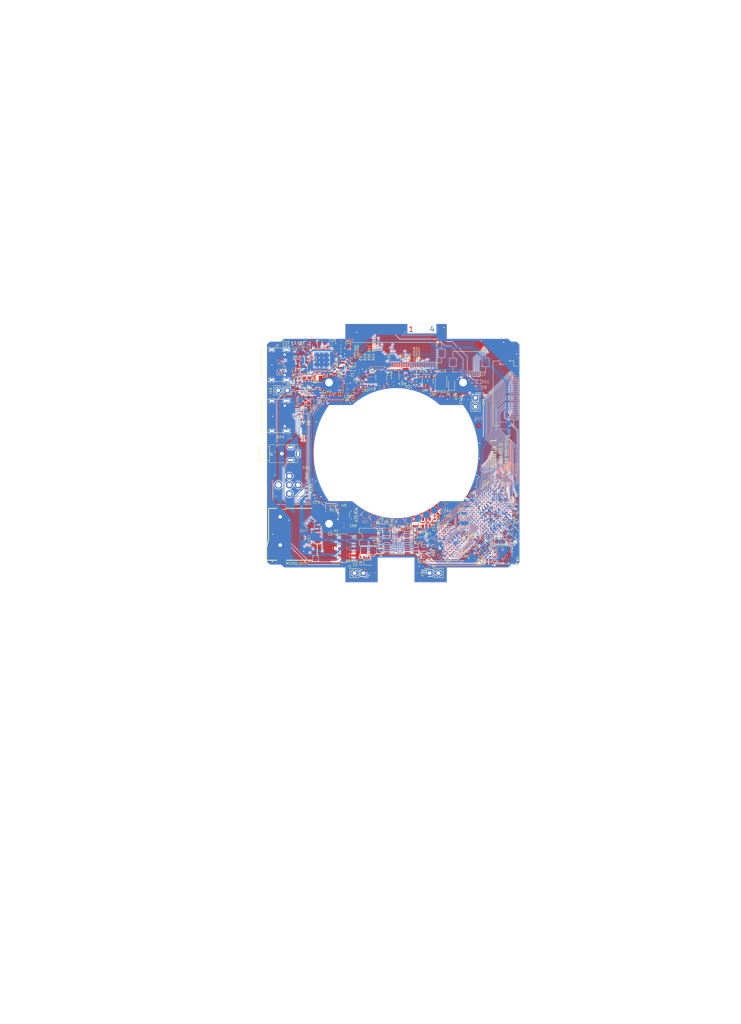
<source format=kicad_pcb>
(kicad_pcb (version 20240108) (generator "pcbnew") (generator_version "8.0")
  (title_block (title "Sitina 1") (date "2023-03-15") (rev "R0.7") (company "Copyright 2023 Wenting Zhang") (comment 2 "MERCHANTABILITY, SATISFACTORY QUALITY AND FITNESS FOR A PARTICULAR PURPOSE.") (comment 3 "This source is distributed WITHOUT ANY EXPRESS OR IMPLIED WARRANTY, INCLUDING OF") (comment 4 "This source describes Open Hardware and is licensed under the CERN-OHL-S v2."))
  (layers (0 "F.Cu" signal) (1 "In1.Cu" power) (2 "In2.Cu" mixed) (31 "B.Cu" signal) (34 "B.Paste" user) (35 "F.Paste" user) (36 "B.SilkS" user "B.Silkscreen") (37 "F.SilkS" user "F.Silkscreen") (38 "B.Mask" user) (39 "F.Mask" user) (44 "Edge.Cuts" user))
  (net 0 "")
  (net 1 "+VCCIO_SD")
  (net 2 "GND")
  (net 3 "+BATT")
  (net 4 "IPSOUT")
  (net 5 "+VSD")
  (net 6 "+3V3")
  (net 7 "/power/VINT")
  (net 8 "Net-(U1-VREF)")
  (net 9 "Net-(U1-GPIO0{slash}LDOIO0)")
  (net 10 "/power/PWRON")
  (net 11 "Net-(U2E-XTALI)")
  (net 12 "Net-(U2E-XTALO)")
  (net 13 "VBUS")
  (net 14 "Net-(U1-CHSENSE)")
  (net 15 "BACKUP_CELL")
  (net 16 "+RTC")
  (net 17 "+3.3VA")
  (net 18 "Net-(U2E-RTC_XTALI)")
  (net 19 "Net-(U1-LDO24IN)")
  (net 20 "Net-(U2E-RTC_XTALO)")
  (net 21 "+1V0")
  (net 22 "Net-(U2F-VDDA_ADC_3P3)")
  (net 23 "Net-(U2F-VDD_SNVS_CAP)")
  (net 24 "+1V8")
  (net 25 "SD1_DATA1")
  (net 26 "SD1_DATA0")
  (net 27 "SD1_CMD")
  (net 28 "SD1_DATA3")
  (net 29 "SD1_DATA2")
  (net 30 "Net-(U2F-DCDC_PSWITCH)")
  (net 31 "Net-(U2F-VDD_USB_CAP)")
  (net 32 "/lcd/LEDA")
  (net 33 "Net-(C88-Pad2)")
  (net 34 "Net-(D4-A)")
  (net 35 "Net-(U8-VBUS)")
  (net 36 "Net-(J4-CC2)")
  (net 37 "Net-(L4-Pad2)")
  (net 38 "Net-(R1-Pad2)")
  (net 39 "Net-(SW1-A)")
  (net 40 "/cpu/JTAG_MOD")
  (net 41 "I2C_SDA")
  (net 42 "I2C_SCL")
  (net 43 "QSPI_SS0")
  (net 44 "Net-(U6-FB)")
  (net 45 "/ddr/SDRAM_A6")
  (net 46 "/ddr/SDRAM_BA0")
  (net 47 "/ddr/SDRAM_WE")
  (net 48 "/ddr/SDRAM_CS0")
  (net 49 "/ddr/SDRAM_BA1")
  (net 50 "/ddr/SDRAM_A1")
  (net 51 "/ddr/SDRAM_A3")
  (net 52 "/ddr/SDRAM_CKE")
  (net 53 "/ddr/SDRAM_A9")
  (net 54 "/ddr/SDRAM_A0")
  (net 55 "/ddr/SDRAM_RAS")
  (net 56 "/ddr/SDRAM_D4")
  (net 57 "/ddr/SDRAM_A10")
  (net 58 "/ddr/SDRAM_A12")
  (net 59 "/ddr/SDRAM_CLK")
  (net 60 "/ddr/SDRAM_D14")
  (net 61 "/ddr/SDRAM_CAS")
  (net 62 "/ddr/SDRAM_D0")
  (net 63 "/ddr/SDRAM_D1")
  (net 64 "/ddr/SDRAM_A2")
  (net 65 "/ddr/SDRAM_DM0")
  (net 66 "SD1_CLK")
  (net 68 "QSPI_DATA0")
  (net 69 "/ddr/SDRAM_A8")
  (net 70 "/ddr/SDRAM_A11")
  (net 71 "/ddr/SDRAM_D11")
  (net 72 "/ddr/SDRAM_D12")
  (net 73 "/ddr/SDRAM_D15")
  (net 74 "/ddr/SDRAM_D2")
  (net 75 "/ddr/SDRAM_D3")
  (net 76 "/ddr/SDRAM_D7")
  (net 77 "QSPI_SCLK")
  (net 79 "QSPI_DATA1")
  (net 80 "QSPI_DATA2")
  (net 81 "/ddr/SDRAM_A7")
  (net 82 "/cpu/BOOTMODE1")
  (net 83 "/ddr/SDRAM_D9")
  (net 84 "/ddr/SDRAM_D10")
  (net 85 "/ddr/SDRAM_D13")
  (net 86 "/ddr/SDRAM_D5")
  (net 87 "/ddr/SDRAM_D6")
  (net 89 "QSPI_DATA3")
  (net 90 "/ddr/SDRAM_A4")
  (net 91 "/ddr/SDRAM_A5")
  (net 92 "/ddr/SDRAM_D8")
  (net 93 "/ddr/SDRAM_DM1")
  (net 98 "/ddr/SDRAM_DQS")
  (net 99 "USB_DN")
  (net 100 "/cpu/BOOTMODE0")
  (net 101 "USB_DP")
  (net 102 "LCD_CLK")
  (net 103 "LCD_DE")
  (net 104 "DCDC_EN")
  (net 105 "PWROK")
  (net 106 "CSI_D9")
  (net 107 "CSI_D8")
  (net 108 "CSI_D7")
  (net 109 "CSI_D6")
  (net 110 "CSI_D5")
  (net 111 "CSI_D4")
  (net 112 "CSI_D3")
  (net 113 "CSI_D2")
  (net 114 "CSI_PIXCLK")
  (net 115 "CSI_VSYNC")
  (net 116 "CSI_HSYNC")
  (net 121 "LCD_D2")
  (net 122 "LCD_D1")
  (net 123 "LCD_D0")
  (net 124 "LCD_VSYNC")
  (net 125 "PMU_IRQ")
  (net 126 "LCD_HSYNC")
  (net 127 "LCD_D3")
  (net 128 "LCD_D4")
  (net 129 "LCD_D5")
  (net 130 "Net-(U1-LX_CHG)")
  (net 131 "Net-(U1-LX2)")
  (net 132 "LCD_D6")
  (net 134 "Net-(U1-LX3)")
  (net 135 "LCD_D7")
  (net 136 "LCD_D8")
  (net 137 "LCD_D9")
  (net 138 "LCD_D10")
  (net 139 "SD1_CD")
  (net 140 "/lcd/LEDK")
  (net 141 "LCD_MOSI")
  (net 142 "Net-(U1-BIAS)")
  (net 144 "LCD_D12")
  (net 145 "LCD_D13")
  (net 146 "LCD_D14")
  (net 147 "LCD_D15")
  (net 148 "LCD_D11")
  (net 149 "LCD_RST")
  (net 150 "PWR_LED")
  (net 152 "EXTEN")
  (net 153 "/power/PWRLED")
  (net 157 "LCD_D17")
  (net 158 "LCD_D16")
  (net 162 "LCD_CS")
  (net 163 "LCD_SCLK")
  (net 169 "+5VP")
  (net 170 "CSI_D15")
  (net 171 "Net-(J3-CC1)")
  (net 175 "Net-(J3-CC2)")
  (net 179 "Net-(J4-CC1)")
  (net 181 "CSI_D14")
  (net 182 "LCD_EN")
  (net 183 "LCD_PWM")
  (net 184 "CSI_D13")
  (net 185 "CSI_D12")
  (net 186 "CSI_D10")
  (net 187 "CSI_D11")
  (net 188 "/usb/USB1_DP")
  (net 189 "AFE_SL")
  (net 190 "AFE_SDATA")
  (net 191 "AFE_SCK")
  (net 192 "AFE_RST")
  (net 193 "AFE_SYNC")
  (net 194 "AFE_STROBE")
  (net 198 "Net-(MICRO_SD1-CLK{slash}SCLK)")
  (net 199 "GRIP_IO0")
  (net 200 "GRIP_IO1")
  (net 201 "GRIP_IO2")
  (net 202 "GRIP_IO3")
  (net 203 "/cpu/VDDA_2P5_CAP")
  (net 204 "/cpu/VDDA_1P1_CAP")
  (net 205 "/mcu/LED")
  (net 207 "/usb/USB1_DN")
  (net 209 "+FAN")
  (net 210 "Net-(U10-SW)")
  (net 211 "Net-(U10-BS)")
  (net 212 "Net-(U10-FB)")
  (net 213 "Net-(C97-Pad2)")
  (net 214 "+CCDPWR")
  (net 215 "FLASH_SYNC_S")
  (net 216 "FLASH_SYNC_T")
  (net 217 "Net-(R8-Pad2)")
  (net 218 "+3V3_LENS")
  (net 219 "Net-(U9-SET)")
  (net 220 "FAN_PWM")
  (net 221 "CPU_SWDIO")
  (net 222 "CPU_SWCLK")
  (net 223 "BODY_CS_LENS")
  (net 224 "LENS_CS_BODY")
  (net 225 "LENS_DET")
  (net 226 "FAN_EN")
  (net 227 "LENS_TXD")
  (net 228 "+5V_LENS")
  (net 229 "Net-(D1-A)")
  (net 230 "MCU_SWDIO")
  (net 231 "BODY_VD_LENS")
  (net 232 "LENS_RXD")
  (net 233 "MCU_SWCLK")
  (net 234 "Net-(D2-A)")
  (net 235 "/mcu/FLASH_SYNC")
  (net 236 "LENS_PWR_EN")
  (net 237 "Net-(U11-SET)")
  (net 238 "Net-(U12-FB)")
  (footprint "Resistor_SMD:R_0402_1005Metric" (layer "F.Cu") (at 174.5 143.3 -90)
    (property "Reference" "R31")
    (property "Value" "10K")
  )
  (footprint "Connector_PinHeader_2.00mm:PinHeader_2x04_P2.00mm_Vertical_SMD" (layer "F.Cu") (at 149 142)
    (property "Reference" "J2")
    (property "Value" "02x04_P2.0")
  )
  (footprint "Capacitor_SMD:C_0402_1005Metric" (layer "F.Cu") (at 149.35 87.86)
    (property "Reference" "C7")
    (property "Value" "4.7uF")
  )
  (footprint "Inductor_SMD:L_Murata_DFE201610P" (layer "F.Cu") (at 189.2 140.8 135)
    (property "Reference" "L4")
    (property "Value" "FTC201610S4R7MBCA")
  )
  (footprint "Fiducial:Fiducial_0.75mm_Mask1.5mm" (layer "F.Cu") (at 177.7 131.55)
    (property "Reference" "FID3")
    (property "Value" "Fiducial")
  )
  (footprint "Capacitor_SMD:C_0402_1005Metric" (layer "F.Cu") (at 199.1 129.460765 90)
    (property "Reference" "C63")
    (property "Value" "1uF")
  )
  (footprint "Capacitor_SMD:C_0402_1005Metric" (layer "F.Cu") (at 184.686165 138.482338 135)
    (property "Reference" "C74")
    (property "Value" "100nF")
  )
  (footprint "Capacitor_SMD:C_0402_1005Metric" (layer "F.Cu") (at 150 92.675 90)
    (property "Reference" "C18")
    (property "Value" "1nF")
  )
  (footprint "Inductor_SMD:L_Murata_DFE201610P" (layer "F.Cu") (at 149.4 90.1 90)
    (property "Reference" "L3")
    (property "Value" "FTC201610S4R7MBCA")
  )
  (footprint "footprints:Jack_2.5mm_PJ_210A" (layer "F.Cu") (at 129.1175 115.15 -90)
    (property "Reference" "J8")
    (property "Value" "AudioJack2")
  )
  (footprint "Resistor_SMD:R_0402_1005Metric" (layer "F.Cu") (at 172.1 144.5 180)
    (property "Reference" "R32")
    (property "Value" "10K")
  )
  (footprint "Resistor_SMD:R_0603_1608Metric" (layer "F.Cu") (at 137.2 88 90)
    (property "Reference" "R5")
    (property "Value" "30mR")
  )
  (footprint "Capacitor_SMD:C_0402_1005Metric" (layer "F.Cu") (at 160.7 139.9 -90)
    (property "Reference" "C31")
    (property "Value" "100nF")
  )
  (footprint "Capacitor_SMD:C_0603_1608Metric" (layer "F.Cu") (at 158.5 148.925 90)
    (property "Reference" "C8")
    (property "Value" "22uF")
  )
  (footprint "Resistor_SMD:R_0402_1005Metric" (layer "F.Cu") (at 152.65 133.55 -90)
    (property "Reference" "R10")
    (property "Value" "4.3K")
  )
  (footprint "Inductor_SMD:L_Murata_DFE201610P" (layer "F.Cu") (at 138.8 91.3 90)
    (property "Reference" "L1")
    (property "Value" "FTC201610S4R7MBCA")
  )
  (footprint "Inductor_SMD:L_Murata_DFE201610P" (layer "F.Cu") (at 142.6 93.9)
    (property "Reference" "L2")
    (property "Value" "FTC201610S4R7MBCA")
  )
  (footprint "Fiducial:Fiducial_0.75mm_Mask1.5mm" (layer "F.Cu") (at 177.9 99.2)
    (property "Reference" "FID2")
    (property "Value" "Fiducial")
  )
  (footprint "Capacitor_SMD:C_0603_1608Metric" (layer "F.Cu") (at 187.8 96.5)
    (property "Reference" "C9")
    (property "Value" "22uF")
  )
  (footprint "Resistor_SMD:R_0402_1005Metric" (layer "F.Cu") (at 149.35 85.86)
    (property "Reference" "R3")
    (property "Value" "200K")
  )
  (footprint "Capacitor_SMD:C_0603_1608Metric" (layer "F.Cu") (at 153.625 96.7 -90)
    (property "Reference" "C19")
    (property "Value" "10uF")
  )
  (footprint "Resistor_SMD:R_0402_1005Metric" (layer "F.Cu") (at 139.65 126.71 -90)
    (property "Reference" "R1")
    (property "Value" "1K")
  )
  (footprint "Capacitor_SMD:C_0402_1005Metric" (layer "F.Cu") (at 158.45 93.4 90)
    (property "Reference" "C96")
    (property "Value" "47pF")
  )
  (footprint "MountingHole:MountingHole_2.2mm_M2_DIN965" (layer "F.Cu") (at 146 95)
    (property "Reference" "H3")
    (property "Value" "MountingHole")
  )
  (footprint "Capacitor_SMD:C_0603_1608Metric" (layer "F.Cu") (at 164.25 95.3)
    (property "Reference" "C91")
    (property "Value" "10uF")
  )
  (footprint "footprints:TFC-WPAPR-08" (layer "F.Cu") (at 135.401855 138 180)
    (property "Reference" "MICRO_SD1")
    (property "Value" "MICRO_SD(TFC-WPAPR-08)")
  )
  (footprint "Capacitor_SMD:C_0402_1005Metric" (layer "F.Cu") (at 156.5 91.7 180)
    (property "Reference" "C84")
    (property "Value" "100nF")
  )
  (footprint "Package_TO_SOT_SMD:SOT-23-6" (layer "F.Cu") (at 173.5875 134.7 90)
    (property "Reference" "U12")
    (property "Value" "SY7208")
  )
  (footprint "Capacitor_SMD:C_0603_1608Metric" (layer "F.Cu") (at 142.8 96.545 90)
    (property "Reference" "C14")
    (property "Value" "10uF")
  )
  (footprint "Resistor_SMD:R_0402_1005Metric" (layer "F.Cu") (at 139.65 124.46 -90)
    (property "Reference" "R2")
    (property "Value" "1K")
  )
  (footprint "Inductor_SMD:L_Murata_DFE201610P" (layer "F.Cu") (at 164.75 92.9 90)
    (property "Reference" "L8")
    (property "Value" "FTC201610S4R7MBCA")
  )
  (footprint "Resistor_SMD:R_0402_1005Metric" (layer "F.Cu") (at 157.75 144.55)
    (property "Reference" "R35")
    (property "Value" "200R")
  )
  (footprint "Capacitor_SMD:C_0603_1608Metric" (layer "F.Cu") (at 151.225 95.9 180)
    (property "Reference" "C20")
    (property "Value" "10uF")
  )
  (footprint "Capacitor_SMD:C_0402_1005Metric" (layer "F.Cu") (at 139.1 89.2)
    (property "Reference" "C24")
    (property "Value" "4.7uF")
  )
  (footprint "Crystal:Crystal_SMD_TXC_9HT11-2Pin_2.0x1.2mm_HandSoldering" (layer "F.Cu") (at 194.412763 140.060765 180)
    (property "Reference" "Y2")
    (property "Value" "32.768K")
  )
  (footprint "Resistor_SMD:R_0402_1005Metric" (layer "F.Cu") (at 170.81 93.2 180)
    (property "Reference" "R23")
    (property "Value" "10K")
  )
  (footprint "Capacitor_SMD:C_0402_1005Metric" (layer "F.Cu") (at 187.812763 139.060765 -135)
    (property "Reference" "C57")
    (property "Value" "220nF")
  )
  (footprint "Capacitor_SMD:C_0603_1608Metric" (layer "F.Cu") (at 187.2 144.2 180)
    (property "Reference" "C66")
    (property "Value" "4.7uF")
  )
  (footprint "MountingHole:MountingHole_2.2mm_M2_DIN965" (layer "F.Cu") (at 184 95)
    (property "Reference" "H2")
    (property "Value" "MountingHole")
  )
  (footprint "Connector_PinSocket_2.54mm:PinSocket_1x02_P2.54mm_Vertical" (layer "F.Cu") (at 187.5 99.3)
    (property "Reference" "J11")
    (property "Value" "2.54mm pitch")
  )
  (footprint "Capacitor_SMD:C_0603_1608Metric" (layer "F.Cu") (at 151.4 92.975 90)
    (property "Reference" "C17")
    (property "Value" "10uF")
  )
  (footprint "Capacitor_SMD:C_0402_1005Metric" (layer "F.Cu") (at 154.5 91.7 180)
    (property "Reference" "C83")
    (property "Value" "100nF")
  )
  (footprint "Inductor_SMD:L_0603_1608Metric" (layer "F.Cu") (at 139.43 100.96 180)
    (property "Reference" "L7")
    (property "Value" "120R")
  )
  (footprint "footprints:L_CommonModeChoke_Panasonic_EXC14CE" (layer "F.Cu") (at 138.73 108.96)
    (property "Reference" "L6")
    (property "Value" "EXC14CE900U")
  )
  (footprint "Capacitor_SMD:C_0603_1608Metric" (layer "F.Cu") (at 140.55 94.51 90)
    (property "Reference" "C16")
    (property "Value" "10uF")
  )
  (footprint "Resistor_SMD:R_0402_1005Metric" (layer "F.Cu") (at 168.63 95.28 180)
    (property "Reference" "R21")
    (property "Value" "10K")
  )
  (footprint "Capacitor_SMD:C_0603_1608Metric" (layer "F.Cu") (at 138.95 94.51 90)
    (property "Reference" "C13")
    (property "Value" "10uF")
  )
  (footprint "Oscillator:Oscillator_SMD_Abracon_ASE-4Pin_3.2x2.5mm" (layer "F.Cu") (at 197.262763 137.310765 -135)
    (property "Reference" "Y1")
    (property "Value" "24MHz")
  )
  (footprint "Capacitor_SMD:C_0402_1005Metric" (layer "F.Cu") (at 139.1 88.2 180)
    (property "Reference" "C10")
    (property "Value" "100nF")
  )
  (footprint "Resistor_SMD:R_0402_1005Metric" (layer "F.Cu") (at 176 134.25 90)
    (property "Reference" "R34")
    (property "Value" "27K/1%")
  )
  (footprint "Capacitor_SMD:C_0402_1005Metric" (layer "F.Cu") (at 170.8 95.27 180)
    (property "Reference" "C88")
    (property "Value" "220nF")
  )
  (footprint "Capacitor_SMD:C_0603_1608Metric" (layer "F.Cu") (at 144 83.8)
    (property "Reference" "C85")
    (property "Value" "10uF")
  )
  (footprint "Capacitor_SMD:C_0603_1608Metric" (layer "F.Cu") (at 171.9 139.7)
    (property "Reference" "C105")
    (property "Value" "10uF")
  )
  (footprint "Capacitor_SMD:C_0402_1005Metric" (layer "F.Cu") (at 155.3 95.4 -90)
    (property "Reference" "C97")
    (property "Value" "220nF")
  )
  (footprint "footprints:BGA-196_14x14_12.0x12.0mm" (layer "F.Cu") (at 191.13627 131.731371 45)
    (property "Reference" "U2")
    (property "Value" "IMXRT1050")
  )
  (footprint "footprints:L_1212" (layer "F.Cu") (at 177.75 94.8625 90)
    (property "Reference" "L5")
    (property "Value" "22uH")
  )
  (footprint "Package_TO_SOT_SMD:SOT-23-5" (layer "F.Cu") (at 171.7 142.2)
    (property "Reference" "U11")
    (property "Value" "MT9700")
  )
  (footprint "Capacitor_SMD:C_0402_1005Metric" (layer "F.Cu") (at 190.6 142.4 45)
    (property "Reference" "C30")
    (property "Value" "1uF")
  )
  (footprint "Resistor_SMD:R_0402_1005Metric" (layer "F.Cu") (at 190.712763 145.760765 90)
    (property "Reference" "R18")
    (property "Value" "100K")
  )
  (footprint "Package_TO_SOT_SMD:SOT-23-5" (layer "F.Cu") (at 173.95 94.5625 -90)
    (property "Reference" "U6")
    (property "Value" "CAT4139")
  )
  (footprint "Capacitor_SMD:C_0402_1005Metric" (layer "F.Cu") (at 149.35 86.86)
    (property "Reference" "C5")
    (property "Value" "220nF")
  )
  (footprint "Capacitor_SMD:C_0603_1608Metric" (layer "F.Cu") (at 187.825 94.8 180)
    (property "Reference" "C11")
    (property "Value" "10uF")
  )
  (footprint "Capacitor_SMD:C_0402_1005Metric" (layer "F.Cu") (at 168.7 134.85 90)
    (property "Reference" "C104")
    (property "Value" "100nF")
  )
  (footprint "Capacitor_SMD:C_0402_1005Metric" (layer "F.Cu") (at 198.212763 139.660765 45)
    (property "Reference" "C27")
    (property "Value" "18pF")
  )
  (footprint "Capacitor_SMD:C_0603_1608Metric" (layer "F.Cu") (at 187.2 142.6 180)
    (property "Reference" "C42")
    (property "Value" "47uF")
  )
  (footprint "Capacitor_SMD:C_0603_1608Metric" (layer "F.Cu") (at 180.7 98.925 90)
    (property "Reference" "C89")
    (property "Value" "1uF 25V")
  )
  (footprint "Connector_USB:USB_C_Receptacle_HRO_TYPE-C-31-M-12" (layer "F.Cu") (at 130.83 104.46 -90)
    (property "Reference" "J4")
    (property "Value" "USB_C_Receptacle_USB2.0")
  )
  (footprint "Connector_PinSocket_2.54mm:PinSocket_1x02_P2.54mm_Vertical" (layer "F.Cu") (at 174.5 148.975 90)
    (property "Reference" "J9")
    (property "Value" "2.54mm pitch")
  )
  (footprint "MountingHole:MountingHole_2.2mm_M2_DIN965" (layer "F.Cu") (at 146 135)
    (property "Reference" "H1")
    (property "Value" "MountingHole")
  )
  (footprint "Resistor_SMD:R_0402_1005Metric" (layer "F.Cu") (at 158.45 95.4 90)
    (property "Reference" "R14")
    (property "Value" "10K")
  )
  (footprint "Resistor_SMD:R_0402_1005Metric" (layer "F.Cu") (at 170.81 94.25 180)
    (property "Reference" "R22")
    (property "Value" "49.9K 1%")
  )
  (footprint "Package_TO_SOT_SMD:SOT-666" (layer "F.Cu") (at 138.73 106.41 90)
    (property "Reference" "U8")
    (property "Value" "USBLC6-2P6")
  )
  (footprint "footprints:TM-007-D1-X" (layer "F.Cu") (at 134.75 124 -90)
    (property "Reference" "SW1")
    (property "Value" "SW_Push_LED")
  )
  (footprint "Connector_FFC-FPC:Hirose_FH12-12S-0.5SH_1x12-1MP_P0.50mm_Horizontal" (layer "F.Cu") (at 185.75 90.7 180)
    (property "Reference" "J7")
    (property "Value" "FFC 0.5mm Bottom Contact")
  )
  (footprint "Package_TO_SOT_SMD:TSOT-23-6" (layer "F.Cu") (at 160.8125 93.6 -90)
    (property "Reference" "U10")
    (property "Value" "SY8120")
  )
  (footprint "Capacitor_SMD:C_0603_1608Metric" (layer "F.Cu") (at 184.8 99.8 90)
    (property "Reference" "C101")
    (property "Value" "22uF")
  )
  (footprint "Resistor_SMD:R_0402_1005Metric" (layer "F.Cu") (at 160.7 137.8 -90)
    (property "Reference" "R36")
    (property "Value" "10K")
  )
  (footprint "Resistor_SMD:R_0402_1005Metric" (layer "F.Cu") (at 176 132.2 90)
    (property "Reference" "R33")
    (property "Value" "200K/1%")
  )
  (footprint "Capacitor_SMD:C_0603_1608Metric" (layer "F.Cu") (at 166.25 135 180)
    (property "Reference" "C102")
    (property "Value" "22uF")
  )
  (footprint "Capacitor_SMD:C_0603_1608Metric" (layer "F.Cu") (at 161.8 135.75 180)
    (property "Reference" "C33")
    (property "Value" "10uF")
  )
  (footprint "Capacitor_SMD:C_0402_1005Metric" (layer "F.Cu") (at 145.030097 130.099998)
    (property "Reference" "C78")
    (property "Value" "18pF")
  )
  (footprint "Fiducial:Fiducial_0.75mm_Mask1.5mm" (layer "F.Cu") (at 137.3 119.2)
    (property "Reference" "FID1")
    (property "Value" "Fiducial")
  )
  (footprint "Capacitor_SMD:C_0402_1005Metric" (layer "F.Cu") (at 174.9 97.2125)
    (property "Reference" "C87")
    (property "Value" "100nF")
  )
  (footprint "Inductor_SMD:L_Murata_DFE201610P" (layer "F.Cu") (at 170.5 134.95 -90)
    (property "Reference" "L9")
    (property "Value" "FTC201610S4R7MBCA")
  )
  (footprint "Diode_SMD:D_SOD-323" (layer "F.Cu") (at 171.805 137.9 180)
    (property "Reference" "D1")
    (property "Value" "B0530WS")
  )
  (footprint "Connector_USB:USB_C_Receptacle_HRO_TYPE-C-31-M-12" (layer "F.Cu") (at 130.805 90 -90)
    (property "Reference" "J3")
    (property "Value" "USB_C_Receptacle_USB2.0")
  )
  (footprint "LED_SMD:LED_0603_1608Metric" (layer "F.Cu") (at 157.3 146)
    (property "Reference" "D2")
    (property "Value" "LED")
  )
  (footprint "Capacitor_SMD:C_0402_1005Metric" (layer "F.Cu") (at 160.35 96.2)
    (property "Reference" "C93")
    (property "Value" "100nF")
  )
  (footprint "Capacitor_SMD:C_0603_1608Metric" (layer "F.Cu") (at 171.5 148.925 -90)
    (property "Reference" "C98")
    (property "Value" "22uF")
  )
  (footprint "Resistor_SMD:R_0402_1005Metric" (layer "F.Cu") (at 170.81 92.15)
    (property "Reference" "R24")
    (property "Value" "1K")
  )
  (footprint "Capacitor_SMD:C_0402_1005Metric" (layer "F.Cu") (at 149.025 96.1 90)
    (property "Reference" "C22")
    (property "Value" "100nF")
  )
  (footprint "Package_TO_SOT_SMD:SOT-23-5" (layer "F.Cu") (at 150.225 132.4125 90)
    (property "Reference" "U9")
    (property "Value" "MT9700")
  )
  (footprint "Resistor_SMD:R_0402_1005Metric" (layer "F.Cu") (at 152.7 131.4 90)
    (property "Reference" "R28")
    (property "Value" "10K")
  )
  (footprint "Package_DIP:SMDIP-4_W7.62mm" (layer "F.Cu") (at 157.19 138.73 90)
    (property "Reference" "U7")
    (property "Value" "FODM3023")
  )
  (footprint "Resistor_SMD:R_0402_1005Metric" (layer "F.Cu") (at 137.1 93.9)
    (property "Reference" "R13")
    (property "Value" "10K")
  )
  (footprint "footprints:QFN-48-1EP_6x6mm_P0.4mm_EP4.3x4.3mm_ThermalVias" (layer "F.Cu") (at 143.9 88.610001 90)
    (property "Reference" "U1" (hide yes))
    (property "Value" "AXP209")
  )
  (footprint "Capacitor_SMD:C_0603_1608Metric" (layer "F.Cu") (at 179.6 129.9 180)
    (property "Reference" "C61")
    (property "Value" "4.7uF")
  )
  (footprint "Resistor_SMD:R_0402_1005Metric" (layer "F.Cu") (at 137.1 95)
    (property "Reference" "R15")
    (property "Value" "10K")
  )
  (footprint "Capacitor_SMD:C_0402_1005Metric" (layer "F.Cu") (at 146.95 84.06 180)
    (property "Reference" "C23")
    (property "Value" "4.7uF")
  )
  (footprint "Resistor_SMD:R_0603_1608Metric" (layer "F.Cu") (at 151.225 97.5 180)
    (property "Reference" "R6")
    (property "Value" "1")
  )
  (footprint "Connector_PinSocket_2.54mm:PinSocket_1x02_P2.54mm_Vertical" (layer "F.Cu") (at 134.15 97.225 -90)
    (property "Reference" "J10")
    (property "Value" "2.54mm pitch")
  )
  (footprint "footprints:BGA-54_9x9_8.0x8.0mm" (layer "F.Cu") (at 179.665707 140.108683 -45)
    (property "Reference" "U3")
    (property "Value" "MT48LC16M16A2BG")
  )
  (footprint "Resistor_SMD:R_0402_1005Metric" (layer "F.Cu") (at 138.93 103.26)
    (property "Reference" "R26")
    (property "Value" "5.1K 1%")
  )
  (footprint "Capacitor_SMD:C_0603_1608Metric" (layer "F.Cu") (at 140.5 83.8 180)
    (property "Reference" "C3")
    (property "Value" "10uF")
  )
  (footprint "Diode_SMD:D_SOD-323" (layer "F.Cu") (at 180.7475 95.6025 90)
    (property "Reference" "D4")
    (property "Value" "B0540W")
  )
  (footprint "Capacitor_SMD:C_0402_1005Metric" (layer "F.Cu") (at 149.35 84.86)
    (property "Reference" "C6")
    (property "Value" "2.2uF")
  )
  (footprint "Capacitor_SMD:C_0603_1608Metric" (layer "F.Cu") (at 142 127.4)
    (property "Reference" "C79")
    (property "Value" "22uF")
  )
  (footprint "Capacitor_SMD:C_0603_1608Metric" (layer "F.Cu") (at 137 97.5 90)
    (property "Reference" "C100")
    (property "Value" "22uF")
  )
  (footprint "Capacitor_SMD:C_0603_1608Metric" (layer "F.Cu") (at 142.2 100 -90)
    (property "Reference" "C2")
    (property "Value" "10uF")
  )
  (footprint "footprints:Hirose_FH12-45S-0.5SH_1x45-1MP_P0.50mm_Horizontal_Reversed" (layer "F.Cu") (at 165 88.15 180)
    (property "Reference" "J6")
    (property "Value" "~")
  )
  (footprint "Resistor_SMD:R_0402_1005Metric" (layer "F.Cu") (at 134.43 110.46 180)
    (property "Reference" "R27")
    (property "Value" "5.1K 1%")
  )
  (footprint "Capacitor_SMD:C_0402_1005Metric" (layer "F.Cu") (at 198.562763 134.860765 -45)
    (property "Reference" "C26")
    (property "Value" "18pF")
  )
  (footprint "Capacitor_SMD:C_0603_1608Metric" (layer "F.Cu") (at 150.2 135.5)
    (property "Reference" "C99")
    (property "Value" "22uF")
  )
  (footprint "Capacitor_SMD:C_0402_1005Metric" (layer "F.Cu") (at 141.4 97 90)
    (property "Reference" "C15")
    (property "Value" "1nF")
  )
  (footprint "Package_SON:WSON-8-1EP_6x5mm_P1.27mm_EP3.4x4.3mm" (layer "F.Cu") (at 195.712763 143.810765 180)
    (property "Reference" "U4")
    (property "Value" "W25Q32JV")
  )
  (footprint "Capacitor_SMD:C_0603_1608Metric" (layer "F.Cu") (at 139.43 99.21 180)
    (property "Reference" "C92")
    (property "Value" "10uF")
  )
  (footprint "Connector_PinSocket_2.54mm:PinSocket_1x02_P2.54mm_Vertical" (layer "F.Cu") (at 155.74 149 -90)
    (property "Reference" "J1")
    (property "Value" "2.54mm pitch")
  )
  (footprint "Capacitor_SMD:C_0603_1608Metric" (layer "F.Cu") (at 154.2 93)
    (property "Reference" "C82")
    (property "Value" "10uF")
  )
  (footprint "Capacitor_SMD:C_0603_1608Metric" (layer "F.Cu") (at 138.55 85.46)
    (property "Reference" "C1")
    (property "Value" "22uF")
  )
  (footprint "Resistor_SMD:R_0402_1005Metric" (layer "F.Cu") (at 145.030097 131.149998 180)
    (property "Reference" "R17")
    (property "Value" "22")
  )
  (footprint "Capacitor_SMD:C_0603_1608Metric" (layer "F.Cu") (at 168.78 93.12 -90)
    (property "Reference" "C86")
    (property "Value" "10uF")
  )
  (footprint "Capacitor_SMD:C_0603_1608Metric" (layer "F.Cu") (at 166.7 93.1 -90)
    (property "Reference" "C95")
    (property "Value" "22uF")
  )
  (footprint "Resistor_SMD:R_0402_1005Metric" (layer "F.Cu") (at 156.35 95.4 90)
    (property "Reference" "R29")
    (property "Value" "49.9K/1%")
  )
  (footprint "Capacitor_SMD:C_0402_1005Metric" (layer "F.Cu") (at 148.6 94.3 90)
    (property "Reference" "C25")
    (property "Value" "1uF")
  )
  (footprint "Capacitor_SMD:C_0402_1005Metric" (layer "F.Cu") (at 191.712763 145.760765 90)
    (property "Reference" "C81")
    (property "Value" "470nF")
  )
  (footprint "Resistor_SMD:R_0402_1005Metric" (layer "F.Cu") (at 157.4 93.4 90)
    (property "Reference" "R11")
    (property "Value" "36K")
  )
  (footprint "Resistor_SMD:R_0402_1005Metric" (layer "F.Cu") (at 157.4 95.4 -90)
    (property "Reference" "R30")
    (property "Value" "49.9K/1%")
  )
  (footprint "Capacitor_SMD:C_0402_1005Metric" (layer "F.Cu") (at 163.1 92.95 90)
    (property "Reference" "C94")
    (property "Value" "100nF")
  )
  (footprint "Package_SO:TSSOP-20_4.4x6.5mm_P0.65mm" (layer "F.Cu") (at 165.2875 140.35)
    (property "Reference" "U5")
    (property "Value" "STM32G030F6Px")
  )
  (footprint "Connector_FFC-FPC:Hirose_FH12-30S-0.5SH_1x30-1MP_P0.50mm_Horizontal" (layer "F.Cu") (at 197.023506 98.05 -90)
    (property "Reference" "J5")
    (property "Value" "FPC 0.5mm Bottom Contact")
  )
  (footprint "Resistor_SMD:R_0402_1005Metric" (layer "F.Cu") (at 155.4 144.55 180)
    (property "Reference" "R8")
    (property "Value" "200R")
  )
  (footprint "Capacitor_SMD:C_0402_1005Metric" (layer "F.Cu") (at 149.35 83.86)
    (property "Reference" "C4")
    (property "Value" "2.2uF")
  )
  (footprint "Resistor_SMD:R_0402_1005Metric" (layer "F.Cu") (at 174.9 91.8 180)
    (property "Reference" "R25")
    (property "Value" "7.5")
  )
  (footprint "Capacitor_SMD:C_0603_1608Metric" (layer "F.Cu") (at 136.9 91.2 90)
    (property "Reference" "C12")
    (property "Value" "10uF")
  )
  (footprint "Resistor_SMD:R_0402_1005Metric" (layer "F.Cu") (at 160.7 141.95 90)
    (property "Reference" "R4")
    (property "Value" "10K")
  )
  (footprint "Capacitor_SMD:C_0402_1005Metric" (layer "B.Cu") (at 195.992763 134.280765 -45)
    (property "Reference" "C59")
    (property "Value" "220nF")
  )
  (footprint "Capacitor_SMD:C_0603_1608Metric" (layer "B.Cu") (at 176.095858 141.978532 135)
    (property "Reference" "C69")
    (property "Value" "22uF")
  )
  (footprint "Fiducial:Fiducial_0.75mm_Mask1.5mm" (layer "B.Cu") (at 151.8 85 180)
    (property "Reference" "FID4")
    (property "Value" "Fiducial")
  )
  (footprint "Fiducial:Fiducial_0.75mm_Mask1.5mm" (layer "B.Cu") (at 138.75 139 180)
    (property "Reference" "FID6")
    (property "Value" "Fiducial")
  )
  (footprint "footprints:YTC1P-4520" (layer "B.Cu") (at 156.375 132.5 180)
    (property "Reference" "J12")
    (property "Value" "LensMount")
  )
  (footprint "Capacitor_SMD:C_0402_1005Metric" (layer "B.Cu") (at 196.742174 133.520176 -45)
    (property "Reference" "C39")
    (property "Value" "220nF")
  )
  (footprint "footprints:YTC1P-4520" (layer "B.Cu") (at 158.725 133.475 180)
    (property "Reference" "J13")
    (property "Value" "LensMount")
  )
  (footprint "Fiducial:Fiducial_0.75mm_Mask1.5mm" (layer "B.Cu") (at 188.4 107.2 180)
    (property "Reference" "FID5")
    (property "Value" "Fiducial")
  )
  (footprint "Resistor_SMD:R_0402_1005Metric" (layer "B.Cu") (at 197.06 111.24 -90)
    (property "Reference" "R12")
    (property "Value" "10K")
  )
  (footprint "Capacitor_SMD:C_0603_1608Metric" (layer "B.Cu") (at 198.812763 134.510765 -90)
    (property "Reference" "C36")
    (property "Value" "4.7uF")
  )
  (footprint "Capacitor_SMD:C_0402_1005Metric" (layer "B.Cu") (at 176.962763 139.710765 -135)
    (property "Reference" "C70")
    (property "Value" "4.7uF")
  )
  (footprint "Capacitor_SMD:C_0603_1608Metric" (layer "B.Cu") (at 197.522763 136.534765 -45)
    (property "Reference" "C47")
    (property "Value" "4.7uF")
  )
  (footprint "Capacitor_SMD:C_0402_1005Metric" (layer "B.Cu") (at 140.4 137.1 -90)
    (property "Reference" "C80")
    (property "Value" "100nF")
  )
  (footprint "Capacitor_SMD:C_0603_1608Metric" (layer "B.Cu") (at 186.8 127.7 90)
    (property "Reference" "C35")
    (property "Value" "4.7uF")
  )
  (footprint "Capacitor_SMD:C_0603_1608Metric" (layer "B.Cu") (at 190.8 141.385765 -90)
    (property "Reference" "C34")
    (property "Value" "4.7uF")
  )
  (footprint "Capacitor_SMD:C_0402_1005Metric" (layer "B.Cu") (at 198.732763 131.460765)
    (property "Reference" "C56")
    (property "Value" "220nF")
  )
  (footprint "Capacitor_SMD:C_0603_1608Metric" (layer "B.Cu") (at 197.735771 138.908773 -45)
    (property "Reference" "C32")
    (property "Value" "4.7uF")
  )
  (footprint "Capacitor_SMD:C_0603_1608Metric" (layer "B.Cu") (at 196.748008 145.548008 45)
    (property "Reference" "C48")
    (property "Value" "4.7uF")
  )
  (footprint "Resistor_SMD:R_0402_1005Metric" (layer "B.Cu") (at 194.8 126.3 -90)
    (property "Reference" "R9")
    (property "Value" "10K")
  )
  (footprint "Capacitor_SMD:C_0402_1005Metric" (layer "B.Cu") (at 191.837763 130.960765 -135)
    (property "Reference" "C46")
    (property "Value" "220nF")
  )
  (footprint "Capacitor_SMD:C_0402_1005Metric" (layer "B.Cu") (at 181.928449 138.553049 45)
    (property "Reference" "C72")
    (property "Value" "100nF")
  )
  (footprint "Capacitor_SMD:C_0402_1005Metric" (layer "B.Cu") (at 189.752174 133.700176 -45)
    (property "Reference" "C51")
    (property "Value" "100nF")
  )
  (footprint "Capacitor_SMD:C_0603_1608Metric" (layer "B.Cu") (at 195.3 128.2 180)
    (property "Reference" "C68")
    (property "Value" "10uF")
  )
  (footprint "Capacitor_SMD:C_0402_1005Metric" (layer "B.Cu") (at 141.05 88.36 90)
    (property "Reference" "C21")
    (property "Value" "4.7uF")
  )
  (footprint "Capacitor_SMD:C_0603_1608Metric" (layer "B.Cu") (at 136.4 84.4 90)
    (property "Reference" "C90")
    (property "Value" "10uF")
  )
  (footprint "Capacitor_SMD:C_0603_1608Metric" (layer "B.Cu") (at 189.187763 142.535765 -90)
    (property "Reference" "C45")
    (property "Value" "4.7uF")
  )
  (footprint "Capacitor_SMD:C_0402_1005Metric" (layer "B.Cu") (at 178.162763 143.610765 135)
    (property "Reference" "C77")
    (property "Value" "100nF")
  )
  (footprint "Capacitor_SMD:C_0402_1005Metric" (layer "B.Cu") (at 182.494134 135.441779 45)
    (property "Reference" "C75")
    (property "Value" "100nF")
  )
  (footprint "footprints:YTC1P-4520" (layer "B.Cu") (at 161.2 134.125 180)
    (property "Reference" "J14")
    (property "Value" "LensMount")
  )
  (footprint "Capacitor_SMD:C_0402_1005Metric" (layer "B.Cu") (at 180.584946 139.896551 45)
    (property "Reference" "C73")
    (property "Value" "100nF")
  )
  (footprint "Capacitor_SMD:C_0402_1005Metric" (layer "B.Cu") (at 190.477174 132.321354 45)
    (property "Reference" "C54")
    (property "Value" "220nF")
  )
  (footprint "Capacitor_SMD:C_0402_1005Metric" (layer "B.Cu") (at 183.979058 137.492388 45)
    (property "Reference" "C71")
    (property "Value" "100nF")
  )
  (footprint "Resistor_SMD:R_0402_1005Metric" (layer "B.Cu") (at 194.802764 124.785765)
    (property "Reference" "R7")
    (property "Value" "10K")
  )
  (footprint "footprints:YTC1P-4520" (layer "B.Cu") (at 166.275 134.475 180)
    (property "Reference" "J16")
    (property "Value" "LensMount")
  )
  (footprint "Capacitor_SMD:C_0402_1005Metric" (layer "B.Cu") (at 193.387763 133.060765 -45)
    (property "Reference" "C67")
    (property "Value" "100nF")
  )
  (footprint "Capacitor_SMD:C_0402_1005Metric" (layer "B.Cu") (at 193.612763 139.690765 90)
    (property "Reference" "C29")
    (property "Value" "18pF")
  )
  (footprint "Resistor_SMD:R_0402_1005Metric" (layer "B.Cu") (at 190.562763 143.910765 90)
    (property "Reference" "R16")
    (property "Value" "36K")
  )
  (footprint "footprints:YTC1P-4520" (layer "B.Cu") (at 175.825 131.2 180)
    (property "Reference" "J20")
    (property "Value" "LensMount")
  )
  (footprint "Capacitor_SMD:C_0402_1005Metric" (layer "B.Cu") (at 195.087763 135.860765 -135)
    (property "Reference" "C64")
    (property "Value" "220nF")
  )
  (footprint "Capacitor_SMD:C_0402_1005Metric" (layer "B.Cu") (at 192.212763 136.960765 -45)
    (property "Reference" "C49")
    (property "Value" "220nF")
  )
  (footprint "Capacitor_SMD:C_0402_1005Metric" (layer "B.Cu") (at 190.612763 138.060765 -90)
    (property "Reference" "C44")
    (property "Value" "100nF")
  )
  (footprint "Capacitor_SMD:C_0402_1005Metric" (layer "B.Cu") (at 198.732763 132.460765)
    (property "Reference" "C53")
    (property "Value" "220nF")
  )
  (footprint "Capacitor_SMD:C_0402_1005Metric" (layer "B.Cu") (at 192.437763 133.960765 -45)
    (property "Reference" "C50")
    (property "Value" "220nF")
  )
  (footprint "Capacitor_SMD:C_0402_1005Metric" (layer "B.Cu") (at 196.062763 136.985765 -45)
    (property "Reference" "C37")
    (property "Value" "220nF")
  )
  (footprint "Capacitor_SMD:C_0402_1005Metric" (layer "B.Cu") (at 190.612763 130.110765 45)
    (property "Reference" "C60")
    (property "Value" "220nF")
  )
  (footprint "footprints:YTC1P-4520" (layer "B.Cu") (at 171.275 133.475 180)
    (property "Reference" "J18")
    (property "Value" "LensMount")
  )
  (footprint "Capacitor_SMD:C_0402_1005Metric" (layer "B.Cu") (at 196.787763 132.160765 135)
    (property "Reference" "C52")
    (property "Value" "100nF")
  )
  (footprint "Capacitor_SMD:C_0402_1005Metric" (layer "B.Cu") (at 194.862763 132.510765 45)
    (property "Reference" "C65")
    (property "Value" "470nF")
  )
  (footprint "Resistor_SMD:R_0402_1005Metric" (layer "B.Cu") (at 132.475 88.65 180)
    (property "Reference" "R19")
    (property "Value" "5.1K 1%")
  )
  (footprint "Capacitor_SMD:C_0402_1005Metric" (layer "B.Cu") (at 193.712763 131.360765 45)
    (property "Reference" "C58")
    (property "Value" "100nF")
  )
  (footprint "footprints:YTC1P-4520" (layer "B.Cu") (at 168.8 134.125 180)
    (property "Reference" "J17")
    (property "Value" "LensMount")
  )
  (footprint "Resistor_SMD:R_0402_1005Metric" (layer "B.Cu") (at 132.475 91.65 180)
    (property "Reference" "R20")
    (property "Value" "5.1K 1%")
  )
  (footprint "Capacitor_SMD:C_0402_1005Metric" (layer "B.Cu") (at 189.273352 131.450176 -135)
    (property "Reference" "C38")
    (property "Value" "470nF")
  )
  (footprint "Capacitor_SMD:C_0402_1005Metric" (layer "B.Cu") (at 191.962763 128.735765 45)
    (property "Reference" "C41")
    (property "Value" "220nF")
  )
  (footprint "Capacitor_SMD:C_0402_1005Metric" (layer "B.Cu") (at 191.587763 143.915765 -90)
    (property "Reference" "C62")
    (property "Value" "220nF")
  )
  (footprint "footprints:YTC1P-4520" (layer "B.Cu") (at 173.625 132.475 180)
    (property "Reference" "J19")
    (property "Value" "LensMount")
  )
  (footprint "Capacitor_SMD:C_0402_1005Metric" (layer "B.Cu") (at 192.4 135.4 -45)
    (property "Reference" "C40")
    (property "Value" "100nF")
  )
  (footprint "footprints:YTC1P-4520" (layer "B.Cu") (at 177.85 129.675 180)
    (property "Reference" "J21")
    (property "Value" "LensMount")
  )
  (footprint "footprints:YTC1P-4520" (layer "B.Cu") (at 163.725 134.475 180)
    (property "Reference" "J15")
    (property "Value" "LensMount")
  )
  (footprint "Capacitor_SMD:C_0402_1005Metric" (layer "B.Cu") (at 188.2 129.8 135)
    (property "Reference" "C43")
    (property "Value" "100nF")
  )
  (footprint "Capacitor_SMD:C_0402_1005Metric" (layer "B.Cu") (at 195.237763 139.690765 90)
    (property "Reference" "C28")
    (property "Value" "18pF")
  )
  (footprint "Capacitor_SMD:C_0402_1005Metric" (layer "B.Cu") (at 191.94 132.37 45)
    (property "Reference" "C55")
    (property "Value" "100nF")
  )
  (footprint "Capacitor_SMD:C_0402_1005Metric" (layer "B.Cu") (at 178.180783 139.896551 -135)
    (property "Reference" "C76")
    (property "Value" "100nF")
  )
  (gr_line (start 168.8 79.5) (end 169.3 79.1) (stroke (width 0.2)) (layer "F.Cu"))
  (gr_line (start 169.3 79.1) (end 169.3 80.6) (stroke (width 0.2)) (layer "F.Cu"))
  (gr_line (start 169.3 80.6) (end 169.7 80.6) (stroke (width 0.2)) (layer "F.Cu"))
  (gr_line (start 168.8 80.6) (end 169.3 80.6) (stroke (width 0.2)) (layer "F.Cu"))
  (gr_line (start 175.5 79.5) (end 175.5 80.6) (stroke (width 0.2)) (layer "B.Cu"))
  (gr_line (start 175.2 79) (end 174.8 80.1) (stroke (width 0.2)) (layer "B.Cu"))
  (gr_line (start 174.8 80.1) (end 175.8 80.1) (stroke (width 0.2)) (layer "B.Cu"))
  (gr_line (start 159.8 151.6) (end 150.6 151.6) (stroke (width 0.05)) (layer "Edge.Cuts"))
  (gr_line (start 179.4 78.4) (end 150.6 78.4) (stroke (width 0.05)) (layer "Edge.Cuts"))
  (gr_arc (start 184 101.4) (mid 188.328706 115) (end 184 128.6) (stroke (width 0.05)) (layer "Edge.Cuts"))
  (gr_line (start 133.2 82.6) (end 132.4 83.4) (stroke (width 0.05)) (layer "Edge.Cuts"))
  (gr_line (start 179.4 147.4) (end 179.4 151.6) (stroke (width 0.05)) (layer "Edge.Cuts"))
  (gr_line (start 128.4 145.8) (end 128.4 84.2) (stroke (width 0.05)) (layer "Edge.Cuts"))
  (gr_line (start 199.2 83.4) (end 200 84.2) (stroke (width 0.05)) (layer "Edge.Cuts"))
  (gr_arc (start 177.4 128.6) (mid 165 133.404347) (end 152.6 128.6) (stroke (width 0.05)) (layer "Edge.Cuts"))
  (gr_line (start 199.2 83.4) (end 197.6 83.4) (stroke (width 0.05)) (layer "Edge.Cuts"))
  (gr_line (start 196.8 82.6) (end 197.6 83.4) (stroke (width 0.05)) (layer "Edge.Cuts"))
  (gr_line (start 159.8 144.6) (end 159.8 151.6) (stroke (width 0.05)) (layer "Edge.Cuts"))
  (gr_line (start 177.4 101.4) (end 184 101.4) (stroke (width 0.05)) (layer "Edge.Cuts"))
  (gr_arc (start 152.6 101.4) (mid 165 96.595653) (end 177.4 101.4) (stroke (width 0.05)) (layer "Edge.Cuts"))
  (gr_arc (start 146.000001 128.6) (mid 141.634214 115) (end 146.000001 101.400001) (stroke (width 0.05)) (layer "Edge.Cuts"))
  (gr_line (start 150.6 82.6) (end 150.6 78.4) (stroke (width 0.05)) (layer "Edge.Cuts"))
  (gr_line (start 133.2 82.6) (end 150.6 82.6) (stroke (width 0.05)) (layer "Edge.Cuts"))
  (gr_line (start 196.8 147.4) (end 197.6 146.6) (stroke (width 0.05)) (layer "Edge.Cuts"))
  (gr_line (start 129.2 146.6) (end 132.4 146.6) (stroke (width 0.05)) (layer "Edge.Cuts"))
  (gr_line (start 179.4 82.6) (end 179.4 78.4) (stroke (width 0.05)) (layer "Edge.Cuts"))
  (gr_line (start 196.8 82.6) (end 179.4 82.6) (stroke (width 0.05)) (layer "Edge.Cuts"))
  (gr_line (start 129.2 146.6) (end 128.4 145.8) (stroke (width 0.05)) (layer "Edge.Cuts"))
  (gr_line (start 133.2 147.4) (end 150.6 147.4) (stroke (width 0.05)) (layer "Edge.Cuts"))
  (gr_line (start 199.4 146.6) (end 197.6 146.6) (stroke (width 0.05)) (layer "Edge.Cuts"))
  (gr_line (start 146.000001 101.400001) (end 152.6 101.399998) (stroke (width 0.05)) (layer "Edge.Cuts"))
  (gr_line (start 129.2 83.4) (end 132.4 83.4) (stroke (width 0.05)) (layer "Edge.Cuts"))
  (gr_line (start 196.8 147.4) (end 179.4 147.4) (stroke (width 0.05)) (layer "Edge.Cuts"))
  (gr_line (start 179.4 151.6) (end 170.2 151.6) (stroke (width 0.05)) (layer "Edge.Cuts"))
  (gr_line (start 133.2 147.4) (end 132.4 146.6) (stroke (width 0.05)) (layer "Edge.Cuts"))
  (gr_line (start 150.6 147.4) (end 150.6 151.6) (stroke (width 0.05)) (layer "Edge.Cuts"))
  (gr_line (start 170.2 151.6) (end 170.2 144.6) (stroke (width 0.05)) (layer "Edge.Cuts"))
  (gr_line (start 177.4 128.6) (end 184 128.6) (stroke (width 0.05)) (layer "Edge.Cuts"))
  (gr_line (start 199.4 146.6) (end 200 146) (stroke (width 0.05)) (layer "Edge.Cuts"))
  (gr_line (start 170.2 144.6) (end 159.8 144.6) (stroke (width 0.05)) (layer "Edge.Cuts"))
  (gr_line (start 200 146) (end 200 84.2) (stroke (width 0.05)) (layer "Edge.Cuts"))
  (gr_line (start 146.000001 128.599999) (end 152.6 128.6) (stroke (width 0.05)) (layer "Edge.Cuts"))
  (gr_line (start 129.2 83.4) (end 128.4 84.2) (stroke (width 0.05)) (layer "Edge.Cuts"))
  (gr_text "Sitina 1" (at 192.75 115 90) (layer "F.SilkS") (effects (font (size 1.6 1.6) (thickness 0.18))))
  (gr_text "2024 Wenting" (at 196.35 115 90) (layer "F.SilkS") (effects (font (size 1 1))))
  (gr_text "MB R0.8" (at 194.75 115 90) (layer "F.SilkS") (effects (font (size 1 1))))
  (segment (start 140.2 87.86) (end 140.350001 88.010001) (width 0.11) (layer "F.Cu") (net 1))
  (segment (start 138.718181 97.370692) (end 138.400459 97.688414) (width 0.11) (layer "F.Cu") (net 1))
  (segment (start 172 137.2) (end 174.551544 137.2) (width 0.11) (layer "F.Cu") (net 1))
  (segment (start 185.05 128) (end 184.17 128.88) (width 0.11) (layer "F.Cu") (net 1))
  (segment (start 174.551544 137.2) (end 180.375 131.376544) (width 0.11) (layer "F.Cu") (net 1))
  (segment (start 180.375 131.376544) (end 180.375 129.9) (width 0.11) (layer "F.Cu") (net 1))
  (segment (start 191.13627 132.862258) (end 191.137763 132.860765) (width 0.11) (layer "F.Cu") (net 1))
  (segment (start 171.8 137.4) (end 172 137.2) (width 0.11) (layer "F.Cu") (net 1))
  (segment (start 140.350001 88.010001) (end 140.95 88.010001) (width 0.11) (layer "F.Cu") (net 1))
  (segment (start 184.17 128.88) (end 181.395 128.88) (width 0.11) (layer "F.Cu") (net 1))
  (segment (start 191.13627 133.428427) (end 191.13627 132.862258) (width 0.11) (layer "F.Cu") (net 1))
  (segment (start 139.629308 97.370692) (end 138.718181 97.370692) (width 0.11) (layer "F.Cu") (net 1))
  (segment (start 181.395 128.88) (end 180.375 129.9) (width 0.11) (layer "F.Cu") (net 1))
  (segment (start 138.400459 97.688414) (end 137.829798 97.688414) (width 0.11) (layer "F.Cu") (net 1))
  (via (at 191.137763 132.860765) (size 0.45) (drill 0.3) (layers "F.Cu" "B.Cu") (net 1))
  (via (at 139.629308 97.370692) (size 0.46) (drill 0.3) (layers "F.Cu" "B.Cu") (net 1))
  (via (at 185.05 128) (size 0.46) (drill 0.3) (layers "F.Cu" "B.Cu") (net 1))
  (via (at 137.829798 97.688414) (size 0.46) (drill 0.3) (layers "F.Cu" "B.Cu") (net 1))
  (via (at 171.8 137.4) (size 0.46) (drill 0.3) (layers "F.Cu" "B.Cu") (net 1))
  (via (at 140.2 87.86) (size 0.45) (drill 0.3) (layers "F.Cu" "B.Cu") (net 1))
  (segment (start 140.2 87.86) (end 140.2 89.596898) (width 0.11) (layer "B.Cu") (net 1))
  (segment (start 136.845 92.951898) (end 136.845 96.674308) (width 0.11) (layer "B.Cu") (net 1))
  (segment (start 136.845 96.674308) (end 137.829798 97.659106) (width 0.11) (layer "B.Cu") (net 1))
  (segment (start 164.2 138.9) (end 166.3 138.9) (width 0.11) (layer "B.Cu") (net 1))
  (segment (start 140.04 102.171126) (end 140.04 134.14) (width 0.11) (layer "B.Cu") (net 1))
  (segment (start 163.86 138.56) (end 164.2 138.9) (width 0.11) (layer "B.Cu") (net 1))
  (segment (start 140.2 89.596898) (end 136.845 92.951898) (width 0.11) (layer "B.Cu") (net 1))
  (segment (start 169.8 139.4) (end 171.8 137.4) (width 0.11) (layer "B.Cu") (net 1))
  (segment (start 166.8 139.4) (end 169.8 139.4) (width 0.11) (layer "B.Cu") (net 1))
  (segment (start 166.3 138.9) (end 166.8 139.4) (width 0.11) (layer "B.Cu") (net 1))
  (segment (start 140.2 87.86) (end 140.22 87.88) (width 0.11) (layer "B.Cu") (net 1))
  (segment (start 140.04 134.14) (end 144.46 138.56) (width 0.11) (layer "B.Cu") (net 1))
  (segment (start 191.273352 132.725176) (end 191.137763 132.860765) (width 0.3) (layer "B.Cu") (net 1))
  (segment (start 140.22 87.88) (end 141.05 87.88) (width 0.11) (layer "B.Cu") (net 1))
  (segment (start 141.32 99.061384) (end 141.32 100.891126) (width 0.11) (layer "B.Cu") (net 1))
  (segment (start 141.32 100.891126) (end 140.04 102.171126) (width 0.11) (layer "B.Cu") (net 1))
  (segment (start 191.623352 132.725176) (end 191.273352 132.725176) (width 0.3) (layer "B.Cu") (net 1))
  (segment (start 144.46 138.56) (end 163.86 138.56) (width 0.11) (layer "B.Cu") (net 1))
  (segment (start 139.629308 97.370692) (end 141.32 99.061384) (width 0.11) (layer "B.Cu") (net 1))
  (segment (start 137.829798 97.659106) (end 137.829798 97.688414) (width 0.11) (layer "B.Cu") (net 1))
  (segment (start 196.262763 139.960765) (end 196.262763 139.210765) (width 0.12) (layer "F.Cu") (net 2))
  (segment (start 156 90) (end 156 91.68) (width 0.2) (layer "F.Cu") (net 2))
  (segment (start 161.055 140.025) (end 160.7 140.38) (width 0.3) (layer "F.Cu") (net 2))
  (segment (start 143.4 97.9) (end 142.82 97.32) (width 0.2) (layer "F.Cu") (net 2))
  (segment (start 197.812763 143.810765) (end 197.862763 143.860765) (width 0.2) (layer "F.Cu") (net 2))
  (segment (start 189.996089 136.256854) (end 189.439214 136.256854) (width 0.13) (layer "F.Cu") (net 2))
  (segment (start 192.812763 136.810765) (end 192.812763 136.277417) (width 0.11) (layer "F.Cu") (net 2))
  (segment (start 168.12 95.28) (end 167.64 95.28) (width 0.11) (layer "F.Cu") (net 2))
  (segment (start 158.46 139.84) (end 158.5 139.8) (width 0.11) (layer "F.Cu") (net 2))
  (segment (start 199.00532 136.734934) (end 199.00532 136.018209) (width 0.12) (layer "F.Cu") (net 2))
  (segment (start 153.29 131.91) (end 153.3 131.9) (width 0.2) (layer "F.Cu") (net 2))
  (segment (start 151.085 145) (end 151.085 135.61) (width 1) (layer "F.Cu") (net 2))
  (segment (start 149.86 85.85) (end 150.45 85.26) (width 0.2) (layer "F.Cu") (net 2))
  (segment (start 171.125 139.025) (end 171.1 139) (width 0.3) (layer "F.Cu") (net 2))
  (segment (start 198.902174 135.915063) (end 198.902174 135.200176) (width 0.2) (layer "F.Cu") (net 2))
  (segment (start 181.362763 136.714571) (end 180.797078 136.714571) (width 0.11) (layer "F.Cu") (net 2))
  (segment (start 144.9 91.560001) (end 144.9 90.660001) (width 0.15) (layer "F.Cu") (net 2))
  (segment (start 190.939411 141.987616) (end 191.327763 141.599264) (width 0.6) (layer "F.Cu") (net 2))
  (segment (start 199.00532 136.018209) (end 198.902174 135.915063) (width 0.2) (layer "F.Cu") (net 2))
  (segment (start 140.95 90.010001) (end 142.5 90.010001) (width 0.11) (layer "F.Cu") (net 2))
  (segment (start 190.023369 131.731371) (end 190.022763 131.730765) (width 0.11) (layer "F.Cu") (net 2))
  (segment (start 153.425 93.875) (end 153.4 93.9) (width 0.2) (layer "F.Cu") (net 2))
  (segment (start 161.025 135.75) (end 160.15 135.75) (width 0.2) (layer "F.Cu") (net 2))
  (segment (start 156.5 90) (end 156.5 91.22) (width 0.2) (layer "F.Cu") (net 2))
  (segment (start 139.285 95.285) (end 139.8 95.8) (width 0.2) (layer "F.Cu") (net 2))
  (segment (start 183.286499 132.227231) (end 183.782359 131.731371) (width 0.11) (layer "F.Cu") (net 2))
  (segment (start 137 99) (end 137.1 99.1) (width 0.2) (layer "F.Cu") (net 2))
  (segment (start 191.13627 137.953911) (end 190.570585 138.519596) (width 0.11) (layer "F.Cu") (net 2))
  (segment (start 136.2 93.2) (end 136.15 93.25) (width 0.3) (layer "F.Cu") (net 2))
  (segment (start 140.55 95.285) (end 140.785 95.285) (width 0.2) (layer "F.Cu") (net 2))
  (segment (start 198.412763 141.905765) (end 198.412763 141.160765) (width 0.11) (layer "F.Cu") (net 2))
  (segment (start 189.439214 127.205888) (end 189.439214 126.634315) (width 0.11) (layer "F.Cu") (net 2))
  (segment (start 174.39 91.8) (end 173.5 91.8) (width 0.2) (layer "F.Cu") (net 2))
  (segment (start 194.530383 135.078385) (end 194.530383 135.079617) (width 0.11) (layer "F.Cu") (net 2))
  (segment (start 186.425 142.6) (end 186.425 144.2) (width 0.6) (layer "F.Cu") (net 2))
  (segment (start 136.9 91.975) (end 136.9 92.9) (width 0.3) (layer "F.Cu") (net 2))
  (segment (start 138.73 107.335) (end 138.73 106.6845) (width 0.11) (layer "F.Cu") (net 2))
  (segment (start 184.346754 137.976774) (end 184.762763 137.560765) (width 0.3) (layer "F.Cu") (net 2))
  (segment (start 138.655 99.9645) (end 138.5595 100.06) (width 0.3) (layer "F.Cu") (net 2))
  (segment (start 183.286499 132.230765) (end 183.286499 132.227231) (width 0.11) (layer "F.Cu") (net 2))
  (segment (start 192.292159 132.862742) (end 192.292229 132.862812) (width 0.11) (layer "F.Cu") (net 2))
  (segment (start 191.13627 131.165686) (end 191.13627 130.604272) (width 0.11) (layer "F.Cu") (net 2))
  (segment (start 192.83627 127.208832) (end 192.833326 127.205888) (width 0.11) (layer "F.Cu") (net 2))
  (segment (start 136.15 93.25) (end 134.85 93.25) (width 0.3) (layer "F.Cu") (net 2))
  (segment (start 191.701955 132.862742) (end 192.292159 132.862742) (width 0.11) (layer "F.Cu") (net 2))
  (segment (start 142.775475 134.75134) (end 141.709956 134.75134) (width 0.3) (layer "F.Cu") (net 2))
  (segment (start 147.9 84) (end 147.49 84) (width 0.2) (layer "F.Cu") (net 2))
  (segment (start 192.83627 127.760765) (end 192.83627 127.208832) (width 0.11) (layer "F.Cu") (net 2))
  (segment (start 146.85 89.610001) (end 145.95 89.610001) (width 0.15) (layer "F.Cu") (net 2))
  (segment (start 138.67 87.745894) (end 138.67 88.46) (width 0.11) (layer "F.Cu") (net 2))
  (segment (start 176.44 134.76) (end 177.2 134) (width 0.2) (layer "F.Cu") (net 2))
  (segment (start 150.225 133.55) (end 150.225 134.75) (width 0.6) (layer "F.Cu") (net 2))
  (segment (start 173.8125 97.2125) (end 174.42 97.2125) (width 0.15) (layer "F.Cu") (net 2))
  (segment (start 198.873506 100.3) (end 197.48 100.3) (width 0.2) (layer "F.Cu") (net 2))
  (segment (start 198.552174 139.271354) (end 198.962763 138.860765) (width 0.2) (layer "F.Cu") (net 2))
  (segment (start 139.325 84.2) (end 139.725 83.8) (width 0.3) (layer "F.Cu") (net 2))
  (segment (start 173.8 97.2) (end 173.8125 97.2125) (width 0.15) (layer "F.Cu") (net 2))
  (segment (start 183 93.4) (end 182.8 93.6) (width 0.3) (layer "F.Cu") (net 2))
  (segment (start 186.2 144.2) (end 185.6 144.8) (width 0.6) (layer "F.Cu") (net 2))
  (segment (start 142.5 90.010001) (end 143.9 88.610001) (width 0.11) (layer "F.Cu") (net 2))
  (segment (start 153.625 95.925) (end 153.625 95.175) (width 0.11) (layer "F.Cu") (net 2))
  (segment (start 178.825 130.725) (end 179 130.9) (width 0.3) (layer "F.Cu") (net 2))
  (segment (start 149.025 96.58) (end 149.025 97.2) (width 0.2) (layer "F.Cu") (net 2))
  (segment (start 199.15532 128.980765) (end 199.180765 128.980765) (width 0.2) (layer "F.Cu") (net 2))
  (segment (start 190.570585 139.302943) (end 190.562763 139.310765) (width 0.11) (layer "F.Cu") (net 2))
  (segment (start 186.425 144.2) (end 186.2 144.2) (width 0.6) (layer "F.Cu") (net 2))
  (segment (start 192.812763 136.277417) (end 192.833326 136.256854) (width 0.11) (layer "F.Cu") (net 2))
  (segment (start 149.86 85.86) (end 149.86 85.85) (width 0.2) (layer "F.Cu") (net 2))
  (segment (start 187.473352 140.06299) (end 187.473352 139.400176) (width 0.2) (layer "F.Cu") (net 2))
  (segment (start 140.785 95.285) (end 141.3 95.8) (width 0.2) (layer "F.Cu") (net 2))
  (segment (start 142.775 127.4) (end 143.7 127.4) (width 0.2) (layer "F.Cu") (net 2))
  (segment (start 150.05 84.86) (end 150.45 85.26) (width 0.2) (layer "F.Cu") (net 2))
  (segment (start 191.13627 139.085282) (end 191.13627 139.637258) (width 0.11) (layer "F.Cu") (net 2))
  (segment (start 141.709956 134.75134) (end 141.629308 134.670692) (width 0.3) (layer "F.Cu") (net 2))
  (segment (start 192.267641 132.297056) (end 191.13627 132.297056) (width 0.11) (layer "F.Cu") (net 2))
  (segment (start 190.570585 131.731371) (end 191.701955 131.731371) (width 0.11) (layer "F.Cu") (net 2))
  (segment (start 195.661753 130.034315) (end 196.233326 130.034315) (width 0.11) (layer "F.Cu") (net 2))
  (segment (start 152 95.9) (end 152 95.1) (width 0.11) (layer "F.Cu") (net 2))
  (segment (start 183 92.55) (end 183 93.4) (width 0.3) (layer "F.Cu") (net 2))
  (segment (start 165.3 135) (end 164.7 135.6) (width 0.2) (layer "F.Cu") (net 2))
  (segment (start 163.48 140.025) (end 163.7 139.805) (width 0.3) (layer "F.Cu") (net 2))
  (segment (start 152.65 133.04) (end 153.24 133.04) (width 0.2) (layer "F.Cu") (net 2))
  (segment (start 166.7 93.875) (end 166.7 94.6) (width 0.3) (layer "F.Cu") (net 2))
  (segment (start 142.9 91.560001) (end 142.9 89.610001) (width 0.15) (layer "F.Cu") (net 2))
  (segment (start 137 98.275) (end 137 99) (width 0.2) (layer "F.Cu") (net 2))
  (segment (start 190.939411 142.060589) (end 190.939411 141.987616) (width 0.6) (layer "F.Cu") (net 2))
  (segment (start 165.025 95.3) (end 165.7 95.3) (width 0.3) (layer "F.Cu") (net 2))
  (segment (start 153.425 93) (end 153.425 93.875) (width 0.2) (layer "F.Cu") (net 2))
  (segment (start 192.267641 132.838224) (end 192.292229 132.862812) (width 0.11) (layer "F.Cu") (net 2))
  (segment (start 189.439214 126.634315) (end 189.43627 126.631371) (width 0.11) (layer "F.Cu") (net 2))
  (segment (start 156 91.7) (end 156.02 91.7) (width 0.2) (layer "F.Cu") (net 2))
  (segment (start 138.655 99.21) (end 138.655 99.9645) (width 0.3) (layer "F.Cu") (net 2))
  (segment (start 138.67 89.746988) (end 138.67 89.46) (width 0.11) (layer "F.Cu") (net 2))
  (segment (start 198.983369 131.731371) (end 198.490181 131.731371) (width 0.11) (layer "F.Cu") (net 2))
  (segment (start 191.701955 132.862742) (end 191.701955 131.731371) (width 0.11) (layer "F.Cu") (net 2))
  (segment (start 192.267641 132.297056) (end 192.267641 132.838224) (width 0.11) (layer "F.Cu") (net 2))
  (segment (start 167.97 135.33) (end 167.9 135.4) (width 0.2) (layer "F.Cu") (net 2))
  (segment (start 144.9 90.660001) (end 144.425 90.185001) (width 0.15) (layer "F.Cu") (net 2))
  (segment (start 182.494134 139.542998) (end 182.494134 138.977313) (width 0.11) (layer "F.Cu") (net 2))
  (segment (start 199.67532 129.47532) (end 199.67532 130.348209) (width 0.2) (layer "F.Cu") (net 2))
  (segment (start 191.13627 130.604272) (end 191.132763 130.600765) (width 0.11) (layer "F.Cu") (net 2))
  (segment (start 197.48 100.3) (end 197.47 100.29) (width 0.2) (layer "F.Cu") (net 2))
  (segment (start 196.233326 130.034315) (end 196.23627 130.031371) (width 0.11) (layer "F.Cu") (net 2))
  (segment (start 141.4 97.48) (end 142.64 97.48) (width 0.2) (layer "F.Cu") (net 2))
  (segment (start 150.225 134.75) (end 150.975 135.5) (width 0.6) (layer "F.Cu") (net 2))
  (segment (start 168.7 135.33) (end 167.97 135.33) (width 0.2) (layer "F.Cu") (net 2))
  (segment (start 195.623506 88.9) (end 197.1 88.9) (width 0.11) (layer "F.Cu") (net 2))
  (segment (start 149.83 87.86) (end 150.45 87.86) (width 0.2) (layer "F.Cu") (net 2))
  (segment (start 193.964697 132.287699) (end 193.962763 132.285765) (width 0.11) (layer "F.Cu") (net 2))
  (segment (start 145.3 87.210001) (end 143.9 88.610001) (width 0.15) (layer "F.Cu") (net 2))
  (segment (start 194.530383 134.559798) (end 194.530383 135.078385) (width 0.11) (layer "F.Cu") (net 2))
  (segment (start 191.13627 132.297056) (end 191.13627 131.165686) (width 0.11) (layer "F.Cu") (net 2))
  (segment (start 134.85 93.25) (end 134.05 93.25) (width 0.2) (layer "F.Cu") (net 2))
  (segment (start 158.46 142.54) (end 158.46 139.84) (width 0.11) (layer "F.Cu") (net 2))
  (segment (start 145.95 89.610001) (end 145.475 89.135001) (width 0.15) (layer "F.Cu") (net 2))
  (segment (start 162.425 140.025) (end 163.48 140.025) (width 0.3) (layer "F.Cu") (net 2))
  (segment (start 160.8125 91.5125) (end 160.8 91.5) (width 0.11) (layer "F.Cu") (net 2))
  (segment (start 155.3 94.92) (end 155.3 94.3) (width 0.11) (layer "F.Cu") (net 2))
  (segment (start 194.530383 135.079617) (end 194.524026 135.085974) (width 0.11) (layer "F.Cu") (net 2))
  (segment (start 134.05 93.25) (end 133.935 93.365) (width 0.2) (layer "F.Cu") (net 2))
  (segment (start 156.5 91.22) (end 156.02 91.7) (width 0.2) (layer "F.Cu") (net 2))
  (segment (start 195.936938 138.88494) (end 195.936938 137.469864) (width 0.12) (layer "F.Cu") (net 2))
  (segment (start 156 91.68) (end 156.02 91.7) (width 0.2) (layer "F.Cu") (net 2))
  (segment (start 186.610786 130.034315) (end 186.045101 130.034315) (width 0.11) (layer "F.Cu") (net 2))
  (segment (start 199.180765 128.980765) (end 199.67532 129.47532) (width 0.2) (layer "F.Cu") (net 2))
  (segment (start 197.1 107.3) (end 195.723506 107.3) (width 0.3) (layer "F.Cu") (net 2))
  (segment (start 171.28 95.27) (end 171.79 95.27) (width 0.15) (layer "F.Cu") (net 2))
  (segment (start 138.747947 87.667947) (end 138.67 87.745894) (width 0.11) (layer "F.Cu") (net 2))
  (segment (start 197.1 88.9) (end 197.2 88.8) (width 0.11) (layer "F.Cu") (net 2))
  (segment (start 190.570585 138.519596) (end 190.570585 139.302943) (width 0.11) (layer "F.Cu") (net 2))
  (segment (start 173.95 93.425) (end 173.95 94.4625) (width 0.15) (layer "F.Cu") (net 2))
  (segment (start 197.47 98.3) (end 198.873506 98.3) (width 0.2) (layer "F.Cu") (net 2))
  (segment (start 195.712763 143.810765) (end 197.812763 143.810765) (width 0.2) (layer "F.Cu") (net 2))
  (segment (start 149.83 86.86) (end 150.45 86.86) (width 0.2) (layer "F.Cu") (net 2))
  (segment (start 151.085 135.61) (end 150.975 135.5) (width 1) (layer "F.Cu") (net 2))
  (segment (start 162.425 140.025) (end 161.055 140.025) (width 0.3) (layer "F.Cu") (net 2))
  (segment (start 193.964697 132.862742) (end 193.964697 132.287699) (width 0.11) (layer "F.Cu") (net 2))
  (segment (start 152.7 131.91) (end 153.29 131.91) (width 0.2) (layer "F.Cu") (net 2))
  (segment (start 133.935 93.365) (end 133.935 94.32) (width 0.2) (layer "F.Cu") (net 2))
  (segment (start 136.6 93.2) (end 136.2 93.2) (width 0.3) (layer "F.Cu") (net 2))
  (segment (start 191.13627 139.637258) (end 191.112763 139.660765) (width 0.11) (layer "F.Cu") (net 2))
  (segment (start 191.13627 124.37746) (end 191.13627 123.976932) (width 0.11) (layer "F.Cu") (net 2))
  (segment (start 191.13627 123.976932) (end 191.077763 123.918425) (width 0.11) (layer "F.Cu") (net 2))
  (segment (start 199.212763 131.960765) (end 198.983369 131.731371) (width 0.11) (layer "F.Cu") (net 2))
  (segment (start 139.44 103.84) (end 139.5 103.9) (width 0.2) (layer "F.Cu") (net 2))
  (segment (start 193.951472 132.297056) (end 193.962763 132.285765) (width 0.11) (layer "F.Cu") (net 2))
  (segment (start 171.125 139.85) (end 171.125 139.025) (width 0.3) (layer "F.Cu") (net 2))
  (segment (start 181.362763 140.674369) (end 181.362763 140.108683) (width 0.11) (layer "F.Cu") (net 2))
  (segment (start 142.9 89.610001) (end 143.9 88.610001) (width 0.15) (layer "F.Cu") (net 2))
  (segment (start 179.665707 135.5832) (end 179.665707 135.017515) (width 0.11) (layer "F.Cu") (net 2))
  (segment (start 193.399012 132.297056) (end 193.951472 132.297056) (width 0.11) (layer "F.Cu") (net 2))
  (segment (start 165.475 135) (end 165.3 135) (width 0.2) (layer "F.Cu") (net 2))
  (segment (start 139.725 83.8) (end 139.4 83.8) (width 0.3) (layer "F.Cu") (net 2))
  (segment (start 149.83 84.86) (end 150.05 84.86) (width 0.2) (layer "F.Cu") (net 2))
  (segment (start 168.1 92.345) (end 168.78 92.345) (width 0.3) (layer "F.Cu") (net 2))
  (segment (start 160.15 135.75) (end 160.1 135.8) (width 0.2) (layer "F.Cu") (net 2))
  (segment (start 190.570585 131.731371) (end 190.023369 131.731371) (width 0.11) (layer "F.Cu") (net 2))
  (segment (start 153.625 95.175) (end 153.7 95.1) (width 0.11) (layer "F.Cu") (net 2))
  (segment (start 178.534336 138.977313) (end 179.100021 138.977313) (width 0.11) (layer "F.Cu") (net 2))
  (segment (start 139.44 103.26) (end 139.44 103.84) (width 0.2) (layer "F.Cu") (net 2))
  (segment (start 139.325 85.46) (end 139.325 84.2) (width 0.3) (layer "F.Cu") (net 2))
  (segment (start 195.723506 107.3) (end 195.623506 107.2) (width 0.3) (layer "F.Cu") (net 2))
  (segment (start 142.2 100.8) (end 141.6 101.4) (width 0.2) (layer "F.Cu") (net 2))
  (segment (start 153.4 91.7) (end 154.02 91.7) (width 0.2) (layer "F.Cu") (net 2))
  (segment (start 186.610786 133.428427) (end 186.610786 133.994113) (width 0.11) (layer "F.Cu") (net 2))
  (segment (start 198.552174 139.321354) (end 198.552174 139.271354) (width 0.2) (layer "F.Cu") (net 2))
  (segment (start 160.8125 92.4625) (end 160.8125 91.5125) (width 0.11) (layer "F.Cu") (net 2))
  (segment (start 199.67532 130.348209) (end 199.25532 130.768209) (width 0.2) (layer "F.Cu") (net 2))
  (segment (start 136.9 92.9) (end 136.6 93.2) (width 0.3) (layer "F.Cu") (net 2))
  (segment (start 196.262763 139.210765) (end 195.936938 138.88494) (width 0.12) (layer "F.Cu") (net 2))
  (segment (start 197.398065 104.271315) (end 197.42675 104.3) (width 0.2) (layer "F.Cu") (net 2))
  (segment (start 197.42675 104.3) (end 198.873506 104.3) (width 0.2) (layer "F.Cu") (net 2))
  (segment (start 198.588588 137.151666) (end 199.00532 136.734934) (width 0.12) (layer "F.Cu") (net 2))
  (segment (start 167.64 95.28) (end 167.61 95.25) (width 0.11) (layer "F.Cu") (net 2))
  (segment (start 176 134.76) (end 176.44 134.76) (width 0.2) (layer "F.Cu") (net 2))
  (segment (start 133.14 110.46) (end 133.1 110.5) (width 0.2) (layer "F.Cu") (net 2))
  (segment (start 138.73 106.6845) (end 138.7055 106.66) (width 0.11) (layer "F.Cu") (net 2))
  (segment (start 142.64 97.48) (end 142.8 97.32) (width 0.2) (layer "F.Cu") (net 2))
  (segment (start 133.83 108.57) (end 133.92 108.66) (width 0.11) (layer "F.Cu") (net 2))
  (segment (start 142.82 97.32) (end 142.8 97.32) (width 0.2) (layer "F.Cu") (net 2))
  (segment (start 138.635614 89.781374) (end 138.67 89.746988) (width 0.11) (layer "F.Cu") (net 2))
  (segment (start 190 136.260765) (end 189.996089 136.256854) (width 0.13) (layer "F.Cu") (net 2))
  (segment (start 138.95 95.285) (end 139.285 95.285) (width 0.2) (layer "F.Cu") (net 2))
  (segment (start 133.92 110.46) (end 133.14 110.46) (width 0.2) (layer "F.Cu") (net 2))
  (segment (start 146.85 87.210001) (end 145.3 87.210001) (width 0.15) (layer "F.Cu") (net 2))
  (segment (start 191.701955 133.994113) (end 191.701955 132.862742) (width 0.13) (layer "F.Cu") (net 2))
  (segment (start 143.7 91.560001) (end 143.7 90.510001) (width 0.15) (layer "F.Cu") (net 2))
  (segment (start 192.171998 146.7) (end 191.712763 146.240765) (width 0.2) (layer "F.Cu") (net 2))
  (segment (start 178.825 129.9) (end 178.825 130.725) (width 0.3) (layer "F.Cu") (net 2))
  (segment (start 173.5875 136.8) (end 173.5875 135.8375) (width 0.3) (layer "F.Cu") (net 2))
  (segment (start 179.665707 137.845942) (end 180.231392 137.845942) (width 0.11) (layer "F.Cu") (net 2))
  (segment (start 155.5 91.2) (end 156 91.7) (width 0.2) (layer "F.Cu") (net 2))
  (segment (start 147.49 84) (end 147.43 84.06) (width 0.2) (layer "F.Cu") (net 2))
  (segment (start 142.2 100.775) (end 142.2 100.8) (width 0.2) (layer "F.Cu") (net 2))
  (segment (start 184.346754 138.142927) (end 184.346754 137.976774) (width 0.3) (layer "F.Cu") (net 2))
  (segment (start 192.3 146.7) (end 192.171998 146.7) (width 0.2) (layer "F.Cu") (net 2))
  (segment (start 139.4 83.8) (end 139 83.4) (width 0.3) (layer "F.Cu") (net 2))
  (segment (start 143.7 90.510001) (end 143.375 90.185001) (width 0.15) (layer "F.Cu") (net 2))
  (segment (start 153.24 133.04) (end 153.3 133.1) (width 0.2) (layer "F.Cu") (net 2))
  (via (at 171.81 95.25) (size 0.45) (drill 0.3) (layers "F.Cu" "B.Cu") (net 2))
  (via (at 139 83.4) (size 0.46) (drill 0.3) (layers "F.Cu" "B.Cu") (net 2))
  (via (at 138.747947 87.667947) (size 0.45) (drill 0.3) (layers "F.Cu" "B.Cu") (net 2))
  (via (at 152 95.1) (size 0.46) (drill 0.3) (layers "F.Cu" "B.Cu") (net 2))
  (via (at 182.8 93.6) (size 0.46) (drill 0.3) (layers "F.Cu" "B.Cu") (net 2))
  (via (at 159 91.8) (size 0.45) (drill 0.3) (layers "F.Cu" "B.Cu") (net 2))
  (via (at 167.9 135.4) (size 0.46) (drill 0.3) (layers "F.Cu" "B.Cu") (net 2))
  (via (at 129.8 90) (size 0.45) (drill 0.3) (layers "F.Cu" "B.Cu") (net 2))
  (via (at 187.9 121.2) (size 0.45) (drill 0.3) (layers "F.Cu" "B.Cu") (net 2))
  (via (at 177.2 134) (size 0.45) (drill 0.3) (layers "F.Cu" "B.Cu") (net 2))
  (via (at 133.1 110.5) (size 0.46) (drill 0.3) (layers "F.Cu" "B.Cu") (net 2))
  (via (at 137.1 99.1) (size 0.46) (drill 0.3) (layers "F.Cu" "B.Cu") (net 2))
  (via (at 199.212763 131.960765) (size 0.45) (drill 0.3) (layers "F.Cu" "B.Cu") (net 2))
  (via (at 167.61 95.25) (size 0.45) (drill 0.3) (layers "F.Cu" "B.Cu") (net 2))
  (via (at 153.3 131.9) (size 0.46) (drill 0.3) (layers "F.Cu" "B.Cu") (net 2))
  (via (at 138.8 142.8) (size 0.45) (drill 0.3) (layers "F.Cu" "B.Cu") (net 2))
  (via (at 149.025 97.2) (size 0.45) (drill 0.3) (layers "F.Cu" "B.Cu") (net 2))
  (via (at 130.6 114.6) (size 0.45) (drill 0.3) (layers "F.Cu" "B.Cu") (net 2))
  (via (at 157.5 149.7) (size 0.45) (drill 0.3) (layers "F.Cu" "B.Cu") (net 2))
  (via (at 138.7055 106.66) (size 0.45) (drill 0.3) (layers "F.Cu" "B.Cu") (net 2))
  (via (at 183.6 99.8) (size 0.45) (drill 0.3) (layers "F.Cu" "B.Cu") (net 2))
  (via (at 155.3 94.3) (size 0.46) (drill 0.3) (layers "F.Cu" "B.Cu") (net 2))
  (via (at 195.662763 131.760765) (size 0.45) (drill 0.3) (layers "F.Cu" "B.Cu") (net 2))
  (via (at 192.292229 132.862812) (size 0.45) (drill 0.3) (layers "F.Cu" "B.Cu") (net 2))
  (via (at 138.635614 89.781374) (size 0.45) (drill 0.3) (layers "F.Cu" "B.Cu") (net 2))
  (via (at 189.2 83.2) (size 0.45) (drill 0.3) (layers "F.Cu" "B.Cu") (net 2))
  (via (at 158.5 139.8) (size 0.46) (drill 0.3) (layers "F.Cu" "B.Cu") (net 2))
  (via (at 164.7 135.6) (size 0.46) (drill 0.3) (layers "F.Cu" "B.Cu") (net 2))
  (via (at 196.23627 130.031371) (size 0.45) (drill 0.3) (layers "F.Cu" "B.Cu") (net 2))
  (via (at 197.47 98.3) (size 0.45) (drill 0.3) (layers "F.Cu" "B.Cu") (net 2))
  (via (at 194.51 135.1) (size 0.45) (drill 0.3) (layers "F.Cu" "B.Cu") (net 2))
  (via (at 178.6 79.4) (size 0.45) (drill 0.3) (layers "F.Cu" "B.Cu") (net 2))
  (via (at 171.5 147.1) (size 0.45) (drill 0.3) (layers "F.Cu" "B.Cu") (net 2))
  (via (at 190.562763 139.310765) (size 0.45) (drill 0.3) (layers "F.Cu" "B.Cu") (net 2))
  (via (at 138.2 130.2) (size 0.45) (drill 0.3) (layers "F.Cu" "B.Cu") (net 2))
  (via (at 141 137.6) (size 0.46) (drill 0.3) (layers "F.Cu" "B.Cu") (net 2))
  (via (at 185.6 144.8) (size 0.45) (drill 0.3) (layers "F.Cu" "B.Cu") (net 2))
  (via (at 181.362763 140.108683) (size 0.45) (drill 0.3) (layers "F.Cu" "B.Cu") (net 2))
  (via (at 143.4 97.9) (size 0.46) (drill 0.3) (layers "F.Cu" "B.Cu") (net 2))
  (via (at 193.962763 132.285765) (size 0.45) (drill 0.3) (layers "F.Cu" "B.Cu") (net 2))
  (via (at 131.4 88.65) (size 0.45) (drill 0.3) (layers "F.Cu" "B.Cu") (net 2))
  (via (at 139.8 95.8) (size 0.45) (drill 0.3) (layers "F.Cu" "B.Cu") (net 2))
  (via (at 197.1 107.3) (size 0.45) (drill 0.3) (layers "F.Cu" "B.Cu") (net 2))
  (via (at 197.2 88.8) (size 0.45) (drill 0.3) (layers "F.Cu" "B.Cu") (net 2))
  (via (at 141.3 95.8) (size 0.45) (drill 0.3) (layers "F.Cu" "B.Cu") (net 2))
  (via (at 189.43627 126.631371) (size 0.45) (drill 0.3) (layers "F.Cu" "B.Cu") (net 2))
  (via (at 154.7 88.5) (size 0.45) (drill 0.3) (layers "F.Cu" "B.Cu") (net 2))
  (via (at 160.2 135.1) (size 0.46) (drill 0.3) (layers "F.Cu" "B.Cu") (net 2))
  (via (at 196.262763 139.960765) (size 0.45) (drill 0.3) (layers "F.Cu" "B.Cu") (net 2))
  (via (at 197.862763 143.860765) (size 0.45) (drill 0.3) (layers "F.Cu" "B.Cu") (net 2))
  (via (at 139.5 103.9) (size 0.46) (drill 0.3) (layers "F.Cu" "B.Cu") (net 2))
  (via (at 179.100021 138.977313) (size 0.45) (drill 0.3) (layers "F.Cu" "B.Cu") (net 2))
  (via (at 192.3 146.7) (size 0.45) (drill 0.3) (layers "F.Cu" "B.Cu") (net 2))
  (via (at 191.077763 123.918425) (size 0.45) (drill 0.3) (layers "F.Cu" "B.Cu") (net 2))
  (via (at 179.6 99.8) (size 0.45) (drill 0.3) (layers "F.Cu" "B.Cu") (net 2))
  (via (at 199.2 86.9) (size 0.45) (drill 0.3) (layers "F.Cu" "B.Cu") (net 2))
  (via (at 199.4 145.4) (size 0.45) (drill 0.3) (layers "F.Cu" "B.Cu") (net 2))
  (via (at 134.6 134) (size 0.45) (drill 0.3) (layers "F.Cu" "B.Cu") (net 2))
  (via (at 167.4 80.8) (size 0.45) (drill 0.3) (layers "F.Cu" "B.Cu") (net 2))
  (via (at 130 138) (size 0.45) (drill 0.3) (layers "F.Cu" "B.Cu") (net 2))
  (via (at 141.6 101.4) (size 0.46) (drill 0.3) (layers "F.Cu" "B.Cu") (net 2))
  (via (at 165.7 95.3) (size 0.46) (drill 0.3) (layers "F.Cu" "B.Cu") (net 2))
  (via (at 199.112763 138.060765) (size 0.45) (drill 0.3) (layers "F.Cu" "B.Cu") (net 2))
  (via (at 142.2 128.6) (size 0.45) (drill 0.3) (layers "F.Cu" "B.Cu") (net 2))
  (via (at 129.9 145.7) (size 0.45) (drill 0.3) (layers "F.Cu" "B.Cu") (net 2))
  (via (at 186.045101 130.034315) (size 0.45) (drill 0.3) (layers "F.Cu" "B.Cu") (net 2))
  (via (at 131.3 91.7) (size 0.45) (drill 0.3) (layers "F.Cu" "B.Cu") (net 2))
  (via (at 179.665707 135.017515) (size 0.45) (drill 0.3) (layers "F.Cu" "B.Cu") (net 2))
  (via (at 188.7 112.2) (size 0.45) (drill 0.3) (layers "F.Cu" "B.Cu") (net 2))
  (via (at 184.762763 137.560765) (size 0.45) (drill 0.3) (layers "F.Cu" "B.Cu") (net 2))
  (via (at 191.132763 130.600765) (size 0.45) (drill 0.3) (layers "F.Cu" "B.Cu") (net 2))
  (via (at 191.327763 141.599264) (size 0.45) (drill 0.3) (layers "F.Cu" "B.Cu") (net 2))
  (via (at 142.2 123) (size 0.45) (drill 0.3) (layers "F.Cu" "B.Cu") (net 2))
  (via (at 153.4 91.7) (size 0.45) (drill 0.3) (layers "F.Cu" "B.Cu") (net 2))
  (via (at 179 130.9) (size 0.45) (drill 0.3) (layers "F.Cu" "B.Cu") (net 2))
  (via (at 192.812763 136.810765) (size 0.45) (drill 0.3) (layers "F.Cu" "B.Cu") (net 2))
  (via (at 173.8 97.2) (size 0.45) (drill 0.3) (layers "F.Cu" "B.Cu") (net 2))
  (via (at 130 104.6) (size 0.45) (drill 0.3) (layers "F.Cu" "B.Cu") (net 2))
  (via (at 159 96.6) (size 0.45) (drill 0.3) (layers "F.Cu" "B.Cu") (net 2))
  (via (at 173.5 91.8) (size 0.45) (drill 0.3) (layers "F.Cu" "B.Cu") (net 2))
  (via (at 150.45 87.86) (size 0.45) (drill 0.3) (layers "F.Cu" "B.Cu") (net 2))
  (via (at 186.3 127.7) (size 0.46) (drill 0.3) (layers "F.Cu" "B.Cu") (net 2))
  (via (at 152 100.8) (size 0.45) (drill 0.3) (layers "F.Cu" "B.Cu") (net 2))
  (via (at 138.5595 100.06) (size 0.45) (drill 0.3) (layers "F.Cu" "B.Cu") (net 2))
  (via (at 183.286499 132.230765) (size 0.45) (drill 0.3) (layers "F.Cu" "B.Cu") (net 2))
  (via (at 166.7 94.6) (size 0.46) (drill 0.3) (layers "F.Cu" "B.Cu") (net 2))
  (via (at 153.7 95.1) (size 0.46) (drill 0.3) (layers "F.Cu" "B.Cu") (net 2))
  (via (at 153.8 80.8) (size 0.45) (drill 0.3) (layers "F.Cu" "B.Cu") (net 2))
  (via (at 150.45 85.26) (size 0.45) (drill 0.3) (layers "F.Cu" "B.Cu") (net 2))
  (via (at 180.231392 137.845942) (size 0.45) (drill 0.3) (layers "F.Cu" "B.Cu") (net 2))
  (via (at 163.7 139.805) (size 0.46) (drill 0.3) (layers "F.Cu" "B.Cu") (net 2))
  (via (at 199.25532 130.768209) (size 0.45) (drill 0.3) (layers "F.Cu" "B.Cu") (net 2))
  (via (at 197.398065 104.271315) (size 0.45) (drill 0.3) (layers "F.Cu" "B.Cu") (net 2))
  (via (at 130.6 121.2) (size 0.45) (drill 0.3) (layers "F.Cu" "B.Cu") (net 2))
  (via (at 195.4 125.4) (size 0.45) (drill 0.3) (layers "F.Cu" "B.Cu") (net 2))
  (via (at 199.00532 136.018209) (size 0.45) (drill 0.3) (layers "F.Cu" "B.Cu") (net 2))
  (via (at 194.362763 139.310765) (size 0.45) (drill 0.3) (layers "F.Cu" "B.Cu") (net 2))
  (via (at 173.5875 136.8) (size 0.46) (drill 0.3) (layers "F.Cu" "B.Cu") (net 2))
  (via (at 153.3 133.1) (size 0.46) (drill 0.3) (layers "F.Cu" "B.Cu") (net 2))
  (via (at 198.412763 141.160765) (size 0.45) (drill 0.3) (layers "F.Cu" "B.Cu") (net 2))
  (via (at 153.4 93.9) (size 0.45) (drill 0.3) (layers "F.Cu" "B.Cu") (net 2))
  (via (at 196.762763 135.010765) (size 0.45) (drill 0.3) (layers "F.Cu" "B.Cu") (net 2))
  (via (at 190 136.260765) (size 0.45) (drill 0.3) (layers "F.Cu" "B.Cu") (net 2))
  (via (at 168.1 92.345) (size 0.45) (drill 0.3) (layers "F.Cu" "B.Cu") (net 2))
  (via (at 177.162763 141.260765) (size 0.45) (drill 0.3) (layers "F.Cu" "B.Cu") (net 2))
  (via (at 153.5 85.1) (size 0.45) (drill 0.3) (layers "F.Cu" "B.Cu") (net 2))
  (via (at 197.04 110.04) (size 0.46) (drill 0.3) (layers "F.Cu" "B.Cu") (net 2))
  (via (at 178.162763 141.160765) (size 0.45) (drill 0.3) (layers "F.Cu" "B.Cu") (net 2))
  (via (at 160.1 135.8) (size 0.46) (drill 0.3) (layers "F.Cu" "B.Cu") (net 2))
  (via (at 171.1 139) (size 0.46) (drill 0.3) (layers "F.Cu" "B.Cu") (net 2))
  (via (at 142.4 106.2) (size 0.45) (drill 0.3) (layers "F.Cu" "B.Cu") (net 2))
  (via (at 178.262763 142.760765) (size 0.45) (drill 0.3) (layers "F.Cu" "B.Cu") (net 2))
  (via (at 187.473352 140.06299) (size 0.45) (drill 0.3) (layers "F.Cu" "B.Cu") (net 2))
  (via (at 131 127.2) (size 0.45) (drill 0.3) (layers "F.Cu" "B.Cu") (net 2))
  (via (at 191.112763 139.660765) (size 0.45) (drill 0.3) (layers "F.Cu" "B.Cu") (net 2))
  (via (at 198.962763 138.860765) (size 0.45) (drill 0.3) (layers "F.Cu" "B.Cu") (net 2))
  (via (at 160.8 91.5) (size 0.46) (drill 0.3) (layers "F.Cu" "B.Cu") (net 2))
  (via (at 187.4 105.8) (size 0.45) (drill 0.3) (layers "F.Cu" "B.Cu") (net 2))
  (via (at 135.55 84.46) (size 0.45) (drill 0.3) (layers "F.Cu" "B.Cu") (net 2))
  (via (at 195.5 83.6) (size 0.45) (drill 0.3) (layers "F.Cu" "B.Cu") (net 2))
  (via (at 181.362763 136.714571) (size 0.45) (drill 0.3) (layers "F.Cu" "B.Cu") (net 2))
  (via (at 143.7 127.4) (size 0.46) (drill 0.3) (layers "F.Cu" "B.Cu") (net 2))
  (via (at 197.47 100.29) (size 0.45) (drill 0.3) (layers "F.Cu" "B.Cu") (net 2))
  (via (at 135.5 83.7) (size 0.46) (drill 0.3) (layers "F.Cu" "B.Cu") (net 2))
  (via (at 154.9 132.5) (size 0.46) (drill 0.3) (layers "F.Cu" "B.Cu") (net 2))
  (via (at 155.5 91.2) (size 0.45) (drill 0.3) (layers "F.Cu" "B.Cu") (net 2))
  (via (at 192.83627 127.760765) (size 0.45) (drill 0.3) (layers "F.Cu" "B.Cu") (net 2))
  (via (at 186.610786 133.994113) (size 0.45) (drill 0.3) (layers "F.Cu" "B.Cu") (net 2))
  (via (at 182.494134 138.977313) (size 0.45) (drill 0.3) (layers "F.Cu" "B.Cu") (net 2))
  (via (at 182.762332 134.452332) (size 0.45) (drill 0.3) (layers "F.Cu" "B.Cu") (net 2))
  (via (at 182.4 94.1) (size 0.45) (drill 0.3) (layers "F.Cu" "B.Cu") (net 2))
  (via (at 150.45 86.86) (size 0.45) (drill 0.3) (layers "F.Cu" "B.Cu") (net 2))
  (via (at 173.95 94.4625) (size 0.45) (drill 0.3) (layers "F.Cu" "B.Cu") (net 2))
  (via (at 174.962763 142.060765) (size 0.45) (drill 0.3) (layers "F.Cu" "B.Cu") (net 2))
  (via (at 147.9 84) (size 0.45) (drill 0.3) (layers "F.Cu" "B.Cu") (net 2))
  (via (at 197.787249 133.956297) (size 0.45) (drill 0.3) (layers "F.Cu" "B.Cu") (net 2))
  (via (at 188.7 116.5) (size 0.45) (drill 0.3) (layers "F.Cu" "B.Cu") (net 2))
  (via (at 141.629308 134.670692) (size 0.46) (drill 0.3) (layers "F.Cu" "B.Cu") (net 2))
  (via (at 190.022763 131.730765) (size 0.45) (drill 0.3) (layers "F.Cu" "B.Cu") (net 2))
  (segment (start 142.029999 88.84) (end 142.325 89.135001) (width 0.2) (layer "B.Cu") (net 2))
  (segment (start 190.337763 142.160765) (end 189.187763 143.310765) (width 0.3) (layer "B.Cu") (net 2))
  (segment (start 192.777174 134.056091) (end 192.777174 134.300176) (width 0.12) (layer "B.Cu") (net 2))
  (segment (start 196.644577 137.082773) (end 196.402174 137.325176) (width 0.3) (layer "B.Cu") (net 2))
  (segment (start 193.622763 140.160765) (end 194.362763 139.420765) (width 0.3) (layer "B.Cu") (net 2))
  (segment (start 191.544235 134.175765) (end 192.652763 134.175765) (width 0.12) (layer "B.Cu") (net 2))
  (segment (start 196.372174 134.620176) (end 196.762763 135.010765) (width 0.2) (layer "B.Cu") (net 2))
  (segment (start 194.362763 139.420765) (end 194.362763 139.310765) (width 0.3) (layer "B.Cu") (net 2))
  (segment (start 187.58127 128.379272) (end 187.58127 129.104272) (width 0.12) (layer "B.Cu") (net 2))
  (segment (start 199.00532 136.018209) (end 198.812763 135.825652) (width 0.2) (layer "B.Cu") (net 2))
  (segment (start 186.9375 127.0625) (end 187.50127 127.62627) (width 0.12) (layer "B.Cu") (net 2))
  (segment (start 188.933941 131.789587) (end 188.962763 131.760765) (width 0.3) (layer "B.Cu") (net 2))
  (segment (start 190.612763 139.260765) (end 190.562763 139.310765) (width 0.2) (layer "B.Cu") (net 2))
  (segment (start 136.4 83.625) (end 135.575 83.625) (width 0.3) (layer "B.Cu") (net 2))
  (segment (start 194.462763 135.914587) (end 194.462763 135.210765) (width 0.3) (layer "B.Cu") (net 2))
  (segment (start 191.112763 139.660765) (end 191.522763 140.070765) (width 0.2) (layer "B.Cu") (net 2))
  (segment (start 177.841372 140.839374) (end 178.162763 141.160765) (width 0.3) (layer "B.Cu") (net 2))
  (segment (start 189.992763 131.760765) (end 190.022763 131.730765) (width 0.3) (layer "B.Cu") (net 2))
  (segment (start 199.25532 130.768209) (end 199.212763 130.810766) (width 0.3) (layer "B.Cu") (net 2))
  (segment (start 192.777174 134.300176) (end 192.777174 135.800176) (width 0.3) (layer "B.Cu") (net 2))
  (segment (start 197.690539 133.859587) (end 197.787249 133.956297) (width 0.2) (layer "B.Cu") (net 2))
  (segment (start 198.812763 135.825652) (end 198.812763 135.285765) (width 0.2) (layer "B.Cu") (net 2))
  (segment (start 135.575 83.625) (end 135.5 83.7) (width 0.3) (layer "B.Cu") (net 2))
  (segment (start 192.302174 132.046354) (end 192.24453 132.046354) (width 0.3) (layer "B.Cu") (net 2))
  (segment (start 190.572763 134.040765) (end 190.602763 134.040765) (width 0.12) (layer "B.Cu") (net 2))
  (segment (start 196.052763 140.170765) (end 196.262763 139.960765) (width 0.3) (layer "B.Cu") (net 2))
  (segment (start 198.134771 137.082773) (end 199.112763 138.060765) (width 0.2) (layer "B.Cu") (net 2))
  (segment (start 131.965 88.65) (end 131.4 88.65) (width 0.2) (layer "B.Cu") (net 2))
  (segment (start 197.06 110.73) (end 197.06 110.06) (width 0.2) (layer "B.Cu") (net 2))
  (segment (start 195.4 125.4) (end 195.19 125.4) (width 0.11) (layer "B.Cu") (net 2))
  (segment (start 194.115 127.79) (end 194.115 126.475) (width 0.3) (layer "B.Cu") (net 2))
  (segment (start 197.296016 145) (end 197.296016 144.427512) (width 0.3) (layer "B.Cu") (net 2))
  (segment (start 180.924357 139.55714) (end 180.924357 139.670277) (width 0.3) (layer "B.Cu") (net 2))
  (segment (start 195.723352 131.821354) (end 195.662763 131.760765) (width 0.3) (layer "B.Cu") (net 2))
  (segment (start 177.823352 143.271354) (end 177.823352 143.200176) (width 0.3) (layer "B.Cu") (net 2))
  (segment (start 194.052174 132.196354) (end 194.052174 131.021354) (width 0.3) (layer "B.Cu") (net 2))
  (segment (start 184.354975 137.152977) (end 184.762763 137.560765) (width 0.3) (layer "B.Cu") (net 2))
  (segment (start 182.833545 134.523545) (end 182.833545 135.102368) (width 0.3) (layer "B.Cu") (net 2))
  (segment (start 131.3 91.7) (end 131.35 91.65) (width 0.2) (layer "B.Cu") (net 2))
  (segment (start 188.962763 131.760765) (end 189.992763 131.760765) (width 0.3) (layer "B.Cu") (net 2))
  (segment (start 194.748352 136.200176) (end 194.462763 135.914587) (width 0.3) (layer "B.Cu") (net 2))
  (segment (start 193.727174 133.400176) (end 193.433089 133.400176) (width 0.12) (layer "B.Cu") (net 2))
  (segment (start 192.812763 135.864587) (end 192.827174 135.850176) (width 0.3) (layer "B.Cu") (net 2))
  (segment (start 191.522763 141.475765) (end 190.837763 142.160765) (width 0.2) (layer "B.Cu") (net 2))
  (segment (start 190.952174 129.771354) (end 190.952174 130.420176) (width 0.3) (layer "B.Cu") (net 2))
  (segment (start 194.412763 134.960765) (end 194.412763 134.410765) (width 0.12) (layer "B.Cu") (net 2))
  (segment (start 197.296016 144.427512) (end 197.862763 143.860765) (width 0.3) (layer "B.Cu") (net 2))
  (segment (start 199.212763 131.460765) (end 199.212763 131.960765) (width 0.3) (layer "B.Cu") (net 2))
  (segment (start 182.762332 134.452332) (end 182.833545 134.523545) (width 0.3) (layer "B.Cu") (net 2))
  (segment (start 180.924357 139.670277) (end 181.362763 140.108683) (width 0.3) (layer "B.Cu") (net 2))
  (segment (start 191.152763 143.960765) (end 189.837763 143.960765) (width 0.11) (layer "B.Cu") (net 2))
  (segment (start 190.816585 131.981943) (end 190.273941 131.981943) (width 0.3) (layer "B.Cu") (net 2))
  (segment (start 195.19 125.4) (end 194.8 125.79) (width 0.11) (layer "B.Cu") (net 2))
  (segment (start 195.237763 140.170765) (end 196.052763 140.170765) (width 0.3) (layer "B.Cu") (net 2))
  (segment (start 191.498352 131.300176) (end 190.816585 131.981943) (width 0.3) (layer "B.Cu") (net 2))
  (segment (start 192.302174 128.396354) (end 192.302174 128.294861) (width 0.3) (layer "B.Cu") (net 2))
  (segment (start 192.302174 132.852867) (end 192.292229 132.862812) (width 0.3) (layer "B.Cu") (net 2))
  (segment (start 190.837763 142.160765) (end 190.337763 142.160765) (width 0.3) (layer "B.Cu") (net 2))
  (segment (start 187.50127 127.62627) (end 187.50127 128.299272) (width 0.12) (layer "B.Cu") (net 2))
  (segment (start 176.623352 140.050176) (end 176.623352 140.721354) (width 0.3) (layer "B.Cu") (net 2))
  (segment (start 191.498352 131.300176) (end 191.498352 130.966354) (width 0.3) (layer "B.Cu") (net 2))
  (segment (start 198.283779 139.456781) (end 198.366747 139.456781) (width 0.2) (layer "B.Cu") (net 2))
  (segment (start 177.841372 140.235962) (end 177.841372 140.839374) (width 0.3) (layer "B.Cu") (net 2))
  (segment (start 161.2 134.125) (end 161.175 134.125) (width 0.3) (layer "B.Cu") (net 2))
  (segment (start 192.777174 135.800176) (end 192.827174 135.850176) (width 0.3) (layer "B.Cu") (net 2))
  (segment (start 190.952174 130.420176) (end 191.132763 130.600765) (width 0.3) (layer "B.Cu") (net 2))
  (segment (start 193.727174 133.725176) (end 193.727174 133.400176) (width 0.12) (layer "B.Cu") (net 2))
  (segment (start 190.602763 134.040765) (end 190.992763 134.430765) (width 0.12) (layer "B.Cu") (net 2))
  (segment (start 177.823352 143.200176) (end 178.262763 142.760765) (width 0.3) (layer "B.Cu") (net 2))
  (segment (start 199.212763 132.460765) (end 199.212763 131.960765) (width 0.3) (layer "B.Cu") (net 2))
  (segment (start 190.571585 134.039587) (end 190.572763 134.040765) (width 0.12) (layer "B.Cu") (net 2))
  (segment (start 187.50127 128.299272) (end 187.58127 128.379272) (width 0.12) (layer "B.Cu") (net 2))
  (segment (start 193.433089 133.400176) (end 192.777174 134.056091) (width 0.12) (layer "B.Cu") (net 2))
  (segment (start 191.522763 140.070765) (end 191.522763 141.475765) (width 0.2) (layer "B.Cu") (net 2))
  (segment (start 192.302174 128.294861) (end 192.83627 127.760765) (width 0.3) (layer "B.Cu") (net 2))
  (segment (start 192.627174 136.996354) (end 192.627174 137.075176) (width 0.3) (layer "B.Cu") (net 2))
  (segment (start 192.652763 134.175765) (end 192.777174 134.300176) (width 0.12) (layer "B.Cu") (net 2))
  (segment (start 193.962763 132.285765) (end 194.052174 132.196354) (width 0.3) (layer "B.Cu") (net 2))
  (segment (start 198.070771 137.082773) (end 196.644577 137.082773) (width 0.3) (layer "B.Cu") (net 2))
  (segment (start 182.26786 138.751039) (end 182.494134 138.977313) (width 0.3) (layer "B.Cu") (net 2))
  (segment (start 198.070771 137.082773) (end 198.134771 137.082773) (width 0.2) (layer "B.Cu") (net 2))
  (segment (start 156.375 132.5) (end 154.9 132.5) (width 0.3) (layer "B.Cu") (net 2))
  (segment (start 184.318469 137.152977) (end 184.354975 137.152977) (width 0.3) (layer "B.Cu") (net 2))
  (segment (start 190.612763 138.540765) (end 190.612763 139.260765) (width 0.2) (layer "B.Cu") (net 2))
  (segment (start 190.562763 139.310765) (end 190.762763 139.310765) (width 0.3) (layer "B.Cu") (net 2))
  (segment (start 186.3 127.7) (end 186.9375 127.0625) (width 0.12) (layer "B.Cu") (net 2))
  (segment (start 195.237763 140.170765) (end 195.222763 140.170765) (width 0.3) (layer "B.Cu") (net 2))
  (segment (start 191.498352 130.966354) (end 191.132763 130.600765) (width 0.3) (layer "B.Cu") (net 2))
  (segment (start 191.587763 144.395765) (end 191.152763 143.960765) (width 0.11) (layer "B.Cu") (net 2))
  (segment (start 198.366747 139.456781) (end 198.962763 138.860765) (width 0.2) (layer "B.Cu") (net 2))
  (segment (start 175.54785 141.430524) (end 175.54785 141.475678) (width 0.3) (layer "B.Cu") (net 2))
  (segment (start 199.212763 130.810766) (end 199.212763 131.460765) (width 0.3) (layer "B.Cu") (net 2))
  (segment (start 195.202174 132.171354) (end 195.252174 132.171354) (width 0.3) (layer "B.Cu") (net 2))
  (segment (start 194.115 126.475) (end 194.8 125.79) (width 0.3) (layer "B.Cu") (net 2))
  (segment (start 131.35 91.65) (end 131.965 91.65) (width 0.2) (layer "B.Cu") (net 2))
  (segment (start 197.081585 133.859587) (end 197.690539 133.859587) (width 0.2) (layer "B.Cu") (net 2))
  (segment (start 195.4 125.4) (end 195.312764 125.312764) (width 0.11) (layer "B.Cu") (net 2))
  (segment (start 187.58127 129.104272) (end 187.883941 129.406943) (width 0.12) (layer "B.Cu") (net 2))
  (segment (start 196.448352 131.821354) (end 195.723352 131.821354) (width 0.3) (layer "B.Cu") (net 2))
  (segment (start 176.623352 140.721354) (end 177.162763 141.260765) (width 0.3) (layer "B.Cu") (net 2))
  (segment (start 161.175 134.125) (end 160.2 135.1) (width 0.3) (layer "B.Cu") (net 2))
  (segment (start 175.54785 141.475678) (end 174.962763 142.060765) (width 0.3) (layer "B.Cu") (net 2))
  (segment (start 190.091585 134.039587) (end 190.571585 134.039587) (width 0.12) (layer "B.Cu") (net 2))
  (segment (start 141.05 88.84) (end 142.029999 88.84) (width 0.2) (layer "B.Cu") (net 2))
  (segment (start 194.412763 134.410765) (end 193.727174 133.725176) (width 0.12) (layer "B.Cu") (net 2))
  (segment (start 192.812763 136.810765) (end 192.627174 136.996354) (width 0.3) (layer "B.Cu") (net 2))
  (segment (start 191.289235 134.430765) (end 191.544235 134.175765) (width 0.12) (layer "B.Cu") (net 2))
  (segment (start 192.302174 132.046354) (end 192.302174 132.852867) (width 0.3) (layer "B.Cu") (net 2))
  (segment (start 140.4 137.58) (end 140.98 137.58) (width 0.3) (layer "B.Cu") (net 2))
  (segment (start 195.252174 132.171354) (end 195.662763 131.760765) (width 0.3) (layer "B.Cu") (net 2))
  (segment (start 140.98 137.58) (end 141 137.6) (width 0.3) (layer "B.Cu") (net 2))
  (segment (start 192.24453 132.046354) (end 191.498352 131.300176) (width 0.3) (layer "B.Cu") (net 2))
  (segment (start 196.332174 134.620176) (end 196.372174 134.620176) (width 0.2) (layer "B.Cu") (net 2))
  (segment (start 195.312764 125.312764) (end 195.312764 124.785765) (width 0.11) (layer "B.Cu") (net 2))
  (segment (start 195.222763 140.170765) (end 194.362763 139.310765) (width 0.3) (layer "B.Cu") (net 2))
  (segment (start 182.26786 138.213638) (end 182.26786 138.751039) (width 0.3) (layer "B.Cu") (net 2))
  (segment (start 192.812763 136.810765) (end 192.812763 135.864587) (width 0.3) (layer "B.Cu") (net 2))
  (segment (start 197.06 110.06) (end 197.04 110.04) (width 0.2) (layer "B.Cu") (net 2))
  (segment (start 190.273941 131.981943) (end 190.022763 131.730765) (width 0.3) (layer "B.Cu") (net 2))
  (segment (start 190.762763 139.310765) (end 191.112763 139.660765) (width 0.3) (layer "B.Cu") (net 2))
  (segment (start 190.992763 134.430765) (end 191.289235 134.430765) (width 0.12) (layer "B.Cu") (net 2))
  (segment (start 194.525 128.2) (end 194.115 127.79) (width 0.3) (layer "B.Cu") (net 2))
  (segment (start 189.837763 143.960765) (end 189.187763 143.310765) (width 0.11) (layer "B.Cu") (net 2))
  (segment (start 185.13 93.5) (end 185.215 93.585) (width 0.3) (layer "F.Cu") (net 3))
  (segment (start 185.33 93.7) (end 186 93.7) (width 0.3) (layer "F.Cu") (net 3))
  (segment (start 185.3 94) (end 186.25 94) (width 0.3) (layer "F.Cu") (net 3))
  (segment (start 184.6 91.2) (end 184.4 91.2) (width 0.3) (layer "F.Cu") (net 3))
  (segment (start 185 91.4) (end 184.8 91.2) (width 0.3) (layer "F.Cu") (net 3))
  (segment (start 179.1 84) (end 177.2 82.1) (width 1) (layer "F.Cu") (net 3))
  (segment (start 184.5 92.55) (end 184.5 93.2) (width 0.3) (layer "F.Cu") (net 3))
  (segment (start 184 91.4) (end 184.3 91.1) (width 0.3) (layer "F.Cu") (net 3))
  (segment (start 139.375 87.06) (end 137.775 85.46) (width 0.6) (layer "F.Cu") (net 3))
  (segment (start 152.1 83.3) (end 151.2 83.3) (width 1) (layer "F.Cu") (net 3))
  (segment (start 137.2 86.035) (end 137.775 85.46) (width 1) (layer "F.Cu") (net 3))
  (segment (start 185.215 93.585) (end 185.33 93.7) (width 0.3) (layer "F.Cu") (net 3))
  (segment (start 187.025 96.5) (end 187.025 94.825) (width 0.6) (layer "F.Cu") (net 3))
  (segment (start 185 92.55) (end 185 91.4) (width 0.3) (layer "F.Cu") (net 3))
  (segment (start 184 93.3) (end 184.2 93.5) (width 0.3) (layer "F.Cu") (net 3))
  (segment (start 137.2 86.4) (end 137.2 87.175) (width 1) (layer "F.Cu") (net 3))
  (segment (start 184.2 93.5) (end 185.13 93.5) (width 0.3) (layer "F.Cu") (net 3))
  (segment (start 184.4 91.2) (end 184.3 91.1) (width 0.3) (layer "F.Cu") (net 3))
  (segment (start 140.95 87.210001) (end 140.3 87.210001) (width 0.2) (layer "F.Cu") (net 3))
  (segment (start 186.25 94) (end 187.05 94.8) (width 0.3) (layer "F.Cu") (net 3))
  (segment (start 184.5 92.55) (end 184.5 91.3) (width 0.3) (layer "F.Cu") (net 3))
  (segment (start 139.525001 87.210001) (end 139.375 87.06) (width 0.2) (layer "F.Cu") (net 3))
  (segment (start 184.8 91.2) (end 184.6 91.2) (width 0.3) (layer "F.Cu") (net 3))
  (segment (start 139.425 87.01) (end 139.375 87.06) (width 0.2) (layer "F.Cu") (net 3))
  (segment (start 158 80.7) (end 155.4 83.3) (width 1) (layer "F.Cu") (net 3))
  (segment (start 137.2 87.175) (end 137.315 87.06) (width 0.5) (layer "F.Cu") (net 3))
  (segment (start 140.3 86.810001) (end 139.624999 86.810001) (width 0.2) (layer "F.Cu") (net 3))
  (segment (start 139.624999 86.810001) (end 139.375 87.06) (width 0.2) (layer "F.Cu") (net 3))
  (segment (start 177.2 82.1) (end 166.3 82.1) (width 1) (layer "F.Cu") (net 3))
  (segment (start 140.3 86.810001) (end 140.3 87.01) (width 0.2) (layer "F.Cu") (net 3))
  (segment (start 184 92.55) (end 184 93.3) (width 0.3) (layer "F.Cu") (net 3))
  (segment (start 166.3 82.1) (end 164.9 80.7) (width 1) (layer "F.Cu") (net 3))
  (segment (start 140.3 87.01) (end 139.425 87.01) (width 0.2) (layer "F.Cu") (net 3))
  (segment (start 186 93.7) (end 187.05 94.75) (width 0.3) (layer "F.Cu") (net 3))
  (segment (start 137.535 86.035) (end 138.2 86.7) (width 1) (layer "F.Cu") (net 3))
  (segment (start 164.9 80.7) (end 158 80.7) (width 1) (layer "F.Cu") (net 3))
  (segment (start 187.05 94.75) (end 187.05 94.8) (width 0.3) (layer "F.Cu") (net 3))
  (segment (start 137.8 84.4) (end 137.8 85.435) (width 1) (layer "F.Cu") (net 3))
  (segment (start 155.4 83.3) (end 152.1 83.3) (width 1) (layer "F.Cu") (net 3))
  (segment (start 139.375 87.06) (end 139.375 88.205) (width 0.3) (layer "F.Cu") (net 3))
  (segment (start 184 92.55) (end 184 91.4) (width 0.3) (layer "F.Cu") (net 3))
  (segment (start 184.6 91.2) (end 184.6 87.9) (width 1) (layer "F.Cu") (net 3))
  (segment (start 180.7 84) (end 179.1 84) (width 1) (layer "F.Cu") (net 3))
  (segment (start 140.3 87.01) (end 140.3 87.210001) (width 0.2) (layer "F.Cu") (net 3))
  (segment (start 184.5 91.3) (end 184.4 91.2) (width 0.3) (layer "F.Cu") (net 3))
  (segment (start 185 92.55) (end 185 93.37) (width 0.3) (layer "F.Cu") (net 3))
  (segment (start 140.95 86.810001) (end 140.3 86.810001) (width 0.2) (layer "F.Cu") (net 3))
  (segment (start 187.025 94.825) (end 187.05 94.8) (width 0.6) (layer "F.Cu") (net 3))
  (segment (start 184.6 87.9) (end 180.7 84) (width 1) (layer "F.Cu") (net 3))
  (segment (start 140.3 87.210001) (end 139.525001 87.210001) (width 0.2) (layer "F.Cu") (net 3))
  (segment (start 185 93.37) (end 185.215 93.585) (width 0.3) (layer "F.Cu") (net 3))
  (segment (start 137.315 87.06) (end 139.375 87.06) (width 0.5) (layer "F.Cu") (net 3))
  (segment (start 137.2 86.4) (end 137.2 86.035) (width 1) (layer "F.Cu") (net 3))
  (segment (start 137.8 85.435) (end 137.775 85.46) (width 1) (layer "F.Cu") (net 3))
  (segment (start 137.2 86.035) (end 137.535 86.035) (width 1) (layer "F.Cu") (net 3))
  (segment (start 184.5 93.2) (end 185.3 94) (width 0.3) (layer "F.Cu") (net 3))
  (via (at 152.1 83.3) (size 0.46) (drill 0.3) (layers "F.Cu" "B.Cu") (net 3))
  (via (at 137.2 86.4) (size 0.46) (drill 0.3) (layers "F.Cu" "B.Cu") (net 3))
  (via (at 137.8 84.4) (size 0.46) (drill 0.3) (layers "F.Cu" "B.Cu") (net 3))
  (via (at 151.2 83.3) (size 0.46) (drill 0.3) (layers "F.Cu" "B.Cu") (net 3))
  (segment (start 139.75 93.3895) (end 139.2955 93.3895) (width 0.2) (layer "F.Cu") (net 4))
  (segment (start 152.5 93.9) (end 152.5 90.2) (width 0.5) (layer "F.Cu") (net 4))
  (segment (start 139.2955 93.3895) (end 138.95 93.735) (width 0.2) (layer "F.Cu") (net 4))
  (segment (start 141.55 89.06) (end 141.399999 89.210001) (width 0.11) (layer "F.Cu") (net 4))
  (segment (start 145.8 100.3) (end 150.1 100.3) (width 0.6) (layer "F.Cu") (net 4))
  (segment (start 153.625 97.475) (end 154.5 96.6) (width 0.5) (layer "F.Cu") (net 4))
  (segment (start 139.455 89.755) (end 139.63 89.58) (width 0.5) (layer "F.Cu") (net 4))
  (segment (start 140.945 84.13) (end 141.275 83.8) (width 0.5) (layer "F.Cu") (net 4))
  (segment (start 150.1 100.3) (end 152.05 98.35) (width 0.6) (layer "F.Cu") (net 4))
  (segment (start 147.410001 90.410001) (end 146.85 90.410001) (width 0.2) (layer "F.Cu") (net 4))
  (segment (start 148.77 86.96) (end 148.87 86.86) (width 0.5) (layer "F.Cu") (net 4))
  (segment (start 140.55 93.735) (end 140.0955 93.735) (width 0.2) (layer "F.Cu") (net 4))
  (segment (start 153.11 94.51) (end 152.5 93.9) (width 0.5) (layer "F.Cu") (net 4))
  (segment (start 140.0955 93.735) (end 139.75 93.3895) (width 0.2) (layer "F.Cu") (net 4))
  (segment (start 144.1 91.903199) (end 143.722699 92.2805) (width 0.15) (layer "F.Cu") (net 4))
  (segment (start 152.05 98.35) (end 152.05 97.5) (width 0.6) (layer "F.Cu") (net 4))
  (segment (start 140.945 85.915) (end 140.945 84.13) (width 0.5) (layer "F.Cu") (net 4))
  (segment (start 148.15 86.96) (end 148.77 86.96) (width 0.5) (layer "F.Cu") (net 4))
  (segment (start 139.63 89.58) (end 139.63 89.46) (width 0.5) (layer "F.Cu") (net 4))
  (segment (start 143.722699 92.2805) (end 143.5 92.2805) (width 0.15) (layer "F.Cu") (net 4))
  (segment (start 154.5 96.6) (end 154.5 95.065613) (width 0.5) (layer "F.Cu") (net 4))
  (segment (start 152.075 97.475) (end 152.05 97.5) (width 0.5) (layer "F.Cu") (net 4))
  (segment (start 148.6 131.6) (end 148.95 131.6) (width 0.6) (layer "F.Cu") (net 4))
  (segment (start 149 131) (end 149.275 131.275) (width 0.6) (layer "F.Cu") (net 4))
  (segment (start 144.1 91.560001) (end 144.1 91.903199) (width 0.15) (layer "F.Cu") (net 4))
  (segment (start 154.5 95.065613) (end 153.944387 94.51) (width 0.5) (layer "F.Cu") (net 4))
  (segment (start 140.95 87.610001) (end 141.400001 87.610001) (width 0.11) (layer "F.Cu") (net 4))
  (segment (start 147.855 90.855) (end 147.410001 90.410001) (width 0.2) (layer "F.Cu") (net 4))
  (segment (start 148.6 131) (end 149 131) (width 0.6) (layer "F.Cu") (net 4))
  (segment (start 141.400001 87.610001) (end 141.55 87.76) (width 0.11) (layer "F.Cu") (net 4))
  (segment (start 152.5 90.2) (end 150.9 88.6) (width 0.5) (layer "F.Cu") (net 4))
  (segment (start 153.625 97.475) (end 152.075 97.475) (width 0.5) (layer "F.Cu") (net 4))
  (segment (start 148.6 131.6) (end 148.6 131) (width 0.6) (layer "F.Cu") (net 4))
  (segment (start 153.944387 94.51) (end 153.11 94.51) (width 0.5) (layer "F.Cu") (net 4))
  (segment (start 144.5 84.7) (end 144.5 85.660001) (width 0.2) (layer "F.Cu") (net 4))
  (segment (start 145.5 100.6) (end 145.8 100.3) (width 0.6) (layer "F.Cu") (net 4))
  (segment (start 141.399999 89.210001) (end 140.95 89.210001) (width 0.11) (layer "F.Cu") (net 4))
  (segment (start 148.95 131.6) (end 149.275 131.275) (width 0.6) (layer "F.Cu") (net 4))
  (segment (start 141.55 87.76) (end 141.55 89.06) (width 0.11) (layer "F.Cu") (net 4))
  (via (at 144.5 84.7) (size 0.45) (drill 0.3) (layers "F.Cu" "B.Cu") (net 4))
  (via (at 148.6 131.6) (size 0.46) (drill 0.3) (layers "F.Cu" "B.Cu") (net 4))
  (via (at 145.5 100.6) (size 0.46) (drill 0.3) (layers "F.Cu" "B.Cu") (net 4))
  (via (at 148.6 131) (size 0.46) (drill 0.3) (layers "F.Cu" "B.Cu") (net 4))
  (via (at 147.855 90.855) (size 0.45) (drill 0.3) (layers "F.Cu" "B.Cu") (net 4))
  (via (at 150.9 88.6) (size 0.46) (drill 0.3) (layers "F.Cu" "B.Cu") (net 4))
  (via (at 148.15 86.96) (size 0.45) (drill 0.3) (layers "F.Cu" "B.Cu") (net 4))
  (via (at 139.75 93.3895) (size 0.45) (drill 0.3) (layers "F.Cu" "B.Cu") (net 4))
  (via (at 140.945 85.915) (size 0.45) (drill 0.3) (layers "F.Cu" "B.Cu") (net 4))
  (via (at 139.455 89.755) (size 0.45) (drill 0.3) (layers "F.Cu" "B.Cu") (net 4))
  (via (at 143.5 92.2805) (size 0.45) (drill 0.3) (layers "F.Cu" "B.Cu") (net 4))
  (segment (start 140.945 125.645) (end 140.945 111.84) (width 0.6) (layer "B.Cu") (net 4))
  (segment (start 139.75 93.3895) (end 140.8105 93.3895) (width 0.2) (layer "B.Cu") (net 4))
  (segment (start 143.2795 92.06) (end 143.5 92.2805) (width 0.2) (layer "B.Cu") (net 4))
  (segment (start 150.9 88.6) (end 149.243348 88.6) (width 0.5) (layer "B.Cu") (net 4))
  (segment (start 139.35 89.65) (end 139.455 89.755) (width 0.5) (layer "B.Cu") (net 4))
  (segment (start 148.5 87.31) (end 148.15 86.96) (width 0.5) (layer "B.Cu") (net 4))
  (segment (start 148.6 130.485405) (end 147.714595 129.6) (width 0.6) (layer "B.Cu") (net 4))
  (segment (start 149.243348 88.6) (end 149.143348 88.5) (width 0.5) (layer "B.Cu") (net 4))
  (segment (start 140.8105 93.3895) (end 142.14 92.06) (width 0.2) (layer "B.Cu") (net 4))
  (segment (start 142.2 102.5) (end 144.1 100.6) (width 0.6) (layer "B.Cu") (net 4))
  (segment (start 144.9 129.6) (end 140.945 125.645) (width 0.6) (layer "B.Cu") (net 4))
  (segment (start 140.945 111.84) (end 140.945 103.755) (width 0.6) (layer "B.Cu") (net 4))
  (segment (start 140.945 103.755) (end 142.2 102.5) (width 0.6) (layer "B.Cu") (net 4))
  (segment (start 149.143348 88.5) (end 149.143348 87.953348) (width 0.5) (layer "B.Cu") (net 4))
  (segment (start 146.455 92.255) (end 143.5 92.255) (width 0.5) (layer "B.Cu") (net 4))
  (segment (start 140.945 85.915) (end 144.6 85.915) (width 0.5) (layer "B.Cu") (net 4))
  (segment (start 147.855 90.855) (end 149.143348 89.566652) (width 0.5) (layer "B.Cu") (net 4))
  (segment (start 139.35 87.76) (end 139.35 89.65) (width 0.5) (layer "B.Cu") (net 4))
  (segment (start 149.143348 89.566652) (end 149.143348 88.5) (width 0.5) (layer "B.Cu") (net 4))
  (segment (start 144.5 85.815) (end 144.6 85.915) (width 0.3) (layer "B.Cu") (net 4))
  (segment (start 147.855 90.855) (end 146.455 92.255) (width 0.5) (layer "B.Cu") (net 4))
  (segment (start 144.6 85.915) (end 147.105 85.915) (width 0.5) (layer "B.Cu") (net 4))
  (segment (start 140.945 86.165) (end 139.35 87.76) (width 0.5) (layer "B.Cu") (net 4))
  (segment (start 140.945 85.915) (end 140.945 86.165) (width 0.5) (layer "B.Cu") (net 4))
  (segment (start 149.143348 87.953348) (end 148.5 87.31) (width 0.5) (layer "B.Cu") (net 4))
  (segment (start 148.6 131) (end 148.6 131.6) (width 0.6) (layer "B.Cu") (net 4))
  (segment (start 148.6 131) (end 148.6 130.485405) (width 0.6) (layer "B.Cu") (net 4))
  (segment (start 144.1 100.6) (end 145.5 100.6) (width 0.6) (layer "B.Cu") (net 4))
  (segment (start 144.5 84.7) (end 144.5 85.815) (width 0.3) (layer "B.Cu") (net 4))
  (segment (start 142.14 92.06) (end 143.2795 92.06) (width 0.2) (layer "B.Cu") (net 4))
  (segment (start 147.105 85.915) (end 148.15 86.96) (width 0.5) (layer "B.Cu") (net 4))
  (segment (start 147.714595 129.6) (end 144.9 129.6) (width 0.6) (layer "B.Cu") (net 4))
  (segment (start 149.1 93.1) (end 149.1 95.545) (width 0.11) (layer "F.Cu") (net 5))
  (segment (start 141.225 127.875) (end 141.225 127.4) (width 0.3) (layer "F.Cu") (net 5))
  (segment (start 146.5 98.6) (end 146.9 98.6) (width 0.3) (layer "F.Cu") (net 5))
  (segment (start 140.6 104.5) (end 146.5 98.6) (width 0.3) (layer "F.Cu") (net 5))
  (segment (start 149.1 95.545) (end 149.025 95.62) (width 0.11) (layer "F.Cu") (net 5))
  (segment (start 146.24 92.1) (end 148.1 92.1) (width 0.11) (layer "F.Cu") (net 5))
  (segment (start 146.9 98.6) (end 148.3 97.2) (width 0.3) (layer "F.Cu") (net 5))
  (segment (start 146.1 91.96) (end 146.24 92.1) (width 0.11) (layer "F.Cu") (net 5))
  (segment (start 148.48 95.62) (end 149.025 95.62) (width 0.3) (layer "F.Cu") (net 5))
  (segment (start 146.1 91.560001) (end 146.1 91.96) (width 0.11) (layer "F.Cu") (net 5))
  (segment (start 141.225 127.4) (end 141.225 122.625) (width 0.3) (layer "F.Cu") (net 5))
  (segment (start 148.1 92.1) (end 149.1 93.1) (width 0.11) (layer "F.Cu") (net 5))
  (segment (start 141.15 136.65) (end 141.45098 136.95098) (width 0.3) (layer "F.Cu") (net 5))
  (segment (start 141.225 122.625) (end 140.6 122) (width 0.3) (layer "F.Cu") (net 5))
  (segment (start 139.2 128.7) (end 139.6 128.3) (width 0.3) (layer "F.Cu") (net 5))
  (segment (start 140.6 122) (end 140.6 104.5) (width 0.3) (layer "F.Cu") (net 5))
  (segment (start 141.45098 136.95098) (end 142.775475 136.95098) (width 0.3) (layer "F.Cu") (net 5))
  (segment (start 148.3 95.8) (end 148.48 95.62) (width 0.3) (layer "F.Cu") (net 5))
  (segment (start 139.6 128.3) (end 140.8 128.3) (width 0.3) (layer "F.Cu") (net 5))
  (segment (start 148.3 97.2) (end 148.3 95.8) (width 0.3) (layer "F.Cu") (net 5))
  (segment (start 140.8 128.3) (end 141.225 127.875) (width 0.3) (layer "F.Cu") (net 5))
  (via (at 141.15 136.65) (size 0.46) (drill 0.3) (layers "F.Cu" "B.Cu") (net 5))
  (via (at 139.2 128.7) (size 0.46) (drill 0.3) (layers "F.Cu" "B.Cu") (net 5))
  (segment (start 140.4 136.62) (end 141.12 136.62) (width 0.3) (layer "B.Cu") (net 5))
  (segment (start 139.2 128.7) (end 139.2 135.2) (width 0.3) (layer "B.Cu") (net 5))
  (segment (start 140.4 136.4) (end 140.4 136.62) (width 0.3) (layer "B.Cu") (net 5))
  (segment (start 139.2 135.2) (end 140.4 136.4) (width 0.3) (layer "B.Cu") (net 5))
  (segment (start 141.12 136.62) (end 141.15 136.65) (width 0.3) (layer "B.Cu") (net 5))
  (segment (start 191.098044 135.125484) (end 191.112763 135.110765) (width 0.11) (layer "F.Cu") (net 6))
  (segment (start 160.8125 94.7375) (end 160.8125 96.1825) (width 0.6) (layer "F.Cu") (net 6))
  (segment (start 197.36474 132.862742) (end 197.762763 133.260765) (width 0.11) (layer "F.Cu") (net 6))
  (segment (start 156.98 91.7) (end 156.98 92.133173) (width 0.5) (layer "F.Cu") (net 6))
  (segment (start 189.439214 137.388225) (end 189.439214 137.934314) (width 0.13) (layer "F.Cu") (net 6))
  (segment (start 190.712763 146.270765) (end 190.722763 146.270765) (width 0.2) (layer "F.Cu") (net 6))
  (segment (start 163.7 139.1) (end 163.7 136.3) (width 0.3) (layer "F.Cu") (net 6))
  (segment (start 163.15 135.75) (end 162.575 135.75) (width 0.3) (layer "F.Cu") (net 6))
  (segment (start 193 146.7) (end 193 145.728528) (width 0.2) (layer "F.Cu") (net 6))
  (segment (start 193.399012 131.165686) (end 192.817684 131.165686) (width 0.11) (layer "F.Cu") (net 6))
  (segment (start 136.3 93.9) (end 135.3 94.9) (width 0.11) (layer "F.Cu") (net 6))
  (segment (start 150.475 89.375) (end 149.4 89.375) (width 0.5) (layer "F.Cu") (net 6))
  (segment (start 190.570585 129.468629) (end 190.570585 128.918587) (width 0.11) (layer "F.Cu") (net 6))
  (segment (start 160.83 96.2) (end 161.6 96.2) (width 0.6) (layer "F.Cu") (net 6))
  (segment (start 160 142.1) (end 160 139.4) (width 0.11) (layer "F.Cu") (net 6))
  (segment (start 197.35881 132.862742) (end 197.36474 132.862742) (width 0.11) (layer "F.Cu") (net 6))
  (segment (start 167.855 93.895) (end 167.81 93.85) (width 0.3) (layer "F.Cu") (net 6))
  (segment (start 160.02 139.42) (end 160 139.4) (width 0.3) (layer "F.Cu") (net 6))
  (segment (start 160.7 139.42) (end 162.38 139.42) (width 0.3) (layer "F.Cu") (net 6))
  (segment (start 175.38 97.2125) (end 175.9 97.2125) (width 0.3) (layer "F.Cu") (net 6))
  (segment (start 190.570585 128.918587) (end 190.562763 128.910765) (width 0.11) (layer "F.Cu") (net 6))
  (segment (start 175.4125 96.2125) (end 175.38 96.18) (width 0.6) (layer "F.Cu") (net 6))
  (segment (start 190.562763 136.810765) (end 190.550988 136.82254) (width 0.11) (layer "F.Cu") (net 6))
  (segment (start 157 91.68) (end 156.98 91.7) (width 0.2) (layer "F.Cu") (net 6))
  (segment (start 192.577763 145.280765) (end 193.012763 145.715765) (width 0.2) (layer "F.Cu") (net 6))
  (segment (start 162.38 139.42) (end 162.425 139.375) (width 0.3) (layer "F.Cu") (net 6))
  (segment (start 157.566827 92.133173) (end 157.6 92.1) (width 0.5) (layer "F.Cu") (net 6))
  (segment (start 154.1 93.8) (end 154.175 93.8) (width 0.5) (layer "F.Cu") (net 6))
  (segment (start 162.7 95.3) (end 162.6 95.4) (width 0.6) (layer "F.Cu") (net 6))
  (segment (start 174.9 95.7) (end 175.38 96.18) (width 0.6) (layer "F.Cu") (net 6))
  (segment (start 190.722763 146.270765) (end 191.712763 145.280765) (width 0.2) (layer "F.Cu") (net 6))
  (segment (start 161.8 96.2) (end 161.6 96.2) (width 0.6) (layer "F.Cu") (net 6))
  (segment (start 189.439214 137.388225) (end 190.004899 136.82254) (width 0.13) (layer "F.Cu") (net 6))
  (segment (start 157.5 90) (end 157.5 91) (width 0.2) (layer "F.Cu") (net 6))
  (segment (start 188.652174 138.721354) (end 188.152174 138.721354) (width 0.13) (layer "F.Cu") (net 6))
  (segment (start 155.475 92.5) (end 154.975 93) (width 0.5) (layer "F.Cu") (net 6))
  (segment (start 154.98 92.995) (end 154.975 93) (width 0.5) (layer "F.Cu") (net 6))
  (segment (start 163.7 136.3) (end 163.15 135.75) (width 0.3) (layer "F.Cu") (net 6))
  (segment (start 156.98 91.52) (end 156.98 91.7) (width 0.2) (layer "F.Cu") (net 6))
  (segment (start 192.817684 131.165686) (end 192.812763 131.160765) (width 0.11) (layer "F.Cu") (net 6))
  (segment (start 183.5 92.55) (end 183.5 93.4) (width 0.3) (layer "F.Cu") (net 6))
  (segment (start 191.13627 134.559798) (end 191.13627 135.087258) (width 0.2) (layer "F.Cu") (net 6))
  (segment (start 190.550988 136.82254) (end 190.004899 136.82254) (width 0.11) (layer "F.Cu") (net 6))
  (segment (start 162.425 139.375) (end 163.425 139.375) (width 0.3) (layer "F.Cu") (net 6))
  (segment (start 163.425 139.375) (end 163.7 139.1) (width 0.3) (layer "F.Cu") (net 6))
  (segment (start 160.7 142.46) (end 160.36 142.46) (width 0.11) (layer "F.Cu") (net 6))
  (segment (start 193 145.728528) (end 193.012763 145.715765) (width 0.2) (layer "F.Cu") (net 6))
  (segment (start 163.475 95.3) (end 162.7 95.3) (width 0.6) (layer "F.Cu") (net 6))
  (segment (start 160.36 142.46) (end 160 142.1) (width 0.11) (layer "F.Cu") (net 6))
  (segment (start 191.13627 135.087258) (end 191.112763 135.110765) (width 0.2) (layer "F.Cu") (net 6))
  (segment (start 192.254899 129.468629) (end 192.262763 129.460765) (width 0.11) (layer "F.Cu") (net 6))
  (segment (start 151.395 92.195) (end 151.4 92.2) (width 0.5) (layer "F.Cu") (net 6))
  (segment (start 154.98 91.7) (end 154.98 92.995) (width 0.5) (layer "F.Cu") (net 6))
  (segment (start 173.879308 141.220692) (end 173.85 141.25) (width 0.3) (layer "F.Cu") (net 6))
  (segment (start 168.78 93.895) (end 167.855 93.895) (width 0.3) (layer "F.Cu") (net 6))
  (segment (start 156.613173 92.5) (end 155.475 92.5) (width 0.5) (layer "F.Cu") (net 6))
  (segment (start 190.570585 135.125484) (end 191.098044 135.125484) (width 0.11) (layer "F.Cu") (net 6))
  (segment (start 156.98 92.133173) (end 156.613173 92.5) (width 0.5) (layer "F.Cu") (net 6))
  (segment (start 157.5 91) (end 156.98 91.52) (width 0.2) (layer "F.Cu") (net 6))
  (segment (start 191.712763 145.280765) (end 192.577763 145.280765) (width 0.2) (layer "F.Cu") (net 6))
  (segment (start 154.175 93.8) (end 154.975 93) (width 0.5) (layer "F.Cu") (net 6))
  (segment (start 189.439214 137.934314) (end 188.652174 138.721354) (width 0.13) (layer "F.Cu") (net 6))
  (segment (start 162.6 95.4) (end 161.8 96.2) (width 0.6) (layer "F.Cu") (net 6))
  (segment (start 175.9 97.2125) (end 176.05 97.3625) (width 0.3) (layer "F.Cu") (net 6))
  (segment (start 136.59 95) (end 136.59 93.9) (width 0.11) (layer "F.Cu") (net 6))
  (segment (start 173.85 141.25) (end 172.8375 141.25) (width 0.3) (layer "F.Cu") (net 6))
  (segment (start 151.4 92.2) (end 151.4 90.3) (width 0.5) (layer "F.Cu") (net 6))
  (segment (start 191.701955 129.468629) (end 192.254899 129.468629) (width 0.11) (layer "F.Cu") (net 6))
  (segment (start 160.7 139.42) (end 160.02 139.42) (width 0.3) (layer "F.Cu") (net 6))
  (segment (start 136.59 93.9) (end 136.3 93.9) (width 0.11) (layer "F.Cu") (net 6))
  (segment (start 175.38 96.18) (end 175.38 97.2125) (width 0.6) (layer "F.Cu") (net 6))
  (segment (start 157 90) (end 157 91.68) (width 0.2) (layer "F.Cu") (net 6))
  (segment (start 156.98 92.133173) (end 157.566827 92.133173) (width 0.5) (layer "F.Cu") (net 6))
  (segment (start 160.8125 96.1825) (end 160.83 96.2) (width 0.6) (layer "F.Cu") (net 6))
  (segment (start 151.4 90.3) (end 150.475 89.375) (width 0.5) (layer "F.Cu") (net 6))
  (segment (start 150 92.195) (end 151.395 92.195) (width 0.5) (layer "F.Cu") (net 6))
  (segment (start 177.75 96.2125) (end 175.4125 96.2125) (width 0.6) (layer "F.Cu") (net 6))
  (via (at 154.1 93.8) (size 0.45) (drill 0.3) (layers "F.Cu" "B.Cu") (net 6))
  (via (at 173.879308 141.220692) (size 0.46) (drill 0.3) (layers "F.Cu" "B.Cu") (net 6))
  (via (at 167.81 93.85) (size 0.45) (drill 0.3) (layers "F.Cu" "B.Cu") (net 6))
  (via (at 160 139.4) (size 0.46) (drill 0.3) (layers "F.Cu" "B.Cu") (net 6))
  (via (at 197.762763 133.260765) (size 0.45) (drill 0.3) (layers "F.Cu" "B.Cu") (net 6))
  (via (at 192.812763 131.160765) (size 0.45) (drill 0.3) (layers "F.Cu" "B.Cu") (net 6))
  (via (at 192.262763 129.460765) (size 0.45) (drill 0.3) (layers "F.Cu" "B.Cu") (net 6))
  (via (at 193 146.7) (size 0.45) (drill 0.3) (layers "F.Cu" "B.Cu") (net 6))
  (via (at 150.6 92.195) (size 0.46) (drill 0.3) (layers "F.Cu" "B.Cu") (net 6))
  (via (at 176.05 97.3625) (size 0.45) (drill 0.3) (layers "F.Cu" "B.Cu") (net 6))
  (via (at 135.3 94.9) (size 0.46) (drill 0.3) (layers "F.Cu" "B.Cu") (net 6))
  (via (at 162.6 95.4) (size 0.46) (drill 0.3) (layers "F.Cu" "B.Cu") (net 6))
  (via (at 190.55 139.9) (size 0.45) (drill 0.3) (layers "F.Cu" "B.Cu") (net 6))
  (via (at 157.6 92.1) (size 0.45) (drill 0.3) (layers "F.Cu" "B.Cu") (net 6))
  (via (at 151.4 91.5) (size 0.46) (drill 0.3) (layers "F.Cu" "B.Cu") (net 6))
  (via (at 183.5 93.4) (size 0.46) (drill 0.3) (layers "F.Cu" "B.Cu") (net 6))
  (via (at 161.6 96.2) (size 0.46) (drill 0.3) (layers "F.Cu" "B.Cu") (net 6))
  (via (at 190.562763 128.910765) (size 0.45) (drill 0.3) (layers "F.Cu" "B.Cu") (net 6))
  (via (at 190.562763 136.810765) (size 0.45) (drill 0.3) (layers "F.Cu" "B.Cu") (net 6))
  (via (at 191.112763 135.110765) (size 0.45) (drill 0.3) (layers "F.Cu" "B.Cu") (net 6))
  (segment (start 198.305765 133.735765) (end 197.830765 133.260765) (width 0.3) (layer "B.Cu") (net 6))
  (segment (start 188.822763 144.420765) (end 188.462763 144.060765) (width 0.11) (layer "B.Cu") (net 6))
  (segment (start 197.712763 133.260765) (end 197.762763 133.260765) (width 0.3) (layer "B.Cu") (net 6))
  (segment (start 190.837763 140.187763) (end 190.837763 140.610765) (width 0.3) (layer "B.Cu") (net 6))
  (segment (start 190.562763 136.810765) (end 190.612763 136.860765) (width 0.2) (layer "B.Cu") (net 6))
  (segment (start 198.812763 133.735765) (end 198.305765 133.735765) (width 0.3) (layer "B.Cu") (net 6))
  (segment (start 191.458941 128.910765) (end 190.562763 128.910765) (width 0.3) (layer "B.Cu") (net 6))
  (segment (start 190.562763 144.420765) (end 188.822763 144.420765) (width 0.11) (layer "B.Cu") (net 6))
  (segment (start 191.877174 129.075176) (end 192.262763 129.460765) (width 0.3) (layer "B.Cu") (net 6))
  (segment (start 190.837763 140.610765) (end 190.337763 140.610765) (width 0.3) (layer "B.Cu") (net 6))
  (segment (start 193.373352 131.700176) (end 193.352174 131.700176) (width 0.3) (layer "B.Cu") (net 6))
  (segment (start 198.252763 132.770765) (end 197.762763 133.260765) (width 0.3) (layer "B.Cu") (net 6))
  (segment (start 191.873352 136.621354) (end 191.873352 135.871354) (width 0.3) (layer "B.Cu") (net 6))
  (segment (start 191.623352 129.075176) (end 191.458941 128.910765) (width 0.3) (layer "B.Cu") (net 6))
  (segment (start 188.462763 142.485765) (end 189.187763 141.760765) (width 0.11) (layer "B.Cu") (net 6))
  (segment (start 190.612763 136.860765) (end 190.612763 137.580765) (width 0.2) (layer "B.Cu") (net 6))
  (segment (start 191.162939 135.060589) (end 191.112763 135.110765) (width 0.2) (layer "B.Cu") (net 6))
  (segment (start 190.337763 140.610765) (end 189.187763 141.760765) (width 0.3) (layer "B.Cu") (net 6))
  (segment (start 188.462763 144.060765) (end 188.462763 142.485765) (width 0.11) (layer "B.Cu") (net 6))
  (segment (start 192.060589 135.060589) (end 191.162939 135.060589) (width 0.2) (layer "B.Cu") (net 6))
  (segment (start 197.127174 132.675176) (end 197.712763 133.260765) (width 0.3) (layer "B.Cu") (net 6))
  (segment (start 190.55 139.9) (end 190.837763 140.187763) (width 0.3) (layer "B.Cu") (net 6))
  (segment (start 197.830765 133.260765) (end 197.762763 133.260765) (width 0.3) (layer "B.Cu") (net 6))
  (segment (start 196.2 146.096016) (end 195.596016 146.7) (width 0.3) (layer "B.Cu") (net 6))
  (segment (start 191.873352 135.871354) (end 191.112763 135.110765) (width 0.3) (layer "B.Cu") (net 6))
  (segment (start 195.596016 146.7) (end 193 146.7) (width 0.3) (layer "B.Cu") (net 6))
  (segment (start 193.352174 131.700176) (end 192.812763 131.160765) (width 0.3) (layer "B.Cu") (net 6))
  (segment (start 191.623352 129.075176) (end 191.877174 129.075176) (width 0.3) (layer "B.Cu") (net 6))
  (segment (start 198.252763 132.460765) (end 198.252763 132.770765) (width 0.3) (layer "B.Cu") (net 6))
  (segment (start 197.127174 132.500176) (end 197.127174 132.675176) (width 0.3) (layer "B.Cu") (net 6))
  (segment (start 147.94 87.86) (end 147.389999 88.410001) (width 0.11) (layer "F.Cu") (net 9))
  (segment (start 148.87 87.86) (end 147.94 87.86) (width 0.11) (layer "F.Cu") (net 9))
  (segment (start 147.389999 88.410001) (end 146.85 88.410001) (width 0.11) (layer "F.Cu") (net 9))
  (segment (start 140.35 90.695087) (end 140.635086 90.410001) (width 0.11) (layer "F.Cu") (net 10))
  (segment (start 139.964871 98.064871) (end 142.775997 98.064871) (width 0.11) (layer "F.Cu") (net 10))
  (segment (start 140.3 125.5) (end 139.65 126.15) (width 0.11) (layer "F.Cu") (net 10))
  (segment (start 140.635086 90.410001) (end 140.95 90.410001) (width 0.11) (layer "F.Cu") (net 10))
  (segment (start 138.510129 97.889871) (end 139.789871 97.889871) (width 0.11) (layer "F.Cu") (net 10))
  (segment (start 140.095 104.316126) (end 140.095 108.995) (width 0.11) (layer "F.Cu") (net 10))
  (segment (start 140.7 92.1) (end 140.35 91.75) (width 0.11) (layer "F.Cu") (net 10))
  (segment (start 140.095 108.995) (end 140.1 109) (width 0.11) (layer "F.Cu") (net 10))
  (segment (start 140.3 122.4) (end 140.3 125.5) (width 0.11) (layer "F.Cu") (net 10))
  (segment (start 139.65 126.15) (end 139.65 126.2) (width 0.11) (layer "F.Cu") (net 10))
  (segment (start 139.789871 97.889871) (end 139.964871 98.064871) (width 0.11) (layer "F.Cu") (net 10))
  (segment (start 138.3 98.1) (end 138.510129 97.889871) (width 0.11) (layer "F.Cu") (net 10))
  (segment (start 140.1 109) (end 140.1 122.2) (width 0.11) (layer "F.Cu") (net 10))
  (segment (start 140.1 122.2) (end 140.3 122.4) (width 0.11) (layer "F.Cu") (net 10))
  (segment (start 143.42 100.991126) (end 140.095 104.316126) (width 0.11) (layer "F.Cu") (net 10))
  (segment (start 140.35 91.75) (end 140.35 90.695087) (width 0.11) (layer "F.Cu") (net 10))
  (segment (start 142.775997 98.064871) (end 143.42 98.708874) (width 0.11) (layer "F.Cu") (net 10))
  (segment (start 143.42 98.708874) (end 143.42 100.991126) (width 0.11) (layer "F.Cu") (net 10))
  (via (at 138.3 98.1) (size 0.46) (drill 0.3) (layers "F.Cu" "B.Cu") (net 10))
  (via (at 140.7 92.1) (size 0.45) (drill 0.3) (layers "F.Cu" "B.Cu") (net 10))
  (segment (start 137.08 95.015) (end 137.08 96.38) (width 0.11) (layer "B.Cu") (net 10))
  (segment (start 140.7 92.1) (end 140.29 92.51) (width 0.11) (layer "B.Cu") (net 10))
  (segment (start 138.3 97.6) (end 138.3 98.1) (width 0.11) (layer "B.Cu") (net 10))
  (segment (start 137.08 96.38) (end 138.3 97.6) (width 0.11) (layer "B.Cu") (net 10))
  (segment (start 137.065 95) (end 137.08 95.015) (width 0.11) (layer "B.Cu") (net 10))
  (segment (start 137.69 92.51) (end 137.065 93.135) (width 0.11) (layer "B.Cu") (net 10))
  (segment (start 140.29 92.51) (end 137.69 92.51) (width 0.11) (layer "B.Cu") (net 10))
  (segment (start 137.065 93.135) (end 137.065 95) (width 0.11) (layer "B.Cu") (net 10))
  (segment (start 197.421862 134.360765) (end 197.212763 134.151666) (width 0.11) (layer "F.Cu") (net 11))
  (segment (start 197.212763 134.151666) (end 197.212763 133.848066) (width 0.11) (layer "F.Cu") (net 11))
  (segment (start 198.223352 134.521354) (end 197.432451 134.521354) (width 0.11) (layer "F.Cu") (net 11))
  (segment (start 197.421862 135.98494) (end 197.421862 134.510765) (width 0.11) (layer "F.Cu") (net 11))
  (segment (start 197.432451 134.521354) (end 197.421862 134.510765) (width 0.11) (layer "F.Cu") (net 11))
  (segment (start 197.212763 133.848066) (end 196.793124 133.428427) (width 0.11) (layer "F.Cu") (net 11))
  (segment (start 197.421862 134.510765) (end 197.421862 134.360765) (width 0.11) (layer "F.Cu") (net 11))
  (segment (start 196.63 133.85) (end 196.63 134.591984) (width 0.11) (layer "F.Cu") (net 12))
  (segment (start 197.873352 140.000176) (end 197.873352 139.921354) (width 0.11) (layer "F.Cu") (net 12))
  (segment (start 196.402439 133.622439) (end 196.63 133.85) (width 0.11) (layer "F.Cu") (net 12))
  (segment (start 197.103664 139.151666) (end 197.103664 138.63659) (width 0.11) (layer "F.Cu") (net 12))
  (segment (start 197.103664 137.203664) (end 197.103664 138.63659) (width 0.11) (layer "F.Cu") (net 12))
  (segment (start 196.372763 134.849221) (end 196.372763 136.472763) (width 0.11) (layer "F.Cu") (net 12))
  (segment (start 196.402439 133.037742) (end 196.402439 133.622439) (width 0.11) (layer "F.Cu") (net 12))
  (segment (start 196.372763 136.472763) (end 197.103664 137.203664) (width 0.11) (layer "F.Cu") (net 12))
  (segment (start 197.873352 139.921354) (end 197.103664 139.151666) (width 0.11) (layer "F.Cu") (net 12))
  (segment (start 196.63 134.591984) (end 196.372763 134.849221) (width 0.11) (layer "F.Cu") (net 12))
  (segment (start 196.227439 132.862742) (end 196.402439 133.037742) (width 0.11) (layer "F.Cu") (net 12))
  (segment (start 140.2 100.1) (end 140.2175 100.1175) (width 0.11) (layer "F.Cu") (net 13))
  (segment (start 143.73 84.73) (end 143.7 84.76) (width 0.2) (layer "F.Cu") (net 13))
  (segment (start 140.2175 99.2225) (end 140.205 99.21) (width 0.6) (layer "F.Cu") (net 13))
  (segment (start 140.2175 100.96) (end 140.2175 99.2225) (width 0.6) (layer "F.Cu") (net 13))
  (segment (start 193.97 137.47) (end 193.862763 137.362763) (width 0.11) (layer "F.Cu") (net 13))
  (segment (start 140.2175 100.1175) (end 140.2175 100.96) (width 0.11) (layer "F.Cu") (net 13))
  (segment (start 193.862763 136.660765) (end 193.399012 136.197014) (width 0.11) (layer "F.Cu") (net 13))
  (segment (start 193.862763 137.362763) (end 193.862763 136.660765) (width 0.11) (layer "F.Cu") (net 13))
  (segment (start 140.205 99.21) (end 142.185 99.21) (width 0.6) (layer "F.Cu") (net 13))
  (segment (start 193.399012 136.197014) (end 193.399012 135.691169) (width 0.11) (layer "F.Cu") (net 13))
  (segment (start 142.185 99.21) (end 142.2 99.225) (width 0.6) (layer "F.Cu") (net 13))
  (segment (start 143.7 84.76) (end 143.7 85.660001) (width 0.2) (layer "F.Cu") (net 13))
  (via (at 140.2 100.1) (size 0.46) (drill 0.3) (layers "F.Cu" "B.Cu") (net 13))
  (via (at 193.97 137.47) (size 0.45) (drill 0.3) (layers "F.Cu" "B.Cu") (net 13))
  (via (at 143.73 84.73) (size 0.45) (drill 0.3) (layers "F.Cu" "B.Cu") (net 13))
  (segment (start 165.186385 142.64) (end 152.06 142.64) (width 0.11) (layer "B.Cu") (net 13))
  (segment (start 193.97 137.47) (end 193.479235 137.960765) (width 0.11) (layer "B.Cu") (net 13))
  (segment (start 190.99 144.901506) (end 188.829093 144.901506) (width 0.11) (layer "B.Cu") (net 13))
  (segment (start 166.589741 142.7) (end 166.299741 142.99) (width 0.11) (layer "B.Cu") (net 13))
  (segment (start 138.5 145.9) (end 136.085 143.485) (width 0.11) (layer "B.Cu") (net 13))
  (segment (start 140.2 99.7) (end 140.2 100.1) (width 0.3) (layer "B.Cu") (net 13))
  (segment (start 192.688396 144.911506) (end 191 144.911506) (width 0.11) (layer "B.Cu") (net 13))
  (segment (start 193.48 144.119902) (end 192.688396 144.911506) (width 0.11) (layer "B.Cu") (net 13))
  (segment (start 188.829093 144.901506) (end 187.375599 146.355) (width 0.11) (layer "B.Cu") (net 13))
  (segment (start 137.8 90.9) (end 136.4 92.3) (width 0.3) (layer "B.Cu") (net 13))
  (segment (start 136.4 92.3) (end 136.4 97.4) (width 0.3) (layer "B.Cu") (net 13))
  (segment (start 137.8 87.91) (end 137.8 90.9) (width 0.3) (layer "B.Cu") (net 13))
  (segment (start 139.7 99.2) (end 140.2 99.7) (width 0.3) (layer "B.Cu") (net 13))
  (segment (start 193.48 143.08) (end 193.48 144.119902) (width 0.11) (layer "B.Cu") (net 13))
  (segment (start 133.3 129.9) (end 133.3 118.8) (width 0.11) (layer "B.Cu") (net 13))
  (segment (start 133.7 118.4) (end 133.7 112.9) (width 0.11) (layer "B.Cu") (net 13))
  (segment (start 192.5 138.32468) (end 192.5 142.1) (width 0.11) (layer "B.Cu") (net 13))
  (segment (start 133.7 112.9) (end 137 109.6) (width 0.11) (layer "B.Cu") (net 13))
  (segment (start 169.741385 142.7) (end 166.589741 142.7) (width 0.11) (layer "B.Cu") (net 13))
  (segment (start 192.863915 137.960765) (end 192.5 138.32468) (width 0.11) (layer "B.Cu") (net 13))
  (segment (start 193.479235 137.960765) (end 192.863915 137.960765) (width 0.11) (layer "B.Cu") (net 13))
  (segment (start 148.8 145.9) (end 138.5 145.9) (width 0.11) (layer "B.Cu") (net 13))
  (segment (start 143.73 84.73) (end 140.98 84.73) (width 0.3) (layer "B.Cu") (net 13))
  (segment (start 136.085 143.485) (end 136.085 132.685) (width 0.11) (layer "B.Cu") (net 13))
  (segment (start 139.1 100.1) (end 140.2 100.1) (width 0.11) (layer "B.Cu") (net 13))
  (segment (start 136.4 97.4) (end 138.2 99.2) (width 0.3) (layer "B.Cu") (net 13))
  (segment (start 192.5 142.1) (end 193.48 143.08) (width 0.11) (layer "B.Cu") (net 13))
  (segment (start 137 109.6) (end 137 102.2) (width 0.11) (layer "B.Cu") (net 13))
  (segment (start 152.06 142.64) (end 148.8 145.9) (width 0.11) (layer "B.Cu") (net 13))
  (segment (start 138.2 99.2) (end 139.7 99.2) (width 0.3) (layer "B.Cu") (net 13))
  (segment (start 166.299741 142.99) (end 165.536385 142.99) (width 0.11) (layer "B.Cu") (net 13))
  (segment (start 133.3 118.8) (end 133.7 118.4) (width 0.11) (layer "B.Cu") (net 13))
  (segment (start 187.375599 146.355) (end 173.396385 146.355) (width 0.11) (layer "B.Cu") (net 13))
  (segment (start 137 102.2) (end 139.1 100.1) (width 0.11) (layer "B.Cu") (net 13))
  (segment (start 140.98 84.73) (end 137.8 87.91) (width 0.3) (layer "B.Cu") (net 13))
  (segment (start 191 144.911506) (end 190.99 144.901506) (width 0.11) (layer "B.Cu") (net 13))
  (segment (start 136.085 132.685) (end 133.3 129.9) (width 0.11) (layer "B.Cu") (net 13))
  (segment (start 173.396385 146.355) (end 169.741385 142.7) (width 0.11) (layer "B.Cu") (net 13))
  (segment (start 165.536385 142.99) (end 165.186385 142.64) (width 0.11) (layer "B.Cu") (net 13))
  (segment (start 140.95 88.810001) (end 140.2 88.810001) (width 0.11) (layer "F.Cu") (net 14))
  (segment (start 137.2 88.825) (end 137.2 90.125) (width 0.5) (layer "F.Cu") (net 14))
  (segment (start 137.314999 88.710001) (end 137.2 88.825) (width 0.11) (layer "F.Cu") (net 14))
  (segment (start 140.2 88.810001) (end 140.1 88.710001) (width 0.11) (layer "F.Cu") (net 14))
  (segment (start 138.8 90.575) (end 137.05 90.575) (width 0.5) (layer "F.Cu") (net 14))
  (segment (start 137.2 90.125) (end 136.9 90.425) (width 0.5) (layer "F.Cu") (net 14))
  (segment (start 140.1 88.710001) (end 137.314999 88.710001) (width 0.11) (layer "F.Cu") (net 14))
  (segment (start 137.05 90.575) (end 136.9 90.425) (width 0.5) (layer "F.Cu") (net 14))
  (segment (start 144.9 84.76) (end 144.9 85.660001) (width 0.11) (layer "F.Cu") (net 16))
  (segment (start 146.47 84.06) (end 146.394491 84.135509) (width 0.11) (layer "F.Cu") (net 16))
  (segment (start 194.530383 133.928385) (end 194.562763 133.960765) (width 0.11) (layer "F.Cu") (net 16))
  (segment (start 145.524491 84.135509) (end 144.9 84.76) (width 0.11) (layer "F.Cu") (net 16))
  (segment (start 146.47 83.83) (end 146.47 84.06) (width 0.12) (layer "F.Cu") (net 16))
  (segment (start 146.394491 84.135509) (end 145.524491 84.135509) (width 0.11) (layer "F.Cu") (net 16))
  (segment (start 194.530383 133.428427) (end 194.530383 133.928385) (width 0.11) (layer "F.Cu") (net 16))
  (via (at 145.8 84.135509) (size 0.46) (drill 0.3) (layers "F.Cu" "B.Cu") (net 16))
  (via (at 194.562763 133.960765) (size 0.45) (drill 0.3) (layers "F.Cu" "B.Cu") (net 16))
  (via (at 199.00532 140.177657) (size 0.45) (drill 0.3) (layers "F.Cu" "B.Cu") (net 16))
  (segment (start 197.862763 140.131441) (end 197.862763 140.140753) (width 0.11) (layer "B.Cu") (net 16))
  (segment (start 194.662763 134.692763) (end 195.427174 135.457174) (width 0.11) (layer "B.Cu") (net 16))
  (segment (start 148.929324 146.4) (end 150.204324 145.125) (width 0.12) (layer "B.Cu") (net 16))
  (segment (start 129.9 127.7) (end 135.575 133.375) (width 0.12) (layer "B.Cu") (net 16))
  (segment (start 129.9 123.3) (end 129.9 127.7) (width 0.12) (layer "B.Cu") (net 16))
  (segment (start 195.109605 137.378283) (end 197.862763 140.131441) (width 0.11) (layer "B.Cu") (net 16))
  (segment (start 136.7 87.9) (end 136.7 90.7) (width 0.12) (layer "B.Cu") (net 16))
  (segment (start 189 146.8) (end 189.5 146.3) (width 0.12) (layer "B.Cu") (net 16))
  (segment (start 198.882977 140.3) (end 198.02201 140.3) (width 0.12) (layer "B.Cu") (net 16))
  (segment (start 140.661651 83.938349) (end 136.7 87.9) (width 0.12) (layer "B.Cu") (net 16))
  (segment (start 135.575 133.375) (end 135.575 143.693198) (width 0.12) (layer "B.Cu") (net 16))
  (segment (start 145.8 84.135509) (end 145.60284 83.938349) (width 0.12) (layer "B.Cu") (net 16))
  (segment (start 195.427174 135.457174) (end 195.427174 135.521354) (width 0.11) (layer "B.Cu") (net 16))
  (segment (start 150.204324 145.125) (end 157.493198 145.125) (width 0.12) (layer "B.Cu") (net 16))
  (segment (start 194.562763 133.960765) (end 194.662763 134.060765) (width 0.11) (layer "B.Cu") (net 16))
  (segment (start 197.4 143.6) (end 197.8 143.2) (width 0.12) (layer "B.Cu") (net 16))
  (segment (start 170.126802 143.745) (end 173.181802 146.8) (width 0.12) (layer "B.Cu") (net 16))
  (segment (start 131.4 100) (end 131.4 121.8) (width 0.12) (layer "B.Cu") (net 16))
  (segment (start 195.109605 136.590395) (end 195.109605 137.378283) (width 0.11) (layer "B.Cu") (net 16))
  (segment (start 136.7 90.7) (end 135.7 91.7) (width 0.12) (layer "B.Cu") (net 16))
  (segment (start 131.4 121.8) (end 129.9 123.3) (width 0.12) (layer "B.Cu") (net 16))
  (segment (start 189.5 146.3) (end 194.68368 146.3) (width 0.12) (layer "B.Cu") (net 16))
  (segment (start 197.38368 143.6) (end 197.4 143.6) (width 0.12) (layer "B.Cu") (net 16))
  (segment (start 135.4 98.8) (end 132.6 98.8) (width 0.12) (layer "B.Cu") (net 16))
  (segment (start 195.427174 135.521354) (end 195.427174 136.272826) (width 0.11) (layer "B.Cu") (net 16))
  (segment (start 199.00532 140.177657) (end 198.882977 140.3) (width 0.12) (layer "B.Cu") (net 16))
  (segment (start 173.181802 146.8) (end 189 146.8) (width 0.12) (layer "B.Cu") (net 16))
  (segment (start 145.60284 83.938349) (end 140.661651 83.938349) (width 0.12) (layer "B.Cu") (net 16))
  (segment (start 198.02201 140.3) (end 197.862763 140.140753) (width 0.12) (layer "B.Cu") (net 16))
  (segment (start 132.6 98.8) (end 131.4 100) (width 0.12) (layer "B.Cu") (net 16))
  (segment (start 138.281802 146.4) (end 148.929324 146.4) (width 0.12) (layer "B.Cu") (net 16))
  (segment (start 195.427174 136.272826) (end 195.109605 136.590395) (width 0.11) (layer "B.Cu") (net 16))
  (segment (start 135.7 98.5) (end 135.4 98.8) (width 0.12) (layer "B.Cu") (net 16))
  (segment (start 194.68368 146.3) (end 197.38368 143.6) (width 0.12) (layer "B.Cu") (net 16))
  (segment (start 135.575 143.693198) (end 138.281802 146.4) (width 0.12) (layer "B.Cu") (net 16))
  (segment (start 197.8 140.52201) (end 198.02201 140.3) (width 0.12) (layer "B.Cu") (net 16))
  (segment (start 158.873198 143.745) (end 170.126802 143.745) (width 0.12) (layer "B.Cu") (net 16))
  (segment (start 197.8 143.2) (end 197.8 140.52201) (width 0.12) (layer "B.Cu") (net 16))
  (segment (start 194.662763 134.060765) (end 194.662763 134.692763) (width 0.11) (layer "B.Cu") (net 16))
  (segment (start 135.7 91.7) (end 135.7 98.5) (width 0.12) (layer "B.Cu") (net 16))
  (segment (start 157.493198 145.125) (end 158.873198 143.745) (width 0.12) (layer "B.Cu") (net 16))
  (segment (start 146.985 92.4) (end 147.1 92.515) (width 0.2) (layer "F.Cu") (net 17))
  (segment (start 145.7 91.560001) (end 145.7 91.934767) (width 0.2) (layer "F.Cu") (net 17))
  (segment (start 145.7 91.934767) (end 146.165233 92.4) (width 0.2) (layer "F.Cu") (net 17))
  (segment (start 148.5 93.1) (end 147.915 92.515) (width 0.5) (layer "F.Cu") (net 17))
  (segment (start 148.5 93.82) (end 148.5 93.15761) (width 0.6) (layer "F.Cu") (net 17))
  (segment (start 197 104.7) (end 197.1 104.8) (width 0.3) (layer "F.Cu") (net 17))
  (segment (start 197.1 104.8) (end 198.873506 104.8) (width 0.3) (layer "F.Cu") (net 17))
  (segment (start 147.915 92.515) (end 147.8 92.515) (width 0.5) (layer "F.Cu") (net 17))
  (segment (start 146.165233 92.4) (end 146.985 92.4) (width 0.2) (layer "F.Cu") (net 17))
  (segment (start 148.5 93.15761) (end 148.471195 93.128805) (width 0.6) (layer "F.Cu") (net 17))
  (segment (start 197 105.3) (end 198.873506 105.3) (width 0.3) (layer "F.Cu") (net 17))
  (segment (start 147.8 92.515) (end 147.1 92.515) (width 0.5) (layer "F.Cu") (net 17))
  (via (at 197 104.7) (size 0.45) (drill 0.3) (layers "F.Cu" "B.Cu") (net 17))
  (via (at 197 105.3) (size 0.45) (drill 0.3) (layers "F.Cu" "B.Cu") (net 17))
  (via (at 148.5 93.1) (size 0.46) (drill 0.3) (layers "F.Cu" "B.Cu") (net 17))
  (segment (start 196.445 104.145) (end 197 104.7) (width 0.5) (layer "B.Cu") (net 17))
  (segment (start 157.486898 83.6) (end 174.687473 83.6) (width 0.5) (layer "B.Cu") (net 17))
  (segment (start 176.187473 85.1) (end 186.568598 85.1) (width 0.5) (layer "B.Cu") (net 17))
  (segment (start 149.1 92.5) (end 149.1 91.986898) (width 0.5) (layer "B.Cu") (net 17))
  (segment (start 196.445 94.976402) (end 196.445 104.145) (width 0.5) (layer "B.Cu") (net 17))
  (segment (start 197 105.3) (end 197 104.7) (width 0.5) (layer "B.Cu") (net 17))
  (segment (start 174.687473 83.6) (end 176.187473 85.1) (width 0.5) (layer "B.Cu") (net 17))
  (segment (start 148.5 93.1) (end 149.1 92.5) (width 0.5) (layer "B.Cu") (net 17))
  (segment (start 149.1 91.986898) (end 157.486898 83.6) (width 0.5) (layer "B.Cu") (net 17))
  (segment (start 186.568598 85.1) (end 196.445 94.976402) (width 0.5) (layer "B.Cu") (net 17))
  (segment (start 194.92341 138.551912) (end 194.932263 138.560765) (width 0.11) (layer "F.Cu") (net 18))
  (segment (start 195.337763 140.060765) (end 195.337763 138.966265) (width 0.11) (layer "F.Cu") (net 18))
  (segment (start 196.152763 136.242877) (end 194.92341 137.47223) (width 0.11) (layer "F.Cu") (net 18))
  (segment (start 195.337763 138.966265) (end 194.932263 138.560765) (width 0.11) (layer "F.Cu") (net 18))
  (segment (start 196.152763 134.502763) (end 196.152763 136.242877) (width 0.11) (layer "F.Cu") (net 18))
  (segment (start 195.096068 133.994113) (end 195.644113 133.994113) (width 0.11) (layer "F.Cu") (net 18))
  (segment (start 194.92341 137.47223) (end 194.92341 138.551912) (width 0.11) (layer "F.Cu") (net 18))
  (segment (start 195.644113 133.994113) (end 196.152763 134.502763) (width 0.11) (layer "F.Cu") (net 18))
  (via (at 194.932263 138.560765) (size 0.45) (drill 0.3) (layers "F.Cu" "B.Cu") (net 18))
  (segment (start 194.932263 138.560765) (end 195.237763 138.866265) (width 0.12) (layer "B.Cu") (net 18))
  (segment (start 195.237763 138.866265) (end 195.237763 139.210765) (width 0.12) (layer "B.Cu") (net 18))
  (segment (start 150.45 95.9) (end 150.45 94.85) (width 0.2) (layer "F.Cu") (net 19))
  (segment (start 147.674817 91.29) (end 147.42 91.035183) (width 0.2) (layer "F.Cu") (net 19))
  (segment (start 147.69 91.29) (end 147.674817 91.29) (width 0.2) (layer "F.Cu") (net 19))
  (segment (start 147.210001 90.810001) (end 146.85 90.810001) (width 0.2) (layer "F.Cu") (net 19))
  (segment (start 150.4 97.5) (end 150.4 95.95) (width 0.5) (layer "F.Cu") (net 19))
  (segment (start 149.4 93) (end 147.69 91.29) (width 0.2) (layer "F.Cu") (net 19))
  (segment (start 147.42 91.02) (end 147.210001 90.810001) (width 0.2) (layer "F.Cu") (net 19))
  (segment (start 149.4 93.8) (end 149.4 93) (width 0.2) (layer "F.Cu") (net 19))
  (segment (start 150.45 94.85) (end 149.4 93.8) (width 0.2) (layer "F.Cu") (net 19))
  (segment (start 147.42 91.035183) (end 147.42 91.02) (width 0.2) (layer "F.Cu") (net 19))
  (segment (start 193.487763 139.535765) (end 193.487763 140.060765) (width 0.11) (layer "F.Cu") (net 20))
  (segment (start 194.70341 137.381103) (end 194.70341 137.77) (width 0.11) (layer "F.Cu") (net 20))
  (segment (start 195.661753 134.559798) (end 195.661753 136.422761) (width 0.11) (layer "F.Cu") (net 20))
  (segment (start 194.70341 137.77) (end 194.542263 137.931147) (width 0.11) (layer "F.Cu") (net 20))
  (segment (start 194.542263 137.931147) (end 194.542263 138.481265) (width 0.11) (layer "F.Cu") (net 20))
  (segment (start 195.661753 136.422761) (end 194.70341 137.381103) (width 0.11) (layer "F.Cu") (net 20))
  (segment (start 194.542263 138.481265) (end 194.312763 138.710765) (width 0.11) (layer "F.Cu") (net 20))
  (segment (start 194.312763 138.710765) (end 193.487763 139.535765) (width 0.11) (layer "F.Cu") (net 20))
  (via (at 194.312763 138.710765) (size 0.45) (drill 0.3) (layers "F.Cu" "B.Cu") (net 20))
  (segment (start 193.612763 139.210765) (end 193.812763 139.210765) (width 0.12) (layer "B.Cu") (net 20))
  (segment (start 193.812763 139.210765) (end 194.312763 138.710765) (width 0.12) (layer "B.Cu") (net 20))
  (segment (start 189.439214 132.284314) (end 189.422763 132.300765) (width 0.11) (layer "F.Cu") (net 21))
  (segment (start 189.426472 132.297056) (end 189.422763 132.300765) (width 0.13) (layer "F.Cu") (net 21))
  (segment (start 187.975 142.825) (end 187.4 143.4) (width 0.6) (layer "F.Cu") (net 21))
  (segment (start 191.702763 130.034315) (end 191.13627 130.034315) (width 0.11) (layer "F.Cu") (net 21))
  (segment (start 190.570585 130.6) (end 190.570585 131.168587) (width 0.13) (layer "F.Cu") (net 21))
  (segment (start 191.701955 130.6) (end 192.223528 130.6) (width 0.11) (layer "F.Cu") (net 21))
  (segment (start 192.267641 131.165686) (end 192.267641 130.644113) (width 0.13) (layer "F.Cu") (net 21))
  (segment (start 189.439214 131.731371) (end 189.439214 132.284314) (width 0.11) (layer "F.Cu") (net 21))
  (segment (start 190.570585 133.377943) (end 190.562763 133.385765) (width 0.11) (layer "F.Cu") (net 21))
  (segment (start 192.267641 131.247641) (end 192.267641 131.165686) (width 0.13) (layer "F.Cu") (net 21))
  (segment (start 192.267641 130.644113) (end 192.223528 130.6) (width 0.13) (layer "F.Cu") (net 21))
  (segment (start 190.567684 131.165686) (end 190.572763 131.170765) (width 0.11) (layer "F.Cu") (net 21))
  (segment (start 191.701955 130.035123) (end 191.702763 130.034315) (width 0.11) (layer "F.Cu") (net 21))
  (segment (start 190.570585 131.168587) (end 190.572763 131.170765) (width 0.13) (layer "F.Cu") (net 21))
  (segment (start 187.975 144.2) (end 187.975 142.6) (width 0.6) (layer "F.Cu") (net 21))
  (segment (start 189.712652 141.991474) (end 189.712652 141.312652) (width 0.6) (layer "F.Cu") (net 21))
  (segment (start 190.570585 132.862742) (end 190.570585 133.377943) (width 0.11) (layer "F.Cu") (net 21))
  (segment (start 187.975 142.6) (end 187.975 142.825) (width 0.6) (layer "F.Cu") (net 21))
  (segment (start 187.975 143.975) (end 187.4 143.4) (width 0.6) (layer "F.Cu") (net 21))
  (segment (start 188.4 142.6) (end 187.975 142.6) (width 0.6) (layer "F.Cu") (net 21))
  (segment (start 190.260589 142.739411) (end 189.712652 142.191474) (width 0.6) (layer "F.Cu") (net 21))
  (segment (start 189.712652 141.991474) (end 189.191474 141.991474) (width 0.6) (layer "F.Cu") (net 21))
  (segment (start 189.1 141.9) (end 188.4 142.6) (width 0.6) (layer "F.Cu") (net 21))
  (segment (start 190.004899 131.165686) (end 190.567684 131.165686) (width 0.11) (layer "F.Cu") (net 21))
  (segment (start 190.570585 130.539415) (end 191.075685 130.034315) (width 0.13) (layer "F.Cu") (net 21))
  (segment (start 189.191474 141.991474) (end 189.1 141.9) (width 0.6) (layer "F.Cu") (net 21))
  (segment (start 192.833326 131.731371) (end 192.751371 131.731371) (width 0.13) (layer "F.Cu") (net 21))
  (segment (start 191.122763 133.990765) (end 191.119415 133.994113) (width 0.11) (layer "F.Cu") (net 21))
  (segment (start 190.004899 132.297056) (end 190.570585 132.862742) (width 0.13) (layer "F.Cu") (net 21))
  (segment (start 191.075685 130.034315) (end 191.13627 130.034315) (width 0.13) (layer "F.Cu") (net 21))
  (segment (start 190.570585 130.6) (end 190.570585 130.539415) (width 0.13) (layer "F.Cu") (net 21))
  (segment (start 192.751371 131.731371) (end 192.267641 131.247641) (width 0.13) (layer "F.Cu") (net 21))
  (segment (start 192.223528 130.6) (end 192.812763 130.010765) (width 0.11) (layer "F.Cu") (net 21))
  (segment (start 189.687348 141.312652) (end 189.1 141.9) (width 0.6) (layer "F.Cu") (net 21))
  (segment (start 191.119415 133.994113) (end 190.570585 133.994113) (width 0.11) (layer "F.Cu") (net 21))
  (segment (start 190.004899 131.165686) (end 189.439214 131.731371) (width 0.11) (layer "F.Cu") (net 21))
  (segment (start 190.004899 132.297056) (end 189.426472 132.297056) (width 0.13) (layer "F.Cu") (net 21))
  (segment (start 191.701955 130.6) (end 191.701955 130.035123) (width 0.11) (layer "F.Cu") (net 21))
  (segment (start 189.712652 141.312652) (end 189.687348 141.312652) (width 0.6) (layer "F.Cu") (net 21))
  (segment (start 189.712652 142.191474) (end 189.712652 141.991474) (width 0.6) (layer "F.Cu") (net 21))
  (segment (start 187.975 144.2) (end 187.975 143.975) (width 0.6) (layer "F.Cu") (net 21))
  (segment (start 190.562763 133.385765) (end 190.562763 133.986291) (width 0.11) (layer "F.Cu") (net 21))
  (segment (start 190.562763 133.986291) (end 190.570585 133.994113) (width 0.11) (layer "F.Cu") (net 21))
  (via (at 190.572763 131.170765) (size 0.45) (drill 0.3) (layers "F.Cu" "B.Cu") (net 21))
  (via (at 189.422763 132.300765) (size 0.45) (drill 0.3) (layers "F.Cu" "B.Cu") (net 21))
  (via (at 187.4 143.4) (size 0.45) (drill 0.3) (layers "F.Cu" "B.Cu") (net 21))
  (via (at 187.975 143.4) (size 0.45) (drill 0.3) (layers "F.Cu" "B.Cu") (net 21))
  (via (at 191.702763 130.034315) (size 0.45) (drill 0.3) (layers "F.Cu" "B.Cu") (net 21))
  (via (at 191.122763 133.990765) (size 0.45) (drill 0.3) (layers "F.Cu" "B.Cu") (net 21))
  (via (at 192.812763 130.010765) (size 0.45) (drill 0.3) (layers "F.Cu" "B.Cu") (net 21))
  (via (at 190.562763 133.385765) (size 0.45) (drill 0.3) (layers "F.Cu" "B.Cu") (net 21))
  (segment (start 191.122763 133.990765) (end 191.492174 133.621354) (width 0.3) (layer "B.Cu") (net 21))
  (segment (start 190.137763 132.960765) (end 190.562763 133.385765) (width 0.3) (layer "B.Cu") (net 21))
  (segment (start 192.177174 130.508726) (end 191.702763 130.034315) (width 0.3) (layer "B.Cu") (net 21))
  (segment (start 190.273352 130.450176) (end 190.412763 130.589587) (width 0.3) (layer "B.Cu") (net 21))
  (segment (start 190.137763 132.660765) (end 189.782763 132.660765) (width 0.3) (layer "B.Cu") (net 21))
  (segment (start 193.952174 132.850176) (end 193.612763 132.510765) (width 0.12) (layer "B.Cu") (net 21))
  (segment (start 190.137763 132.660765) (end 190.137763 132.960765) (width 0.3) (layer "B.Cu") (net 21))
  (segment (start 190.412763 131.010765) (end 190.572763 131.170765) (width 0.3) (layer "B.Cu") (net 21))
  (segment (start 190.512763 131.110765) (end 190.572763 131.170765) (width 0.3) (layer "B.Cu") (net 21))
  (segment (start 193.520765 132.510765) (end 192.177174 131.167174) (width 0.12) (layer "B.Cu") (net 21))
  (segment (start 191.122763 133.945765) (end 190.562763 133.385765) (width 0.3) (layer "B.Cu") (net 21))
  (segment (start 189.612763 131.110765) (end 190.512763 131.110765) (width 0.3) (layer "B.Cu") (net 21))
  (segment (start 194.523352 132.850176) (end 193.952174 132.850176) (width 0.12) (layer "B.Cu") (net 21))
  (segment (start 191.122763 133.990765) (end 191.122763 133.945765) (width 0.3) (layer "B.Cu") (net 21))
  (segment (start 192.177174 131.167174) (end 192.177174 130.621354) (width 0.12) (layer "B.Cu") (net 21))
  (segment (start 192.177174 130.621354) (end 192.177174 130.508726) (width 0.3) (layer "B.Cu") (net 21))
  (segment (start 191.492174 133.621354) (end 192.098352 133.621354) (width 0.3) (layer "B.Cu") (net 21))
  (segment (start 193.612763 132.510765) (end 193.520765 132.510765) (width 0.12) (layer "B.Cu") (net 21))
  (segment (start 190.412763 130.589587) (end 190.412763 131.010765) (width 0.3) (layer "B.Cu") (net 21))
  (segment (start 189.782763 132.660765) (end 189.422763 132.300765) (width 0.3) (layer "B.Cu") (net 21))
  (segment (start 198.624264 130.416501) (end 199.1 129.940765) (width 0.3) (layer "F.Cu") (net 22))
  (segment (start 198.182842 131.165686) (end 197.924495 131.165686) (width 0.11) (layer "F.Cu") (net 22))
  (segment (start 198.624264 130.724264) (end 198.182842 131.165686) (width 0.11) (layer "F.Cu") (net 22))
  (segment (start 198.624264 130.724264) (end 198.624264 130.416501) (width 0.3) (layer "F.Cu") (net 22))
  (via (at 198.624264 130.724264) (size 0.45) (drill 0.3) (layers "F.Cu" "B.Cu") (net 22))
  (segment (start 198.252763 131.095765) (end 198.252763 131.460765) (width 0.3) (layer "B.Cu") (net 22))
  (segment (start 198.624264 130.724264) (end 198.252763 131.095765) (width 0.3) (layer "B.Cu") (net 22))
  (segment (start 195.096068 133.41746) (end 195.092763 133.420765) (width 0.11) (layer "F.Cu") (net 23))
  (segment (start 195.096068 132.862742) (end 195.096068 133.41746) (width 0.11) (layer "F.Cu") (net 23))
  (via (at 195.092763 133.420765) (size 0.45) (drill 0.3) (layers "F.Cu" "B.Cu") (net 23))
  (segment (start 195.653352 133.941354) (end 195.613352 133.941354) (width 0.3) (layer "B.Cu") (net 23))
  (segment (start 195.613352 133.941354) (end 195.092763 133.420765) (width 0.3) (layer "B.Cu") (net 23))
  (segment (start 188.370585 131.165686) (end 188.873528 131.165686) (width 0.11) (layer "F.Cu") (net 24))
  (segment (start 184.19119 140.108683) (end 184.544744 139.75513) (width 0.11) (layer "F.Cu") (net 24))
  (segment (start 179.112763 144.610765) (end 179.136165 144.634167) (width 0.11) (layer "F.Cu") (net 24))
  (segment (start 179.136165 144.634167) (end 179.665707 144.634167) (width 0.11) (layer "F.Cu") (net 24))
  (segment (start 188.322763 132.300765) (end 188.326472 132.297056) (width 0.11) (layer "F.Cu") (net 24))
  (segment (start 188.326472 132.297056) (end 188.873528 132.297056) (width 0.11) (layer "F.Cu") (net 24))
  (segment (start 142.8 95.77) (end 143.27 95.77) (width 0.5) (layer "F.Cu") (net 24))
  (segment (start 179.100021 138.411627) (end 179.665707 138.411627) (width 0.11) (layer "F.Cu") (net 24))
  (segment (start 180.231392 137.280256) (end 180.797078 137.280256) (width 0.11) (layer "F.Cu") (net 24))
  (segment (start 144.1 96.6) (end 144.1 98.8) (width 0.5) (layer "F.Cu") (net 24))
  (segment (start 185.025576 138.821749) (end 185.025576 139.55714) (width 0.3) (layer "F.Cu") (net 24))
  (segment (start 188.33627 131.131371) (end 188.370585 131.165686) (width 0.11) (layer "F.Cu") (net 24))
  (segment (start 143.27 95.77) (end 143.6 96.1) (width 0.5) (layer "F.Cu") (net 24))
  (segment (start 185.025576 139.55714) (end 184.827586 139.75513) (width 0.3) (layer "F.Cu") (net 24))
  (segment (start 184.544744 139.75513) (end 184.827586 139.75513) (width 0.11) (layer "F.Cu") (net 24))
  (segment (start 143.6 96.1) (end 144.1 96.6) (width 0.5) (layer "F.Cu") (net 24))
  (segment (start 180.797078 141.240054) (end 180.797078 140.674369) (width 0.11) (layer "F.Cu") (net 24))
  (segment (start 183.059819 138.411627) (end 183.059819 138.977313) (width 0.11) (layer "F.Cu") (net 24))
  (segment (start 181.928449 140.108683) (end 181.928449 139.542998) (width 0.11) (layer "F.Cu") (net 24))
  (via (at 183.059819 138.411627) (size 0.45) (drill 0.3) (layers "F.Cu" "B.Cu") (net 24))
  (via (at 180.797078 137.280256) (size 0.45) (drill 0.3) (layers "F.Cu" "B.Cu") (net 24))
  (via (at 144.1 98.8) (size 0.46) (drill 0.3) (layers "F.Cu" "B.Cu") (net 24))
  (via (at 181.928449 139.542998) (size 0.45) (drill 0.3) (layers "F.Cu" "B.Cu") (net 24))
  (via (at 184.827586 139.75513) (size 0.45) (drill 0.3) (layers "F.Cu" "B.Cu") (net 24))
  (via (at 179.112763 144.610765) (size 0.45) (drill 0.3) (layers "F.Cu" "B.Cu") (net 24))
  (via (at 180.797078 140.674369) (size 0.45) (drill 0.3) (layers "F.Cu" "B.Cu") (net 24))
  (via (at 185.692028 128.16236) (size 0.46) (drill 0.3) (layers "F.Cu" "B.Cu") (net 24))
  (via (at 177.362763 141.960765) (size 0.45) (drill 0.3) (layers "F.Cu" "B.Cu") (net 24))
  (via (at 188.3 131.15) (size 0.45) (drill 0.3) (layers "F.Cu" "B.Cu") (net 24))
  (via (at 179.665707 138.411627) (size 0.45) (drill 0.3) (layers "F.Cu" "B.Cu") (net 24))
  (via (at 188.322763 132.300765) (size 0.45) (drill 0.3) (layers "F.Cu" "B.Cu") (net 24))
  (segment (start 189.5 113.661975) (end 189.5 117.2) (width 0.5) (layer "B.Cu") (net 24))
  (segment (start 177.302174 139.371354) (end 177.48796 139.55714) (width 0.3) (layer "B.Cu") (net 24))
  (segment (start 188.292763 122.607237) (end 188.292763 124.507237) (width 0.5) (layer "B.Cu") (net 24))
  (segment (start 161.5 90.8) (end 162.41 91.71) (width 0.5) (layer "B.Cu") (net 24))
  (segment (start 178.502174 144.000176) (end 179.112763 144.610765) (width 0.3) (layer "B.Cu") (net 24))
  (segment (start 190.085 113.076975) (end 189.5 113.661975) (width 0.5) (layer "B.Cu") (net 24))
  (segment (start 144.29 98.99) (end 151.51 98.99) (width 0.5) (layer "B.Cu") (net 24))
  (segment (start 158 90.8) (end 161.5 90.8) (width 0.5) (layer "B.Cu") (net 24))
  (segment (start 169.385 92.385) (end 174.315 92.385) (width 0.5) (layer "B.Cu") (net 24))
  (segment (start 157.365613 91.4) (end 157.4 91.4) (width 0.5) (layer "B.Cu") (net 24))
  (segment (start 181.589038 139.203587) (end 181.928449 139.542998) (width 0.3) (layer "B.Cu") (net 24))
  (segment (start 162.41 91.71) (end 167.744387 91.71) (width 0.5) (layer "B.Cu") (net 24))
  (segment (start 188.292763 124.507237) (end 187.5 125.3) (width 0.5) (layer "B.Cu") (net 24))
  (segment (start 177.48796 139.55714) (end 178.520194 139.55714) (width 0.3) (layer "B.Cu") (net 24))
  (segment (start 188.852763 132.300765) (end 189.412763 132.860765) (width 0.11) (layer "B.Cu") (net 24))
  (segment (start 182.154723 136.485277) (end 182.154723 135.78119) (width 0.11) (layer "B.Cu") (net 24))
  (segment (start 180.245535 140.235962) (end 180.358671 140.235962) (width 0.3) (layer "B.Cu") (net 24))
  (segment (start 186.004668 128.475) (end 186.8 128.475) (width 0.5) (layer "B.Cu") (net 24))
  (segment (start 183.213102 91.3) (end 189.185 97.271898) (width 0.5) (layer "B.Cu") (net 24))
  (segment (start 188.322763 132.300765) (end 188.852763 132.300765) (width 0.11) (layer "B.Cu") (net 24))
  (segment (start 176.796988 142.52654) (end 177.362763 141.960765) (width 0.3) (layer "B.Cu") (net 24))
  (segment (start 144.1 98.8) (end 144.29 98.99) (width 0.5) (layer "B.Cu") (net 24))
  (segment (start 151.51 98.99) (end 154.685 95.815) (width 0.5) (layer "B.Cu") (net 24))
  (segment (start 187.5 125.3) (end 187.11645 125.3) (width 0.5) (layer "B.Cu") (net 24))
  (segment (start 175.4 91.3) (end 183.213102 91.3) (width 0.5) (layer "B.Cu") (net 24))
  (segment (start 186.810771 129.100771) (end 187.795765 130.085765) (width 0.12) (layer "B.Cu") (net 24))
  (segment (start 185.692028 128.16236) (end 186.004668 128.475) (width 0.5) (layer "B.Cu") (net 24))
  (segment (start 187.11645 125.3) (end 185.692028 126.724422) (width 0.5) (layer "B.Cu") (net 24))
  (segment (start 179.085228 139.55714) (end 179.665707 138.976661) (width 0.11) (layer "B.Cu") (net 24))
  (segment (start 167.840001 91.76) (end 168.76 91.76) (width 0.5) (layer "B.Cu") (net 24))
  (segment (start 188.562763 130.904878) (end 188.33627 131.131371) (width 0.3) (layer "B.Cu") (net 24))
  (segment (start 181.589038 138.89246) (end 181.589038 139.203587) (width 0.3) (layer "B.Cu") (net 24))
  (segment (start 176.643866 142.52654) (end 176.643866 143.241868) (width 0.3) (layer "B.Cu") (net 24))
  (segment (start 189.185 97.271898) (end 189.185 98.871899) (width 0.5) (layer "B.Cu") (net 24))
  (segment (start 168.76 91.76) (end 169.385 92.385) (width 0.5) (layer "B.Cu") (net 24))
  (segment (start 174.315 92.385) (end 175.4 91.3) (width 0.5) (layer "B.Cu") (net 24))
  (segment (start 189.412763 132.860765) (end 189.412763 133.360765) (width 0.11) (layer "B.Cu") (net 24))
  (segment (start 180.358671 140.235962) (end 180.797078 140.674369) (width 0.3) (layer "B.Cu") (net 24))
  (segment (start 188.33627 132.287258) (end 188.322763 132.300765) (width 0.11) (layer "B.Cu") (net 24))
  (segment (start 189.5 117.2) (end 188.885 117.815) (width 0.5) (layer "B.Cu") (net 24))
  (segment (start 188.33627 131.131371) (end 188.33627 132.287258) (width 0.11) (layer "B.Cu") (net 24))
  (segment (start 154.685 95.815) (end 154.685 94.080613) (width 0.5) (layer "B.Cu") (net 24))
  (segment (start 157.4 91.4) (end 158 90.8) (width 0.5) (layer "B.Cu") (net 24))
  (segment (start 178.520194 139.55714) (end 179.085228 139.55714) (width 0.11) (layer "B.Cu") (net 24))
  (segment (start 188.885 117.815) (end 188.885 122.015) (width 0.5) (layer "B.Cu") (net 24))
  (segment (start 167.744387 91.71) (end 167.817194 91.782807) (width 0.5) (layer "B.Cu") (net 24))
  (segment (start 183.639647 137.831799) (end 183.059819 138.411627) (width 0.3) (layer "B.Cu") (net 24))
  (segment (start 186.810771 128.708773) (end 186.810771 129.100771) (width 0.12) (layer "B.Cu") (net 24))
  (segment (start 190.085 99.771898) (end 190.085 113.076975) (width 0.5) (layer "B.Cu") (net 24))
  (segment (start 176.643866 143.241868) (end 177.352174 143.950176) (width 0.3) (layer "B.Cu") (net 24))
  (segment (start 189.185 98.871899) (end 190.085 99.771898) (width 0.5) (layer "B.Cu") (net 24))
  (segment (start 167.817194 91.782807) (end 167.840001 91.76) (width 0.5) (layer "B.Cu") (net 24))
  (segment (start 178.502174 143.950176) (end 178.502174 144.000176) (width 0.3) (layer "B.Cu") (net 24))
  (segment (start 188.885 122.015) (end 188.292763 122.607237) (width 0.5) (layer "B.Cu") (net 24))
  (segment (start 187.795765 130.085765) (end 188.562763 130.085765) (width 0.12) (layer "B.Cu") (net 24))
  (segment (start 176.643866 142.52654) (end 176.796988 142.52654) (width 0.3) (layer "B.Cu") (net 24))
  (segment (start 179.665707 138.976661) (end 179.665707 138.411627) (width 0.11) (layer "B.Cu") (net 24))
  (segment (start 188.562763 130.085765) (end 188.562763 130.904878) (width 0.3) (layer "B.Cu") (net 24))
  (segment (start 154.685 94.080613) (end 157.365613 91.4) (width 0.5) (layer "B.Cu") (net 24))
  (segment (start 177.352174 143.950176) (end 178.502174 143.950176) (width 0.3) (layer "B.Cu") (net 24))
  (segment (start 185.692028 126.724422) (end 185.692028 128.16236) (width 0.5) (layer "B.Cu") (net 24))
  (segment (start 180.797078 137.280256) (end 181.359744 137.280256) (width 0.11) (layer "B.Cu") (net 24))
  (segment (start 181.359744 137.280256) (end 182.154723 136.485277) (width 0.11) (layer "B.Cu") (net 24))
  (segment (start 141.2483 132.5517) (end 142.775475 132.5517) (width 0.11) (layer "F.Cu") (net 25))
  (segment (start 139.1 141.4) (end 139.1 134.7) (width 0.11) (layer "F.Cu") (net 25))
  (segment (start 139.1 134.7) (end 141.2483 132.5517) (width 0.11) (layer "F.Cu") (net 25))
  (segment (start 188.873528 136.82254) (end 188.873528 137.388225) (width 0.11) (layer "F.Cu") (net 25))
  (via (at 139.1 141.4) (size 0.46) (drill 0.3) (layers "F.Cu" "B.Cu") (net 25))
  (via (at 188.873528 137.388225) (size 0.45) (drill 0.3) (layers "F.Cu" "B.Cu") (net 25))
  (segment (start 176.918513 145.440765) (end 182.958247 145.440765) (width 0.11) (layer "B.Cu") (net 25))
  (segment (start 146.36 140.64) (end 172.117748 140.64) (width 0.11) (layer "B.Cu") (net 25))
  (segment (start 189.052763 137.56746) (end 188.873528 137.388225) (width 0.11) (layer "B.Cu") (net 25))
  (segment (start 182.958247 145.440765) (end 189.052763 139.34625) (width 0.11) (layer "B.Cu") (net 25))
  (segment (start 139.1 141.4) (end 145.6 141.4) (width 0.11) (layer "B.Cu") (net 25))
  (segment (start 145.6 141.4) (end 146.36 140.64) (width 0.11) (layer "B.Cu") (net 25))
  (segment (start 189.052763 139.34625) (end 189.052763 137.56746) (width 0.11) (layer "B.Cu") (net 25))
  (segment (start 172.117748 140.64) (end 176.918513 145.440765) (width 0.11) (layer "B.Cu") (net 25))
  (segment (start 188.662763 138.110765) (end 187.954289 137.402291) (width 0.11) (layer "F.Cu") (net 26))
  (segment (start 187.954289 136.610408) (end 188.307842 136.256854) (width 0.11) (layer "F.Cu") (net 26))
  (segment (start 187.954289 137.402291) (end 187.954289 136.610408) (width 0.11) (layer "F.Cu") (net 26))
  (segment (start 141.14848 133.65152) (end 142.775475 133.65152) (width 0.11) (layer "F.Cu") (net 26))
  (segment (start 139.6 135.2) (end 141.14848 133.65152) (width 0.11) (layer "F.Cu") (net 26))
  (segment (start 139.6 140.9) (end 139.6 135.2) (width 0.11) (layer "F.Cu") (net 26))
  (via (at 188.662763 138.110765) (size 0.45) (drill 0.3) (layers "F.Cu" "B.Cu") (net 26))
  (via (at 139.6 140.9) (size 0.46) (drill 0.3) (layers "F.Cu" "B.Cu") (net 26))
  (segment (start 177.009639 145.220765) (end 182.867121 145.220765) (width 0.11) (layer "B.Cu") (net 26))
  (segment (start 139.6 140.9) (end 145.62 140.9) (width 0.11) (layer "B.Cu") (net 26))
  (segment (start 188.662763 139.425123) (end 188.662763 138.110765) (width 0.11) (layer "B.Cu") (net 26))
  (segment (start 172.208874 140.42) (end 177.009639 145.220765) (width 0.11) (layer "B.Cu") (net 26))
  (segment (start 146.1 140.42) (end 172.208874 140.42) (width 0.11) (layer "B.Cu") (net 26))
  (segment (start 182.867121 145.220765) (end 188.662763 139.425123) (width 0.11) (layer "B.Cu") (net 26))
  (segment (start 145.62 140.9) (end 146.1 140.42) (width 0.11) (layer "B.Cu") (net 26))
  (segment (start 140.2 139.1) (end 141.25174 138.04826) (width 0.11) (layer "F.Cu") (net 27))
  (segment (start 141.25174 138.04826) (end 142.775475 138.04826) (width 0.11) (layer "F.Cu") (net 27))
  (segment (start 190.561796 134.559798) (end 190.562763 134.560765) (width 0.11) (layer "F.Cu") (net 27))
  (segment (start 140.2 142.8) (end 140.2 139.1) (width 0.11) (layer "F.Cu") (net 27))
  (segment (start 140.6 143.2) (end 140.2 142.8) (width 0.11) (layer "F.Cu") (net 27))
  (segment (start 190.004899 134.559798) (end 190.561796 134.559798) (width 0.11) (layer "F.Cu") (net 27))
  (via (at 140.6 143.2) (size 0.46) (drill 0.3) (layers "F.Cu" "B.Cu") (net 27))
  (via (at 190.562763 134.560765) (size 0.45) (drill 0.3) (layers "F.Cu" "B.Cu") (net 27))
  (segment (start 140.605 143.195) (end 140.6 143.2) (width 0.11) (layer "B.Cu") (net 27))
  (segment (start 190.242536 135.442536) (end 190.172763 135.512309) (width 0.11) (layer "B.Cu") (net 27))
  (segment (start 190.402763 136.099221) (end 190.402763 136.397237) (width 0.11) (layer "B.Cu") (net 27))
  (segment (start 190.4 136.4) (end 190.4 136.421984) (width 0.11) (layer "B.Cu") (net 27))
  (segment (start 190.562763 134.560765) (end 190.562763 135.122309) (width 0.11) (layer "B.Cu") (net 27))
  (segment (start 190.049213 139.150787) (end 190.049213 139.283181) (width 0.11) (layer "B.Cu") (net 27))
  (segment (start 190.049213 136.772771) (end 190.049213 137.150787) (width 0.11) (layer "B.Cu") (net 27))
  (segment (start 149.5 141.3) (end 147.8 143) (width 0.11) (layer "B.Cu") (net 27))
  (segment (start 175.822185 145.277815) (end 173.822185 143.277815) (width 0.11) (layer "B.Cu") (net 27))
  (segment (start 185.916196 143.416197) (end 183.231627 146.100765) (width 0.11) (layer "B.Cu") (net 27))
  (segment (start 190.172763 135.512309) (end 190.172763 135.8) (width 0.11) (layer "B.Cu") (net 27))
  (segment (start 183.231627 146.100765) (end 183.049373 146.100765) (width 0.11) (layer "B.Cu") (net 27))
  (segment (start 188.316197 141.016197) (end 185.916196 143.416197) (width 0.11) (layer "B.Cu") (net 27))
  (segment (start 149.9 141.3) (end 149.5 141.3) (width 0.11) (layer "B.Cu") (net 27))
  (segment (start 173.822185 143.277815) (end 171.84437 141.3) (width 0.11) (layer "B.Cu") (net 27))
  (segment (start 154.4 141.3) (end 149.9 141.3) (width 0.11) (layer "B.Cu") (net 27))
  (segment (start 168.2 141.3) (end 154.4 141.3) (width 0.11) (layer "B.Cu") (net 27))
  (segment (start 190.4 136.421984) (end 190.049213 136.772771) (width 0.11) (layer "B.Cu") (net 27))
  (segment (start 190.402763 136.397237) (end 190.4 136.4) (width 0.11) (layer "B.Cu") (net 27))
  (segment (start 183.049373 146.100765) (end 176.645135 146.100765) (width 0.11) (layer "B.Cu") (net 27))
  (segment (start 147.605 143.195) (end 140.605 143.195) (width 0.11) (layer "B.Cu") (net 27))
  (segment (start 171.84437 141.3) (end 168.2 141.3) (width 0.11) (layer "B.Cu") (net 27))
  (segment (start 190.049213 137.150787) (end 190.049213 139.150787) (width 0.11) (layer "B.Cu") (net 27))
  (segment (start 190.172763 135.8) (end 190.172763 135.869221) (width 0.11) (layer "B.Cu") (net 27))
  (segment (start 190.172763 135.869221) (end 190.402763 136.099221) (width 0.11) (layer "B.Cu") (net 27))
  (segment (start 176.645135 146.100765) (end 175.822185 145.277815) (width 0.11) (layer "B.Cu") (net 27))
  (segment (start 190.049213 139.283181) (end 188.316197 141.016197) (width 0.11) (layer "B.Cu") (net 27))
  (segment (start 147.8 143) (end 147.605 143.195) (width 0.11) (layer "B.Cu") (net 27))
  (segment (start 190.562763 135.122309) (end 190.242536 135.442536) (width 0.11) (layer "B.Cu") (net 27))
  (segment (start 188.873528 136.239695) (end 188.873528 135.691169) (width 0.11) (layer "F.Cu") (net 28))
  (segment (start 140.7 141.3) (end 140.7 139.6) (width 0.11) (layer "F.Cu") (net 28))
  (segment (start 141.5 142.1) (end 140.7 141.3) (width 0.11) (layer "F.Cu") (net 28))
  (segment (start 141.15192 139.14808) (end 142.775475 139.14808) (width 0.11) (layer "F.Cu") (net 28))
  (segment (start 189.439213 136.82254) (end 189.439213 136.80538) (width 0.11) (layer "F.Cu") (net 28))
  (segment (start 189.439213 136.80538) (end 188.873528 136.239695) (width 0.11) (layer "F.Cu") (net 28))
  (segment (start 140.7 139.6) (end 141.15192 139.14808) (width 0.11) (layer "F.Cu") (net 28))
  (via (at 189.439213 136.82254) (size 0.45) (drill 0.3) (layers "F.Cu" "B.Cu") (net 28))
  (via (at 141.5 142.1) (size 0.46) (drill 0.3) (layers "F.Cu" "B.Cu") (net 28))
  (segment (start 145.96 142.1) (end 141.5 142.1) (width 0.11) (layer "B.Cu") (net 28))
  (segment (start 148 140.86) (end 147.46 140.86) (width 0.11) (layer "B.Cu") (net 28))
  (segment (start 152.5 140.86) (end 148 140.86) (width 0.11) (layer "B.Cu") (net 28))
  (segment (start 189.439213 136.82254) (end 189.439213 139.270927) (width 0.11) (layer "B.Cu") (net 28))
  (segment (start 176.827387 145.660765) (end 174.683311 143.516689) (width 0.11) (layer "B.Cu") (net 28))
  (segment (start 183.049374 145.660765) (end 181 145.660765) (width 0.11) (layer "B.Cu") (net 28))
  (segment (start 174.683311 143.516689) (end 172.026622 140.86) (width 0.11) (layer "B.Cu") (net 28))
  (segment (start 189.439213 139.270927) (end 183.07193 145.638209) (width 0.11) (layer "B.Cu") (net 28))
  (segment (start 183.07193 145.638209) (end 183.049374 145.660765) (width 0.11) (layer "B.Cu") (net 28))
  (segment (start 147.2 140.86) (end 145.96 142.1) (width 0.11) (layer "B.Cu") (net 28))
  (segment (start 171.3 140.86) (end 164 140.86) (width 0.11) (layer "B.Cu") (net 28))
  (segment (start 181 145.660765) (end 176.827387 145.660765) (width 0.11) (layer "B.Cu") (net 28))
  (segment (start 172.026622 140.86) (end 171.3 140.86) (width 0.11) (layer "B.Cu") (net 28))
  (segment (start 164 140.86) (end 152.5 140.86) (width 0.11) (layer "B.Cu") (net 28))
  (segment (start 147.46 140.86) (end 147.2 140.86) (width 0.11) (layer "B.Cu") (net 28))
  (segment (start 187.07759 140.458752) (end 187.07759 139.633738) (width 0.11) (layer "F.Cu") (net 29))
  (segment (start 186.946405 137.913595) (end 187.71 137.15) (width 0.11) (layer "F.Cu") (net 29))
  (segment (start 187.71 137.15) (end 187.71 136.28901) (width 0.11) (layer "F.Cu") (net 29))
  (segment (start 186.946405 139.502553) (end 186.946405 137.913595) (width 0.11) (layer "F.Cu") (net 29))
  (segment (start 188.307842 135.691169) (end 188.307842 135.125484) (width 0.11) (layer "F.Cu") (net 29))
  (segment (start 142.727575 140.2) (end 142.775475 140.2479) (width 0.11) (layer "F.Cu") (net 29))
  (segment (start 141.1 140.2) (end 142.727575 140.2) (width 0.11) (layer "F.Cu") (net 29))
  (segment (start 187.07759 139.633738) (end 186.946405 139.502553) (width 0.11) (layer "F.Cu") (net 29))
  (segment (start 187.71 136.28901) (end 188.307842 135.691169) (width 0.11) (layer "F.Cu") (net 29))
  (via (at 141.1 140.2) (size 0.46) (drill 0.3) (layers "F.Cu" "B.Cu") (net 29))
  (via (at 187.07759 140.458752) (size 0.45) (drill 0.3) (layers "F.Cu" "B.Cu") (net 29))
  (segment (start 172.3 140.2) (end 141.1 140.2) (width 0.11) (layer "B.Cu") (net 29))
  (segment (start 182.520729 145.000765) (end 177.100765 145.000765) (width 0.11) (layer "B.Cu") (net 29))
  (segment (start 177.100765 145.000765) (end 172.3 140.2) (width 0.11) (layer "B.Cu") (net 29))
  (segment (start 187.07759 140.458752) (end 187.062742 140.458752) (width 0.11) (layer "B.Cu") (net 29))
  (segment (start 187.062742 140.458752) (end 182.520729 145.000765) (width 0.11) (layer "B.Cu") (net 29))
  (segment (start 190.543167 135.691169) (end 190.562763 135.710765) (width 0.11) (layer "F.Cu") (net 30))
  (segment (start 190.004899 135.691169) (end 190.543167 135.691169) (width 0.11) (layer "F.Cu") (net 30))
  (via (at 190.562763 135.700765) (size 0.45) (drill 0.3) (layers "F.Cu" "B.Cu") (net 30))
  (segment (start 190.975475 137.198261) (end 191.1 137.322786) (width 0.11) (layer "B.Cu") (net 30))
  (segment (start 190.7 136.3) (end 190.975475 136.575475) (width 0.11) (layer "B.Cu") (net 30))
  (segment (start 191.792763 138.003889) (end 191.792763 143.230765) (width 0.11) (layer "B.Cu") (net 30))
  (segment (start 191.11166 137.322786) (end 191.792763 138.003889) (width 0.11) (layer "B.Cu") (net 30))
  (segment (start 190.597763 143.435765) (end 190.562763 143.400765) (width 0.11) (layer "B.Cu") (net 30))
  (segment (start 191.1 137.322786) (end 191.11166 137.322786) (width 0.11) (layer "B.Cu") (net 30))
  (segment (start 190.7 135.838002) (end 190.7 136.3) (width 0.11) (layer "B.Cu") (net 30))
  (segment (start 191.792763 143.230765) (end 191.587763 143.435765) (width 0.11) (layer "B.Cu") (net 30))
  (segment (start 190.562763 135.700765) (end 190.7 135.838002) (width 0.11) (layer "B.Cu") (net 30))
  (segment (start 191.587763 143.435765) (end 190.597763 143.435765) (width 0.11) (layer "B.Cu") (net 30))
  (segment (start 190.975475 136.575475) (end 190.975475 137.198261) (width 0.11) (layer "B.Cu") (net 30))
  (segment (start 192.833326 132.862742) (end 192.833326 133.406328) (width 0.11) (layer "F.Cu") (net 31))
  (segment (start 192.833326 133.406328) (end 192.837763 133.410765) (width 0.11) (layer "F.Cu") (net 31))
  (via (at 192.837763 133.420765) (size 0.45) (drill 0.3) (layers "F.Cu" "B.Cu") (net 31))
  (via (at 196.7 126.6) (size 0.46) (drill 0.3) (layers "F.Cu" "B.Cu") (net 31))
  (segment (start 196.7 127.575) (end 196.7 126.6) (width 0.11) (layer "B.Cu") (net 31))
  (segment (start 193.048352 132.721354) (end 193.048352 133.200176) (width 0.3) (layer "B.Cu") (net 31))
  (segment (start 196.075 128.2) (end 196.7 127.575) (width 0.11) (layer "B.Cu") (net 31))
  (segment (start 193.048352 133.200176) (end 192.837763 133.410765) (width 0.3) (layer "B.Cu") (net 31))
  (segment (start 181.6 93.2) (end 181.6 98) (width 0.5) (layer "F.Cu") (net 32))
  (segment (start 180.7475 98.1025) (end 180.7 98.15) (width 0.5) (layer "F.Cu") (net 32))
  (segment (start 181.6 98) (end 181.4975 98.1025) (width 0.5) (layer "F.Cu") (net 32))
  (segment (start 180.7475 96.6525) (end 180.7475 98.1025) (width 0.5) (layer "F.Cu") (net 32))
  (segment (start 176 92.1) (end 176 90) (width 0.3) (layer "F.Cu") (net 32))
  (segment (start 177 92.3) (end 180.7 92.3) (width 0.5) (layer "F.Cu") (net 32))
  (segment (start 176.9 92.4) (end 176.3 92.4) (width 0.3) (layer "F.Cu") (net 32))
  (segment (start 180.7 92.3) (end 181.6 93.2) (width 0.5) (layer "F.Cu") (net 32))
  (segment (start 176.3 92.4) (end 176 92.1) (width 0.3) (layer "F.Cu") (net 32))
  (segment (start 181.4975 98.1025) (end 180.7475 98.1025) (width 0.5) (layer "F.Cu") (net 32))
  (segment (start 171.32 94.22) (end 170.3 93.2) (width 0.11) (layer "F.Cu") (net 33))
  (segment (start 171.32 94.27) (end 170.32 95.27) (width 0.11) (layer "F.Cu") (net 33))
  (segment (start 177.6625 93.425) (end 177.75 93.5125) (width 0.6) (layer "F.Cu") (net 34))
  (segment (start 179.7075 93.5125) (end 180.7475 94.5525) (width 0.5) (layer "F.Cu") (net 34))
  (segment (start 174.9 93.425) (end 177.6625 93.425) (width 0.6) (layer "F.Cu") (net 34))
  (segment (start 177.75 93.5125) (end 179.7075 93.5125) (width 0.5) (layer "F.Cu") (net 34))
  (segment (start 136.225 102.01) (end 137.28 102.01) (width 0.5) (layer "F.Cu") (net 35))
  (segment (start 138.5595 101.043) (end 138.6425 100.96) (width 0.11) (layer "F.Cu") (net 35))
  (segment (start 138.33 100.96) (end 138.6425 100.96) (width 0.5) (layer "F.Cu") (net 35))
  (segment (start 136.225 102.01) (end 135.375 102.01) (width 0.6) (layer "F.Cu") (net 35))
  (segment (start 133 105.9) (end 133 103.1) (width 0.6) (layer "F.Cu") (net 35))
  (segment (start 134.09 102.01) (end 134.875 102.01) (width 0.6) (layer "F.Cu") (net 35))
  (segment (start 138.6 102.1) (end 138.145 101.645) (width 0.11) (layer "F.Cu") (net 35))
  (segment (start 134.01 106.91) (end 133 105.9) (width 0.6) (layer "F.Cu") (net 35))
  (segment (start 138.73 105.485) (end 138.73 106.0355) (width 0.11) (layer "F.Cu") (net 35))
  (segment (start 133 103.1) (end 134.09 102.01) (width 0.6) (layer "F.Cu") (net 35))
  (segment (start 137.645 101.645) (end 137.28 102.01) (width 0.11) (layer "F.Cu") (net 35))
  (segment (start 138.145 101.645) (end 137.645 101.645) (width 0.11) (layer "F.Cu") (net 35))
  (segment (start 134.875 106.91) (end 134.01 106.91) (width 0.6) (layer "F.Cu") (net 35))
  (segment (start 137.28 102.01) (end 138.33 100.96) (width 0.5) (layer "F.Cu") (net 35))
  (segment (start 138.73 106.0355) (end 138.7055 106.06) (width 0.11) (layer "F.Cu") (net 35))
  (via (at 138.7055 106.06) (size 0.45) (drill 0.3) (layers "F.Cu" "B.Cu") (net 35))
  (via (at 138.6 102.1) (size 0.45) (drill 0.3) (layers "F.Cu" "B.Cu") (net 35))
  (segment (start 138.6 102.1) (end 138.6 105.9545) (width 0.11) (layer "B.Cu") (net 35))
  (segment (start 138.6 105.9545) (end 138.7055 106.06) (width 0.11) (layer "B.Cu") (net 35))
  (segment (start 135.71 106.21) (end 135.9 106.4) (width 0.11) (layer "F.Cu") (net 36))
  (segment (start 134.875 106.21) (end 135.71 106.21) (width 0.11) (layer "F.Cu") (net 36))
  (segment (start 135.9 106.4) (end 135.9 109.5) (width 0.11) (layer "F.Cu") (net 36))
  (segment (start 135.9 109.5) (end 134.94 110.46) (width 0.11) (layer "F.Cu") (net 36))
  (segment (start 189.612763 139.361933) (end 189.612763 138.860765) (width 1) (layer "F.Cu") (net 37))
  (segment (start 190.570585 137.388225) (end 190.004899 137.953911) (width 0.3) (layer "F.Cu") (net 37))
  (segment (start 188.687348 140.287348) (end 189.612763 139.361933) (width 1) (layer "F.Cu") (net 37))
  (segment (start 190.004899 137.953911) (end 189.612763 138.346047) (width 0.3) (layer "F.Cu") (net 37))
  (segment (start 189.612763 138.346047) (end 189.612763 138.860765) (width 0.3) (layer "F.Cu") (net 37))
  (segment (start 139.65 127.22) (end 135.47 127.22) (width 0.11) (layer "F.Cu") (net 38))
  (segment (start 135.47 127.22) (end 134.75 126.5) (width 0.11) (layer "F.Cu") (net 38))
  (segment (start 138.63 124.97) (end 139.65 124.97) (width 0.11) (layer "F.Cu") (net 39))
  (segment (start 138.1 125.5) (end 136.25 125.5) (width 0.11) (layer "F.Cu") (net 39))
  (segment (start 138.1 125.5) (end 138.63 124.97) (width 0.11) (layer "F.Cu") (net 39))
  (segment (start 136.25 125.5) (end 134.75 124) (width 0.11) (layer "F.Cu") (net 39))
  (segment (start 194.052763 125.841265) (end 194.052763 126.570765) (width 0.11) (layer "F.Cu") (net 40))
  (segment (start 194.052763 126.570765) (end 193.399012 127.224516) (width 0.11) (layer "F.Cu") (net 40))
  (segment (start 193.399012 127.224516) (end 193.399012 127.771573) (width 0.11) (layer "F.Cu") (net 40))
  (via (at 194.052763 125.841265) (size 0.45) (drill 0.3) (layers "F.Cu" "B.Cu") (net 40))
  (segment (start 194.052763 125.841265) (end 194.292764 125.601264) (width 0.12) (layer "B.Cu") (net 40))
  (segment (start 194.292764 125.601264) (end 194.292764 124.785765) (width 0.12) (layer "B.Cu") (net 40))
  (segment (start 192.012763 140.8) (end 192.012763 142.887237) (width 0.11) (layer "F.Cu") (net 41))
  (segment (start 165.7 140.6) (end 166.925 139.375) (width 0.11) (layer "F.Cu") (net 41))
  (segment (start 197.5 103.8) (end 198.873506 103.8) (width 0.11) (layer "F.Cu") (net 41))
  (segment (start 137.61 93.9) (end 137.61 93.478874) (width 0.11) (layer "F.Cu") (net 41))
  (segment (start 192.012763 142.887237) (end 191.2 143.7) (width 0.11) (layer "F.Cu") (net 41))
  (segment (start 189.872763 145.4) (end 189.872763 146.314907) (width 0.11) (layer "F.Cu") (net 41))
  (segment (start 165.7 142.595) (end 165.7 140.6) (width 0.11) (layer "F.Cu") (net 41))
  (segment (start 189.872763 145.027237) (end 189.872763 145.4) (width 0.11) (layer "F.Cu") (net 41))
  (segment (start 192.012763 138.830404) (end 192.012763 140.8) (width 0.11) (layer "F.Cu") (net 41))
  (segment (start 141.7 92.048875) (end 141.168875 92.58) (width 0.11) (layer "F.Cu") (net 41))
  (segment (start 191.701955 138.519596) (end 192.012763 138.830404) (width 0.11) (layer "F.Cu") (net 41))
  (segment (start 188.6 146.720765) (end 174.320765 146.720765) (width 0.11) (layer "F.Cu") (net 41))
  (segment (start 189.466906 146.720765) (end 188.6 146.720765) (width 0.11) (layer "F.Cu") (net 41))
  (segment (start 189.872763 146.314907) (end 189.466906 146.720765) (width 0.11) (layer "F.Cu") (net 41))
  (segment (start 141.168875 92.58) (end 138.508874 92.58) (width 0.11) (layer "F.Cu") (net 41))
  (segment (start 141.7 91.560001) (end 141.7 92.048875) (width 0.11) (layer "F.Cu") (net 41))
  (segment (start 166.925 139.375) (end 168.15 139.375) (width 0.11) (layer "F.Cu") (net 41))
  (segment (start 137.61 93.478874) (end 137.794437 93.294437) (width 0.11) (layer "F.Cu") (net 41))
  (segment (start 174.320765 146.720765) (end 173.5 145.9) (width 0.11) (layer "F.Cu") (net 41))
  (segment (start 197.39 103.69) (end 197.5 103.8) (width 0.11) (layer "F.Cu") (net 41))
  (segment (start 191.2 143.7) (end 189.872763 145.027237) (width 0.11) (layer "F.Cu") (net 41))
  (segment (start 138.508874 92.58) (end 137.794437 93.294437) (width 0.11) (layer "F.Cu") (net 41))
  (via (at 173.5 145.9) (size 0.46) (drill 0.3) (layers "F.Cu" "B.Cu") (net 41))
  (via (at 197.39 103.69) (size 0.45) (drill 0.3) (layers "F.Cu" "B.Cu") (net 41))
  (via (at 137.794437 93.294437) (size 0.46) (drill 0.3) (layers "F.Cu" "B.Cu") (net 41))
  (via (at 165.7 142.595) (size 0.46) (drill 0.3) (layers "F.Cu" "B.Cu") (net 41))
  (segment (start 148.591126 145.22) (end 138.608874 145.22) (width 0.11) (layer "B.Cu") (net 41))
  (segment (start 143.508874 94.38) (end 138.88 94.38) (width 0.11) (layer "B.Cu") (net 41))
  (segment (start 165.7 142.595) (end 165.525 142.42) (width 0.11) (layer "B.Cu") (net 41))
  (segment (start 165.7 142.595) (end 165.72 142.615) (width 0.11) (layer "B.Cu") (net 41))
  (segment (start 175.940238 83.951364) (end 174.788874 82.8) (width 0.11) (layer "B.Cu") (net 41))
  (segment (start 138.6 125.088874) (end 138.6 113.611126) (width 0.11) (layer "B.Cu") (net 41))
  (segment (start 140.208874 101.38) (end 140.88 100.708874) (width 0.11) (layer "B.Cu") (net 41))
  (segment (start 140.88 100.708874) (end 140.88 99.491126) (width 0.11) (layer "B.Cu") (net 41))
  (segment (start 138.608874 145.22) (end 136.48 143.091126) (width 0.11) (layer "B.Cu") (net 41))
  (segment (start 144.888874 93) (end 143.508874 94.38) (width 0.11) (layer "B.Cu") (net 41))
  (segment (start 151.391126 142.42) (end 148.591126 145.22) (width 0.11) (layer "B.Cu") (net 41))
  (segment (start 166.363615 142.615) (end 166.558615 142.42) (width 0.11) (layer "B.Cu") (net 41))
  (segment (start 170.02 142.42) (end 173.5 145.9) (width 0.11) (layer "B.Cu") (net 41))
  (segment (start 197.08 94.713378) (end 186.831622 84.465) (width 0.11) (layer "B.Cu") (net 41))
  (segment (start 140.88 99.491126) (end 137.98 96.591126) (width 0.11) (layer "B.Cu") (net 41))
  (segment (start 166.558615 142.42) (end 170.02 142.42) (width 0.11) (layer "B.Cu") (net 41))
  (segment (start 197.42 102.968456) (end 197.08 102.628456) (width 0.11) (layer "B.Cu") (net 41))
  (segment (start 165.72 142.615) (end 166.363615 142.615) (width 0.11) (layer "B.Cu") (net 41))
  (segment (start 136.48 127.208874) (end 138.6 125.088874) (width 0.11) (layer "B.Cu") (net 41))
  (segment (start 197.08 102.628456) (end 197.08 94.713378) (width 0.11) (layer "B.Cu") (net 41))
  (segment (start 175.940238 83.954741) (end 175.940238 83.951364) (width 0.11) (layer "B.Cu") (net 41))
  (segment (start 137.98 94.938615) (end 137.7 94.658615) (width 0.11) (layer "B.Cu") (net 41))
  (segment (start 197.42 103.66) (end 197.42 102.968456) (width 0.11) (layer "B.Cu") (net 41))
  (segment (start 137.98 96.591126) (end 137.98 94.938615) (width 0.11) (layer "B.Cu") (net 41))
  (segment (start 137.4 112.411126) (end 137.4 102.288874) (width 0.11) (layer "B.Cu") (net 41))
  (segment (start 197.39 103.69) (end 197.42 103.66) (width 0.11) (layer "B.Cu") (net 41))
  (segment (start 137.4 102.288874) (end 138.308874 101.38) (width 0.11) (layer "B.Cu") (net 41))
  (segment (start 138.308874 101.38) (end 140.208874 101.38) (width 0.11) (layer "B.Cu") (net 41))
  (segment (start 165.525 142.42) (end 151.391126 142.42) (width 0.11) (layer "B.Cu") (net 41))
  (segment (start 136.48 143.091126) (end 136.48 127.208874) (width 0.11) (layer "B.Cu") (net 41))
  (segment (start 138.88 94.38) (end 137.794437 93.294437) (width 0.11) (layer "B.Cu") (net 41))
  (segment (start 186.831622 84.465) (end 176.450497 84.465) (width 0.11) (layer "B.Cu") (net 41))
  (segment (start 138.6 113.611126) (end 137.4 112.411126) (width 0.11) (layer "B.Cu") (net 41))
  (segment (start 137.7 94.658615) (end 137.7 93.388874) (width 0.11) (layer "B.Cu") (net 41))
  (segment (start 176.450497 84.465) (end 175.940238 83.954741) (width 0.11) (layer "B.Cu") (net 41))
  (segment (start 137.7 93.388874) (end 137.794437 93.294437) (width 0.11) (layer "B.Cu") (net 41))
  (segment (start 147.188874 93) (end 144.888874 93) (width 0.11) (layer "B.Cu") (net 41))
  (segment (start 157.388874 82.8) (end 147.188874 93) (width 0.11) (layer "B.Cu") (net 41))
  (segment (start 174.788874 82.8) (end 157.388874 82.8) (width 0.11) (layer "B.Cu") (net 41))
  (segment (start 142.1 91.960001) (end 141.260001 92.8) (width 0.11) (layer "F.Cu") (net 42))
  (segment (start 191.792763 142.78378) (end 191.792763 139.190765) (width 0.11) (layer "F.Cu") (net 42))
  (segment (start 191.262763 138.660765) (end 191.262763 138.410765) (width 0.11) (layer "F.Cu") (net 42))
  (segment (start 137.61 95) (end 137.61 94.99) (width 0.11) (layer "F.Cu") (net 42))
  (segment (start 166.675 140.025) (end 168.15 140.025) (width 0.11) (layer "F.Cu") (net 42))
  (segment (start 189.652763 144.92378) (end 191.792763 142.78378) (width 0.11) (layer "F.Cu") (net 42))
  (segment (start 137.61 94.99) (end 138.1 94.5) (width 0.11) (layer "F.Cu") (net 42))
  (segment (start 142.1 91.560001) (end 142.1 91.960001) (width 0.11) (layer "F.Cu") (net 42))
  (segment (start 197.03 103.25) (end 197.08 103.3) (width 0.11) (layer "F.Cu") (net 42))
  (segment (start 191.562763 137.810765) (end 191.13627 137.384272) (width 0.11) (layer "F.Cu") (net 42))
  (segment (start 166.2 142.22) (end 166.2 140.5) (width 0.11) (layer "F.Cu") (net 42))
  (segment (start 166.2 140.5) (end 166.675 140.025) (width 0.11) (layer "F.Cu") (net 42))
  (segment (start 191.13627 137.384272) (end 191.13627 136.82254) (width 0.11) (layer "F.Cu") (net 42))
  (segment (start 189.375779 146.500765) (end 189.652763 146.223781) (width 0.11) (layer "F.Cu") (net 42))
  (segment (start 138.2 94.4) (end 138.1 94.5) (width 0.11) (layer "F.Cu") (net 42))
  (segment (start 174.688608 146.500765) (end 189.375779 146.500765) (width 0.11) (layer "F.Cu") (net 42))
  (segment (start 138.2 93.2) (end 138.2 94.4) (width 0.11) (layer "F.Cu") (net 42))
  (segment (start 138.6 92.8) (end 138.2 93.2) (width 0.11) (layer "F.Cu") (net 42))
  (segment (start 141.260001 92.8) (end 138.6 92.8) (width 0.11) (layer "F.Cu") (net 42))
  (segment (start 173.812763 145.62492) (end 174.688608 146.500765) (width 0.11) (layer "F.Cu") (net 42))
  (segment (start 189.652763 146.223781) (end 189.652763 144.92378) (width 0.11) (layer "F.Cu") (net 42))
  (segment (start 191.792763 139.190765) (end 191.262763 138.660765) (width 0.11) (layer "F.Cu") (net 42))
  (segment (start 173.812763 145.410765) (end 173.812763 145.62492) (width 0.11) (layer "F.Cu") (net 42))
  (segment (start 197.08 103.3) (end 198.873506 103.3) (width 0.11) (layer "F.Cu") (net 42))
  (segment (start 191.562763 138.110765) (end 191.562763 137.810765) (width 0.11) (layer "F.Cu") (net 42))
  (segment (start 191.262763 138.410765) (end 191.562763 138.110765) (width 0.11) (layer "F.Cu") (net 42))
  (via (at 173.812763 145.410765) (size 0.45) (drill 0.3) (layers "F.Cu" "B.Cu") (net 42))
  (via (at 138.1 94.5) (size 0.46) (drill 0.3) (layers "F.Cu" "B.Cu") (net 42))
  (via (at 166.2 142.22) (size 0.46) (drill 0.3) (layers "F.Cu" "B.Cu") (net 42))
  (via (at 197.03 103.25) (size 0.45) (drill 0.3) (layers "F.Cu" "B.Cu") (net 42))
  (segment (start 166.22 142.2) (end 170.601998 142.2) (width 0.11) (layer "B.Cu") (net 42))
  (segment (start 175.720238 84.045867) (end 175.720238 84.04249) (width 0.11) (layer "B.Cu") (net 42))
  (segment (start 151.3 142.2) (end 148.5 145) (width 0.11) (layer "B.Cu") (net 42))
  (segment (start 138.82 113.52) (end 137.62 112.32) (width 0.11) (layer "B.Cu") (net 42))
  (segment (start 136.7 127.3) (end 138.82 125.18) (width 0.11) (layer "B.Cu") (net 42))
  (segment (start 170.601998 142.2) (end 173.812763 145.410765) (width 0.11) (layer "B.Cu") (net 42))
  (segment (start 141.1 100.8) (end 141.1 99.4) (width 0.11) (layer "B.Cu") (net 42))
  (segment (start 174.697748 83.02) (end 157.48 83.02) (width 0.11) (layer "B.Cu") (net 42))
  (segment (start 138.7 145) (end 136.7 143) (width 0.11) (layer "B.Cu") (net 42))
  (segment (start 143.6 94.6) (end 138.2 94.6) (width 0.11) (layer "B.Cu") (net 42))
  (segment (start 137.62 102.38) (end 138.4 101.6) (width 0.11) (layer "B.Cu") (net 42))
  (segment (start 157.48 83.02) (end 147.28 93.22) (width 0.11) (layer "B.Cu") (net 42))
  (segment (start 144.98 93.22) (end 143.6 94.6) (width 0.11) (layer "B.Cu") (net 42))
  (segment (start 196.86 94.804504) (end 186.740496 84.685) (width 0.11) (layer "B.Cu") (net 42))
  (segment (start 141.1 99.4) (end 138.2 96.5) (width 0.11) (layer "B.Cu") (net 42))
  (segment (start 147.28 93.22) (end 144.98 93.22) (width 0.11) (layer "B.Cu") (net 42))
  (segment (start 137.62 112.32) (end 137.62 102.38) (width 0.11) (layer "B.Cu") (net 42))
  (segment (start 186.740496 84.685) (end 176.359371 84.685) (width 0.11) (layer "B.Cu") (net 42))
  (segment (start 138.82 125.18) (end 138.82 113.52) (width 0.11) (layer "B.Cu") (net 42))
  (segment (start 166.2 142.22) (end 166.22 142.2) (width 0.11) (layer "B.Cu") (net 42))
  (segment (start 175.720238 84.04249) (end 174.697748 83.02) (width 0.11) (layer "B.Cu") (net 42))
  (segment (start 138.4 101.6) (end 140.3 101.6) (width 0.11) (layer "B.Cu") (net 42))
  (segment (start 166.18 142.2) (end 151.3 142.2) (width 0.11) (layer "B.Cu") (net 42))
  (segment (start 148.5 145) (end 138.7 145) (width 0.11) (layer "B.Cu") (net 42))
  (segment (start 138.1 94.5) (end 138.2 94.6) (width 0.11) (layer "B.Cu") (net 42))
  (segment (start 176.359371 84.685) (end 175.720238 84.045867) (width 0.11) (layer "B.Cu") (net 42))
  (segment (start 140.3 101.6) (end 141.1 100.8) (width 0.11) (layer "B.Cu") (net 42))
  (segment (start 138.2 96.5) (end 138.2 94.6) (width 0.11) (layer "B.Cu") (net 42))
  (segment (start 197.03 103.25) (end 196.86 103.08) (width 0.11) (layer "B.Cu") (net 42))
  (segment (start 196.86 103.08) (end 196.86 94.804504) (width 0.11) (layer "B.Cu") (net 42))
  (segment (start 136.7 143) (end 136.7 127.3) (width 0.11) (layer "B.Cu") (net 42))
  (segment (start 166.2 142.22) (end 166.18 142.2) (width 0.11) (layer "B.Cu") (net 42))
  (segment (start 192.859752 145.110765) (end 192.362763 144.613776) (width 0.11) (layer "F.Cu") (net 43))
  (segment (start 192.002763 143.960765) (end 190.712763 145.250765) (width 0.11) (layer "F.Cu") (net 43))
  (segment (start 192.362763 144.613776) (end 192.362763 143.960765) (width 0.11) (layer "F.Cu") (net 43))
  (segment (start 193.412763 145.110765) (end 192.859752 145.110765) (width 0.11) (layer "F.Cu") (net 43))
  (segment (start 193.862763 146.2) (end 193.662763 146) (width 0.11) (layer "F.Cu") (net 43))
  (segment (start 191.172018 136.220473) (end 191.135637 136.256854) (width 0.11) (layer "F.Cu") (net 43))
  (segment (start 197.928528 146.2) (end 193.862763 146.2) (width 0.11) (layer "F.Cu") (net 43))
  (segment (start 191.135637 136.256854) (end 190.570585 136.256854) (width 0.11) (layer "F.Cu") (net 43))
  (segment (start 192.362763 143.960765) (end 192.002763 143.960765) (width 0.11) (layer "F.Cu") (net 43))
  (segment (start 198.412763 145.715765) (end 197.928528 146.2) (width 0.11) (layer "F.Cu") (net 43))
  (segment (start 193.662763 145.360765) (end 193.412763 145.110765) (width 0.11) (layer "F.Cu") (net 43))
  (segment (start 193.662763 146) (end 193.662763 145.360765) (width 0.11) (layer "F.Cu") (net 43))
  (via (at 191.172018 136.220473) (size 0.45) (drill 0.3) (layers "F.Cu" "B.Cu") (net 43))
  (via (at 192.362763 143.960765) (size 0.45) (drill 0.3) (layers "F.Cu" "B.Cu") (net 43))
  (segment (start 192.06 137.96) (end 192.06 142.758002) (width 0.11) (layer "B.Cu") (net 43))
  (segment (start 191.195475 137.095475) (end 192.06 137.96) (width 0.11) (layer "B.Cu") (net 43))
  (segment (start 191.172018 136.460891) (end 191.195475 136.484348) (width 0.11) (layer "B.Cu") (net 43))
  (segment (start 192.06 142.758002) (end 192.362763 143.060765) (width 0.11) (layer "B.Cu") (net 43))
  (segment (start 192.362763 143.060765) (end 192.362763 143.960765) (width 0.11) (layer "B.Cu") (net 43))
  (segment (start 191.172018 136.220473) (end 191.172018 136.460891) (width 0.11) (layer "B.Cu") (net 43))
  (segment (start 191.195475 136.484348) (end 191.195475 137.095475) (width 0.11) (layer "B.Cu") (net 43))
  (segment (start 172.775 93.2) (end 173 93.425) (width 0.11) (layer "F.Cu") (net 44))
  (segment (start 171.32 93.2) (end 172.775 93.2) (width 0.11) (layer "F.Cu") (net 44))
  (segment (start 171.32 92.15) (end 171.32 93.2) (width 0.11) (layer "F.Cu") (net 44))
  (segment (start 184.348045 132.297056) (end 183.862763 132.782338) (width 0.11) (layer "F.Cu") (net 45))
  (segment (start 183.862763 132.782338) (end 183.862763 135.628785) (width 0.11) (layer "F.Cu") (net 45))
  (segment (start 183.862763 135.628785) (end 178.817179 140.674369) (width 0.11) (layer "F.Cu") (net 45))
  (segment (start 178.817179 140.674369) (end 176.83728 140.674369) (width 0.11) (layer "F.Cu") (net 45))
  (segment (start 179.312153 141.061375) (end 184.562763 135.810765) (width 0.11) (layer "F.Cu") (net 46))
  (segment (start 179.312153 142.017872) (end 179.312153 141.061375) (width 0.11) (layer "F.Cu") (net 46))
  (segment (start 184.562763 133.213709) (end 184.91373 132.862742) (width 0.11) (layer "F.Cu") (net 46))
  (segment (start 184.562763 135.810765) (end 184.562763 133.213709) (width 0.11) (layer "F.Cu") (net 46))
  (segment (start 179.665707 142.371425) (end 179.312153 142.017872) (width 0.11) (layer "F.Cu") (net 46))
  (segment (start 185.162763 135.631265) (end 185.162763 133.74508) (width 0.11) (layer "F.Cu") (net 47))
  (segment (start 181.912763 142.940765) (end 181.909109 142.937111) (width 0.11) (layer "F.Cu") (net 47))
  (segment (start 185.242263 135.710765) (end 185.162763 135.631265) (width 0.11) (layer "F.Cu") (net 47))
  (segment (start 185.162763 133.74508) (end 185.479416 133.428427) (width 0.11) (layer "F.Cu") (net 47))
  (segment (start 181.909109 142.937111) (end 181.362763 142.937111) (width 0.11) (layer "F.Cu") (net 47))
  (via (at 181.912763 142.940765) (size 0.45) (drill 0.3) (layers "F.Cu" "B.Cu") (net 47))
  (via (at 185.242263 135.710765) (size 0.45) (drill 0.3) (layers "F.Cu" "B.Cu") (net 47))
  (segment (start 182.352713 143.92706) (end 182.009008 144.270765) (width 0.11) (layer "B.Cu") (net 47))
  (segment (start 182.009008 144.270765) (end 179.86799 144.270765) (width 0.11) (layer "B.Cu") (net 47))
  (segment (start 178.746468 140.233532) (end 183.269235 135.710765) (width 0.11) (layer "B.Cu") (net 47))
  (segment (start 183.269235 135.710765) (end 185.242263 135.710765) (width 0.11) (layer "B.Cu") (net 47))
  (segment (start 178.746468 143.149243) (end 178.746468 140.233532) (width 0.11) (layer "B.Cu") (net 47))
  (segment (start 182.352713 143.380715) (end 182.352713 143.92706) (width 0.11) (layer "B.Cu") (net 47))
  (segment (start 181.912763 142.940765) (end 182.352713 143.380715) (width 0.11) (layer "B.Cu") (net 47))
  (segment (start 179.86799 144.270765) (end 178.746468 143.149243) (width 0.11) (layer "B.Cu") (net 47))
  (segment (start 185.962763 134.076451) (end 186.045101 133.994113) (width 0.11) (layer "F.Cu") (net 48))
  (segment (start 185.482772 136.570791) (end 185.962763 136.0908) (width 0.11) (layer "F.Cu") (net 48))
  (segment (start 180.797078 143.502796) (end 181.150631 143.856349) (width 0.11) (layer "F.Cu") (net 48))
  (segment (start 185.962763 136.0908) (end 185.962763 134.076451) (width 0.11) (layer "F.Cu") (net 48))
  (via (at 185.482772 136.570791) (size 0.45) (drill 0.3) (layers "F.Cu" "B.Cu") (net 48))
  (via (at 181.150631 143.856349) (size 0.45) (drill 0.3) (layers "F.Cu" "B.Cu") (net 48))
  (segment (start 185.122746 136.210765) (end 183.179235 136.210765) (width 0.11) (layer "B.Cu") (net 48))
  (segment (start 180.01926 143.856349) (end 181.150631 143.856349) (width 0.11) (layer "B.Cu") (net 48))
  (segment (start 185.482772 136.570791) (end 185.122746 136.210765) (width 0.11) (layer "B.Cu") (net 48))
  (segment (start 179.170732 143.007821) (end 180.01926 143.856349) (width 0.11) (layer "B.Cu") (net 48))
  (segment (start 183.179235 136.210765) (end 179.170732 140.219268) (width 0.11) (layer "B.Cu") (net 48))
  (segment (start 179.170732 140.219268) (end 179.170732 143.007821) (width 0.11) (layer "B.Cu") (net 48))
  (segment (start 185.612763 140.242745) (end 182.514744 143.340765) (width 0.11) (layer "F.Cu") (net 49))
  (segment (start 180.797078 142.937111) (end 180.231392 142.937111) (width 0.11) (layer "F.Cu") (net 49))
  (segment (start 181.200732 143.340765) (end 180.797078 142.937111) (width 0.11) (layer "F.Cu") (net 49))
  (segment (start 186.262763 134.907822) (end 186.262763 136.527237) (width 0.11) (layer "F.Cu") (net 49))
  (segment (start 185.612763 137.177237) (end 185.612763 140.242745) (width 0.11) (layer "F.Cu") (net 49))
  (segment (start 186.262763 136.527237) (end 185.612763 137.177237) (width 0.11) (layer "F.Cu") (net 49))
  (segment (start 186.610787 134.559798) (end 186.262763 134.907822) (width 0.11) (layer "F.Cu") (net 49))
  (segment (start 182.514744 143.340765) (end 181.200732 143.340765) (width 0.11) (layer "F.Cu") (net 49))
  (segment (start 181.000765 144.260765) (end 180.242796 143.502796) (width 0.11) (layer "F.Cu") (net 50))
  (segment (start 186.15 137.47) (end 186.15 140.554037) (width 0.11) (layer "F.Cu") (net 50))
  (segment (start 187.176472 135.125484) (end 186.862763 135.439193) (width 0.11) (layer "F.Cu") (net 50))
  (segment (start 186.15 140.554037) (end 182.443272 144.260765) (width 0.11) (layer "F.Cu") (net 50))
  (segment (start 186.862763 136.757237) (end 186.15 137.47) (width 0.11) (layer "F.Cu") (net 50))
  (segment (start 182.443272 144.260765) (end 181.000765 144.260765) (width 0.11) (layer "F.Cu") (net 50))
  (segment (start 186.862763 135.439193) (end 186.862763 136.757237) (width 0.11) (layer "F.Cu") (net 50))
  (segment (start 180.242796 143.502796) (end 179.665707 143.502796) (width 0.11) (layer "F.Cu") (net 50))
  (segment (start 187.742157 135.691169) (end 187.49 135.943326) (width 0.11) (layer "F.Cu") (net 51))
  (segment (start 186.68759 140.297208) (end 186.68759 140.620296) (width 0.11) (layer "F.Cu") (net 51))
  (segment (start 186.68759 140.620296) (end 186.69 140.622706) (width 0.11) (layer "F.Cu") (net 51))
  (segment (start 186.69 140.622706) (end 186.69 140.862565) (width 0.11) (layer "F.Cu") (net 51))
  (segment (start 186.69 137.66) (end 186.69 140.294798) (width 0.11) (layer "F.Cu") (net 51))
  (segment (start 178.463625 144.553625) (end 178.463625 143.573507) (width 0.11) (layer "F.Cu") (net 51))
  (segment (start 186.69 140.862565) (end 182.4418 145.110765) (width 0.11) (layer "F.Cu") (net 51))
  (segment (start 187.49 136.86) (end 186.69 137.66) (width 0.11) (layer "F.Cu") (net 51))
  (segment (start 178.463625 143.573507) (end 178.534336 143.502796) (width 0.11) (layer "F.Cu") (net 51))
  (segment (start 179.020765 145.110765) (end 178.463625 144.553625) (width 0.11) (layer "F.Cu") (net 51))
  (segment (start 182.4418 145.110765) (end 179.020765 145.110765) (width 0.11) (layer "F.Cu") (net 51))
  (segment (start 187.49 135.943326) (end 187.49 136.86) (width 0.11) (layer "F.Cu") (net 51))
  (segment (start 186.69 140.294798) (end 186.68759 140.297208) (width 0.11) (layer "F.Cu") (net 51))
  (segment (start 183.757843 131.165686) (end 182.862051 132.061478) (width 0.11) (layer "F.Cu") (net 52))
  (segment (start 178.887889 139.75513) (end 178.180783 139.75513) (width 0.11) (layer "F.Cu") (net 52))
  (segment (start 184.348044 131.165686) (end 183.757843 131.165686) (width 0.11) (layer "F.Cu") (net 52))
  (segment (start 182.862051 133.310053) (end 183.16 133.608002) (width 0.11) (layer "F.Cu") (net 52))
  (segment (start 182.862051 132.061478) (end 182.862051 133.310053) (width 0.11) (layer "F.Cu") (net 52))
  (segment (start 183.16 135.483019) (end 178.887889 139.75513) (width 0.11) (layer "F.Cu") (net 52))
  (segment (start 183.16 133.608002) (end 183.16 135.483019) (width 0.11) (layer "F.Cu") (net 52))
  (segment (start 178.180783 139.75513) (end 177.968651 139.542998) (width 0.11) (layer "F.Cu") (net 52))
  (segment (start 184.348044 131.731371) (end 183.554794 132.524621) (width 0.11) (layer "F.Cu") (net 53))
  (segment (start 183.554794 132.524621) (end 183.554794 135.512489) (width 0.11) (layer "F.Cu") (net 53))
  (segment (start 178.9586 140.108683) (end 177.402965 140.108683) (width 0.11) (layer "F.Cu") (net 53))
  (segment (start 183.554794 135.512489) (end 178.9586 140.108683) (width 0.11) (layer "F.Cu") (net 53))
  (segment (start 184.91373 131.731371) (end 184.348044 131.731371) (width 0.11) (layer "F.Cu") (net 53))
  (segment (start 178.675757 142.512847) (end 179.100021 142.937111) (width 0.11) (layer "F.Cu") (net 54))
  (segment (start 178.675757 141.297771) (end 178.675757 142.512847) (width 0.11) (layer "F.Cu") (net 54))
  (segment (start 184.262763 132.948023) (end 184.262763 135.710765) (width 0.11) (layer "F.Cu") (net 54))
  (segment (start 184.262763 135.710765) (end 178.675757 141.297771) (width 0.11) (layer "F.Cu") (net 54))
  (segment (start 184.91373 132.297056) (end 184.262763 132.948023) (width 0.11) (layer "F.Cu") (net 54))
  (segment (start 185.479415 132.297056) (end 184.91373 132.297056) (width 0.11) (layer "F.Cu") (net 54))
  (segment (start 180.231392 142.371425) (end 179.736418 141.87645) (width 0.11) (layer "F.Cu") (net 55))
  (segment (start 180.797078 142.371425) (end 180.231392 142.371425) (width 0.11) (layer "F.Cu") (net 55))
  (segment (start 184.85 133.50734) (end 185.479415 132.877925) (width 0.11) (layer "F.Cu") (net 55))
  (segment (start 185.479415 132.877925) (end 185.479415 132.862742) (width 0.11) (layer "F.Cu") (net 55))
  (segment (start 179.736418 141.87645) (end 179.736418 141.117368) (width 0.11) (layer "F.Cu") (net 55))
  (segment (start 185.479415 132.862742) (end 186.045101 132.862742) (width 0.11) (layer "F.Cu") (net 55))
  (segment (start 179.736418 141.117368) (end 184.85 136.003786) (width 0.11) (layer "F.Cu") (net 55))
  (segment (start 184.85 136.003786) (end 184.85 133.50734) (width 0.11) (layer "F.Cu") (net 55))
  (segment (start 187.176472 133.994113) (end 187.176472 134.559798) (width 0.11) (layer "F.Cu") (net 56))
  (segment (start 187.176472 134.559798) (end 186.562763 135.173507) (width 0.11) (layer "F.Cu") (net 56))
  (segment (start 181.928449 140.674369) (end 182.494134 140.674369) (width 0.11) (layer "F.Cu") (net 56))
  (segment (start 180.797078 141.80574) (end 181.928449 140.674369) (width 0.11) (layer "F.Cu") (net 56))
  (segment (start 182.513151 143.780765) (end 181.802763 143.780765) (width 0.11) (layer "F.Cu") (net 56))
  (segment (start 185.9 137.31) (end 185.9 140.393916) (width 0.11) (layer "F.Cu") (net 56))
  (segment (start 186.562763 135.173507) (end 186.562763 136.647237) (width 0.11) (layer "F.Cu") (net 56))
  (segment (start 186.562763 136.647237) (end 185.9 137.31) (width 0.11) (layer "F.Cu") (net 56))
  (segment (start 185.9 140.393916) (end 182.513151 143.780765) (width 0.11) (layer "F.Cu") (net 56))
  (via (at 181.802763 143.780765) (size 0.45) (drill 0.3) (layers "F.Cu" "B.Cu") (net 56))
  (via (at 180.797078 141.80574) (size 0.45) (drill 0.3) (layers "F.Cu" "B.Cu") (net 56))
  (segment (start 181.640732 143.780765) (end 180.726367 142.8664) (width 0.11) (layer "B.Cu") (net 56))
  (segment (start 180.726367 141.87645) (end 180.797078 141.80574) (width 0.11) (layer "B.Cu") (net 56))
  (segment (start 181.802763 143.780765) (end 181.640732 143.780765) (width 0.11) (layer "B.Cu") (net 56))
  (segment (start 180.726367 142.8664) (end 180.726367 141.87645) (width 0.11) (layer "B.Cu") (net 56))
  (segment (start 187.742157 134.559798) (end 187.742157 135.125484) (width 0.11) (layer "F.Cu") (net 57))
  (segment (start 182.567536 144.560765) (end 180.723676 144.560765) (width 0.11) (layer "F.Cu") (net 57))
  (segment (start 187.162763 136.827237) (end 186.42 137.57) (width 0.11) (layer "F.Cu") (net 57))
  (segment (start 186.42 137.57) (end 186.42 140.708301) (width 0.11) (layer "F.Cu") (net 57))
  (segment (start 186.42 140.708301) (end 182.567536 144.560765) (width 0.11) (layer "F.Cu") (net 57))
  (segment (start 187.162763 135.704878) (end 187.162763 136.827237) (width 0.11) (layer "F.Cu") (net 57))
  (segment (start 187.742157 135.125484) (end 187.162763 135.704878) (width 0.11) (layer "F.Cu") (net 57))
  (segment (start 180.723676 144.560765) (end 180.231392 144.068481) (width 0.11) (layer "F.Cu") (net 57))
  (segment (start 183.623529 130.5) (end 176.271594 137.851935) (width 0.11) (layer "F.Cu") (net 58))
  (segment (start 184.91373 130.6) (end 184.81373 130.5) (width 0.11) (layer "F.Cu") (net 58))
  (segment (start 184.81373 130.5) (end 183.623529 130.5) (width 0.11) (layer "F.Cu") (net 58))
  (segment (start 176.271594 137.851935) (end 176.271594 138.977313) (width 0.11) (layer "F.Cu") (net 58))
  (segment (start 177.968651 138.977313) (end 177.402965 138.977313) (width 0.11) (layer "F.Cu") (net 59))
  (segment (start 184.91373 131.165686) (end 185.479415 131.165686) (width 0.11) (layer "F.Cu") (net 59))
  (segment (start 181.418978 135.910765) (end 181.862763 135.46698) (width 0.11) (layer "F.Cu") (net 59))
  (segment (start 184.548044 130.8) (end 184.91373 131.165686) (width 0.11) (layer "F.Cu") (net 59))
  (segment (start 183.723529 130.8) (end 184.548044 130.8) (width 0.11) (layer "F.Cu") (net 59))
  (segment (start 181.862763 135.46698) (end 181.862763 132.660766) (width 0.11) (layer "F.Cu") (net 59))
  (segment (start 181.862763 132.660766) (end 183.723529 130.8) (width 0.11) (layer "F.Cu") (net 59))
  (via (at 181.418978 135.910765) (size 0.45) (drill 0.3) (layers "F.Cu" "B.Cu") (net 59))
  (via (at 177.968651 138.977313) (size 0.45) (drill 0.3) (layers "F.Cu" "B.Cu") (net 59))
  (segment (start 181.418978 135.910765) (end 181.418978 136.092671) (width 0.11) (layer "B.Cu") (net 59))
  (segment (start 181.418978 136.092671) (end 178.534336 138.977313) (width 0.11) (layer "B.Cu") (net 59))
  (segment (start 178.534336 138.977313) (end 177.968651 138.977313) (width 0.11) (layer "B.Cu") (net 59))
  (segment (start 179.100021 135.5832) (end 179.100021 136.148885) (width 0.11) (layer "F.Cu") (net 60))
  (segment (start 186.045101 131.731371) (end 185.479415 131.731371) (width 0.11) (layer "F.Cu") (net 60))
  (via (at 179.100021 135.5832) (size 0.45) (drill 0.3) (layers "F.Cu" "B.Cu") (net 60))
  (via (at 185.479415 131.731371) (size 0.45) (drill 0.3) (layers "F.Cu" "B.Cu") (net 60))
  (segment (start 185.158809 131.410765) (end 182.562764 131.410765) (width 0.11) (layer "B.Cu") (net 60))
  (segment (start 185.479415 131.731371) (end 185.158809 131.410765) (width 0.11) (layer "B.Cu") (net 60))
  (segment (start 182.562764 131.410765) (end 179.100021 134.873508) (width 0.11) (layer "B.Cu") (net 60))
  (segment (start 179.100021 134.873508) (end 179.100021 135.5832) (width 0.11) (layer "B.Cu") (net 60))
  (segment (start 180.231392 141.240054) (end 180.231392 141.80574) (width 0.11) (layer "F.Cu") (net 61))
  (segment (start 185.662763 135.510765) (end 185.462763 135.310765) (width 0.11) (layer "F.Cu") (net 61))
  (segment (start 184.862763 136.610765) (end 185.333528 136.14) (width 0.11) (layer "F.Cu") (net 61))
  (segment (start 185.333528 136.14) (end 185.5 136.14) (width 0.11) (layer "F.Cu") (net 61))
  (segment (start 185.5 136.14) (end 185.662763 135.977237) (width 0.11) (layer "F.Cu") (net 61))
  (segment (start 186.610786 132.862742) (end 186.610786 132.297056) (width 0.11) (layer "F.Cu") (net 61))
  (segment (start 185.662763 135.977237) (end 185.662763 135.510765) (width 0.11) (layer "F.Cu") (net 61))
  (segment (start 185.462763 135.310765) (end 185.462763 134.010765) (width 0.11) (layer "F.Cu") (net 61))
  (segment (start 185.462763 134.010765) (end 186.610786 132.862742) (width 0.11) (layer "F.Cu") (net 61))
  (via (at 180.231392 141.240054) (size 0.45) (drill 0.3) (layers "F.Cu" "B.Cu") (net 61))
  (via (at 184.862763 136.610765) (size 0.45) (drill 0.3) (layers "F.Cu" "B.Cu") (net 61))
  (segment (start 179.665707 140.108683) (end 179.665707 140.674369) (width 0.11) (layer "B.Cu") (net 61))
  (segment (start 184.862763 136.610765) (end 184.762763 136.510765) (width 0.11) (layer "B.Cu") (net 61))
  (segment (start 183.263625 136.510765) (end 179.665707 140.108683) (width 0.11) (layer "B.Cu") (net 61))
  (segment (start 184.762763 136.510765) (end 183.263625 136.510765) (width 0.11) (layer "B.Cu") (net 61))
  (segment (start 179.665707 140.674369) (end 180.231392 141.240054) (width 0.11) (layer "B.Cu") (net 61))
  (segment (start 187.176472 132.862742) (end 187.176472 133.428427) (width 0.11) (layer "F.Cu") (net 62))
  (segment (start 183.625505 139.401577) (end 183.625505 139.542998) (width 0.11) (layer "F.Cu") (net 62))
  (segment (start 184.049769 138.977313) (end 183.625505 139.401577) (width 0.11) (layer "F.Cu") (net 62))
  (via (at 184.049769 138.977313) (size 0.45) (drill 0.3) (layers "F.Cu" "B.Cu") (net 62))
  (via (at 187.176472 133.428427) (size 0.45) (drill 0.3) (layers "F.Cu" "B.Cu") (net 62))
  (segment (start 184.296215 138.977313) (end 184.049769 138.977313) (width 0.11) (layer "B.Cu") (net 62))
  (segment (start 186.545101 133.428427) (end 186.162763 133.810765) (width 0.11) (layer "B.Cu") (net 62))
  (segment (start 186.162763 133.810765) (end 186.162763 135.21378) (width 0.11) (layer "B.Cu") (net 62))
  (segment (start 186.162763 135.21378) (end 186.172763 135.22378) (width 0.11) (layer "B.Cu") (net 62))
  (segment (start 187.176472 133.428427) (end 186.545101 133.428427) (width 0.11) (layer "B.Cu") (net 62))
  (segment (start 186.172763 137.100765) (end 184.296215 138.977313) (width 0.11) (layer "B.Cu") (net 62))
  (segment (start 186.172763 135.22378) (end 186.172763 137.100765) (width 0.11) (layer "B.Cu") (net 62))
  (segment (start 187.742157 133.428427) (end 187.742157 133.994113) (width 0.11) (layer "F.Cu") (net 63))
  (segment (start 183.625505 140.108683) (end 183.625505 140.674369) (width 0.11) (layer "F.Cu") (net 63))
  (via (at 187.742157 133.994113) (size 0.45) (drill 0.3) (layers "F.Cu" "B.Cu") (net 63))
  (via (at 183.625505 140.108683) (size 0.45) (drill 0.3) (layers "F.Cu" "B.Cu") (net 63))
  (segment (start 186.762763 137.310765) (end 184.762763 139.310765) (width 0.11) (layer "B.Cu") (net 63))
  (segment (start 186.762763 134.973507) (end 186.762763 137.310765) (width 0.11) (layer "B.Cu") (net 63))
  (segment (start 184.701892 139.310765) (end 183.903974 140.108683) (width 0.11) (layer "B.Cu") (net 63))
  (segment (start 184.762763 139.310765) (end 184.701892 139.310765) (width 0.11) (layer "B.Cu") (net 63))
  (segment (start 183.903974 140.108683) (end 183.625505 140.108683) (width 0.11) (layer "B.Cu") (net 63))
  (segment (start 187.742157 133.994113) (end 186.762763 134.973507) (width 0.11) (layer "B.Cu") (net 63))
  (segment (start 188.307842 133.994113) (end 188.307842 134.559798) (width 0.11) (layer "F.Cu") (net 64))
  (segment (start 179.100021 143.502796) (end 179.100021 144.068481) (width 0.11) (layer "F.Cu") (net 64))
  (segment (start 179.100021 143.502796) (end 179.665707 142.937111) (width 0.11) (layer "F.Cu") (net 64))
  (via (at 188.307842 134.559798) (size 0.45) (drill 0.3) (layers "F.Cu" "B.Cu") (net 64))
  (via (at 179.665707 142.937111) (size 0.45) (drill 0.3) (layers "F.Cu" "B.Cu") (net 64))
  (segment (start 180.726367 141.310765) (end 181.999159 141.310765) (width 0.11) (layer "B.Cu") (net 64))
  (segment (start 179.665707 142.937111) (end 179.665707 142.371425) (width 0.11) (layer "B.Cu") (net 64))
  (segment (start 181.999159 141.310765) (end 182.338394 141.65) (width 0.11) (layer "B.Cu") (net 64))
  (segment (start 187.362763 138.209903) (end 187.362763 135.410765) (width 0.11) (layer "B.Cu") (net 64))
  (segment (start 179.665707 142.371425) (end 180.726367 141.310765) (width 0.11) (layer "B.Cu") (net 64))
  (segment (start 188.21373 134.559798) (end 188.307842 134.559798) (width 0.11) (layer "B.Cu") (net 64))
  (segment (start 182.338394 141.65) (end 183.922666 141.65) (width 0.11) (layer "B.Cu") (net 64))
  (segment (start 183.922666 141.65) (end 187.362763 138.209903) (width 0.11) (layer "B.Cu") (net 64))
  (segment (start 187.362763 135.410765) (end 188.21373 134.559798) (width 0.11) (layer "B.Cu") (net 64))
  (segment (start 181.362763 142.371425) (end 181.362763 141.80574) (width 0.11) (layer "F.Cu") (net 65))
  (segment (start 188.873528 135.125484) (end 189.439213 135.691169) (width 0.11) (layer "F.Cu") (net 65))
  (segment (start 188.873528 134.559798) (end 188.873528 135.125484) (width 0.11) (layer "F.Cu") (net 65))
  (via (at 181.362763 142.371425) (size 0.45) (drill 0.3) (layers "F.Cu" "B.Cu") (net 65))
  (via (at 189.439213 135.691169) (size 0.45) (drill 0.3) (layers "F.Cu" "B.Cu") (net 65))
  (segment (start 188.262763 136.867619) (end 188.262763 138.677237) (width 0.11) (layer "B.Cu") (net 65))
  (segment (start 182.564845 142.8664) (end 182.06987 142.371425) (width 0.11) (layer "B.Cu") (net 65))
  (segment (start 189.439213 135.691169) (end 188.262763 136.867619) (width 0.11) (layer "B.Cu") (net 65))
  (segment (start 184.0736 142.8664) (end 182.564845 142.8664) (width 0.11) (layer "B.Cu") (net 65))
  (segment (start 188.262763 138.677237) (end 184.0736 142.8664) (width 0.11) (layer "B.Cu") (net 65))
  (segment (start 182.06987 142.371425) (end 181.362763 142.371425) (width 0.11) (layer "B.Cu") (net 65))
  (segment (start 189.998044 135.125484) (end 190.012763 135.110765) (width 0.11) (layer "F.Cu") (net 66))
  (segment (start 144.1 142.1) (end 144 142) (width 0.11) (layer "F.Cu") (net 66))
  (segment (start 144 142) (end 144 131.670095) (width 0.11) (layer "F.Cu") (net 66))
  (segment (start 144 131.670095) (end 144.520097 131.149998) (width 0.11) (layer "F.Cu") (net 66))
  (segment (start 144.1 142.8) (end 144.1 142.1) (width 0.11) (layer "F.Cu") (net 66))
  (segment (start 189.439214 135.125484) (end 189.998044 135.125484) (width 0.11) (layer "F.Cu") (net 66))
  (via (at 190.012763 135.120765) (size 0.45) (drill 0.3) (layers "F.Cu" "B.Cu") (net 66))
  (via (at 144.1 142.8) (size 0.46) (drill 0.3) (layers "F.Cu" "B.Cu") (net 66))
  (segment (start 190.012763 135.120765) (end 189.9 135.233528) (width 0.11) (layer "B.Cu") (net 66))
  (segment (start 189.829213 139.192054) (end 183.1405 145.880765) (width 0.11) (layer "B.Cu") (net 66))
  (segment (start 189.6 136.1) (end 189.6 136.431783) (width 0.11) (layer "B.Cu") (net 66))
  (segment (start 189.9 135.8) (end 189.6 136.1) (width 0.11) (layer "B.Cu") (net 66))
  (segment (start 189.6 136.431783) (end 189.829213 136.660996) (width 0.11) (layer "B.Cu") (net 66))
  (segment (start 171.935496 141.08) (end 148.8 141.08) (width 0.11) (layer "B.Cu") (net 66))
  (segment (start 189.9 135.233528) (end 189.9 135.8) (width 0.11) (layer "B.Cu") (net 66))
  (segment (start 183.1405 145.880765) (end 176.736261 145.880765) (width 0.11) (layer "B.Cu") (net 66))
  (segment (start 189.829213 136.660996) (end 189.829213 139.192054) (width 0.11) (layer "B.Cu") (net 66))
  (segment (start 147.08 142.8) (end 144.1 142.8) (width 0.11) (layer "B.Cu") (net 66))
  (segment (start 148.8 141.08) (end 147.08 142.8) (width 0.11) (layer "B.Cu") (net 66))
  (segment (start 176.736261 145.880765) (end 171.935496 141.08) (width 0.11) (layer "B.Cu") (net 66))
  (segment (start 193.012763 141.860765) (end 192.552763 141.400765) (width 0.11) (layer "F.Cu") (net 68))
  (segment (start 193.012763 141.905765) (end 193.012763 141.860765) (width 0.11) (layer "F.Cu") (net 68))
  (segment (start 192.552763 138.239033) (end 192.267641 137.953911) (width 0.11) (layer "F.Cu") (net 68))
  (segment (start 192.552763 141.400765) (end 192.552763 138.239033) (width 0.11) (layer "F.Cu") (net 68))
  (segment (start 175.281645 139.118734) (end 175.281645 138.141884) (width 0.11) (layer "F.Cu") (net 69))
  (segment (start 185.3951 129.95) (end 185.479415 130.034315) (width 0.11) (layer "F.Cu") (net 69))
  (segment (start 183.473529 129.95) (end 185.3951 129.95) (width 0.11) (layer "F.Cu") (net 69))
  (segment (start 175.705909 139.542998) (end 175.281645 139.118734) (width 0.11) (layer "F.Cu") (net 69))
  (segment (start 175.281645 138.141884) (end 183.473529 129.95) (width 0.11) (layer "F.Cu") (net 69))
  (segment (start 185.479415 130.6) (end 185.079415 130.2) (width 0.11) (layer "F.Cu") (net 70))
  (segment (start 186.045101 130.6) (end 185.479415 130.6) (width 0.11) (layer "F.Cu") (net 70))
  (segment (start 183.573529 130.2) (end 175.705909 138.06762) (width 0.11) (layer "F.Cu") (net 70))
  (segment (start 185.079415 130.2) (end 183.573529 130.2) (width 0.11) (layer "F.Cu") (net 70))
  (segment (start 176.271594 139.542998) (end 176.83728 139.542998) (width 0.11) (layer "F.Cu") (net 70))
  (segment (start 175.705909 138.977313) (end 176.271594 139.542998) (width 0.11) (layer "F.Cu") (net 70))
  (segment (start 175.705909 138.06762) (end 175.705909 138.977313) (width 0.11) (layer "F.Cu") (net 70))
  (segment (start 179.100021 136.714298) (end 179.100021 137.280256) (width 0.11) (layer "F.Cu") (net 71))
  (segment (start 186.610786 131.165686) (end 186.045101 131.165686) (width 0.11) (layer "F.Cu") (net 71))
  (segment (start 178.534473 136.148749) (end 179.100021 136.714298) (width 0.11) (layer "F.Cu") (net 71))
  (via (at 178.534473 136.148749) (size 0.45) (drill 0.3) (layers "F.Cu" "B.Cu") (net 71))
  (via (at 186.045101 131.165686) (size 0.45) (drill 0.3) (layers "F.Cu" "B.Cu") (net 71))
  (segment (start 182.462764 131.110765) (end 178.534473 135.039056) (width 0.11) (layer "B.Cu") (net 71))
  (segment (start 186.045101 131.165686) (end 185.99018 131.110765) (width 0.11) (layer "B.Cu") (net 71))
  (segment (start 185.99018 131.110765) (end 182.462764 131.110765) (width 0.11) (layer "B.Cu") (net 71))
  (segment (start 178.534473 135.039056) (end 178.534473 136.148749) (width 0.11) (layer "B.Cu") (net 71))
  (segment (start 178.675757 137.421678) (end 178.675757 136.855992) (width 0.11) (layer "F.Cu") (net 72))
  (segment (start 187.105761 131.66066) (end 186.540075 131.66066) (width 0.11) (layer "F.Cu") (net 72))
  (segment (start 187.176472 131.731371) (end 187.105761 131.66066) (width 0.11) (layer "F.Cu") (net 72))
  (segment (start 187.176472 131.731371) (end 186.610786 131.731371) (width 0.11) (layer "F.Cu") (net 72))
  (segment (start 178.675757 136.855992) (end 178.534336 136.714571) (width 0.11) (layer "F.Cu") (net 72))
  (segment (start 179.100021 137.845942) (end 178.675757 137.421678) (width 0.11) (layer "F.Cu") (net 72))
  (via (at 179.100021 137.845942) (size 0.45) (drill 0.3) (layers "F.Cu" "B.Cu") (net 72))
  (via (at 186.610786 131.731371) (size 0.45) (drill 0.3) (layers "F.Cu" "B.Cu") (net 72))
  (segment (start 185.125862 133.216295) (end 182.557233 133.216295) (width 0.11) (layer "B.Cu") (net 72))
  (segment (start 178.887889 137.63381) (end 179.100021 137.845942) (width 0.11) (layer "B.Cu") (net 72))
  (segment (start 182.557233 133.216295) (end 178.887889 136.885639) (width 0.11) (layer "B.Cu") (net 72))
  (segment (start 178.887889 136.885639) (end 178.887889 137.63381) (width 0.11) (layer "B.Cu") (net 72))
  (segment (start 186.610786 131.731371) (end 185.125862 133.216295) (width 0.11) (layer "B.Cu") (net 72))
  (segment (start 187.742157 132.297056) (end 187.176472 132.297056) (width 0.11) (layer "F.Cu") (net 73))
  (segment (start 180.867788 136.078175) (end 180.797078 136.148885) (width 0.11) (layer "F.Cu") (net 73))
  (segment (start 180.797078 136.148885) (end 180.231392 136.148885) (width 0.11) (layer "F.Cu") (net 73))
  (via (at 180.867788 136.078175) (size 0.45) (drill 0.3) (layers "F.Cu" "B.Cu") (net 73))
  (via (at 187.176472 132.297056) (size 0.45) (drill 0.3) (layers "F.Cu" "B.Cu") (net 73))
  (segment (start 185.17992 134.010765) (end 186.752207 132.438478) (width 0.11) (layer "B.Cu") (net 73))
  (segment (start 180.867788 136.078175) (end 180.867788 135.795332) (width 0.11) (layer "B.Cu") (net 73))
  (segment (start 186.752207 132.438478) (end 187.03505 132.438478) (width 0.11) (layer "B.Cu") (net 73))
  (segment (start 180.867788 135.795332) (end 182.652355 134.010765) (width 0.11) (layer "B.Cu") (net 73))
  (segment (start 182.652355 134.010765) (end 185.17992 134.010765) (width 0.11) (layer "B.Cu") (net 73))
  (segment (start 187.03505 132.438478) (end 187.176472 132.297056) (width 0.11) (layer "B.Cu") (net 73))
  (segment (start 188.307842 132.862742) (end 187.742157 132.862742) (width 0.11) (layer "F.Cu") (net 74))
  (segment (start 183.059819 139.542998) (end 183.059819 140.108683) (width 0.11) (layer "F.Cu") (net 74))
  (via (at 183.059819 139.542998) (size 0.45) (drill 0.3) (layers "F.Cu" "B.Cu") (net 74))
  (via (at 187.742157 132.862742) (size 0.45) (drill 0.3) (layers "F.Cu" "B.Cu") (net 74))
  (segment (start 183.059819 139.542998) (end 183.059819 139.415719) (width 0.11) (layer "B.Cu") (net 74))
  (segment (start 185.889366 133.725583) (end 186.752207 132.862742) (width 0.11) (layer "B.Cu") (net 74))
  (segment (start 183.059819 139.415719) (end 183.943774 138.531764) (width 0.11) (layer "B.Cu") (net 74))
  (segment (start 186.752207 132.862742) (end 187.742157 132.862742) (width 0.11) (layer "B.Cu") (net 74))
  (segment (start 183.059819 139.401577) (end 183.059819 139.542998) (width 0.11) (layer "B.Cu") (net 74))
  (segment (start 185.889366 137.010634) (end 185.889366 133.725583) (width 0.11) (layer "B.Cu") (net 74))
  (segment (start 183.943774 138.531764) (end 184.368236 138.531764) (width 0.11) (layer "B.Cu") (net 74))
  (segment (start 184.368236 138.531764) (end 185.889366 137.010634) (width 0.11) (layer "B.Cu") (net 74))
  (segment (start 183.059819 140.674369) (end 183.059819 141.240054) (width 0.11) (layer "F.Cu") (net 75))
  (segment (start 188.873528 133.428427) (end 188.307842 133.428427) (width 0.11) (layer "F.Cu") (net 75))
  (via (at 188.307842 133.428427) (size 0.45) (drill 0.3) (layers "F.Cu" "B.Cu") (net 75))
  (via (at 183.059819 140.674369) (size 0.45) (drill 0.3) (layers "F.Cu" "B.Cu") (net 75))
  (segment (start 183.568018 139.600485) (end 183.059819 140.108683) (width 0.11) (layer "B.Cu") (net 75))
  (segment (start 183.059819 140.108683) (end 183.059819 140.674369) (width 0.11) (layer "B.Cu") (net 75))
  (segment (start 188.307842 133.428427) (end 187.742157 133.428427) (width 0.11) (layer "B.Cu") (net 75))
  (segment (start 186.462763 137.210765) (end 184.073044 139.600484) (width 0.11) (layer "B.Cu") (net 75))
  (segment (start 186.462763 134.707821) (end 186.462763 137.210765) (width 0.11) (layer "B.Cu") (net 75))
  (segment (start 187.742157 133.428427) (end 186.462763 134.707821) (width 0.11) (layer "B.Cu") (net 75))
  (segment (start 184.073044 139.600484) (end 183.568018 139.600485) (width 0.11) (layer "B.Cu") (net 75))
  (segment (start 189.439213 133.994113) (end 188.873528 133.994113) (width 0.11) (layer "F.Cu") (net 76))
  (segment (start 182.776977 142.371425) (end 181.928449 142.371425) (width 0.11) (layer "F.Cu") (net 76))
  (segment (start 183.059819 142.088582) (end 182.776977 142.371425) (width 0.11) (layer "F.Cu") (net 76))
  (via (at 183.059819 142.088582) (size 0.45) (drill 0.3) (layers "F.Cu" "B.Cu") (net 76))
  (via (at 188.873528 133.994113) (size 0.45) (drill 0.3) (layers "F.Cu" "B.Cu") (net 76))
  (segment (start 183.873854 142.088582) (end 183.059819 142.088582) (width 0.11) (layer "B.Cu") (net 76))
  (segment (start 187.662763 136.010765) (end 187.662763 138.299673) (width 0.11) (layer "B.Cu") (net 76))
  (segment (start 187.662763 138.299673) (end 183.873854 142.088582) (width 0.11) (layer "B.Cu") (net 76))
  (segment (start 188.873528 133.994113) (end 188.873528 134.8) (width 0.11) (layer "B.Cu") (net 76))
  (segment (start 188.873528 134.8) (end 187.662763 136.010765) (width 0.11) (layer "B.Cu") (net 76))
  (segment (start 191.9 138.1) (end 191.9 137.8) (width 0.11) (layer "F.Cu") (net 77))
  (segment (start 191.691169 135.691169) (end 191.13627 135.691169) (width 0.11) (layer "F.Cu") (net 77))
  (segment (start 191.9 136.6) (end 192.1 136.4) (width 0.11) (layer "F.Cu") (net 77))
  (segment (start 192.332763 138.532763) (end 191.9 138.1) (width 0.11) (layer "F.Cu") (net 77))
  (segment (start 192.1 136.1) (end 191.691169 135.691169) (width 0.11) (layer "F.Cu") (net 77))
  (segment (start 192.332763 142.069638) (end 192.332763 138.532763) (width 0.11) (layer "F.Cu") (net 77))
  (segment (start 192.1 136.4) (end 192.1 136.1) (width 0.11) (layer "F.Cu") (net 77))
  (segment (start 192.1 137.2) (end 191.9 137) (width 0.11) (layer "F.Cu") (net 77))
  (segment (start 193.012763 142.749638) (end 192.332763 142.069638) (width 0.11) (layer "F.Cu") (net 77))
  (segment (start 192.1 137.6) (end 192.1 137.2) (width 0.11) (layer "F.Cu") (net 77))
  (segment (start 191.9 137.8) (end 192.1 137.6) (width 0.11) (layer "F.Cu") (net 77))
  (segment (start 191.9 137) (end 191.9 136.6) (width 0.11) (layer "F.Cu") (net 77))
  (segment (start 193.012763 143.175765) (end 193.012763 142.749638) (width 0.11) (layer "F.Cu") (net 77))
  (segment (start 198.927763 144.445765) (end 199.262763 144.110765) (width 0.11) (layer "F.Cu") (net 79))
  (segment (start 198.712763 140.710765) (end 196.412763 140.710765) (width 0.11) (layer "F.Cu") (net 79))
  (segment (start 192.412763 136.967662) (end 192.267641 136.82254) (width 0.11) (layer "F.Cu") (net 79))
  (segment (start 199.262763 144.110765) (end 199.262763 141.260765) (width 0.11) (layer "F.Cu") (net 79))
  (segment (start 193.21 138.308002) (end 192.412763 137.510765) (width 0.11) (layer "F.Cu") (net 79))
  (segment (start 192.412763 137.510765) (end 192.412763 136.967662) (width 0.11) (layer "F.Cu") (net 79))
  (segment (start 199.262763 141.260765) (end 198.712763 140.710765) (width 0.11) (layer "F.Cu") (net 79))
  (segment (start 198.412763 144.445765) (end 198.927763 144.445765) (width 0.11) (layer "F.Cu") (net 79))
  (segment (start 193.21 138.605573) (end 193.21 138.308002) (width 0.11) (layer "F.Cu") (net 79))
  (via (at 193.21 138.605573) (size 0.45) (drill 0.3) (layers "F.Cu" "B.Cu") (net 79))
  (via (at 196.412763 140.710765) (size 0.45) (drill 0.3) (layers "F.Cu" "B.Cu") (net 79))
  (segment (start 193.21 138.605573) (end 193.21 138.868312) (width 0.11) (layer "B.Cu") (net 79))
  (segment (start 193.21 138.868312) (end 193.137763 138.940549) (width 0.11) (layer "B.Cu") (net 79))
  (segment (start 193.4 140.710765) (end 196.412763 140.710765) (width 0.11) (layer "B.Cu") (net 79))
  (segment (start 193.137763 140.448528) (end 193.4 140.710765) (width 0.11) (layer "B.Cu") (net 79))
  (segment (start 193.137763 138.940549) (end 193.137763 140.448528) (width 0.11) (layer "B.Cu") (net 79))
  (segment (start 193.164447 139.074447) (end 192.772763 139.466131) (width 0.11) (layer "F.Cu") (net 80))
  (segment (start 193.6 138.154899) (end 193.6 138.94) (width 0.11) (layer "F.Cu") (net 80))
  (segment (start 192.833326 137.388225) (end 193.6 138.154899) (width 0.11) (layer "F.Cu") (net 80))
  (segment (start 192.772763 139.466131) (end 192.772763 140.750765) (width 0.11) (layer "F.Cu") (net 80))
  (segment (start 197.975765 143.175765) (end 198.412763 143.175765) (width 0.11) (layer "F.Cu") (net 80))
  (segment (start 193.6 138.94) (end 193.465553 139.074447) (width 0.11) (layer "F.Cu") (net 80))
  (segment (start 197.7 142.9) (end 197.975765 143.175765) (width 0.11) (layer "F.Cu") (net 80))
  (segment (start 197.281998 141.2) (end 197.7 141.618002) (width 0.11) (layer "F.Cu") (net 80))
  (segment (start 193.465553 139.074447) (end 193.164447 139.074447) (width 0.11) (layer "F.Cu") (net 80))
  (segment (start 193.221998 141.2) (end 197.281998 141.2) (width 0.11) (layer "F.Cu") (net 80))
  (segment (start 197.7 141.618002) (end 197.7 142.9) (width 0.11) (layer "F.Cu") (net 80))
  (segment (start 192.772763 140.750765) (end 193.221998 141.2) (width 0.11) (layer "F.Cu") (net 80))
  (segment (start 174.78667 138.286859) (end 174.78667 139.189445) (width 0.11) (layer "F.Cu") (net 81))
  (segment (start 186.045101 129.468629) (end 185.86373 129.65) (width 0.11) (layer "F.Cu") (net 81))
  (segment (start 174.78667 139.189445) (end 175.705909 140.108683) (width 0.11) (layer "F.Cu") (net 81))
  (segment (start 175.705909 140.108683) (end 176.271594 140.108683) (width 0.11) (layer "F.Cu") (net 81))
  (segment (start 185.86373 129.65) (end 183.423529 129.65) (width 0.11) (layer "F.Cu") (net 81))
  (segment (start 183.423529 129.65) (end 174.78667 138.286859) (width 0.11) (layer "F.Cu") (net 81))
  (segment (start 195.305 126.305) (end 195.305 126.996956) (width 0.11) (layer "F.Cu") (net 82))
  (segment (start 195.305 126.996956) (end 194.530383 127.771573) (width 0.11) (layer "F.Cu") (net 82))
  (via (at 195.305 126.305) (size 0.45) (drill 0.3) (layers "F.Cu" "B.Cu") (net 82))
  (segment (start 195.305 126.305) (end 194.8 126.81) (width 0.11) (layer "B.Cu") (net 82))
  (segment (start 178.392915 137.70452) (end 178.534336 137.845942) (width 0.11) (layer "F.Cu") (net 83))
  (segment (start 177.968733 136.714654) (end 178.392915 137.138835) (width 0.11) (layer "F.Cu") (net 83))
  (segment (start 187.176472 130.6) (end 186.610786 130.6) (width 0.11) (layer "F.Cu") (net 83))
  (segment (start 178.392915 137.138835) (end 178.392915 137.70452) (width 0.11) (layer "F.Cu") (net 83))
  (segment (start 177.968733 136.714488) (end 177.968733 136.714654) (width 0.11) (layer "F.Cu") (net 83))
  (via (at 186.610786 130.6) (size 0.45) (drill 0.3) (layers "F.Cu" "B.Cu") (net 83))
  (via (at 177.968733 136.714488) (size 0.45) (drill 0.3) (layers "F.Cu" "B.Cu") (net 83))
  (segment (start 177.968733 135.254796) (end 182.623529 130.6) (width 0.11) (layer "B.Cu") (net 83))
  (segment (start 182.623529 130.6) (end 186.610786 130.6) (width 0.11) (layer "B.Cu") (net 83))
  (segment (start 177.968733 136.714488) (end 177.968733 135.254796) (width 0.11) (layer "B.Cu") (net 83))
  (segment (start 177.968651 137.845942) (end 177.968651 137.280256) (width 0.11) (layer "F.Cu") (net 84))
  (segment (start 187.742157 131.165686) (end 187.176472 131.165686) (width 0.11) (layer "F.Cu") (net 84))
  (via (at 177.968651 137.845942) (size 0.45) (drill 0.3) (layers "F.Cu" "B.Cu") (net 84))
  (via (at 187.176472 131.165686) (size 0.45) (drill 0.3) (layers "F.Cu" "B.Cu") (net 84))
  (segment (start 186.610785 131.165686) (end 187.176472 131.165686) (width 0.11) (layer "B.Cu") (net 84))
  (segment (start 177.968651 137.845942) (end 177.968651 137.421678) (width 0.11) (layer "B.Cu") (net 84))
  (segment (start 182.730329 132.66) (end 185.116471 132.66) (width 0.11) (layer "B.Cu") (net 84))
  (segment (start 185.116471 132.66) (end 186.610785 131.165686) (width 0.11) (layer "B.Cu") (net 84))
  (segment (start 177.968651 137.421678) (end 182.730329 132.66) (width 0.11) (layer "B.Cu") (net 84))
  (segment (start 179.665707 137.280256) (end 179.665707 136.714571) (width 0.11) (layer "F.Cu") (net 85))
  (segment (start 188.307842 131.731371) (end 187.742157 131.731371) (width 0.11) (layer "F.Cu") (net 85))
  (via (at 187.742157 131.731371) (size 0.45) (drill 0.3) (layers "F.Cu" "B.Cu") (net 85))
  (via (at 179.665707 137.280256) (size 0.45) (drill 0.3) (layers "F.Cu" "B.Cu") (net 85))
  (segment (start 187.742157 131.731371) (end 187.176472 131.731371) (width 0.11) (layer "B.Cu") (net 85))
  (segment (start 186.752207 132.155635) (end 186.610786 132.155635) (width 0.11) (layer "B.Cu") (net 85))
  (segment (start 185.125862 133.640559) (end 182.598298 133.640559) (width 0.11) (layer "B.Cu") (net 85))
  (segment (start 182.598298 133.640559) (end 179.736418 136.502439) (width 0.11) (layer "B.Cu") (net 85))
  (segment (start 179.736418 136.502439) (end 179.736418 137.209546) (width 0.11) (layer "B.Cu") (net 85))
  (segment (start 187.176472 131.731371) (end 186.752207 132.155635) (width 0.11) (layer "B.Cu") (net 85))
  (segment (start 179.736418 137.209546) (end 179.665707 137.280256) (width 0.11) (layer "B.Cu") (net 85))
  (segment (start 186.610786 132.155635) (end 185.125862 133.640559) (width 0.11) (layer "B.Cu") (net 85))
  (segment (start 189.439213 132.862742) (end 188.910786 132.862742) (width 0.11) (layer "F.Cu") (net 86))
  (segment (start 188.910786 132.862742) (end 188.873528 132.9) (width 0.11) (layer "F.Cu") (net 86))
  (segment (start 182.494134 141.240054) (end 182.494134 141.80574) (width 0.11) (layer "F.Cu") (net 86))
  (via (at 182.494134 141.240054) (size 0.45) (drill 0.3) (layers "F.Cu" "B.Cu") (net 86))
  (via (at 188.873528 132.9) (size 0.45) (drill 0.3) (layers "F.Cu" "B.Cu") (net 86))
  (segment (start 183.909946 141.240054) (end 182.494134 141.240054) (width 0.11) (layer "B.Cu") (net 86))
  (segment (start 187.062763 138.087237) (end 183.909946 141.240054) (width 0.11) (layer "B.Cu") (net 86))
  (segment (start 188.873528 133.428427) (end 187.062763 135.239192) (width 0.11) (layer "B.Cu") (net 86))
  (segment (start 187.062763 135.239192) (end 187.062763 138.087237) (width 0.11) (layer "B.Cu") (net 86))
  (segment (start 188.873528 132.9) (end 188.873528 133.428427) (width 0.11) (layer "B.Cu") (net 86))
  (segment (start 190.004899 134.018629) (end 189.462763 134.560765) (width 0.11) (layer "F.Cu") (net 87))
  (segment (start 181.928449 141.240054) (end 181.928449 141.80574) (width 0.11) (layer "F.Cu") (net 87))
  (segment (start 190.004899 133.428427) (end 190.004899 134.018629) (width 0.11) (layer "F.Cu") (net 87))
  (via (at 181.928449 141.80574) (size 0.45) (drill 0.3) (layers "F.Cu" "B.Cu") (net 87))
  (via (at 189.462763 134.560765) (size 0.45) (drill 0.3) (layers "F.Cu" "B.Cu") (net 87))
  (segment (start 189.462763 134.860765) (end 187.962763 136.360765) (width 0.11) (layer "B.Cu") (net 87))
  (segment (start 187.962763 138.510765) (end 183.960681 142.512847) (width 0.11) (layer "B.Cu") (net 87))
  (segment (start 189.462763 134.560765) (end 189.462763 134.860765) (width 0.11) (layer "B.Cu") (net 87))
  (segment (start 187.962763 136.360765) (end 187.962763 138.510765) (width 0.11) (layer "B.Cu") (net 87))
  (segment (start 182.635555 142.512847) (end 181.928449 141.80574) (width 0.11) (layer "B.Cu") (net 87))
  (segment (start 183.960681 142.512847) (end 182.635555 142.512847) (width 0.11) (layer "B.Cu") (net 87))
  (segment (start 192.962763 143.910765) (end 193.012763 143.960765) (width 0.11) (layer "F.Cu") (net 89))
  (segment (start 193.012763 143.960765) (end 193.012763 144.445765) (width 0.11) (layer "F.Cu") (net 89))
  (segment (start 193.412763 137.410765) (end 193.412763 136.836291) (width 0.11) (layer "F.Cu") (net 89))
  (segment (start 193.412763 136.836291) (end 193.399012 136.82254) (width 0.11) (layer "F.Cu") (net 89))
  (via (at 192.962763 143.910765) (size 0.45) (drill 0.3) (layers "F.Cu" "B.Cu") (net 89))
  (via (at 193.412763 137.410765) (size 0.45) (drill 0.3) (layers "F.Cu" "B.Cu") (net 89))
  (segment (start 192.28 142.379001) (end 192.962763 143.061764) (width 0.11) (layer "B.Cu") (net 89))
  (segment (start 193.102789 137.410765) (end 192.28 138.233554) (width 0.11) (layer "B.Cu") (net 89))
  (segment (start 192.28 138.233554) (end 192.28 142.379001) (width 0.11) (layer "B.Cu") (net 89))
  (segment (start 193.412763 137.410765) (end 193.102789 137.410765) (width 0.11) (layer "B.Cu") (net 89))
  (segment (start 192.962763 143.061764) (end 192.962763 143.910765) (width 0.11) (layer "B.Cu") (net 89))
  (segment (start 186.353921 128.646079) (end 186.610786 128.902944) (width 0.11) (layer "F.Cu") (net 90))
  (segment (start 174.079563 138.243966) (end 183.223529 129.1) (width 0.11) (layer "F.Cu") (net 90))
  (segment (start 174.079563 140.179394) (end 174.079563 138.243966) (width 0.11) (layer "F.Cu") (net 90))
  (segment (start 185.3 129.1) (end 185.753921 128.646079) (width 0.11) (layer "F.Cu") (net 90))
  (segment (start 183.223529 129.1) (end 185.3 129.1) (width 0.11) (layer "F.Cu") (net 90))
  (segment (start 175.140223 141.240054) (end 174.079563 140.179394) (width 0.11) (layer "F.Cu") (net 90))
  (segment (start 185.753921 128.646079) (end 186.353921 128.646079) (width 0.11) (layer "F.Cu") (net 90))
  (segment (start 176.271594 141.240054) (end 175.140223 141.240054) (width 0.11) (layer "F.Cu") (net 90))
  (segment (start 185.47352 129.35) (end 183.323529 129.35) (width 0.11) (layer "F.Cu") (net 91))
  (segment (start 185.82352 129) (end 185.47352 129.35) (width 0.11) (layer "F.Cu") (net 91))
  (segment (start 174.433117 138.240412) (end 174.433117 139.967262) (width 0.11) (layer "F.Cu") (net 91))
  (segment (start 183.323529 129.35) (end 174.433117 138.240412) (width 0.11) (layer "F.Cu") (net 91))
  (segment (start 186.142157 129) (end 185.82352 129) (width 0.11) (layer "F.Cu") (net 91))
  (segment (start 187.176472 129.468629) (end 186.610786 129.468629) (width 0.11) (layer "F.Cu") (net 91))
  (segment (start 175.140223 140.674369) (end 175.705909 140.674369) (width 0.11) (layer "F.Cu") (net 91))
  (segment (start 186.610786 129.468629) (end 186.142157 129) (width 0.11) (layer "F.Cu") (net 91))
  (segment (start 174.433117 139.967262) (end 175.140223 140.674369) (width 0.11) (layer "F.Cu") (net 91))
  (segment (start 187.742157 130.034315) (end 187.176472 130.034315) (width 0.11) (layer "F.Cu") (net 92))
  (segment (start 176.83728 137.845942) (end 177.402965 137.845942) (width 0.11) (layer "F.Cu") (net 92))
  (via (at 187.176472 130.034315) (size 0.45) (drill 0.3) (layers "F.Cu" "B.Cu") (net 92))
  (via (at 176.83728 137.845942) (size 0.45) (drill 0.3) (layers "F.Cu" "B.Cu") (net 92))
  (segment (start 183.312764 129.210765) (end 176.83728 135.686249) (width 0.11) (layer "B.Cu") (net 92))
  (segment (start 187.176472 130.034315) (end 186.352922 129.210765) (width 0.11) (layer "B.Cu") (net 92))
  (segment (start 186.352922 129.210765) (end 183.312764 129.210765) (width 0.11) (layer "B.Cu") (net 92))
  (segment (start 176.83728 135.686249) (end 176.83728 137.845942) (width 0.11) (layer "B.Cu") (net 92))
  (segment (start 188.307842 130.6) (end 187.742157 130.6) (width 0.11) (layer "F.Cu") (net 93))
  (segment (start 177.402965 138.411627) (end 176.83728 138.411627) (width 0.11) (layer "F.Cu") (net 93))
  (via (at 177.402965 138.411627) (size 0.45) (drill 0.3) (layers "F.Cu" "B.Cu") (net 93))
  (via (at 187.742157 130.6) (size 0.45) (drill 0.3) (layers "F.Cu" "B.Cu") (net 93))
  (segment (start 177.60532 135.268209) (end 177.402965 135.470564) (width 0.11) (layer "B.Cu") (net 93))
  (segment (start 186.087237 129.510765) (end 187.176472 130.6) (width 0.11) (layer "B.Cu") (net 93))
  (segment (start 177.402965 135.470564) (end 177.402965 135.568209) (width 0.11) (layer "B.Cu") (net 93))
  (segment (start 177.60532 135.268209) (end 183.362764 129.510765) (width 0.11) (layer "B.Cu") (net 93))
  (segment (start 187.176472 130.6) (end 187.742157 130.6) (width 0.11) (layer "B.Cu") (net 93))
  (segment (start 183.362764 129.510765) (end 186.087237 129.510765) (width 0.11) (layer "B.Cu") (net 93))
  (segment (start 177.402965 138.411627) (end 177.402965 135.568209) (width 0.11) (layer "B.Cu") (net 93))
  (segment (start 138.59 109.81581) (end 138.62 109.78581) (width 0.12) (layer "F.Cu") (net 99))
  (segment (start 188.86936 145.830765) (end 174.977199 145.830765) (width 0.12) (layer "F.Cu") (net 99))
  (segment (start 193.962763 133.996047) (end 193.964697 133.994113) (width 0.12) (layer "F.Cu") (net 99))
  (segment (start 174.977199 145.830765) (end 174.801654 145.65522) (width 0.12) (layer "F.Cu") (net 99))
  (segment (start 138.62 109.78581) (end 138.62 109.525) (width 0.12) (layer "F.Cu") (net 99))
  (segment (start 138.48 109.385) (end 138.48 109.285) (width 0.12) (layer "F.Cu") (net 99))
  (segment (start 138.62 109.525) (end 138.48 109.385) (width 0.12) (layer "F.Cu") (net 99))
  (segment (start 138.59 111.23) (end 138.59 109.81581) (width 0.12) (layer "F.Cu") (net 99))
  (segment (start 189.09936 146.060765) (end 188.86936 145.830765) (width 0.12) (layer "F.Cu") (net 99))
  (segment (start 138.42 111.4) (end 138.59 111.23) (width 0.12) (layer "F.Cu") (net 99))
  (segment (start 193.962763 134.560765) (end 193.962763 133.996047) (width 0.12) (layer "F.Cu") (net 99))
  (segment (start 174.801654 145.65522) (end 174.568308 145.65522) (width 0.12) (layer "F.Cu") (net 99))
  (via (at 174.568308 145.65522) (size 0.45) (drill 0.3) (layers "F.Cu" "B.Cu") (net 99))
  (via (at 193.962763 134.560765) (size 0.45) (drill 0.3) (layers "F.Cu" "B.Cu") (net 99))
  (via (at 189.09936 146.060765) (size 0.45) (drill 0.3) (layers "F.Cu" "B.Cu") (net 99))
  (via (at 138.42 111.4) (size 0.46) (drill 0.3) (layers "F.Cu" "B.Cu") (net 99))
  (segment (start 174.568308 145.65522) (end 174.568308 145.421874) (width 0.12) (layer "B.Cu") (net 99))
  (segment (start 189.09936 146.060765) (end 189.29936 145.860765) (width 0.12) (layer "B.Cu") (net 99))
  (segment (start 138.58 112.480001) (end 138.58 111.56) (width 0.12) (layer "B.Cu") (net 99))
  (segment (start 174.568308 145.421874) (end 170.966434 141.82) (width 0.12) (layer "B.Cu") (net 99))
  (segment (start 193.372763 134.756329) (end 193.568327 134.560765) (width 0.12) (layer "B.Cu") (net 99))
  (segment (start 194.518326 145.860765) (end 197.472763 142.906328) (width 0.12) (layer "B.Cu") (net 99))
  (segment (start 139.1 113.000001) (end 138.58 112.480001) (width 0.12) (layer "B.Cu") (net 99))
  (segment (start 193.372763 135.295765) (end 193.372763 134.756329) (width 0.12) (layer "B.Cu") (net 99))
  (segment (start 138.854436 144.41) (end 137.09 142.645564) (width 0.12) (layer "B.Cu") (net 99))
  (segment (start 139.1 126.344436) (end 139.1 113.000001) (width 0.12) (layer "B.Cu") (net 99))
  (segment (start 197.472763 142.906328) (end 197.472763 140.059639) (width 0.12) (layer "B.Cu") (net 99))
  (segment (start 193.568327 134.560765) (end 193.962763 134.560765) (width 0.12) (layer "B.Cu") (net 99))
  (segment (start 148.045564 144.41) (end 138.854436 144.41) (width 0.12) (layer "B.Cu") (net 99))
  (segment (start 197.472763 140.059639) (end 193.967763 136.554639) (width 0.12) (layer "B.Cu") (net 99))
  (segment (start 170.966434 141.82) (end 150.635564 141.82) (width 0.12) (layer "B.Cu") (net 99))
  (segment (start 137.09 128.354436) (end 139.1 126.344436) (width 0.12) (layer "B.Cu") (net 99))
  (segment (start 189.29936 145.860765) (end 194.518326 145.860765) (width 0.12) (layer "B.Cu") (net 99))
  (segment (start 137.09 142.645564) (end 137.09 128.354436) (width 0.12) (layer "B.Cu") (net 99))
  (segment (start 193.967763 135.890765) (end 193.372763 135.295765) (width 0.12) (layer "B.Cu") (net 99))
  (segment (start 138.58 111.56) (end 138.42 111.4) (width 0.12) (layer "B.Cu") (net 99))
  (segment (start 193.967763 136.554639) (end 193.967763 135.890765) (width 0.12) (layer "B.Cu") (net 99))
  (segment (start 150.635564 141.82) (end 148.045564 144.41) (width 0.12) (layer "B.Cu") (net 99))
  (segment (start 192.267641 128.902944) (end 192.814697 128.902944) (width 0.11) (layer "F.Cu") (net 100))
  (segment (start 192.814697 128.902944) (end 192.83627 128.881371) (width 0.11) (layer "F.Cu") (net 100))
  (via (at 192.83627 128.881371) (size 0.45) (drill 0.3) (layers "F.Cu" "B.Cu") (net 100))
  (segment (start 193.262763 126.862763) (end 193.262763 128.454878) (width 0.11) (layer "B.Cu") (net 100))
  (segment (start 192.6 123.348002) (end 192.99 123.738002) (width 0.11) (layer "B.Cu") (net 100))
  (segment (start 197.06 117.073378) (end 195.233378 118.9) (width 0.11) (layer "B.Cu") (net 100))
  (segment (start 192.99 123.738002) (end 192.99 126.59) (width 0.11) (layer "B.Cu") (net 100))
  (segment (start 197.06 111.75) (end 197.06 117.073378) (width 0.11) (layer "B.Cu") (net 100))
  (segment (start 192.6 120.8) (end 192.6 123.348002) (width 0.11) (layer "B.Cu") (net 100))
  (segment (start 193.262763 128.454878) (end 192.83627 128.881371) (width 0.11) (layer "B.Cu") (net 100))
  (segment (start 194.5 118.9) (end 192.6 120.8) (width 0.11) (layer "B.Cu") (net 100))
  (segment (start 192.99 126.59) (end 193.262763 126.862763) (width 0.11) (layer "B.Cu") (net 100))
  (segment (start 195.233378 118.9) (end 194.5 118.9) (width 0.11) (layer "B.Cu") (net 100))
  (segment (start 138.84 109.525) (end 138.98 109.385) (width 0.12) (layer "F.Cu") (net 101))
  (segment (start 138.98 111.4) (end 138.81 111.23) (width 0.12) (layer "F.Cu") (net 101))
  (segment (start 175.068327 145.610765) (end 174.957218 145.499656) (width 0.12) (layer "F.Cu") (net 101))
  (segment (start 138.84 109.87) (end 138.84 109.525) (width 0.12) (layer "F.Cu") (net 101))
  (segment (start 174.957218 145.499656) (end 174.957218 145.26631) (width 0.12) (layer "F.Cu") (net 101))
  (segment (start 193.412763 133.442178) (end 193.399012 133.428427) (width 0.12) (layer "F.Cu") (net 101))
  (segment (start 193.412763 134.010765) (end 193.412763 133.442178) (width 0.12) (layer "F.Cu") (net 101))
  (segment (start 188.960486 145.610765) (end 175.068327 145.610765) (width 0.12) (layer "F.Cu") (net 101))
  (segment (start 188.988473 145.638752) (end 188.960486 145.610765) (width 0.12) (layer "F.Cu") (net 101))
  (segment (start 138.81 111.23) (end 138.81 109.9) (width 0.12) (layer "F.Cu") (net 101))
  (segment (start 189.115719 145.511506) (end 188.988473 145.638752) (width 0.12) (layer "F.Cu") (net 101))
  (segment (start 138.98 109.385) (end 138.98 109.285) (width 0.12) (layer "F.Cu") (net 101))
  (segment (start 138.81 109.9) (end 138.84 109.87) (width 0.12) (layer "F.Cu") (net 101))
  (via (at 174.957218 145.26631) (size 0.45) (drill 0.3) (layers "F.Cu" "B.Cu") (net 101))
  (via (at 189.115719 145.511506) (size 0.45) (drill 0.3) (layers "F.Cu" "B.Cu") (net 101))
  (via (at 193.412763 134.010765) (size 0.45) (drill 0.3) (layers "F.Cu" "B.Cu") (net 101))
  (via (at 138.98 111.4) (size 0.46) (drill 0.3) (layers "F.Cu" "B.Cu") (net 101))
  (segment (start 174.723872 145.26631) (end 171.057562 141.6) (width 0.12) (layer "B.Cu") (net 101))
  (segment (start 189.244978 145.640765) (end 194.427199 145.640765) (width 0.12) (layer "B.Cu") (net 101))
  (segment (start 150.544436 141.6) (end 147.954436 144.19) (width 0.12) (layer "B.Cu") (net 101))
  (segment (start 138.8 112.388874) (end 138.8 111.58) (width 0.12) (layer "B.Cu") (net 101))
  (segment (start 139.32 112.908875) (end 138.8 112.388874) (width 0.12) (layer "B.Cu") (net 101))
  (segment (start 193.747763 136.645765) (end 193.747763 135.981891) (width 0.12) (layer "B.Cu") (net 101))
  (segment (start 193.152763 135.386891) (end 193.152763 134.665201) (width 0.12) (layer "B.Cu") (net 101))
  (segment (start 137.31 142.554436) (end 137.31 128.445564) (width 0.12) (layer "B.Cu") (net 101))
  (segment (start 193.747763 135.981891) (end 193.152763 135.386891) (width 0.12) (layer "B.Cu") (net 101))
  (segment (start 193.412763 134.405201) (end 193.412763 134.010765) (width 0.12) (layer "B.Cu") (net 101))
  (segment (start 139.32 126.435562) (end 139.32 112.908875) (width 0.12) (layer "B.Cu") (net 101))
  (segment (start 171.057562 141.6) (end 150.544436 141.6) (width 0.12) (layer "B.Cu") (net 101))
  (segment (start 193.152763 134.665201) (end 193.412763 134.405201) (width 0.12) (layer "B.Cu") (net 101))
  (segment (start 137.31 128.445564) (end 139.32 126.435562) (width 0.12) (layer "B.Cu") (net 101))
  (segment (start 147.954436 144.19) (end 138.945564 144.19) (width 0.12) (layer "B.Cu") (net 101))
  (segment (start 197.252763 142.815201) (end 197.252763 140.150765) (width 0.12) (layer "B.Cu") (net 101))
  (segment (start 194.427199 145.640765) (end 197.252763 142.815201) (width 0.12) (layer "B.Cu") (net 101))
  (segment (start 138.945564 144.19) (end 137.31 142.554436) (width 0.12) (layer "B.Cu") (net 101))
  (segment (start 138.8 111.58) (end 138.98 111.4) (width 0.12) (layer "B.Cu") (net 101))
  (segment (start 174.957218 145.26631) (end 174.723872 145.26631) (width 0.12) (layer "B.Cu") (net 101))
  (segment (start 197.252763 140.150765) (end 193.747763 136.645765) (width 0.12) (layer "B.Cu") (net 101))
  (segment (start 189.115719 145.511506) (end 189.244978 145.640765) (width 0.12) (layer "B.Cu") (net 101))
  (segment (start 188.306313 130.034315) (end 186.752763 128.480765) (width 0.11) (layer "F.Cu") (net 102))
  (segment (start 187.742763 125.357237) (end 187.742763 122.731757) (width 0.11) (layer "F.Cu") (net 102))
  (segment (start 188.873528 130.034315) (end 188.306313 130.034315) (width 0.11) (layer "F.Cu") (net 102))
  (segment (start 186.752763 128.480765) (end 186.752763 126.347237) (width 0.11) (layer "F.Cu") (net 102))
  (segment (start 186.752763 126.347237) (end 187.742763 125.357237) (width 0.11) (layer "F.Cu") (net 102))
  (segment (start 189.587045 120.887475) (end 189.587045 118.589015) (width 0.11) (layer "F.Cu") (net 102))
  (segment (start 173 91) (end 173 90) (width 0.11) (layer "F.Cu") (net 102))
  (segment (start 187.742763 122.731757) (end 189.587045 120.887475) (width 0.11) (layer "F.Cu") (net 102))
  (via (at 189.587045 118.589015) (size 0.45) (drill 0.3) (layers "F.Cu" "B.Cu") (net 102))
  (via (at 173 91) (size 0.46) (drill 0.3) (layers "F.Cu" "B.Cu") (net 102))
  (segment (start 183.325 90.825) (end 189.6 97.1) (width 0.11) (layer "B.Cu") (net 102))
  (segment (start 189.6 98.7) (end 190.5 99.6) (width 0.11) (layer "B.Cu") (net 102))
  (segment (start 189.59803 117.71536) (end 189.59803 118.57803) (width 0.11) (layer "B.Cu") (net 102))
  (segment (start 190.5 113.477748) (end 189.94803 114.029718) (width 0.11) (layer "B.Cu") (net 102))
  (segment (start 189.94803 117.36536) (end 189.59803 117.71536) (width 0.11) (layer "B.Cu") (net 102))
  (segment (start 189.59803 118.57803) (end 189.587045 118.589015) (width 0.11) (layer "B.Cu") (net 102))
  (segment (start 173.175 90.825) (end 183.325 90.825) (width 0.11) (layer "B.Cu") (net 102))
  (segment (start 189.94803 114.029718) (end 189.94803 117.36536) (width 0.11) (layer "B.Cu") (net 102))
  (segment (start 173 91) (end 173.175 90.825) (width 0.11) (layer "B.Cu") (net 102))
  (segment (start 189.6 97.1) (end 189.6 98.7) (width 0.11) (layer "B.Cu") (net 102))
  (segment (start 190.5 99.6) (end 190.5 113.477748) (width 0.11) (layer "B.Cu") (net 102))
  (segment (start 189.439214 130.034315) (end 189.43627 130.031371) (width 0.11) (layer "F.Cu") (net 103))
  (segment (start 172.5 88.89) (end 172.5 90) (width 0.11) (layer "F.Cu") (net 103))
  (segment (start 189.439214 130.6) (end 189.439214 130.034315) (width 0.11) (layer "F.Cu") (net 103))
  (via (at 172.5 88.89) (size 0.46) (drill 0.3) (layers "F.Cu" "B.Cu") (net 103))
  (via (at 189.43627 130.031371) (size 0.45) (drill 0.3) (layers "F.Cu" "B.Cu") (net 103))
  (segment (start 172.675 89.065) (end 172.5 88.89) (width 0.11) (layer "B.Cu") (net 103))
  (segment (start 184.465 89.065) (end 172.675 89.065) (width 0.11) (layer "B.Cu") (net 103))
  (segment (start 187.72627 125.734726) (end 188.707763 124.753237) (width 0.11) (layer "B.Cu") (net 103))
  (segment (start 192.5 115.576492) (end 192.5 97.1) (width 0.11) (layer "B.Cu") (net 103))
  (segment (start 189.3 122.187625) (end 189.3 119.427604) (width 0.11) (layer "B.Cu") (net 103))
  (segment (start 187.980436 128.602235) (end 187.980436 128.391126) (width 0.11) (layer "B.Cu") (net 103))
  (segment (start 188.707763 122.779862) (end 189.3 122.187625) (width 0.11) (layer "B.Cu") (net 103))
  (segment (start 188.707763 124.753237) (end 188.707763 122.779862) (width 0.11) (layer "B.Cu") (net 103))
  (segment (start 189.409572 130.031371) (end 187.980436 128.602235) (width 0.11) (layer "B.Cu") (net 103))
  (segment (start 191.98 116.096492) (end 192.5 115.576492) (width 0.11) (layer "B.Cu") (net 103))
  (segment (start 192.5 97.1) (end 184.465 89.065) (width 0.11) (layer "B.Cu") (net 103))
  (segment (start 189.43627 130.031371) (end 189.409572 130.031371) (width 0.11) (layer "B.Cu") (net 103))
  (segment (start 191.98 116.747605) (end 191.98 116.096492) (width 0.11) (layer "B.Cu") (net 103))
  (segment (start 187.72627 128.136961) (end 187.72627 125.734726) (width 0.11) (layer "B.Cu") (net 103))
  (segment (start 189.3 119.427604) (end 191.98 116.747605) (width 0.11) (layer "B.Cu") (net 103))
  (segment (start 187.980436 128.391126) (end 187.72627 128.136961) (width 0.11) (layer "B.Cu") (net 103))
  (segment (start 161.2 136.6) (end 154.8 136.6) (width 0.11) (layer "F.Cu") (net 104))
  (segment (start 151.56 130.89) (end 151.175 131.275) (width 0.11) (layer "F.Cu") (net 104))
  (segment (start 161.4 136.8) (end 161.2 136.6) (width 0.11) (layer "F.Cu") (net 104))
  (segment (start 161.4 137.3) (end 161.4 136.8) (width 0.11) (layer "F.Cu") (net 104))
  (segment (start 154.2 131.9) (end 153.19 130.89) (width 0.11) (layer "F.Cu") (net 104))
  (segment (start 153.19 130.89) (end 152.7 130.89) (width 0.11) (layer "F.Cu") (net 104))
  (segment (start 161.525 137.425) (end 161.4 137.3) (width 0.11) (layer "F.Cu") (net 104))
  (segment (start 154.2 136) (end 154.2 131.9) (width 0.11) (layer "F.Cu") (net 104))
  (segment (start 152.7 130.89) (end 151.56 130.89) (width 0.11) (layer "F.Cu") (net 104))
  (segment (start 154.8 136.6) (end 154.2 136) (width 0.11) (layer "F.Cu") (net 104))
  (segment (start 162.425 137.425) (end 161.525 137.425) (width 0.11) (layer "F.Cu") (net 104))
  (segment (start 161.3 143.255) (end 161.3 141.9) (width 0.11) (layer "F.Cu") (net 105))
  (segment (start 161.465 140.675) (end 160.7 141.44) (width 0.11) (layer "F.Cu") (net 105))
  (segment (start 194.062763 138.060765) (end 194.43088 137.692648) (width 0.11) (layer "F.Cu") (net 105))
  (segment (start 194.43088 137.692648) (end 194.43088 136.13088) (width 0.11) (layer "F.Cu") (net 105))
  (segment (start 193.399012 135.099012) (end 193.399012 134.559798) (width 0.11) (layer "F.Cu") (net 105))
  (segment (start 162.425 140.675) (end 161.465 140.675) (width 0.11) (layer "F.Cu") (net 105))
  (segment (start 146.2 85.2) (end 146.1 85.3) (width 0.11) (layer "F.Cu") (net 105))
  (segment (start 161.3 141.9) (end 160.84 141.44) (width 0.11) (layer "F.Cu") (net 105))
  (segment (start 146.1 85.3) (end 146.1 85.660001) (width 0.11) (layer "F.Cu") (net 105))
  (segment (start 194.43088 136.13088) (end 193.399012 135.099012) (width 0.11) (layer "F.Cu") (net 105))
  (segment (start 146.6 85.2) (end 146.2 85.2) (width 0.11) (layer "F.Cu") (net 105))
  (segment (start 160.84 141.44) (end 160.7 141.44) (width 0.11) (layer "F.Cu") (net 105))
  (via (at 161.3 143.255) (size 0.46) (drill 0.3) (layers "F.Cu" "B.Cu") (net 105))
  (via (at 194.062763 138.060765) (size 0.45) (drill 0.3) (layers "F.Cu" "B.Cu") (net 105))
  (via (at 146.6 85.2) (size 0.46) (drill 0.3) (layers "F.Cu" "B.Cu") (net 105))
  (segment (start 194.062763 138.060765) (end 193.942763 138.180765) (width 0.11) (layer "B.Cu") (net 105))
  (segment (start 170.19 143.49) (end 161.535 143.49) (width 0.11) (layer "B.Cu") (net 105))
  (segment (start 188.920219 145.121506) (end 187.466725 146.575) (width 0.11) (layer "B.Cu") (net 105))
  (segment (start 140.79 84.31) (end 145.01 84.31) (width 0.11) (layer "B.Cu") (net 105))
  (segment (start 138.32 146.12) (end 135.8 143.6) (width 0.11) (layer "B.Cu") (net 105))
  (segment (start 190.908873 145.131506) (end 190.898873 145.121506) (width 0.11) (layer "B.Cu") (net 105))
  (segment (start 133.48 112.808873) (end 136.695 109.593873) (width 0.11) (layer "B.Cu") (net 105))
  (segment (start 133.08 118.708874) (end 133.48 118.308874) (width 0.11) (layer "B.Cu") (net 105))
  (segment (start 145.9 85.2) (end 146.6 85.2) (width 0.11) (layer "B.Cu") (net 105))
  (segment (start 187.466725 146.575) (end 173.275 146.575) (width 0.11) (layer "B.Cu") (net 105))
  (segment (start 135.925 98.525) (end 135.925 91.793198) (width 0.11) (layer "B.Cu") (net 105))
  (segment (start 193.7 142.988873) (end 193.7 144.211028) (width 0.11) (layer "B.Cu") (net 105))
  (segment (start 190.898873 145.121506) (end 188.920219 145.121506) (width 0.11) (layer "B.Cu") (net 105))
  (segment (start 161.535 143.49) (end 161.3 143.255) (width 0.11) (layer "B.Cu") (net 105))
  (segment (start 192.779522 145.131506) (end 190.908873 145.131506) (width 0.11) (layer "B.Cu") (net 105))
  (segment (start 135.8 143.6) (end 135.8 132.711126) (width 0.11) (layer "B.Cu") (net 105))
  (segment (start 192.979235 138.180765) (end 192.72 138.44) (width 0.11) (layer "B.Cu") (net 105))
  (segment (start 173.275 146.575) (end 170.19 143.49) (width 0.11) (layer "B.Cu") (net 105))
  (segment (start 135.8 132.711126) (end 133.08 129.991126) (width 0.11) (layer "B.Cu") (net 105))
  (segment (start 192.72 142.008874) (end 193.7 142.988873) (width 0.11) (layer "B.Cu") (net 105))
  (segment (start 136.925 90.793198) (end 136.925 88.175) (width 0.11) (layer "B.Cu") (net 105))
  (segment (start 161.3 143.255) (end 159.045 143.255) (width 0.11) (layer "B.Cu") (net 105))
  (segment (start 135.925 91.793198) (end 136.925 90.793198) (width 0.11) (layer "B.Cu") (net 105))
  (segment (start 193.942763 138.180765) (end 192.979235 138.180765) (width 0.11) (layer "B.Cu") (net 105))
  (segment (start 145.01 84.31) (end 145.9 85.2) (width 0.11) (layer "B.Cu") (net 105))
  (segment (start 133.08 129.991126) (end 133.08 118.708874) (width 0.11) (layer "B.Cu") (net 105))
  (segment (start 157.4 144.9) (end 150.111126 144.9) (width 0.11) (layer "B.Cu") (net 105))
  (segment (start 136.695 99.295) (end 135.925 98.525) (width 0.11) (layer "B.Cu") (net 105))
  (segment (start 133.48 118.308874) (end 133.48 112.808873) (width 0.11) (layer "B.Cu") (net 105))
  (segment (start 159.045 143.255) (end 157.4 144.9) (width 0.11) (layer "B.Cu") (net 105))
  (segment (start 136.925 88.175) (end 140.79 84.31) (width 0.11) (layer "B.Cu") (net 105))
  (segment (start 193.7 144.211028) (end 192.779522 145.131506) (width 0.11) (layer "B.Cu") (net 105))
  (segment (start 136.695 109.593873) (end 136.695 99.295) (width 0.11) (layer "B.Cu") (net 105))
  (segment (start 192.72 138.44) (end 192.72 142.008874) (width 0.11) (layer "B.Cu") (net 105))
  (segment (start 148.891126 146.12) (end 138.32 146.12) (width 0.11) (layer "B.Cu") (net 105))
  (segment (start 150.111126 144.9) (end 148.891126 146.12) (width 0.11) (layer "B.Cu") (net 105))
  (segment (start 196.767641 130.6) (end 197.75532 129.612321) (width 0.11) (layer "F.Cu") (net 106))
  (segment (start 197.75532 129.612321) (end 197.75532 127.364449) (width 0.11) (layer "F.Cu") (net 106))
  (segment (start 197.708263 123.084885) (end 196.244051 121.620673) (width 0.11) (layer "F.Cu") (net 106))
  (segment (start 197.233244 94.8) (end 198.873506 94.8) (width 0.11) (layer "F.Cu") (net 106))
  (segment (start 196.244051 119.874051) (end 195.98 119.61) (width 0.11) (layer "F.Cu") (net 106))
  (segment (start 196.227439 130.6) (end 196.767641 130.6) (width 0.11) (layer "F.Cu") (net 106))
  (segment (start 196.32 118.408874) (end 196.32 114.464638) (width 0.11) (layer "F.Cu") (net 106))
  (segment (start 196.32 114.464638) (end 191.44 109.584638) (width 0.11) (layer "F.Cu") (net 106))
  (segment (start 191.44 100.593244) (end 197.233244 94.8) (width 0.11) (layer "F.Cu") (net 106))
  (segment (start 197.708263 127.317392) (end 197.708263 123.084885) (width 0.11) (layer "F.Cu") (net 106))
  (segment (start 191.44 109.584638) (end 191.44 100.593244) (width 0.11) (layer "F.Cu") (net 106))
  (segment (start 197.75532 127.364449) (end 197.708263 127.317392) (width 0.11) (layer "F.Cu") (net 106))
  (segment (start 195.98 118.748874) (end 196.32 118.408874) (width 0.11) (layer "F.Cu") (net 106))
  (segment (start 196.244051 121.620673) (end 196.244051 119.874051) (width 0.11) (layer "F.Cu") (net 106))
  (segment (start 195.98 119.61) (end 195.98 118.748874) (width 0.11) (layer "F.Cu") (net 106))
  (segment (start 191.22 100.502118) (end 197.422118 94.3) (width 0.11) (layer "F.Cu") (net 107))
  (segment (start 195.096068 129.468629) (end 195.699012 129.468629) (width 0.11) (layer "F.Cu") (net 107))
  (segment (start 196.1 118.317748) (end 196.1 114.555764) (width 0.11) (layer "F.Cu") (net 107))
  (segment (start 197.488263 127.620378) (end 197.488263 123.176011) (width 0.11) (layer "F.Cu") (net 107))
  (segment (start 195.76 119.731126) (end 195.76 118.657747) (width 0.11) (layer "F.Cu") (net 107))
  (segment (start 191.22 109.675764) (end 191.22 100.502118) (width 0.11) (layer "F.Cu") (net 107))
  (segment (start 197.488263 123.176011) (end 196.024051 121.711799) (width 0.11) (layer "F.Cu") (net 107))
  (segment (start 196.1 114.555764) (end 191.22 109.675764) (width 0.11) (layer "F.Cu") (net 107))
  (segment (start 196.024051 121.711799) (end 196.024051 119.995177) (width 0.11) (layer "F.Cu") (net 107))
  (segment (start 197.422118 94.3) (end 198.873506 94.3) (width 0.11) (layer "F.Cu") (net 107))
  (segment (start 195.699012 129.468629) (end 197.517763 127.649878) (width 0.11) (layer "F.Cu") (net 107))
  (segment (start 195.76 118.657747) (end 196.1 118.317748) (width 0.11) (layer "F.Cu") (net 107))
  (segment (start 196.024051 119.995177) (end 195.76 119.731126) (width 0.11) (layer "F.Cu") (net 107))
  (segment (start 197.517763 127.649878) (end 197.488263 127.620378) (width 0.11) (layer "F.Cu") (net 107))
  (segment (start 195.804051 121.802925) (end 195.804051 120.114051) (width 0.11) (layer "F.Cu") (net 108))
  (segment (start 195.88 114.64689) (end 191 109.766891) (width 0.11) (layer "F.Cu") (net 108))
  (segment (start 195.54 119.85) (end 195.54 118.566622) (width 0.11) (layer "F.Cu") (net 108))
  (segment (start 195.88 118.226622) (end 195.88 114.64689) (width 0.11) (layer "F.Cu") (net 108))
  (segment (start 197.268263 123.821737) (end 197.268263 123.267137) (width 0.11) (layer "F.Cu") (net 108))
  (segment (start 194.523528 129.468629) (end 194.53627 129.481371) (width 0.11) (layer "F.Cu") (net 108))
  (segment (start 195.804051 120.114051) (end 195.54 119.85) (width 0.11) (layer "F.Cu") (net 108))
  (segment (start 191 100.410992) (end 197.610992 93.8) (width 0.11) (layer "F.Cu") (net 108))
  (segment (start 193.964697 129.468629) (end 194.523528 129.468629) (width 0.11) (layer "F.Cu") (net 108))
  (segment (start 197.268263 123.267137) (end 195.804051 121.802925) (width 0.11) (layer "F.Cu") (net 108))
  (segment (start 197.610992 93.8) (end 198.873506 93.8) (width 0.11) (layer "F.Cu") (net 108))
  (segment (start 196.834383 124.255617) (end 197.268263 123.821737) (width 0.11) (layer "F.Cu") (net 108))
  (segment (start 196.641837 124.255617) (end 196.834383 124.255617) (width 0.11) (layer "F.Cu") (net 108))
  (segment (start 195.54 118.566622) (end 195.88 118.226622) (width 0.11) (layer "F.Cu") (net 108))
  (segment (start 191 109.766891) (end 191 100.410992) (width 0.11) (layer "F.Cu") (net 108))
  (via (at 194.53627 129.481371) (size 0.45) (drill 0.3) (layers "F.Cu" "B.Cu") (net 108))
  (via (at 196.641837 124.255617) (size 0.46) (drill 0.3) (layers "F.Cu" "B.Cu") (net 108))
  (segment (start 195.4 127.311126) (end 195.4 128.711126) (width 0.11) (layer "B.Cu") (net 108))
  (segment (start 195.4 128.711126) (end 194.629755 129.481371) (width 0.11) (layer "B.Cu") (net 108))
  (segment (start 196.641837 124.255617) (end 196.02 124.877454) (width 0.11) (layer "B.Cu") (net 108))
  (segment (start 194.629755 129.481371) (end 194.53627 129.481371) (width 0.11) (layer "B.Cu") (net 108))
  (segment (start 196.02 126.691126) (end 195.4 127.311126) (width 0.11) (layer "B.Cu") (net 108))
  (segment (start 196.02 124.877454) (end 196.02 126.691126) (width 0.11) (layer "B.Cu") (net 108))
  (segment (start 195.32 119.96) (end 195.32 118.475496) (width 0.11) (layer "F.Cu") (net 109))
  (segment (start 195.584051 120.224051) (end 195.32 119.96) (width 0.11) (layer "F.Cu") (net 109))
  (segment (start 195.32 118.475496) (end 195.66 118.135496) (width 0.11) (layer "F.Cu") (net 109))
  (segment (start 196.819261 123.129261) (end 195.584051 121.894051) (width 0.11) (layer "F.Cu") (net 109))
  (segment (start 195.66 114.738017) (end 190.78 109.858018) (width 0.11) (layer "F.Cu") (net 109))
  (segment (start 197.799866 93.3) (end 198.873506 93.3) (width 0.11) (layer "F.Cu") (net 109))
  (segment (start 196.819261 123.719195) (end 196.819261 123.129261) (width 0.11) (layer "F.Cu") (net 109))
  (segment (start 190.78 109.858018) (end 190.78 100.319866) (width 0.11) (layer "F.Cu") (net 109))
  (segment (start 193.935748 130.09082) (end 193.879243 130.034315) (width 0.11) (layer "F.Cu") (net 109))
  (segment (start 193.879243 130.034315) (end 193.399012 130.034315) (width 0.11) (layer "F.Cu") (net 109))
  (segment (start 195.66 118.135496) (end 195.66 114.738017) (width 0.11) (layer "F.Cu") (net 109))
  (segment (start 190.78 100.319866) (end 197.799866 93.3) (width 0.11) (layer "F.Cu") (net 109))
  (segment (start 195.584051 121.894051) (end 195.584051 120.224051) (width 0.11) (layer "F.Cu") (net 109))
  (via (at 196.819261 123.719195) (size 0.45) (drill 0.3) (layers "F.Cu" "B.Cu") (net 109))
  (via (at 193.935748 130.09082) (size 0.45) (drill 0.3) (layers "F.Cu" "B.Cu") (net 109))
  (segment (start 196.819261 123.719195) (end 196.270805 123.719195) (width 0.11) (layer "B.Cu") (net 109))
  (segment (start 194.1 129.366097) (end 194.1 129.926568) (width 0.11) (layer "B.Cu") (net 109))
  (segment (start 195.8 124.19) (end 195.8 126.6) (width 0.11) (layer "B.Cu") (net 109))
  (segment (start 194.374726 129.091371) (end 194.1 129.366097) (width 0.11) (layer "B.Cu") (net 109))
  (segment (start 194.1 129.926568) (end 193.935748 130.09082) (width 0.11) (layer "B.Cu") (net 109))
  (segment (start 195.18 128.62) (end 194.708629 129.091371) (width 0.11) (layer "B.Cu") (net 109))
  (segment (start 194.708629 129.091371) (end 194.374726 129.091371) (width 0.11) (layer "B.Cu") (net 109))
  (segment (start 195.18 127.22) (end 195.18 128.62) (width 0.11) (layer "B.Cu") (net 109))
  (segment (start 196.270805 123.719195) (end 195.8 124.19) (width 0.11) (layer "B.Cu") (net 109))
  (segment (start 195.8 126.6) (end 195.18 127.22) (width 0.11) (layer "B.Cu") (net 109))
  (segment (start 195.54 127.33) (end 193.967056 128.902944) (width 0.11) (layer "F.Cu") (net 110))
  (segment (start 198.873506 92.8) (end 197.988739 92.8) (width 0.11) (layer "F.Cu") (net 110))
  (segment (start 190.56 109.949145) (end 195.44 114.829145) (width 0.11) (layer "F.Cu") (net 110))
  (segment (start 195.44 118.04437) (end 195.1 118.38437) (width 0.11) (layer "F.Cu") (net 110))
  (segment (start 195.79 126.87) (end 195.54 127.12) (width 0.11) (layer "F.Cu") (net 110))
  (segment (start 194.58 120.02) (end 194.58 121.84) (width 0.11) (layer "F.Cu") (net 110))
  (segment (start 195.54 127.12) (end 195.54 127.33) (width 0.11) (layer "F.Cu") (net 110))
  (segment (start 195.1 119.5) (end 194.58 120.02) (width 0.11) (layer "F.Cu") (net 110))
  (segment (start 194.58 121.84) (end 195.79 123.05) (width 0.11) (layer "F.Cu") (net 110))
  (segment (start 190.56 100.22874) (end 190.56 109.949145) (width 0.11) (layer "F.Cu") (net 110))
  (segment (start 195.1 118.38437) (end 195.1 119.5) (width 0.11) (layer "F.Cu") (net 110))
  (segment (start 193.967056 128.902944) (end 193.399012 128.902944) (width 0.11) (layer "F.Cu") (net 110))
  (segment (start 197.988739 92.8) (end 190.56 100.22874) (width 0.11) (layer "F.Cu") (net 110))
  (segment (start 195.44 114.829145) (end 195.44 118.04437) (width 0.11) (layer "F.Cu") (net 110))
  (segment (start 195.79 123.05) (end 195.79 126.87) (width 0.11) (layer "F.Cu") (net 110))
  (segment (start 190.34 100.137613) (end 198.177612 92.3) (width 0.11) (layer "F.Cu") (net 111))
  (segment (start 194.88 119.168456) (end 194.88 118.293244) (width 0.11) (layer "F.Cu") (net 111))
  (segment (start 196.23 122.867747) (end 195.2 121.837748) (width 0.11) (layer "F.Cu") (net 111))
  (segment (start 196.6 127.964697) (end 196.6 127.088873) (width 0.11) (layer "F.Cu") (net 111))
  (segment (start 195.661753 128.902944) (end 196.6 127.964697) (width 0.11) (layer "F.Cu") (net 111))
  (segment (start 195.2 117.973244) (end 195.2 114.900272) (width 0.11) (layer "F.Cu") (net 111))
  (segment (start 194.88 118.293244) (end 195.2 117.973244) (width 0.11) (layer "F.Cu") (net 111))
  (segment (start 194.679228 119.369228) (end 194.88 119.168456) (width 0.11) (layer "F.Cu") (net 111))
  (segment (start 196.6 127.088873) (end 196.23 126.718873) (width 0.11) (layer "F.Cu") (net 111))
  (segment (start 198.177612 92.3) (end 198.873506 92.3) (width 0.11) (layer "F.Cu") (net 111))
  (segment (start 190.34 110.040272) (end 190.34 100.137613) (width 0.11) (layer "F.Cu") (net 111))
  (segment (start 195.2 121.837748) (end 195.2 120.715949) (width 0.11) (layer "F.Cu") (net 111))
  (segment (start 195.2 120.715949) (end 195.194051 120.71) (width 0.11) (layer "F.Cu") (net 111))
  (segment (start 196.23 126.718873) (end 196.23 122.867747) (width 0.11) (layer "F.Cu") (net 111))
  (segment (start 195.2 114.900272) (end 190.34 110.040272) (width 0.11) (layer "F.Cu") (net 111))
  (via (at 195.194051 120.71) (size 0.45) (drill 0.3) (layers "F.Cu" "B.Cu") (net 111))
  (via (at 194.679228 119.369228) (size 0.45) (drill 0.3) (layers "F.Cu" "B.Cu") (net 111))
  (segment (start 194.71 120.71) (end 195.194051 120.71) (width 0.11) (layer "B.Cu") (net 111))
  (segment (start 194.54 120.54) (end 194.71 120.71) (width 0.11) (layer "B.Cu") (net 111))
  (segment (start 194.679228 119.369228) (end 194.54 119.508456) (width 0.11) (layer "B.Cu") (net 111))
  (segment (start 194.54 119.508456) (end 194.54 120.54) (width 0.11) (layer "B.Cu") (net 111))
  (segment (start 194.98 114.991399) (end 190.12 110.131399) (width 0.11) (layer "F.Cu") (net 112))
  (segment (start 193.92 120.18) (end 193.84 120.1) (width 0.11) (layer "F.Cu") (net 112))
  (segment (start 193.92 123.24764) (end 193.92 120.18) (width 0.11) (layer "F.Cu") (net 112))
  (segment (start 190.119999 99.793507) (end 198.113506 91.8) (width 0.11) (layer "F.Cu") (net 112))
  (segment (start 198.113506 91.8) (end 198.873506 91.8) (width 0.11) (layer "F.Cu") (net 112))
  (segment (start 194.98 116.491126) (end 194.98 114.991399) (width 0.11) (layer "F.Cu") (net 112))
  (segment (start 193.84 117.631126) (end 194.98 116.491126) (width 0.11) (layer "F.Cu") (net 112))
  (segment (start 190.12 110.131399) (end 190.119999 99.793507) (width 0.11) (layer "F.Cu") (net 112))
  (segment (start 191.701955 125.465686) (end 193.92 123.24764) (width 0.11) (layer "F.Cu") (net 112))
  (segment (start 191.701955 126.074517) (end 191.701955 125.465686) (width 0.11) (layer "F.Cu") (net 112))
  (segment (start 193.84 120.1) (end 193.84 117.631126) (width 0.11) (layer "F.Cu") (net 112))
  (segment (start 198.113506 91.3) (end 189.899999 99.513507) (width 0.11) (layer "F.Cu") (net 113))
  (segment (start 193.7 123) (end 193.402719 123.297281) (width 0.11) (layer "F.Cu") (net 113))
  (segment (start 192.697281 123.297281) (end 191.237763 124.7568) (width 0.11) (layer "F.Cu") (net 113))
  (segment (start 191.237763 125.407338) (end 191.13627 125.508831) (width 0.11) (layer "F.Cu") (net 113))
  (segment (start 193.402719 123.297281) (end 192.697281 123.297281) (width 0.11) (layer "F.Cu") (net 113))
  (segment (start 194.76 116.4) (end 193.62 117.54) (width 0.11) (layer "F.Cu") (net 113))
  (segment (start 194.76 115.082525) (end 194.76 116.4) (width 0.11) (layer "F.Cu") (net 113))
  (segment (start 193.62 117.54) (end 193.62 120.191127) (width 0.11) (layer "F.Cu") (net 113))
  (segment (start 189.9 110.222525) (end 194.76 115.082525) (width 0.11) (layer "F.Cu") (net 113))
  (segment (start 193.7 120.271127) (end 193.7 123) (width 0.11) (layer "F.Cu") (net 113))
  (segment (start 193.62 120.191127) (end 193.7 120.271127) (width 0.11) (layer "F.Cu") (net 113))
  (segment (start 189.899999 99.513507) (end 189.9 110.222525) (width 0.11) (layer "F.Cu") (net 113))
  (segment (start 198.873506 91.3) (end 198.113506 91.3) (width 0.11) (layer "F.Cu") (net 113))
  (segment (start 191.237763 124.7568) (end 191.237763 125.407338) (width 0.11) (layer "F.Cu") (net 113))
  (segment (start 192.692493 125.734517) (end 192.267641 126.159369) (width 0.11) (layer "F.Cu") (net 114))
  (segment (start 196.177748 98.8) (end 198.873506 98.8) (width 0.11) (layer "F.Cu") (net 114))
  (segment (start 197.449072 121.450928) (end 197.87 121.03) (width 0.11) (layer "F.Cu") (net 114))
  (segment (start 192.8622 125.734517) (end 192.692493 125.734517) (width 0.11) (layer "F.Cu") (net 114))
  (segment (start 192.98 101.997748) (end 196.177748 98.8) (width 0.11) (layer "F.Cu") (net 114))
  (segment (start 194.3 124.296717) (end 192.8622 125.734517) (width 0.11) (layer "F.Cu") (net 114))
  (segment (start 197.87 113.836756) (end 192.98 108.946756) (width 0.11) (layer "F.Cu") (net 114))
  (segment (start 192.267641 126.159369) (end 192.267641 126.640202) (width 0.11) (layer "F.Cu") (net 114))
  (segment (start 194.3 123.823002) (end 194.3 124.296717) (width 0.11) (layer "F.Cu") (net 114))
  (segment (start 197.87 121.03) (end 197.87 113.836756) (width 0.11) (layer "F.Cu") (net 114))
  (segment (start 192.98 108.946756) (end 192.98 101.997748) (width 0.11) (layer "F.Cu") (net 114))
  (segment (start 197.449072 121.963024) (end 197.449072 121.450928) (width 0.11) (layer "F.Cu") (net 114))
  (segment (start 194.106915 123.629917) (end 194.3 123.823002) (width 0.11) (layer "F.Cu") (net 114))
  (via (at 194.106915 123.629917) (size 0.45) (drill 0.3) (layers "F.Cu" "B.Cu") (net 114))
  (via (at 197.449072 121.963024) (size 0.45) (drill 0.3) (layers "F.Cu" "B.Cu") (net 114))
  (segment (start 194.106915 123.033711) (end 194.106915 123.629917) (width 0.11) (layer "B.Cu") (net 114))
  (segment (start 197.449072 121.990928) (end 196.78 122.66) (width 0.11) (layer "B.Cu") (net 114))
  (segment (start 196.78 122.66) (end 194.480626 122.66) (width 0.11) (layer "B.Cu") (net 114))
  (segment (start 194.480626 122.66) (end 194.106915 123.033711) (width 0.11) (layer "B.Cu") (net 114))
  (segment (start 197.449072 121.963024) (end 197.449072 121.990928) (width 0.11) (layer "B.Cu") (net 114))
  (segment (start 197.91 121.600204) (end 198.09 121.420204) (width 0.11) (layer "F.Cu") (net 115))
  (segment (start 194.52 123.218002) (end 194.52 124.387844) (width 0.11) (layer "F.Cu") (net 115))
  (segment (start 198.09 113.74563) (end 193.2 108.85563) (width 0.11) (layer "F.Cu") (net 115))
  (segment (start 194.52 124.387844) (end 192.833326 126.074517) (width 0.11) (layer "F.Cu") (net 115))
  (segment (start 198.09 121.420204) (end 198.09 113.74563) (width 0.11) (layer "F.Cu") (net 115))
  (segment (start 195.988874 99.3) (end 198.873506 99.3) (width 0.11) (layer "F.Cu") (net 115))
  (segment (start 193.2 108.85563) (end 193.2 102.088874) (width 0.11) (layer "F.Cu") (net 115))
  (segment (start 194.512763 123.210765) (end 194.52 123.218002) (width 0.11) (layer "F.Cu") (net 115))
  (segment (start 193.2 102.088874) (end 195.988874 99.3) (width 0.11) (layer "F.Cu") (net 115))
  (via (at 194.512763 123.210765) (size 0.45) (drill 0.3) (layers "F.Cu" "B.Cu") (net 115))
  (via (at 197.91 121.600204) (size 0.45) (drill 0.3) (layers "F.Cu" "B.Cu") (net 115))
  (segment (start 197.91 121.600204) (end 197.91 122.05364) (width 0.11) (layer "B.Cu") (net 115))
  (segment (start 197.08364 122.88) (end 194.843528 122.88) (width 0.11) (layer "B.Cu") (net 115))
  (segment (start 194.843528 122.88) (end 194.512763 123.210765) (width 0.11) (layer "B.Cu") (net 115))
  (segment (start 197.91 122.05364) (end 197.08364 122.88) (width 0.11) (layer "B.Cu") (net 115))
  (segment (start 198.31 113.654504) (end 193.42 108.764504) (width 0.11) (layer "F.Cu") (net 116))
  (segment (start 193.42 108.764504) (end 193.42 102.18) (width 0.11) (layer "F.Cu") (net 116))
  (segment (start 198.00073 122.514454) (end 198.31 122.205184) (width 0.11) (layer "F.Cu") (net 116))
  (segment (start 193.872586 124.172586) (end 193.603886 124.172586) (width 0.11) (layer "F.Cu") (net 116))
  (segment (start 198.31 122.205184) (end 198.31 113.654504) (width 0.11) (layer "F.Cu") (net 116))
  (segment (start 193.42 102.18) (end 195.8 99.8) (width 0.11) (layer "F.Cu") (net 116))
  (segment (start 195.8 99.8) (end 198.873506 99.8) (width 0.11) (layer "F.Cu") (net 116))
  (segment (start 193.603886 124.172586) (end 192.267641 125.508831) (width 0.11) (layer "F.Cu") (net 116))
  (via (at 193.872586 124.172586) (size 0.45) (drill 0.3) (layers "F.Cu" "B.Cu") (net 116))
  (via (at 198.00073 122.514454) (size 0.45) (drill 0.3) (layers "F.Cu" "B.Cu") (net 116))
  (segment (start 194.400942 124.172586) (end 193.872586 124.172586) (width 0.11) (layer "B.Cu") (net 116))
  (segment (start 197.415184 123.1) (end 195.473528 123.1) (width 0.11) (layer "B.Cu") (net 116))
  (segment (start 198.00073 122.514454) (end 197.415184 123.1) (width 0.11) (layer "B.Cu") (net 116))
  (segment (start 195.473528 123.1) (end 194.400942 124.172586) (width 0.11) (layer "B.Cu") (net 116))
  (segment (start 187.742157 127.771573) (end 187.657763 127.687179) (width 0.11) (layer "F.Cu") (net 121))
  (segment (start 188.182763 122.914009) (end 190.38803 120.708742) (width 0.11) (layer "F.Cu") (net 121))
  (segment (start 188.182763 125.54626) (end 188.182763 122.914009) (width 0.11) (layer "F.Cu") (net 121))
  (segment (start 187.657763 126.07126) (end 188.182763 125.54626) (width 0.11) (layer "F.Cu") (net 121))
  (segment (start 190.38803 120.708742) (end 190.38803 117.78803) (width 0.11) (layer "F.Cu") (net 121))
  (segment (start 187.657763 127.687179) (end 187.657763 126.07126) (width 0.11) (layer "F.Cu") (net 121))
  (segment (start 170 91.2) (end 170 90) (width 0.11) (layer "F.Cu") (net 121))
  (via (at 190.38803 117.78803) (size 0.45) (drill 0.3) (layers "F.Cu" "B.Cu") (net 121))
  (via (at 170 91.2) (size 0.46) (drill 0.3) (layers "F.Cu" "B.Cu") (net 121))
  (segment (start 183.471622 90.605) (end 190.94 98.073378) (width 0.11) (layer "B.Cu") (net 121))
  (segment (start 170 91.2) (end 170.1 91.3) (width 0.11) (layer "B.Cu") (net 121))
  (segment (start 171.7 91.3) (end 172.395 90.605) (width 0.11) (layer "B.Cu") (net 121))
  (segment (start 170.1 91.3) (end 171.7 91.3) (width 0.11) (layer "B.Cu") (net 121))
  (segment (start 190.94 98.073378) (end 190.94 113.66) (width 0.11) (layer "B.Cu") (net 121))
  (segment (start 172.395 90.605) (end 183.471622 90.605) (width 0.11) (layer "B.Cu") (net 121))
  (segment (start 190.38803 114.21197) (end 190.38803 117.78803) (width 0.11) (layer "B.Cu") (net 121))
  (segment (start 190.94 113.66) (end 190.38803 114.21197) (width 0.11) (layer "B.Cu") (net 121))
  (segment (start 188.307843 128.337258) (end 188.307843 127.755845) (width 0.11) (layer "F.Cu") (net 122))
  (segment (start 188.402763 123.005135) (end 190.83803 120.569868) (width 0.11) (layer "F.Cu") (net 122))
  (segment (start 187.877763 126.162386) (end 188.402763 125.637386) (width 0.11) (layer "F.Cu") (net 122))
  (segment (start 188.402763 125.637386) (end 188.402763 123.005135) (width 0.11) (layer "F.Cu") (net 122))
  (segment (start 187.877763 127.325765) (end 187.877763 126.162386) (width 0.11) (layer "F.Cu") (net 122))
  (segment (start 170.5 90.905) (end 170.5 90) (width 0.11) (layer "F.Cu") (net 122))
  (segment (start 190.83803 120.569868) (end 190.83803 117.33803) (width 0.11) (layer "F.Cu") (net 122))
  (segment (start 188.307843 127.755845) (end 187.877763 127.325765) (width 0.11) (layer "F.Cu") (net 122))
  (via (at 190.83803 117.33803) (size 0.45) (drill 0.3) (layers "F.Cu" "B.Cu") (net 122))
  (via (at 170.5 90.905) (size 0.46) (drill 0.3) (layers "F.Cu" "B.Cu") (net 122))
  (segment (start 171.015 90.385) (end 183.562748 90.385) (width 0.11) (layer "B.Cu") (net 122))
  (segment (start 191.16 113.751126) (end 190.68803 114.223096) (width 0.11) (layer "B.Cu") (net 122))
  (segment (start 190.68803 114.223096) (end 190.68803 117.18803) (width 0.11) (layer "B.Cu") (net 122))
  (segment (start 191.16 97.982252) (end 191.16 113.751126) (width 0.11) (layer "B.Cu") (net 122))
  (segment (start 170.5 90.9) (end 171.015 90.385) (width 0.11) (layer "B.Cu") (net 122))
  (segment (start 190.68803 117.18803) (end 190.83803 117.33803) (width 0.11) (layer "B.Cu") (net 122))
  (segment (start 183.562748 90.385) (end 191.16 97.982252) (width 0.11) (layer "B.Cu") (net 122))
  (segment (start 170.5 90.905) (end 170.5 90.9) (width 0.11) (layer "B.Cu") (net 122))
  (segment (start 188.873528 128.902944) (end 188.873528 128.32153) (width 0.11) (layer "F.Cu") (net 123))
  (segment (start 171 88.89) (end 171 90) (width 0.11) (layer "F.Cu") (net 123))
  (segment (start 188.873528 128.32153) (end 188.862763 128.310765) (width 0.11) (layer "F.Cu") (net 123))
  (via (at 188.862763 128.310765) (size 0.45) (drill 0.3) (layers "F.Cu" "B.Cu") (net 123))
  (via (at 171 88.89) (size 0.46) (drill 0.3) (layers "F.Cu" "B.Cu") (net 123))
  (segment (start 174.263615 88.055) (end 174.613616 88.405) (width 0.11) (layer "B.Cu") (net 123))
  (segment (start 193.16 96.571126) (end 193.16 115.849871) (width 0.11) (layer "B.Cu") (net 123))
  (segment (start 171 88.89) (end 171.91 88.89) (width 0.11) (layer "B.Cu") (net 123))
  (segment (start 192.64 116.369876) (end 192.64 117.020986) (width 0.11) (layer "B.Cu") (net 123))
  (segment (start 171.91 88.89) (end 172.745 88.055) (width 0.11) (layer "B.Cu") (net 123))
  (segment (start 189.367763 123.053241) (end 189.367763 125.026619) (width 0.11) (layer "B.Cu") (net 123))
  (segment (start 188.38627 127.834272) (end 188.862763 128.310765) (width 0.11) (layer "B.Cu") (net 123))
  (segment (start 188.38627 126.00811) (end 188.38627 127.834272) (width 0.11) (layer "B.Cu") (net 123))
  (segment (start 174.613616 88.405) (end 184.993874 88.405) (width 0.11) (layer "B.Cu") (net 123))
  (segment (start 189.367763 125.026619) (end 188.38627 126.00811) (width 0.11) (layer "B.Cu") (net 123))
  (segment (start 189.96 122.461004) (end 189.367763 123.053241) (width 0.11) (layer "B.Cu") (net 123))
  (segment (start 189.96 119.700985) (end 189.96 122.461004) (width 0.11) (layer "B.Cu") (net 123))
  (segment (start 172.745 88.055) (end 174.263615 88.055) (width 0.11) (layer "B.Cu") (net 123))
  (segment (start 184.993874 88.405) (end 193.16 96.571126) (width 0.11) (layer "B.Cu") (net 123))
  (segment (start 192.64 117.020986) (end 189.96 119.700985) (width 0.11) (layer "B.Cu") (net 123))
  (segment (start 193.16 115.849871) (end 192.64 116.369876) (width 0.11) (layer "B.Cu") (net 123))
  (segment (start 189.439214 128.934315) (end 189.43627 128.931371) (width 0.11) (layer "F.Cu") (net 124))
  (segment (start 174 88.55) (end 174 90) (width 0.11) (layer "F.Cu") (net 124))
  (segment (start 189.439214 129.468629) (end 189.439214 128.934315) (width 0.11) (layer "F.Cu") (net 124))
  (segment (start 174.1 88.45) (end 174 88.55) (width 0.11) (layer "F.Cu") (net 124))
  (via (at 189.43627 128.931371) (size 0.45) (drill 0.3) (layers "F.Cu" "B.Cu") (net 124))
  (via (at 174.1 88.45) (size 0.46) (drill 0.3) (layers "F.Cu" "B.Cu") (net 124))
  (segment (start 189.74 119.609858) (end 192.42 116.929859) (width 0.11) (layer "B.Cu") (net 124))
  (segment (start 188.16627 127.925398) (end 188.16627 125.916982) (width 0.11) (layer "B.Cu") (net 124))
  (segment (start 188.420436 128.179564) (end 188.16627 127.925398) (width 0.11) (layer "B.Cu") (net 124))
  (segment (start 184.825 88.625) (end 174.275 88.625) (width 0.11) (layer "B.Cu") (net 124))
  (segment (start 189.147763 124.935493) (end 189.147763 122.962115) (width 0.11) (layer "B.Cu") (net 124))
  (segment (start 189.147763 122.962115) (end 189.74 122.369878) (width 0.11) (layer "B.Cu") (net 124))
  (segment (start 174.275 88.625) (end 174.1 88.45) (width 0.11) (layer "B.Cu") (net 124))
  (segment (start 188.931825 128.931371) (end 188.420436 128.419982) (width 0.11) (layer "B.Cu") (net 124))
  (segment (start 192.42 116.278748) (end 192.94 115.758744) (width 0.11) (layer "B.Cu") (net 124))
  (segment (start 188.16627 125.916982) (end 189.147763 124.935493) (width 0.11) (layer "B.Cu") (net 124))
  (segment (start 192.94 115.758744) (end 192.94 96.74) (width 0.11) (layer "B.Cu") (net 124))
  (segment (start 188.420436 128.419982) (end 188.420436 128.179564) (width 0.11) (layer "B.Cu") (net 124))
  (segment (start 192.42 116.929859) (end 192.42 116.278748) (width 0.11) (layer "B.Cu") (net 124))
  (segment (start 189.43627 128.931371) (end 188.931825 128.931371) (width 0.11) (layer "B.Cu") (net 124))
  (segment (start 189.74 122.369878) (end 189.74 119.609858) (width 0.11) (layer "B.Cu") (net 124))
  (segment (start 192.94 96.74) (end 184.825 88.625) (width 0.11) (layer "B.Cu") (net 124))
  (segment (start 173.5 88.67) (end 173.5 90) (width 0.11) (layer "F.Cu") (net 126))
  (segment (start 190.004899 129.468629) (end 190.004899 130.034315) (width 0.11) (layer "F.Cu") (net 126))
  (segment (start 190.012763 129.460765) (end 190.004899 129.468629) (width 0.11) (layer "F.Cu") (net 126))
  (via (at 173.5 88.67) (size 0.46) (drill 0.3) (layers "F.Cu" "B.Cu") (net 126))
  (via (at 190.012763 129.460765) (size 0.45) (drill 0.3) (layers "F.Cu" "B.Cu") (net 126))
  (segment (start 189.150092 129.460765) (end 188.200436 128.511109) (width 0.11) (layer "B.Cu") (net 126))
  (segment (start 188.200436 128.511109) (end 188.200436 128.3) (width 0.11) (layer "B.Cu") (net 126))
  (segment (start 188.927763 122.870989) (end 189.52 122.278752) (width 0.11) (layer "B.Cu") (net 126))
  (segment (start 192.72 96.92) (end 184.645 88.845) (width 0.11) (layer "B.Cu") (net 126))
  (segment (start 188.927763 124.844364) (end 188.927763 122.870989) (width 0.11) (layer "B.Cu") (net 126))
  (segment (start 189.52 122.278752) (end 189.52 119.518731) (width 0.11) (layer "B.Cu") (net 126))
  (segment (start 192.2 116.838732) (end 192.2 116.18762) (width 0.11) (layer "B.Cu") (net 126))
  (segment (start 187.94627 128.045834) (end 187.94627 125.825854) (width 0.11) (layer "B.Cu") (net 126))
  (segment (start 188.200436 128.3) (end 187.94627 128.045834) (width 0.11) (layer "B.Cu") (net 126))
  (segment (start 192.2 116.18762) (end 192.72 115.667618) (width 0.11) (layer "B.Cu") (net 126))
  (segment (start 189.52 119.518731) (end 192.2 116.838732) (width 0.11) (layer "B.Cu") (net 126))
  (segment (start 192.72 115.667618) (end 192.72 96.92) (width 0.11) (layer "B.Cu") (net 126))
  (segment (start 190.012763 129.460765) (end 189.150092 129.460765) (width 0.11) (layer "B.Cu") (net 126))
  (segment (start 173.675 88.845) (end 173.5 88.67) (width 0.11) (layer "B.Cu") (net 126))
  (segment (start 184.645 88.845) (end 173.675 88.845) (width 0.11) (layer "B.Cu") (net 126))
  (segment (start 187.94627 125.825854) (end 188.927763 124.844364) (width 0.11) (layer "B.Cu") (net 126))
  (segment (start 191.38 117.07) (end 191.21 116.9) (width 0.11) (layer "F.Cu") (net 127))
  (segment (start 188.282763 126.068512) (end 188.622763 125.728512) (width 0.11) (layer "F.Cu") (net 127))
  (segment (start 188.282763 126.941892) (end 188.282763 126.068512) (width 0.11) (layer "F.Cu") (net 127))
  (segment (start 188.622763 123.096261) (end 191.38 120.339024) (width 0.11) (layer "F.Cu") (net 127))
  (segment (start 169.490366 90.890366) (end 169.5 90.880732) (width 0.11) (layer "F.Cu") (net 127))
  (segment (start 188.307843 127.205888) (end 188.307843 126.966972) (width 0.11) (layer "F.Cu") (net 127))
  (segment (start 191.38 120.339024) (end 191.38 117.07) (width 0.11) (layer "F.Cu") (net 127))
  (segment (start 188.622763 125.728512) (end 188.622763 123.096261) (width 0.11) (layer "F.Cu") (net 127))
  (segment (start 188.307843 127.205888) (end 188.292763 127.190808) (width 0.11) (layer "F.Cu") (net 127))
  (segment (start 188.307843 126.966972) (end 188.282763 126.941892) (width 0.11) (layer "F.Cu") (net 127))
  (segment (start 169.5 90.880732) (end 169.5 90) (width 0.11) (layer "F.Cu") (net 127))
  (via (at 169.490366 90.890366) (size 0.46) (drill 0.3) (layers "F.Cu" "B.Cu") (net 127))
  (via (at 191.21 116.9) (size 0.45) (drill 0.3) (layers "F.Cu" "B.Cu") (net 127))
  (segment (start 191 116.69) (end 191.21 116.9) (width 0.11) (layer "B.Cu") (net 127))
  (segment (start 191.38 97.891126) (end 191.38 113.842252) (width 0.11) (layer "B.Cu") (net 127))
  (segment (start 170.215732 90.165) (end 183.653874 90.165) (width 0.11) (layer "B.Cu") (net 127))
  (segment (start 183.653874 90.165) (end 191.38 97.891126) (width 0.11) (layer "B.Cu") (net 127))
  (segment (start 191.38 113.842252) (end 191 114.222252) (width 0.11) (layer "B.Cu") (net 127))
  (segment (start 169.490366 90.890366) (end 170.215732 90.165) (width 0.11) (layer "B.Cu") (net 127))
  (segment (start 191 114.222252) (end 191 116.69) (width 0.11) (layer "B.Cu") (net 127))
  (segment (start 188.842763 125.819639) (end 188.502763 126.159639) (width 0.11) (layer "F.Cu") (net 128))
  (segment (start 191.6 120.43015) (end 188.842763 123.187387) (width 0.11) (layer "F.Cu") (net 128))
  (segment (start 171.815 90.9) (end 172 90.715) (width 0.11) (layer "F.Cu") (net 128))
  (segment (start 188.502763 126.159639) (end 188.502763 126.850765) (width 0.11) (layer "F.Cu") (net 128))
  (segment (start 188.502763 126.850765) (end 188.873528 127.22153) (width 0.11) (layer "F.Cu") (net 128))
  (segment (start 169 91.2) (end 169.395 91.595) (width 0.11) (layer "F.Cu") (net 128))
  (segment (start 191.6 116.5) (end 191.6 120.43015) (width 0.11) (layer "F.Cu") (net 128))
  (segment (start 188.873528 127.22153) (end 188.873528 127.771573) (width 0.11) (layer "F.Cu") (net 128))
  (segment (start 188.842763 123.187387) (end 188.842763 125.819639) (width 0.11) (layer "F.Cu") (net 128))
  (segment (start 171.1 90.9) (end 171.815 90.9) (width 0.11) (layer "F.Cu") (net 128))
  (segment (start 172 90.715) (end 172 90) (width 0.11) (layer "F.Cu") (net 128))
  (segment (start 191.4 116.3) (end 191.6 116.5) (width 0.11) (layer "F.Cu") (net 128))
  (segment (start 169 91.2) (end 169 90) (width 0.11) (layer "F.Cu") (net 128))
  (segment (start 169.395 91.595) (end 170.405 91.595) (width 0.11) (layer "F.Cu") (net 128))
  (segment (start 170.405 91.595) (end 171.1 90.9) (width 0.11) (layer "F.Cu") (net 128))
  (via (at 169 91.2) (size 0.46) (drill 0.3) (layers "F.Cu" "B.Cu") (net 128))
  (via (at 191.4 116.3) (size 0.45) (drill 0.3) (layers "F.Cu" "B.Cu") (net 128))
  (segment (start 169 90.822117) (end 169 91.2) (width 0.11) (layer "B.Cu") (net 128))
  (segment (start 191.22 116.12) (end 191.22 114.313378) (width 0.11) (layer "B.Cu") (net 128))
  (segment (start 191.6 97.8) (end 183.745 89.945) (width 0.11) (layer "B.Cu") (net 128))
  (segment (start 169.877117 89.945) (end 169 90.822117) (width 0.11) (layer "B.Cu") (net 128))
  (segment (start 191.4 116.3) (end 191.22 116.12) (width 0.11) (layer "B.Cu") (net 128))
  (segment (start 183.745 89.945) (end 169.877117 89.945) (width 0.11) (layer "B.Cu") (net 128))
  (segment (start 191.6 113.933378) (end 191.6 97.8) (width 0.11) (layer "B.Cu") (net 128))
  (segment (start 191.22 114.313378) (end 191.6 113.933378) (width 0.11) (layer "B.Cu") (net 128))
  (segment (start 168.5 88.2) (end 168.6 88.1) (width 0.11) (layer "F.Cu") (net 129))
  (segment (start 171.5 88.1) (end 171.5 90) (width 0.11) (layer "F.Cu") (net 129))
  (segment (start 189.439214 128.337258) (end 189.439214 127.734315) (width 0.11) (layer "F.Cu") (net 129))
  (segment (start 168.5 90) (end 168.5 88.2) (width 0.11) (layer "F.Cu") (net 129))
  (via (at 168.6 88.1) (size 0.46) (drill 0.3) (layers "F.Cu" "B.Cu") (net 129))
  (via (at 189.43627 127.770765) (size 0.45) (drill 0.3) (layers "F.Cu" "B.Cu") (net 129))
  (via (at 171.5 88.1) (size 0.46) (drill 0.3) (layers "F.Cu" "B.Cu") (net 129))
  (segment (start 185.242748 87.965) (end 174.826126 87.965) (width 0.11) (layer "B.Cu") (net 129))
  (segment (start 174.476126 87.615) (end 171.985 87.615) (width 0.11) (layer "B.Cu") (net 129))
  (segment (start 168.6 88.1) (end 171.5 88.1) (width 0.11) (layer "B.Cu") (net 129))
  (segment (start 189.43627 127.770765) (end 188.82627 127.160765) (width 0.11) (layer "B.Cu") (net 129))
  (segment (start 188.82627 126.190366) (end 189.807763 125.208874) (width 0.11) (layer "B.Cu") (net 129))
  (segment (start 171.985 87.615) (end 171.5 88.1) (width 0.11) (layer "B.Cu") (net 129))
  (segment (start 190.4 122.643256) (end 190.4 119.883239) (width 0.11) (layer "B.Cu") (net 129))
  (segment (start 189.807763 123.235493) (end 190.4 122.643256) (width 0.11) (layer "B.Cu") (net 129))
  (segment (start 193.6 96.322252) (end 185.242748 87.965) (width 0.11) (layer "B.Cu") (net 129))
  (segment (start 193.08 117.20324) (end 193.08 116.552132) (width 0.11) (layer "B.Cu") (net 129))
  (segment (start 193.6 116.03213) (end 193.6 96.322252) (width 0.11) (layer "B.Cu") (net 129))
  (segment (start 193.08 116.552132) (end 193.6 116.03213) (width 0.11) (layer "B.Cu") (net 129))
  (segment (start 190.4 119.883239) (end 193.08 117.20324) (width 0.11) (layer "B.Cu") (net 129))
  (segment (start 174.826126 87.965) (end 174.476126 87.615) (width 0.11) (layer "B.Cu") (net 129))
  (segment (start 188.82627 127.160765) (end 188.82627 126.190366) (width 0.11) (layer "B.Cu") (net 129))
  (segment (start 189.807763 125.208874) (end 189.807763 123.235493) (width 0.11) (layer "B.Cu") (net 129))
  (segment (start 167 88.5) (end 167 90) (width 0.11) (layer "F.Cu") (net 132))
  (segment (start 190.004899 128.362742) (end 190.03627 128.331371) (width 0.11) (layer "F.Cu") (net 132))
  (segment (start 190.004899 128.902944) (end 190.004899 128.362742) (width 0.11) (layer "F.Cu") (net 132))
  (via (at 167 88.5) (size 0.46) (drill 0.3) (layers "F.Cu" "B.Cu") (net 132))
  (via (at 190.03627 128.331371) (size 0.45) (drill 0.3) (layers "F.Cu" "B.Cu") (net 132))
  (segment (start 190.18 122.55213) (end 189.587763 123.144367) (width 0.11) (layer "B.Cu") (net 132))
  (segment (start 189.434913 128.331371) (end 190.03627 128.331371) (width 0.11) (layer "B.Cu") (net 132))
  (segment (start 185.085 88.185) (end 193.38 96.48) (width 0.11) (layer "B.Cu") (net 132))
  (segment (start 192.86 117.112113) (end 190.18 119.792112) (width 0.11) (layer "B.Cu") (net 132))
  (segment (start 190.18 119.792112) (end 190.18 122.55213) (width 0.11) (layer "B.Cu") (net 132))
  (segment (start 174.385 87.835) (end 174.735 88.185) (width 0.11) (layer "B.Cu") (net 132))
  (segment (start 188.60627 127.502728) (end 189.434913 128.331371) (width 0.11) (layer "B.Cu") (net 132))
  (segment (start 167.005 88.495) (end 171.795 88.495) (width 0.11) (layer "B.Cu") (net 132))
  (segment (start 189.587763 123.144367) (end 189.587763 125.117746) (width 0.11) (layer "B.Cu") (net 132))
  (segment (start 189.587763 125.117746) (end 188.60627 126.099238) (width 0.11) (layer "B.Cu") (net 132))
  (segment (start 192.86 116.461004) (end 192.86 117.112113) (width 0.11) (layer "B.Cu") (net 132))
  (segment (start 171.8 88.5) (end 171.988874 88.5) (width 0.11) (layer "B.Cu") (net 132))
  (segment (start 171.795 88.495) (end 171.8 88.5) (width 0.11) (layer "B.Cu") (net 132))
  (segment (start 167 88.5) (end 167.005 88.495) (width 0.11) (layer "B.Cu") (net 132))
  (segment (start 193.38 96.48) (end 193.38 115.941004) (width 0.11) (layer "B.Cu") (net 132))
  (segment (start 174.735 88.185) (end 185.085 88.185) (width 0.11) (layer "B.Cu") (net 132))
  (segment (start 188.60627 126.099238) (end 188.60627 127.502728) (width 0.11) (layer "B.Cu") (net 132))
  (segment (start 172.653874 87.835) (end 174.385 87.835) (width 0.11) (layer "B.Cu") (net 132))
  (segment (start 193.38 115.941004) (end 192.86 116.461004) (width 0.11) (layer "B.Cu") (net 132))
  (segment (start 171.988874 88.5) (end 172.653874 87.835) (width 0.11) (layer "B.Cu") (net 132))
  (segment (start 188.873528 126.1) (end 188.873528 126.640202) (width 0.11) (layer "F.Cu") (net 135))
  (segment (start 189.062763 125.910765) (end 188.873528 126.1) (width 0.11) (layer "F.Cu") (net 135))
  (segment (start 191.7 115.8) (end 192.062475 116.162475) (width 0.11) (layer "F.Cu") (net 135))
  (segment (start 166.5 91) (end 166.5 90) (width 0.11) (layer "F.Cu") (net 135))
  (segment (start 189.062763 123.278513) (end 189.062763 125.910765) (width 0.11) (layer "F.Cu") (net 135))
  (segment (start 192.062475 116.162475) (end 192.062475 120.278801) (width 0.11) (layer "F.Cu") (net 135))
  (segment (start 192.062475 120.278801) (end 189.062763 123.278513) (width 0.11) (layer "F.Cu") (net 135))
  (via (at 166.5 91) (size 0.46) (drill 0.3) (layers "F.Cu" "B.Cu") (net 135))
  (via (at 191.7 115.8) (size 0.45) (drill 0.3) (layers "F.Cu" "B.Cu") (net 135))
  (segment (start 191.82 114.091126) (end 191.82 97.62) (width 0.11) (layer "B.Cu") (net 135))
  (segment (start 191.5 115.6) (end 191.5 114.411126) (width 0.11) (layer "B.Cu") (net 135))
  (segment (start 169.075 89.725) (end 167.8 91) (width 0.11) (layer "B.Cu") (net 135))
  (segment (start 191.7 115.8) (end 191.5 115.6) (width 0.11) (layer "B.Cu") (net 135))
  (segment (start 191.5 114.411126) (end 191.82 114.091126) (width 0.11) (layer "B.Cu") (net 135))
  (segment (start 183.925 89.725) (end 169.075 89.725) (width 0.11) (layer "B.Cu") (net 135))
  (segment (start 191.82 97.62) (end 183.925 89.725) (width 0.11) (layer "B.Cu") (net 135))
  (segment (start 167.8 91) (end 166.5 91) (width 0.11) (layer "B.Cu") (net 135))
  (segment (start 190.004899 127.222901) (end 190.004899 127.771573) (width 0.11) (layer "F.Cu") (net 136))
  (segment (start 189.992763 127.210765) (end 190.004899 127.222901) (width 0.11) (layer "F.Cu") (net 136))
  (segment (start 166 87.6) (end 166 90) (width 0.11) (layer "F.Cu") (net 136))
  (via (at 166 87.6) (size 0.46) (drill 0.3) (layers "F.Cu" "B.Cu") (net 136))
  (via (at 189.992763 127.210765) (size 0.45) (drill 0.3) (layers "F.Cu" "B.Cu") (net 136))
  (segment (start 190.247763 125.9) (end 189.97627 126.171493) (width 0.11) (layer "B.Cu") (net 136))
  (segment (start 168.525 87.175) (end 174.75 87.175) (width 0.11) (layer "B.Cu") (net 136))
  (segment (start 193.52 116.734388) (end 193.52 117.385496) (width 0.11) (layer "B.Cu") (net 136))
  (segment (start 185.425 87.525) (end 194.04 96.14) (width 0.11) (layer "B.Cu") (net 136))
  (segment (start 174.75 87.175) (end 175.1 87.525) (width 0.11) (layer "B.Cu") (net 136))
  (segment (start 190.84 120.065494) (end 190.84 122.82551) (width 0.11) (layer "B.Cu") (net 136))
  (segment (start 189.97627 126.171493) (end 189.97627 127.194272) (width 0.11) (layer "B.Cu") (net 136))
  (segment (start 166 87.6) (end 168.1 87.6) (width 0.11) (layer "B.Cu") (net 136))
  (segment (start 189.97627 127.194272) (end 189.992763 127.210765) (width 0.11) (layer "B.Cu") (net 136))
  (segment (start 194.04 96.14) (end 194.04 116.214388) (width 0.11) (layer "B.Cu") (net 136))
  (segment (start 175.1 87.525) (end 185.425 87.525) (width 0.11) (layer "B.Cu") (net 136))
  (segment (start 190.247763 123.417747) (end 190.247763 125.9) (width 0.11) (layer "B.Cu") (net 136))
  (segment (start 168.1 87.6) (end 168.525 87.175) (width 0.11) (layer "B.Cu") (net 136))
  (segment (start 193.52 117.385496) (end 190.84 120.065494) (width 0.11) (layer "B.Cu") (net 136))
  (segment (start 194.04 116.214388) (end 193.52 116.734388) (width 0.11) (layer "B.Cu") (net 136))
  (segment (start 190.84 122.82551) (end 190.247763 123.417747) (width 0.11) (layer "B.Cu") (net 136))
  (segment (start 165.5 87.9) (end 165.5 90) (width 0.11) (layer "F.Cu") (net 137))
  (segment (start 190.570585 127.797056) (end 190.58627 127.781371) (width 0.11) (layer "F.Cu") (net 137))
  (segment (start 190.570585 128.337258) (end 190.570585 127.797056) (width 0.11) (layer "F.Cu") (net 137))
  (via (at 165.5 87.9) (size 0.46) (drill 0.3) (layers "F.Cu" "B.Cu") (net 137))
  (via (at 190.572763 127.760765) (size 0.45) (drill 0.3) (layers "F.Cu" "B.Cu") (net 137))
  (segment (start 165.5 87.9) (end 165.6 88) (width 0.11) (layer "B.Cu") (net 137))
  (segment (start 189.04627 126.281493) (end 189.04627 126.829221) (width 0.11) (layer "B.Cu") (net 137))
  (segment (start 193.3 117.294367) (end 190.62 119.974366) (width 0.11) (layer "B.Cu") (net 137))
  (segment (start 190.027763 125.3) (end 189.04627 126.281493) (width 0.11) (layer "B.Cu") (net 137))
  (segment (start 193.3 116.64326) (end 193.3 117.294367) (width 0.11) (layer "B.Cu") (net 137))
  (segment (start 193.82 116.123257) (end 193.3 116.64326) (width 0.11) (layer "B.Cu") (net 137))
  (segment (start 168.060129 88) (end 168.665129 87.395) (width 0.11) (layer "B.Cu") (net 137))
  (segment (start 174.65 87.395) (end 175 87.745) (width 0.11) (layer "B.Cu") (net 137))
  (segment (start 190.62 119.974366) (end 190.62 122.734383) (width 0.11) (layer "B.Cu") (net 137))
  (segment (start 189.977814 127.760765) (end 190.572763 127.760765) (width 0.11) (layer "B.Cu") (net 137))
  (segment (start 193.82 96.231126) (end 193.82 116.123257) (width 0.11) (layer "B.Cu") (net 137))
  (segment (start 168.665129 87.395) (end 174.65 87.395) (width 0.11) (layer "B.Cu") (net 137))
  (segment (start 190.027763 123.32662) (end 190.027763 125.3) (width 0.11) (layer "B.Cu") (net 137))
  (segment (start 189.04627 126.829221) (end 189.977814 127.760765) (width 0.11) (layer "B.Cu") (net 137))
  (segment (start 190.62 122.734383) (end 190.027763 123.32662) (width 0.11) (layer "B.Cu") (net 137))
  (segment (start 165.6 88) (end 168.060129 88) (width 0.11) (layer "B.Cu") (net 137))
  (segment (start 175 87.745) (end 185.333874 87.745) (width 0.11) (layer "B.Cu") (net 137))
  (segment (start 185.333874 87.745) (end 193.82 96.231126) (width 0.11) (layer "B.Cu") (net 137))
  (segment (start 165 87.13) (end 165 90) (width 0.11) (layer "F.Cu") (net 138))
  (segment (start 168 87.13) (end 168 90) (width 0.11) (layer "F.Cu") (net 138))
  (segment (start 191.13627 128.902944) (end 191.13627 128.331371) (width 0.11) (layer "F.Cu") (net 138))
  (via (at 191.13627 128.331371) (size 0.45) (drill 0.3) (layers "F.Cu" "B.Cu") (net 138))
  (via (at 168 87.13) (size 0.46) (drill 0.3) (layers "F.Cu" "B.Cu") (net 138))
  (via (at 165 87.13) (size 0.46) (drill 0.3) (layers "F.Cu" "B.Cu") (net 138))
  (segment (start 193.74 116.825516) (end 193.74 117.476622) (width 0.11) (layer "B.Cu") (net 138))
  (segment (start 168 87.13) (end 165 87.13) (width 0.11) (layer "B.Cu") (net 138))
  (segment (start 168.175 86.955) (end 174.841126 86.955) (width 0.11) (layer "B.Cu") (net 138))
  (segment (start 190.467763 126) (end 190.19627 126.271493) (width 0.11) (layer "B.Cu") (net 138))
  (segment (start 191.13627 127.768773) (end 191.13627 128.331371) (width 0.11) (layer "B.Cu") (net 138))
  (segment (start 190.202763 126.835266) (end 191.13627 127.768773) (width 0.11) (layer "B.Cu") (net 138))
  (segment (start 190.19627 126.79627) (end 190.202763 126.802763) (width 0.11) (layer "B.Cu") (net 138))
  (segment (start 175.191126 87.305) (end 185.582748 87.305) (width 0.11) (layer "B.Cu") (net 138))
  (segment (start 190.467763 123.508874) (end 190.467763 126) (width 0.11) (layer "B.Cu") (net 138))
  (segment (start 190.19627 126.271493) (end 190.19627 126.79627) (width 0.11) (layer "B.Cu") (net 138))
  (segment (start 191.06 122.916637) (end 190.467763 123.508874) (width 0.11) (layer "B.Cu") (net 138))
  (segment (start 174.841126 86.955) (end 175.191126 87.305) (width 0.11) (layer "B.Cu") (net 138))
  (segment (start 190.202763 126.802763) (end 190.202763 126.835266) (width 0.11) (layer "B.Cu") (net 138))
  (segment (start 193.74 117.476622) (end 191.06 120.156621) (width 0.11) (layer "B.Cu") (net 138))
  (segment (start 194.26 95.982252) (end 194.26 116.305514) (width 0.11) (layer "B.Cu") (net 138))
  (segment (start 185.582748 87.305) (end 194.26 95.982252) (width 0.11) (layer "B.Cu") (net 138))
  (segment (start 191.06 120.156621) (end 191.06 122.916637) (width 0.11) (layer "B.Cu") (net 138))
  (segment (start 194.26 116.305514) (end 193.74 116.825516) (width 0.11) (layer "B.Cu") (net 138))
  (segment (start 168 87.13) (end 168.175 86.955) (width 0.11) (layer "B.Cu") (net 138))
  (segment (start 170.975772 91.474228) (end 173.274228 91.474228) (width 0.11) (layer "F.Cu") (net 140))
  (segment (start 173.433456 91.315) (end 174.925 91.315) (width 0.11) (layer "F.Cu") (net 140))
  (segment (start 175 90) (end 175 91.39) (width 0.2) (layer "F.Cu") (net 140))
  (segment (start 173.274228 91.474228) (end 173.433456 91.315) (width 0.11) (layer "F.Cu") (net 140))
  (segment (start 175 91.39) (end 175.41 91.8) (width 0.2) (layer "F.Cu") (net 140))
  (segment (start 174.925 91.315) (end 175 91.39) (width 0.11) (layer "F.Cu") (net 140))
  (segment (start 170.3 92.15) (end 170.975772 91.474228) (width 0.11) (layer "F.Cu") (net 140))
  (segment (start 158.5 82.3) (end 158.5 90) (width 0.11) (layer "F.Cu") (net 141))
  (segment (start 193.401998 130.6) (end 192.833326 130.6) (width 0.11) (layer "F.Cu") (net 141))
  (segment (start 193.412763 130.610765) (end 193.401998 130.6) (width 0.11) (layer "F.Cu") (net 141))
  (via (at 158.5 82.3) (size 0.46) (drill 0.3) (layers "F.Cu" "B.Cu") (net 141))
  (via (at 193.412763 130.610765) (size 0.45) (drill 0.3) (layers "F.Cu" "B.Cu") (net 141))
  (segment (start 196.4 122.43) (end 194.3995 122.43) (width 0.11) (layer "B.Cu") (net 141))
  (segment (start 159.437341 82.3) (end 159.737341 82) (width 0.11) (layer "B.Cu") (net 141))
  (segment (start 198.11 120.72) (end 196.4 122.43) (width 0.11) (layer "B.Cu") (net 141))
  (segment (start 158.5 82.3) (end 159.437341 82.3) (width 0.11) (layer "B.Cu") (net 141))
  (segment (start 193.8 126.7) (end 193.8 129.619185) (width 0.11) (layer "B.Cu") (net 141))
  (segment (start 193.46 126.36) (end 193.8 126.7) (width 0.11) (layer "B.Cu") (net 141))
  (segment (start 193.8 129.619185) (end 193.412763 130.006422) (width 0.11) (layer "B.Cu") (net 141))
  (segment (start 198.11 95.121126) (end 198.11 120.72) (width 0.11) (layer "B.Cu") (net 141))
  (segment (start 193.412763 130.006422) (end 193.412763 130.610765) (width 0.11) (layer "B.Cu") (net 141))
  (segment (start 193.46 123.3695) (end 193.46 126.36) (width 0.11) (layer "B.Cu") (net 141))
  (segment (start 159.737341 82) (end 174.611126 82) (width 0.11) (layer "B.Cu") (net 141))
  (segment (start 176.601126 83.99) (end 186.978874 83.99) (width 0.11) (layer "B.Cu") (net 141))
  (segment (start 186.978874 83.99) (end 198.11 95.121126) (width 0.11) (layer "B.Cu") (net 141))
  (segment (start 174.611126 82) (end 176.601126 83.99) (width 0.11) (layer "B.Cu") (net 141))
  (segment (start 194.3995 122.43) (end 193.46 123.3695) (width 0.11) (layer "B.Cu") (net 141))
  (segment (start 192.512477 115.879195) (end 192.512477 120.139925) (width 0.11) (layer "F.Cu") (net 144))
  (segment (start 189.282763 123.369639) (end 189.282763 125.918066) (width 0.11) (layer "F.Cu") (net 144))
  (segment (start 189.282763 125.918066) (end 189.439214 126.074517) (width 0.11) (layer "F.Cu") (net 144))
  (segment (start 191.89 115.256718) (end 192.512477 115.879195) (width 0.11) (layer "F.Cu") (net 144))
  (segment (start 163 91) (end 163 90) (width 0.11) (layer "F.Cu") (net 144))
  (segment (start 192.512477 120.139925) (end 189.282763 123.369639) (width 0.11) (layer "F.Cu") (net 144))
  (via (at 191.89 115.256718) (size 0.45) (drill 0.3) (layers "F.Cu" "B.Cu") (net 144))
  (via (at 163 91) (size 0.46) (drill 0.3) (layers "F.Cu" "B.Cu") (net 144))
  (segment (start 191.72 115.086718) (end 191.89 115.256718) (width 0.11) (layer "B.Cu") (net 144))
  (segment (start 164.495001 89.504999) (end 184.104999 89.504999) (width 0.11) (layer "B.Cu") (net 144))
  (segment (start 192.04 114.182252) (end 191.72 114.502252) (width 0.11) (layer "B.Cu") (net 144))
  (segment (start 184.104999 89.504999) (end 192.04 97.44) (width 0.11) (layer "B.Cu") (net 144))
  (segment (start 192.04 97.44) (end 192.04 114.182252) (width 0.11) (layer "B.Cu") (net 144))
  (segment (start 163 91) (end 164.495001 89.504999) (width 0.11) (layer "B.Cu") (net 144))
  (segment (start 191.72 114.502252) (end 191.72 115.086718) (width 0.11) (layer "B.Cu") (net 144))
  (segment (start 193 119.963528) (end 189.592763 123.370765) (width 0.11) (layer "F.Cu") (net 145))
  (segment (start 189.592763 123.370765) (end 189.592763 125.687864) (width 0.11) (layer "F.Cu") (net 145))
  (segment (start 189.592763 125.687864) (end 190.004899 126.1) (width 0.11) (layer "F.Cu") (net 145))
  (segment (start 193 115.602283) (end 193 119.963528) (width 0.11) (layer "F.Cu") (net 145))
  (segment (start 192.11 114.712283) (end 193 115.602283) (width 0.11) (layer "F.Cu") (net 145))
  (segment (start 162.5 89) (end 162.5 90) (width 0.11) (layer "F.Cu") (net 145))
  (segment (start 190.004899 126.1) (end 190.004899 126.640202) (width 0.11) (layer "F.Cu") (net 145))
  (via (at 192.11 114.712283) (size 0.45) (drill 0.3) (layers "F.Cu" "B.Cu") (net 145))
  (via (at 162.5 89) (size 0.46) (drill 0.3) (layers "F.Cu" "B.Cu") (net 145))
  (segment (start 162.5 89) (end 162.785 89.285) (width 0.11) (layer "B.Cu") (net 145))
  (segment (start 184.285 89.285) (end 192.26 97.26) (width 0.11) (layer "B.Cu") (net 145))
  (segment (start 192.26 97.26) (end 192.26 114.562283) (width 0.11) (layer "B.Cu") (net 145))
  (segment (start 192.26 114.562283) (end 192.11 114.712283) (width 0.11) (layer "B.Cu") (net 145))
  (segment (start 162.785 89.285) (end 184.285 89.285) (width 0.11) (layer "B.Cu") (net 145))
  (segment (start 190.570585 127.205888) (end 190.570585 126.647056) (width 0.11) (layer "F.Cu") (net 146))
  (segment (start 190.570585 126.647056) (end 190.58627 126.631371) (width 0.11) (layer "F.Cu") (net 146))
  (segment (start 162 86.9) (end 162 90) (width 0.11) (layer "F.Cu") (net 146))
  (via (at 190.58627 126.631371) (size 0.45) (drill 0.3) (layers "F.Cu" "B.Cu") (net 146))
  (via (at 162 86.9) (size 0.46) (drill 0.3) (layers "F.Cu" "B.Cu") (net 146))
  (segment (start 174.95 86.735) (end 175.3 87.085) (width 0.11) (layer "B.Cu") (net 146))
  (segment (start 162 86.9) (end 162.18 86.72) (width 0.11) (layer "B.Cu") (net 146))
  (segment (start 193.96 116.916644) (end 193.96 117.567748) (width 0.11) (layer "B.Cu") (net 146))
  (segment (start 163.493873 86.735) (end 174.95 86.735) (width 0.11) (layer "B.Cu") (net 146))
  (segment (start 191.28 123.007763) (end 190.687763 123.6) (width 0.11) (layer "B.Cu") (net 146))
  (segment (start 190.687763 123.6) (end 190.687763 126.529878) (width 0.11) (layer "B.Cu") (net 146))
  (segment (start 175.3 87.085) (end 185.673874 87.085) (width 0.11) (layer "B.Cu") (net 146))
  (segment (start 162.18 86.72) (end 163.478873 86.72) (width 0.11) (layer "B.Cu") (net 146))
  (segment (start 193.96 117.567748) (end 191.28 120.247748) (width 0.11) (layer "B.Cu") (net 146))
  (segment (start 190.687763 126.529878) (end 190.58627 126.631371) (width 0.11) (layer "B.Cu") (net 146))
  (segment (start 191.28 120.247748) (end 191.28 123.007763) (width 0.11) (layer "B.Cu") (net 146))
  (segment (start 185.673874 87.085) (end 194.48 95.891126) (width 0.11) (layer "B.Cu") (net 146))
  (segment (start 163.478873 86.72) (end 163.493873 86.735) (width 0.11) (layer "B.Cu") (net 146))
  (segment (start 194.48 95.891126) (end 194.48 116.396641) (width 0.11) (layer "B.Cu") (net 146))
  (segment (start 194.48 116.396641) (end 193.96 116.916644) (width 0.11) (layer "B.Cu") (net 146))
  (segment (start 161.5 86.5) (end 161.5 90) (width 0.11) (layer "F.Cu") (net 147))
  (segment (start 191.13627 127.771573) (end 191.13627 127.190765) (width 0.11) (layer "F.Cu") (net 147))
  (via (at 191.13627 127.190765) (size 0.45) (drill 0.3) (layers "F.Cu" "B.Cu") (net 147))
  (via (at 161.5 86.5) (size 0.46) (drill 0.3) (layers "F.Cu" "B.Cu") (net 147))
  (segment (start 175.041126 86.515) (end 175.391126 86.865) (width 0.11) (layer "B.Cu") (net 147))
  (segment (start 194.18 117.007772) (end 194.18 117.658874) (width 0.11) (layer "B.Cu") (net 147))
  (segment (start 191.12627 127.180765) (end 191.13627 127.190765) (width 0.11) (layer "B.Cu") (net 147))
  (segment (start 194.18 117.658874) (end 191.5 120.338874) (width 0.11) (layer "B.Cu") (net 147))
  (segment (start 194.7 116.487768) (end 194.18 117.007772) (width 0.11) (layer "B.Cu") (net 147))
  (segment (start 185.765 86.865) (end 194.7 95.8) (width 0.11) (layer "B.Cu") (net 147))
  (segment (start 163.585 86.515) (end 175.041126 86.515) (width 0.11) (layer "B.Cu") (net 147))
  (segment (start 191.5 120.338874) (end 191.5 125.833491) (width 0.11) (layer "B.Cu") (net 147))
  (segment (start 161.5 86.5) (end 163.57 86.5) (width 0.11) (layer "B.Cu") (net 147))
  (segment (start 163.57 86.5) (end 163.585 86.515) (width 0.11) (layer "B.Cu") (net 147))
  (segment (start 175.391126 86.865) (end 185.765 86.865) (width 0.11) (layer "B.Cu") (net 147))
  (segment (start 194.7 95.8) (end 194.7 116.487768) (width 0.11) (layer "B.Cu") (net 147))
  (segment (start 191.12627 126.207221) (end 191.12627 127.180765) (width 0.11) (layer "B.Cu") (net 147))
  (segment (start 191.5 125.833491) (end 191.12627 126.207221) (width 0.11) (layer "B.Cu") (net 147))
  (segment (start 191.701955 128.337258) (end 191.701955 127.815686) (width 0.11) (layer "F.Cu") (net 148))
  (segment (start 191.701955 127.815686) (end 191.73627 127.781371) (width 0.11) (layer "F.Cu") (net 148))
  (segment (start 164.5 86.12) (end 164.5 90) (width 0.11) (layer "F.Cu") (net 148))
  (segment (start 167.5 86.12) (end 167.5 90) (width 0.11) (layer "F.Cu") (net 148))
  (via (at 167.5 86.12) (size 0.46) (drill 0.3) (layers "F.Cu" "B.Cu") (net 148))
  (via (at 191.73627 127.781371) (size 0.45) (drill 0.3) (layers "F.Cu" "B.Cu") (net 148))
  (via (at 164.5 86.12) (size 0.46) (drill 0.3) (layers "F.Cu" "B.Cu") (net 148))
  (segment (start 191.73627 127.182915) (end 191.34627 126.792915) (width 0.11) (layer "B.Cu") (net 148))
  (segment (start 194.92 116.578894) (end 194.92 95.642252) (width 0.11) (layer "B.Cu") (net 148))
  (segment (start 175.5 86.645) (end 174.975 86.12) (width 0.11) (layer "B.Cu") (net 148))
  (segment (start 191.34627 126.298348) (end 191.72 125.924618) (width 0.11) (layer "B.Cu") (net 148))
  (segment (start 194.4 117.098899) (end 194.92 116.578894) (width 0.11) (layer "B.Cu") (net 148))
  (segment (start 167.42 86.12) (end 164.5 86.12) (width 0.11) (layer "B.Cu") (net 148))
  (segment (start 191.72 120.43) (end 194.4 117.75) (width 0.11) (layer "B.Cu") (net 148))
  (segment (start 185.922748 86.645) (end 175.5 86.645) (width 0.11) (layer "B.Cu") (net 148))
  (segment (start 191.34627 126.792915) (end 191.34627 126.298348) (width 0.11) (layer "B.Cu") (net 148))
  (segment (start 174.975 86.12) (end 167.5 86.12) (width 0.11) (layer "B.Cu") (net 148))
  (segment (start 194.4 117.75) (end 194.4 117.098899) (width 0.11) (layer "B.Cu") (net 148))
  (segment (start 167.5 86.12) (end 167.42 86.12) (width 0.11) (layer "B.Cu") (net 148))
  (segment (start 191.73627 127.781371) (end 191.73627 127.182915) (width 0.11) (layer "B.Cu") (net 148))
  (segment (start 191.72 125.924618) (end 191.72 120.43) (width 0.11) (layer "B.Cu") (net 148))
  (segment (start 194.92 95.642252) (end 185.922748 86.645) (width 0.11) (layer "B.Cu") (net 148))
  (segment (start 193.38627 129.481371) (end 193.373528 129.468629) (width 0.11) (layer "F.Cu") (net 149))
  (segment (start 160 82.395) (end 160 90) (width 0.11) (layer "F.Cu") (net 149))
  (segment (start 193.373528 129.468629) (end 192.833326 129.468629) (width 0.11) (layer "F.Cu") (net 149))
  (via (at 193.38627 129.481371) (size 0.45) (drill 0.3) (layers "F.Cu" "B.Cu") (net 149))
  (via (at 160 82.395) (size 0.46) (drill 0.3) (layers "F.Cu" "B.Cu") (net 149))
  (segment (start 197.86 104.592544) (end 197.86 95.182252) (width 0.11) (layer "B.Cu") (net 149))
  (segment (start 197.81 120.69) (end 197.81 104.642544) (width 0.11) (layer "B.Cu") (net 149))
  (segment (start 196.957129 121.542871) (end 197.81 120.69) (width 0.11) (layer "B.Cu") (net 149))
  (segment (start 193.5 129.367641) (end 193.5 126.788874) (width 0.11) (layer "B.Cu") (net 149))
  (segment (start 193.5 126.788874) (end 193.22 126.508874) (width 0.11) (layer "B.Cu") (net 149))
  (segment (start 193.22 126.508874) (end 193.22 123.18) (width 0.11) (layer "B.Cu") (net 149))
  (segment (start 176.541623 84.245) (end 176.160238 83.863615) (width 0.11) (layer "B.Cu") (net 149))
  (segment (start 193.22 123.18) (end 194.2 122.2) (width 0.11) (layer "B.Cu") (net 149))
  (segment (start 195.981123 122.2) (end 196.638252 121.542871) (width 0.11) (layer "B.Cu") (net 149))
  (segment (start 176.160238 83.860238) (end 174.695 82.395) (width 0.11) (layer "B.Cu") (net 149))
  (segment (start 194.2 122.2) (end 195.981123 122.2) (width 0.11) (layer "B.Cu") (net 149))
  (segment (start 186.922748 84.245) (end 176.541623 84.245) (width 0.11) (layer "B.Cu") (net 149))
  (segment (start 196.638252 121.542871) (end 196.957129 121.542871) (width 0.11) (layer "B.Cu") (net 149))
  (segment (start 197.81 104.642544) (end 197.86 104.592544) (width 0.11) (layer "B.Cu") (net 149))
  (segment (start 197.86 95.182252) (end 186.922748 84.245) (width 0.11) (layer "B.Cu") (net 149))
  (segment (start 176.160238 83.863615) (end 176.160238 83.860238) (width 0.11) (layer "B.Cu") (net 149))
  (segment (start 193.38627 129.481371) (end 193.5 129.367641) (width 0.11) (layer "B.Cu") (net 149))
  (segment (start 174.695 82.395) (end 160 82.395) (width 0.11) (layer "B.Cu") (net 149))
  (segment (start 143.2 98.8) (end 143.2 100.9) (width 0.11) (layer "F.Cu") (net 153))
  (segment (start 139.875 123.725) (end 139.65 123.95) (width 0.11) (layer "F.Cu") (net 153))
  (segment (start 139.2 98.284871) (end 142.684871 98.284871) (width 0.11) (layer "F.Cu") (net 153))
  (segment (start 142.684871 98.284871) (end 143.2 98.8) (width 0.11) (layer "F.Cu") (net 153))
  (segment (start 139.157565 98.327306) (end 139.2 98.284871) (width 0.11) (layer "F.Cu") (net 153))
  (segment (start 147.76 88.4) (end 147.35 88.81) (width 0.11) (layer "F.Cu") (net 153))
  (segment (start 148 88.4) (end 147.76 88.4) (width 0.11) (layer "F.Cu") (net 153))
  (segment (start 147.35 88.81) (end 146.85 88.810001) (width 0.11) (layer "F.Cu") (net 153))
  (segment (start 143.2 100.9) (end 139.875 104.225) (width 0.11) (layer "F.Cu") (net 153))
  (segment (start 139.875 104.225) (end 139.875 123.725) (width 0.11) (layer "F.Cu") (net 153))
  (via (at 148 88.4) (size 0.45) (drill 0.3) (layers "F.Cu" "B.Cu") (net 153))
  (via (at 139.157565 98.327306) (size 0.46) (drill 0.3) (layers "F.Cu" "B.Cu") (net 153))
  (segment (start 140.600563 92.899437) (end 137.630822 92.899437) (width 0.11) (layer "B.Cu") (net 153))
  (segment (start 141.79 91.71) (end 140.600563 92.899437) (width 0.11) (layer "B.Cu") (net 153))
  (segment (start 137.630822 92.899437) (end 137.3 93.230259) (width 0.11) (layer "B.Cu") (net 153))
  (segment (start 145.6 91.71) (end 141.79 91.71) (width 0.11) (layer "B.Cu") (net 153))
  (segment (start 137.3 93.230259) (end 137.3 96.261126) (width 0.11) (layer "B.Cu") (net 153))
  (segment (start 148 88.4) (end 148 89.31) (width 0.11) (layer "B.Cu") (net 153))
  (segment (start 137.3 96.261126) (end 139.157565 98.118691) (width 0.11) (layer "B.Cu") (net 153))
  (segment (start 148 89.31) (end 145.6 91.71) (width 0.11) (layer "B.Cu") (net 153))
  (segment (start 139.157565 98.118691) (end 139.157565 98.327306) (width 0.11) (layer "B.Cu") (net 153))
  (segment (start 191.701955 126.665686) (end 191.73627 126.631371) (width 0.11) (layer "F.Cu") (net 157))
  (segment (start 160.5 85.1) (end 160.5 90) (width 0.11) (layer "F.Cu") (net 157))
  (segment (start 191.701955 127.205888) (end 191.701955 126.665686) (width 0.11) (layer "F.Cu") (net 157))
  (segment (start 163.5 85.1) (end 163.5 90) (width 0.11) (layer "F.Cu") (net 157))
  (via (at 191.73627 126.631371) (size 0.45) (drill 0.3) (layers "F.Cu" "B.Cu") (net 157))
  (via (at 163.5 85.1) (size 0.46) (drill 0.3) (layers "F.Cu" "B.Cu") (net 157))
  (via (at 160.5 85.1) (size 0.46) (drill 0.3) (layers "F.Cu" "B.Cu") (net 157))
  (segment (start 195.59 117.61) (end 195.59 95.330552) (width 0.11) (layer "B.Cu") (net 157))
  (segment (start 195 118.2) (end 195.59 117.61) (width 0.11) (layer "B.Cu") (net 157))
  (segment (start 191.94 120.526621) (end 194.26662 118.2) (width 0.11) (layer "B.Cu") (net 157))
  (segment (start 194.26662 118.2) (end 195 118.2) (width 0.11) (layer "B.Cu") (net 157))
  (segment (start 186.244448 85.985) (end 175.773378 85.985) (width 0.11) (layer "B.Cu") (net 157))
  (segment (start 163.5 85.1) (end 160.5 85.1) (width 0.11) (layer "B.Cu") (net 157))
  (segment (start 191.94 126.427641) (end 191.94 120.526621) (width 0.11) (layer "B.Cu") (net 157))
  (segment (start 174.888378 85.1) (end 163.5 85.1) (width 0.11) (layer "B.Cu") (net 157))
  (segment (start 195.59 95.330552) (end 186.244448 85.985) (width 0.11) (layer "B.Cu") (net 157))
  (segment (start 175.773378 85.985) (end 174.888378 85.1) (width 0.11) (layer "B.Cu") (net 157))
  (segment (start 191.73627 126.631371) (end 191.94 126.427641) (width 0.11) (layer "B.Cu") (net 157))
  (segment (start 192.267641 127.25) (end 192.28627 127.231371) (width 0.11) (layer "F.Cu") (net 158))
  (segment (start 161 84.3) (end 161 90) (width 0.11) (layer "F.Cu") (net 158))
  (segment (start 164 84.3) (end 164 90) (width 0.11) (layer "F.Cu") (net 158))
  (segment (start 192.267641 127.771573) (end 192.267641 127.25) (width 0.11) (layer "F.Cu") (net 158))
  (via (at 161 84.3) (size 0.46) (drill 0.3) (layers "F.Cu" "B.Cu") (net 158))
  (via (at 192.272763 127.210765) (size 0.45) (drill 0.3) (layers "F.Cu" "B.Cu") (net 158))
  (via (at 164 84.3) (size 0.46) (drill 0.3) (layers "F.Cu" "B.Cu") (net 158))
  (segment (start 196.03 117.792252) (end 196.03 95.1483) (width 0.11) (layer "B.Cu") (net 158))
  (segment (start 192.38 120.708874) (end 194.408874 118.68) (width 0.11) (layer "B.Cu") (net 158))
  (segment (start 195.142252 118.68) (end 196.03 117.792252) (width 0.11) (layer "B.Cu") (net 158))
  (segment (start 194.408874 118.68) (end 195.142252 118.68) (width 0.11) (layer "B.Cu") (net 158))
  (segment (start 196.03 95.1483) (end 186.4267 85.545) (width 0.11) (layer "B.Cu") (net 158))
  (segment (start 186.4267 85.545) (end 175.95563 85.545) (width 0.11) (layer "B.Cu") (net 158))
  (segment (start 175.95563 85.545) (end 174.71063 84.3) (width 0.11) (layer "B.Cu") (net 158))
  (segment (start 192.28627 127.231371) (end 192.28627 125.327258) (width 0.11) (layer "B.Cu") (net 158))
  (segment (start 192.38 123.514986) (end 192.38 120.708874) (width 0.11) (layer "B.Cu") (net 158))
  (segment (start 192.75 123.884986) (end 192.38 123.514986) (width 0.11) (layer "B.Cu") (net 158))
  (segment (start 192.28627 125.327258) (end 192.75 124.863528) (width 0.11) (layer "B.Cu") (net 158))
  (segment (start 192.75 124.863528) (end 192.75 123.884986) (width 0.11) (layer "B.Cu") (net 158))
  (segment (start 164 84.3) (end 161 84.3) (width 0.11) (layer "B.Cu") (net 158))
  (segment (start 174.71063 84.3) (end 164 84.3) (width 0.11) (layer "B.Cu") (net 158))
  (segment (start 192.348048 124.268048) (end 191.701955 124.914141) (width 0.11) (layer "F.Cu") (net 162))
  (segment (start 159.5 84.7) (end 159.5 90) (width 0.11) (layer "F.Cu") (net 162))
  (segment (start 191.701955 124.914141) (end 191.701955 124.943146) (width 0.11) (layer "F.Cu") (net 162))
  (via (at 192.348048 124.268048) (size 0.45) (drill 0.3) (layers "F.Cu" "B.Cu") (net 162))
  (via (at 159.5 84.7) (size 0.46) (drill 0.3) (layers "F.Cu" "B.Cu") (net 162))
  (segment (start 192.16 123.606112) (end 192.16 120.617748) (width 0.11) (layer "B.Cu") (net 162))
  (segment (start 186.335574 85.765) (end 175.864504 85.765) (width 0.11) (layer "B.Cu") (net 162))
  (segment (start 192.348048 124.268048) (end 192.348048 123.79416) (width 0.11) (layer "B.Cu") (net 162))
  (segment (start 192.348048 123.79416) (end 192.16 123.606112) (width 0.11) (layer "B.Cu") (net 162))
  (segment (start 194.317748 118.46) (end 195.051126 118.46) (width 0.11) (layer "B.Cu") (net 162))
  (segment (start 192.16 120.617748) (end 194.317748 118.46) (width 0.11) (layer "B.Cu") (net 162))
  (segment (start 159.505 84.705) (end 159.5 84.7) (width 0.11) (layer "B.Cu") (net 162))
  (segment (start 174.804504 84.705) (end 159.505 84.705) (width 0.11) (layer "B.Cu") (net 162))
  (segment (start 175.864504 85.765) (end 174.804504 84.705) (width 0.11) (layer "B.Cu") (net 162))
  (segment (start 195.81 117.701126) (end 195.81 95.239426) (width 0.11) (layer "B.Cu") (net 162))
  (segment (start 195.051126 118.46) (end 195.81 117.701126) (width 0.11) (layer "B.Cu") (net 162))
  (segment (start 195.81 95.239426) (end 186.335574 85.765) (width 0.11) (layer "B.Cu") (net 162))
  (segment (start 198.15532 129.80349) (end 197.35881 130.6) (width 0.11) (layer "F.Cu") (net 163))
  (segment (start 159 81.82) (end 159 90) (width 0.11) (layer "F.Cu") (net 163))
  (segment (start 198.15532 128.328366) (end 198.15532 129.80349) (width 0.11) (layer "F.Cu") (net 163))
  (segment (start 158.97 81.79) (end 159 81.82) (width 0.11) (layer "F.Cu") (net 163))
  (via (at 198.15532 128.328366) (size 0.45) (drill 0.3) (layers "F.Cu" "B.Cu") (net 163))
  (via (at 158.97 81.79) (size 0.46) (drill 0.3) (layers "F.Cu" "B.Cu") (net 163))
  (segment (start 175.58 81.78) (end 177.35 83.55) (width 0.11) (layer "B.Cu") (net 163))
  (segment (start 199.52 94.12) (end 199.52 123.18) (width 0.11) (layer "B.Cu") (net 163))
  (segment (start 197.86 124.84) (end 197.86 128.033046) (width 0.11) (layer "B.Cu") (net 163))
  (segment (start 158.98 81.78) (end 175.58 81.78) (width 0.11) (layer "B.Cu") (net 163))
  (segment (start 199.52 123.18) (end 197.86 124.84) (width 0.11) (layer "B.Cu") (net 163))
  (segment (start 158.97 81.79) (end 158.98 81.78) (width 0.11) (layer "B.Cu") (net 163))
  (segment (start 177.35 83.55) (end 188.95 83.55) (width 0.11) (layer "B.Cu") (net 163))
  (segment (start 197.86 128.033046) (end 198.15532 128.328366) (width 0.11) (layer "B.Cu") (net 163))
  (segment (start 188.95 83.55) (end 199.52 94.12) (width 0.11) (layer "B.Cu") (net 163))
  (segment (start 134.85 92.45) (end 135.75 92.45) (width 0.5) (layer "F.Cu") (net 169))
  (segment (start 136 92.2) (end 136 87.805) (width 0.5) (layer "F.Cu") (net 169))
  (segment (start 135.75 92.45) (end 136 92.2) (width 0.5) (layer "F.Cu") (net 169))
  (segment (start 136.2 87.605) (end 136.2 86.3) (width 0.5) (layer "F.Cu") (net 169))
  (segment (start 134.85 87.55) (end 135.85 87.55) (width 0.3) (layer "F.Cu") (net 169))
  (segment (start 136 87.805) (end 136.2 87.605) (width 0.5) (layer "F.Cu") (net 169))
  (segment (start 142.6 83.3) (end 143.1 83.8) (width 0.5) (layer "F.Cu") (net 169))
  (segment (start 136.2 87.2) (end 136.2 86.3) (width 0.3) (layer "F.Cu") (net 169))
  (segment (start 135.85 87.55) (end 136.2 87.2) (width 0.3) (layer "F.Cu") (net 169))
  (segment (start 143.1 83.8) (end 143.225 83.8) (width 0.5) (layer "F.Cu") (net 169))
  (via (at 142.6 83.3) (size 0.46) (drill 0.3) (layers "F.Cu" "B.Cu") (net 169))
  (via (at 136.2 86.3) (size 0.46) (drill 0.3) (layers "F.Cu" "B.Cu") (net 169))
  (segment (start 142.6 83.3) (end 140 83.3) (width 0.5) (layer "B.Cu") (net 169))
  (segment (start 140 83.3) (end 138.125 85.175) (width 0.5) (layer "B.Cu") (net 169))
  (segment (start 138.125 85.175) (end 136.4 85.175) (width 0.5) (layer "B.Cu") (net 169))
  (segment (start 136.4 85.175) (end 136.2 85.375) (width 0.5) (layer "B.Cu") (net 169))
  (segment (start 136.2 85.375) (end 136.2 86.3) (width 0.5) (layer "B.Cu") (net 169))
  (segment (start 190.987763 125.110765) (end 190.737763 125.360765) (width 0.11) (layer "F.Cu") (net 170))
  (segment (start 197.334267 121.075733) (end 197.65 120.76) (width 0.11) (layer "F.Cu") (net 170))
  (segment (start 190.987763 124.785765) (end 190.987763 125.110765) (width 0.11) (layer "F.Cu") (net 170))
  (segment (start 190.687763 124.485765) (end 190.987763 124.785765) (width 0.11) (layer "F.Cu") (net 170))
  (segment (start 197.65 120.76) (end 197.65 113.927882) (width 0.11) (layer "F.Cu") (net 170))
  (segment (start 190.687763 123.696891) (end 190.687763 124.485765) (width 0.11) (layer "F.Cu") (net 170))
  (segment (start 191.13627 126.059272) (end 191.13627 126.640202) (width 0.11) (layer "F.Cu") (net 170))
  (segment (start 196.1 97.8) (end 198.873506 97.8) (width 0.11) (layer "F.Cu") (net 170))
  (segment (start 191.560426 122.824228) (end 190.687763 123.696891) (width 0.11) (layer "F.Cu") (net 170))
  (segment (start 192.76 109.037882) (end 192.76 101.14) (width 0.11) (layer "F.Cu") (net 170))
  (segment (start 193.024228 122.824228) (end 191.560426 122.824228) (width 0.11) (layer "F.Cu") (net 170))
  (segment (start 197.65 113.927882) (end 192.76 109.037882) (width 0.11) (layer "F.Cu") (net 170))
  (segment (start 190.737763 125.660765) (end 191.13627 126.059272) (width 0.11) (layer "F.Cu") (net 170))
  (segment (start 190.737763 125.360765) (end 190.737763 125.660765) (width 0.11) (layer "F.Cu") (net 170))
  (segment (start 192.76 101.14) (end 196.1 97.8) (width 0.11) (layer "F.Cu") (net 170))
  (segment (start 196.854051 121.075733) (end 197.334267 121.075733) (width 0.11) (layer "F.Cu") (net 170))
  (via (at 196.854051 121.075733) (size 0.45) (drill 0.3) (layers "F.Cu" "B.Cu") (net 170))
  (via (at 193.024228 122.824228) (size 0.45) (drill 0.3) (layers "F.Cu" "B.Cu") (net 170))
  (segment (start 195.909997 121.96) (end 193.94 121.96) (width 0.11) (layer "B.Cu") (net 170))
  (segment (start 193.94 121.96) (end 193.075772 122.824228) (width 0.11) (layer "B.Cu") (net 170))
  (segment (start 196.854051 121.075733) (end 196.794264 121.075733) (width 0.11) (layer "B.Cu") (net 170))
  (segment (start 196.794264 121.075733) (end 195.909997 121.96) (width 0.11) (layer "B.Cu") (net 170))
  (segment (start 193.075772 122.824228) (end 193.024228 122.824228) (width 0.11) (layer "B.Cu") (net 170))
  (segment (start 134.85 88.75) (end 133.75 88.75) (width 0.11) (layer "F.Cu") (net 171))
  (segment (start 133.75 88.75) (end 133.7 88.7) (width 0.11) (layer "F.Cu") (net 171))
  (via (at 133.7 88.7) (size 0.46) (drill 0.3) (layers "F.Cu" "B.Cu") (net 171))
  (segment (start 133.7 88.7) (end 133.035 88.7) (width 0.11) (layer "B.Cu") (net 171))
  (segment (start 133.035 88.7) (end 132.985 88.65) (width 0.11) (layer "B.Cu") (net 171))
  (segment (start 134.85 91.75) (end 133.75 91.75) (width 0.11) (layer "F.Cu") (net 175))
  (segment (start 133.75 91.75) (end 133.7 91.7) (width 0.11) (layer "F.Cu") (net 175))
  (via (at 133.7 91.7) (size 0.46) (drill 0.3) (layers "F.Cu" "B.Cu") (net 175))
  (segment (start 133.035 91.7) (end 132.985 91.65) (width 0.11) (layer "B.Cu") (net 175))
  (segment (start 133.7 91.7) (end 133.035 91.7) (width 0.11) (layer "B.Cu") (net 175))
  (segment (start 138.37 103.21) (end 134.875 103.21) (width 0.11) (layer "F.Cu") (net 179))
  (segment (start 138.42 103.26) (end 138.37 103.21) (width 0.11) (layer "F.Cu") (net 179))
  (segment (start 191.812042 121.924228) (end 190.13627 123.6) (width 0.11) (layer "F.Cu") (net 181))
  (segment (start 197.43 120.319971) (end 197.43 114.019008) (width 0.11) (layer "F.Cu") (net 181))
  (segment (start 190.13627 125.084272) (end 190.412763 125.360765) (width 0.11) (layer "F.Cu") (net 181))
  (segment (start 190.412763 125.360765) (end 190.412763 125.916695) (width 0.11) (layer "F.Cu") (net 181))
  (segment (start 193.09 121.924228) (end 191.812042 121.924228) (width 0.11) (layer "F.Cu") (net 181))
  (segment (start 190.13627 123.6) (end 190.13627 125.084272) (width 0.11) (layer "F.Cu") (net 181))
  (segment (start 197.179193 120.570778) (end 197.43 120.319971) (width 0.11) (layer "F.Cu") (net 181))
  (segment (start 192.54 109.129008) (end 192.54 101.048874) (width 0.11) (layer "F.Cu") (net 181))
  (segment (start 197.43 114.019008) (end 192.54 109.129008) (width 0.11) (layer "F.Cu") (net 181))
  (segment (start 192.54 101.048874) (end 196.288874 97.3) (width 0.11) (layer "F.Cu") (net 181))
  (segment (start 190.412763 125.916695) (end 190.570585 126.074517) (width 0.11) (layer "F.Cu") (net 181))
  (segment (start 196.288874 97.3) (end 198.873506 97.3) (width 0.11) (layer "F.Cu") (net 181))
  (via (at 197.179193 120.570778) (size 0.45) (drill 0.3) (layers "F.Cu" "B.Cu") (net 181))
  (via (at 193.09 121.924228) (size 0.45) (drill 0.3) (layers "F.Cu" "B.Cu") (net 181))
  (segment (start 193.314228 121.7) (end 195.422252 121.7) (width 0.11) (layer "B.Cu") (net 181))
  (segment (start 195.422252 121.7) (end 196.551474 120.570778) (width 0.11) (layer "B.Cu") (net 181))
  (segment (start 193.09 121.924228) (end 193.314228 121.7) (width 0.11) (layer "B.Cu") (net 181))
  (segment (start 196.551474 120.570778) (end 197.179193 120.570778) (width 0.11) (layer "B.Cu") (net 181))
  (segment (start 190.15 98.65) (end 189.5 98) (width 0.11) (layer "F.Cu") (net 182))
  (segment (start 188.307843 128.895845) (end 187.297763 127.885765) (width 0.11) (layer "F.Cu") (net 182))
  (segment (start 172.36 95.6925) (end 172.9925 95.6925) (width 0.11) (layer "F.Cu") (net 182))
  (segment (start 187.962763 122.822883) (end 189.98803 120.797616) (width 0.11) (layer "F.Cu") (net 182))
  (segment (start 169.61 95.95) (end 172.1025 95.95) (width 0.11) (layer "F.Cu") (net 182))
  (segment (start 169.14 95.28) (end 169.14 95.48) (width 0.11) (layer "F.Cu") (net 182))
  (segment (start 187.297763 126.120133) (end 187.962763 125.455134) (width 0.11) (layer "F.Cu") (net 182))
  (segment (start 189.5 98) (end 185.9 98) (width 0.11) (layer "F.Cu") (net 182))
  (segment (start 189.98803 120.797616) (end 189.98803 118.18803) (width 0.11) (layer "F.Cu") (net 182))
  (segment (start 172.1025 95.95) (end 172.36 95.6925) (width 0.11) (layer "F.Cu") (net 182))
  (segment (start 172.9925 95.6925) (end 173 95.7) (width 0.11) (layer "F.Cu") (net 182))
  (segment (start 188.307843 129.468629) (end 188.307843 128.895845) (width 0.11) (layer "F.Cu") (net 182))
  (segment (start 169.14 95.48) (end 169.61 95.95) (width 0.11) (layer "F.Cu") (net 182))
  (segment (start 187.962763 125.455134) (end 187.962763 122.822883) (width 0.11) (layer "F.Cu") (net 182))
  (segment (start 187.297763 127.885765) (end 187.297763 126.120133) (width 0.11) (layer "F.Cu") (net 182))
  (via (at 189.98803 118.18803) (size 0.45) (drill 0.3) (layers "F.Cu" "B.Cu") (net 182))
  (via (at 185.9 98) (size 0.46) (drill 0.3) (layers "F.Cu" "B.Cu") (net 182))
  (via (at 172.36 95.6925) (size 0.45) (drill 0.3) (layers "F.Cu" "B.Cu") (net 182))
  (via (at 190.15 98.65) (size 0.46) (drill 0.3) (layers "F.Cu" "B.Cu") (net 182))
  (segment (start 173.7925 95.6925) (end 172.36 95.6925) (width 0.11) (layer "B.Cu") (net 182))
  (segment (start 190.15 98.65) (end 190.72 99.22) (width 0.11) (layer "B.Cu") (net 182))
  (segment (start 190.16803 114.120844) (end 190.16803 117.456486) (width 0.11) (layer "B.Cu") (net 182))
  (segment (start 190.72 113.568874) (end 190.16803 114.120844) (width 0.11) (layer "B.Cu") (net 182))
  (segment (start 185.7 98.2) (end 176.3 98.2) (width 0.11) (layer "B.Cu") (net 182))
  (segment (start 176.3 98.2) (end 173.7925 95.6925) (width 0.11) (layer "B.Cu") (net 182))
  (segment (start 190.16803 117.456486) (end 189.98803 117.636486) (width 0.11) (layer "B.Cu") (net 182))
  (segment (start 189.98803 117.636486) (end 189.98803 118.18803) (width 0.11) (layer "B.Cu") (net 182))
  (segment (start 190.72 99.22) (end 190.72 113.568874) (width 0.11) (layer "B.Cu") (net 182))
  (segment (start 185.9 98) (end 185.7 98.2) (width 0.11) (layer "B.Cu") (net 182))
  (segment (start 170.3 94.25) (end 169.71 94.25) (width 0.11) (layer "F.Cu") (net 183))
  (segment (start 169.71 94.25) (end 169.61 94.15) (width 0.11) (layer "F.Cu") (net 183))
  (segment (start 176.508982 91.91) (end 176.555238 91.863744) (width 0.11) (layer "F.Cu") (net 183))
  (segment (start 176.555238 83.849633) (end 176.809871 83.595) (width 0.11) (layer "F.Cu") (net 183))
  (segment (start 194.662763 126.507822) (end 193.964697 127.205888) (width 0.11) (layer "F.Cu") (net 183))
  (segment (start 194.662763 124.967749) (end 194.662763 126.507822) (width 0.11) (layer "F.Cu") (net 183))
  (segment (start 176.555238 91.863744) (end 176.555238 83.849633) (width 0.11) (layer "F.Cu") (net 183))
  (segment (start 195.13 124.03) (end 195.13 124.500512) (width 0.11) (layer "F.Cu") (net 183))
  (segment (start 195.13 124.500512) (end 194.662763 124.967749) (width 0.11) (layer "F.Cu") (net 183))
  (via (at 176.809871 83.595) (size 0.46) (drill 0.3) (layers "F.Cu" "B.Cu") (net 183))
  (via (at 195.13 124.03) (size 0.45) (drill 0.3) (layers "F.Cu" "B.Cu") (net 183))
  (via (at 169.61 94.15) (size 0.45) (drill 0.3) (layers "F.Cu" "B.Cu") (net 183))
  (via (at 176.508982 91.91) (size 0.46) (drill 0.3) (layers "F.Cu" "B.Cu") (net 183))
  (segment (start 195.84 123.32) (end 195.13 124.03) (width 0.11) (layer "B.Cu") (net 183))
  (segment (start 176.508982 91.91) (end 176.508982 92.691018) (width 0.11) (layer "B.Cu") (net 183))
  (segment (start 175.8 93.4) (end 170.36 93.4) (width 0.11) (layer "B.Cu") (net 183))
  (segment (start 187.07 83.77) (end 198.4 95.1) (width 0.11) (layer "B.Cu") (net 183))
  (segment (start 198.4 95.1) (end 198.4 122.74437) (width 0.11) (layer "B.Cu") (net 183))
  (segment (start 170.36 93.4) (end 169.61 94.15) (width 0.11) (layer "B.Cu") (net 183))
  (segment (start 176.508982 92.691018) (end 175.8 93.4) (width 0.11) (layer "B.Cu") (net 183))
  (segment (start 197.82437 123.32) (end 195.84 123.32) (width 0.11) (layer "B.Cu") (net 183))
  (segment (start 176.984871 83.77) (end 187.07 83.77) (width 0.11) (layer "B.Cu") (net 183))
  (segment (start 176.809871 83.595) (end 176.984871 83.77) (width 0.11) (layer "B.Cu") (net 183))
  (segment (start 198.4 122.74437) (end 197.82437 123.32) (width 0.11) (layer "B.Cu") (net 183))
  (segment (start 197.030477 120.030883) (end 197.21 119.85136) (width 0.11) (layer "F.Cu") (net 184))
  (segment (start 192.825526 121.6) (end 191.75456 121.6) (width 0.11) (layer "F.Cu") (net 184))
  (segment (start 197.21 119.85136) (end 197.21 114.110134) (width 0.11) (layer "F.Cu") (net 184))
  (segment (start 189.862763 123.491797) (end 189.862763 125.366695) (width 0.11) (layer "F.Cu") (net 184))
  (segment (start 192.32 109.220134) (end 192.32 100.957748) (width 0.11) (layer "F.Cu") (net 184))
  (segment (start 193.09 121.335526) (end 192.825526 121.6) (width 0.11) (layer "F.Cu") (net 184))
  (segment (start 189.862763 125.366695) (end 190.004899 125.508831) (width 0.11) (layer "F.Cu") (net 184))
  (segment (start 191.75456 121.6) (end 189.862763 123.491797) (width 0.11) (layer "F.Cu") (net 184))
  (segment (start 192.32 100.957748) (end 196.477748 96.8) (width 0.11) (layer "F.Cu") (net 184))
  (segment (start 197.21 114.110134) (end 192.32 109.220134) (width 0.11) (layer "F.Cu") (net 184))
  (segment (start 196.477748 96.8) (end 198.873506 96.8) (width 0.11) (layer "F.Cu") (net 184))
  (via (at 197.030477 120.030883) (size 0.45) (drill 0.3) (layers "F.Cu" "B.Cu") (net 184))
  (via (at 193.09 121.335526) (size 0.45) (drill 0.3) (layers "F.Cu" "B.Cu") (net 184))
  (segment (start 196.780243 120.030883) (end 197.030477 120.030883) (width 0.11) (layer "B.Cu") (net 184))
  (segment (start 193.48707 121.335526) (end 193.551544 121.4) (width 0.11) (layer "B.Cu") (net 184))
  (segment (start 193.551544 121.4) (end 195.411126 121.4) (width 0.11) (layer "B.Cu") (net 184))
  (segment (start 193.09 121.335526) (end 193.48707 121.335526) (width 0.11) (layer "B.Cu") (net 184))
  (segment (start 195.411126 121.4) (end 196.780243 120.030883) (width 0.11) (layer "B.Cu") (net 184))
  (segment (start 192.1 109.31126) (end 192.1 100.866622) (width 0.11) (layer "F.Cu") (net 185))
  (segment (start 191.6393 122.434228) (end 190.412763 123.660765) (width 0.11) (layer "F.Cu") (net 185))
  (segment (start 196.99 114.20126) (end 192.1 109.31126) (width 0.11) (layer "F.Cu") (net 185))
  (segment (start 193.48 122.12) (end 193.165772 122.434228) (width 0.11) (layer "F.Cu") (net 185))
  (segment (start 193.48 120.98) (end 193.48 122.12) (width 0.11) (layer "F.Cu") (net 185))
  (segment (start 193.3 120.8) (end 193.48 120.98) (width 0.11) (layer "F.Cu") (net 185))
  (segment (start 196.666622 96.3) (end 198.873506 96.3) (width 0.11) (layer "F.Cu") (net 185))
  (segment (start 190.412763 123.660765) (end 190.412763 124.785324) (width 0.11) (layer "F.Cu") (net 185))
  (segment (start 196.810817 119.515759) (end 196.99 119.336576) (width 0.11) (layer "F.Cu") (net 185))
  (segment (start 192.1 100.866622) (end 196.666622 96.3) (width 0.11) (layer "F.Cu") (net 185))
  (segment (start 196.99 119.336576) (end 196.99 114.20126) (width 0.11) (layer "F.Cu") (net 185))
  (segment (start 193.165772 122.434228) (end 191.6393 122.434228) (width 0.11) (layer "F.Cu") (net 185))
  (segment (start 190.412763 124.785324) (end 190.570585 124.943146) (width 0.11) (layer "F.Cu") (net 185))
  (via (at 193.3 120.8) (size 0.45) (drill 0.3) (layers "F.Cu" "B.Cu") (net 185))
  (via (at 196.810817 119.515759) (size 0.45) (drill 0.3) (layers "F.Cu" "B.Cu") (net 185))
  (segment (start 196.64 119.686576) (end 196.810817 119.515759) (width 0.11) (layer "B.Cu") (net 185))
  (segment (start 195.4 121.1) (end 196.64 119.86) (width 0.11) (layer "B.Cu") (net 185))
  (segment (start 193.6 121.1) (end 195.4 121.1) (width 0.11) (layer "B.Cu") (net 185))
  (segment (start 193.3 120.8) (end 193.6 121.1) (width 0.11) (layer "B.Cu") (net 185))
  (segment (start 196.64 119.86) (end 196.64 119.686576) (width 0.11) (layer "B.Cu") (net 185))
  (segment (start 197.928263 122.993759) (end 196.464051 121.529547) (width 0.11) (layer "F.Cu") (net 186))
  (segment (start 196.464051 119.774051) (end 196.2 119.51) (width 0.11) (layer "F.Cu") (net 186))
  (segment (start 191.66 100.68437) (end 197.04437 95.3) (width 0.11) (layer "F.Cu") (net 186))
  (segment (start 196.2 119.51) (end 196.2 118.84) (width 0.11) (layer "F.Cu") (net 186))
  (segment (start 197.351955 131.165686) (end 198.55532 129.962321) (width 0.11) (layer "F.Cu") (net 186))
  (segment (start 197.928263 127.226265) (end 197.928263 122.993759) (width 0.11) (layer "F.Cu") (net 186))
  (segment (start 198.55532 127.853322) (end 197.928263 127.226265) (width 0.11) (layer "F.Cu") (net 186))
  (segment (start 198.55532 129.962321) (end 198.55532 127.853322) (width 0.11) (layer "F.Cu") (net 186))
  (segment (start 191.66 109.493512) (end 191.66 100.68437) (width 0.11) (layer "F.Cu") (net 186))
  (segment (start 196.54 118.5) (end 196.54 114.373512) (width 0.11) (layer "F.Cu") (net 186))
  (segment (start 196.793124 131.165686) (end 197.351955 131.165686) (width 0.11) (layer "F.Cu") (net 186))
  (segment (start 196.54 114.373512) (end 191.66 109.493512) (width 0.11) (layer "F.Cu") (net 186))
  (segment (start 197.04437 95.3) (end 198.873506 95.3) (width 0.11) (layer "F.Cu") (net 186))
  (segment (start 196.2 118.84) (end 196.54 118.5) (width 0.11) (layer "F.Cu") (net 186))
  (segment (start 196.464051 121.529547) (end 196.464051 119.774051) (width 0.11) (layer "F.Cu") (net 186))
  (segment (start 191.88 109.402386) (end 191.88 100.775496) (width 0.11) (layer "F.Cu") (net 187))
  (segment (start 194.8 121.748874) (end 196.01 122.958874) (width 0.11) (layer "F.Cu") (net 187))
  (segment (start 196.01 122.958874) (end 196.01 126.81) (width 0.11) (layer "F.Cu") (net 187))
  (segment (start 196.01 126.81) (end 196.38 127.18) (width 0.11) (layer "F.Cu") (net 187))
  (segment (start 195.0486 128.902944) (end 194.530383 128.902944) (width 0.11) (layer "F.Cu") (net 187))
  (segment (start 196.76 114.282386) (end 191.88 109.402386) (width 0.11) (layer "F.Cu") (net 187))
  (segment (start 196.38 127.18) (end 196.38 127.571544) (width 0.11) (layer "F.Cu") (net 187))
  (segment (start 196.38 127.571544) (end 195.0486 128.902944) (width 0.11) (layer "F.Cu") (net 187))
  (segment (start 196.855496 95.8) (end 198.873506 95.8) (width 0.11) (layer "F.Cu") (net 187))
  (segment (start 194.8 120.384246) (end 194.8 121.748874) (width 0.11) (layer "F.Cu") (net 187))
  (segment (start 194.999289 120.184957) (end 194.8 120.384246) (width 0.11) (layer "F.Cu") (net 187))
  (segment (start 191.88 100.775496) (end 196.855496 95.8) (width 0.11) (layer "F.Cu") (net 187))
  (segment (start 196.76 118.831545) (end 196.76 114.282386) (width 0.11) (layer "F.Cu") (net 187))
  (segment (start 196.590726 119.000819) (end 196.76 118.831545) (width 0.11) (layer "F.Cu") (net 187))
  (via (at 194.999289 120.184957) (size 0.45) (drill 0.3) (layers "F.Cu" "B.Cu") (net 187))
  (via (at 196.590726 119.000819) (size 0.45) (drill 0.3) (layers "F.Cu" "B.Cu") (net 187))
  (segment (start 196.199181 119.000819) (end 195.015043 120.184957) (width 0.11) (layer "B.Cu") (net 187))
  (segment (start 196.590726 119.000819) (end 196.199181 119.000819) (width 0.11) (layer "B.Cu") (net 187))
  (segment (start 195.015043 120.184957) (end 194.999289 120.184957) (width 0.11) (layer "B.Cu") (net 187))
  (segment (start 135.962501 104.21) (end 134.875 104.21) (width 0.12) (layer "F.Cu") (net 188))
  (segment (start 138.84 104.384436) (end 138.345564 103.89) (width 0.12) (layer "F.Cu") (net 188))
  (segment (start 137.154436 103.89) (end 136.694436 104.35) (width 0.12) (layer "F.Cu") (net 188))
  (segment (start 136.102501 104.35) (end 135.962501 104.21) (width 0.12) (layer "F.Cu") (net 188))
  (segment (start 138.345564 103.89) (end 137.154436 103.89) (width 0.12) (layer "F.Cu") (net 188))
  (segment (start 139.05 107.83) (end 139.2675 107.6125) (width 0.12) (layer "F.Cu") (net 188))
  (segment (start 139.2675 105.184999) (end 138.84 104.757499) (width 0.12) (layer "F.Cu") (net 188))
  (segment (start 138.98 108.635) (end 138.98 108.259999) (width 0.12) (layer "F.Cu") (net 188))
  (segment (start 138.84 108.119999) (end 138.84 107.9) (width 0.12) (layer "F.Cu") (net 188))
  (segment (start 136.09 105.21) (end 136.3 105) (width 0.12) (layer "F.Cu") (net 188))
  (segment (start 139.2675 107.6125) (end 139.2675 107.26) (width 0.12) (layer "F.Cu") (net 188))
  (segment (start 139.2675 105.56) (end 139.2675 105.184999) (width 0.12) (layer "F.Cu") (net 188))
  (segment (start 138.84 107.9) (end 138.91 107.83) (width 0.12) (layer "F.Cu") (net 188))
  (segment (start 138.98 108.259999) (end 138.84 108.119999) (width 0.12) (layer "F.Cu") (net 188))
  (segment (start 139.2675 107.26) (end 139.2675 105.56) (width 0.12) (layer "F.Cu") (net 188))
  (segment (start 134.875 105.21) (end 136.09 105.21) (width 0.12) (layer "F.Cu") (net 188))
  (segment (start 136.694436 104.35) (end 136.102501 104.35) (width 0.12) (layer "F.Cu") (net 188))
  (segment (start 138.91 107.83) (end 139.05 107.83) (width 0.12) (layer "F.Cu") (net 188))
  (segment (start 138.84 104.757499) (end 138.84 104.384436) (width 0.12) (layer "F.Cu") (net 188))
  (via (at 135.961147 104.206518) (size 0.46) (drill 0.3) (layers "F.Cu" "B.Cu") (net 188))
  (via (at 136.3 105) (size 0.46) (drill 0.3) (layers "F.Cu" "B.Cu") (net 188))
  (segment (start 136.3 105) (end 136.3 104.545371) (width 0.12) (layer "B.Cu") (net 188))
  (segment (start 136.3 104.545371) (end 135.961147 104.206518) (width 0.12) (layer "B.Cu") (net 188))
  (segment (start 193.64 108.673378) (end 193.64 103.237748) (width 0.11) (layer "F.Cu") (net 189))
  (segment (start 198.334904 124.916641) (end 198.483359 124.916641) (width 0.11) (layer "F.Cu") (net 189))
  (segment (start 194.530383 130.034315) (end 195.086313 130.034315) (width 0.11) (layer "F.Cu") (net 189))
  (segment (start 196.077748 100.8) (end 198.873506 100.8) (width 0.11) (layer "F.Cu") (net 189))
  (segment (start 193.64 103.237748) (end 196.077748 100.8) (width 0.11) (layer "F.Cu") (net 189))
  (segment (start 195.086313 130.034315) (end 195.087763 130.035765) (width 0.11) (layer "F.Cu") (net 189))
  (segment (start 198.483359 124.916641) (end 198.53 124.87) (width 0.11) (layer "F.Cu") (net 189))
  (segment (start 198.53 113.563378) (end 193.64 108.673378) (width 0.11) (layer "F.Cu") (net 189))
  (segment (start 198.53 124.87) (end 198.53 113.563378) (width 0.11) (layer "F.Cu") (net 189))
  (via (at 198.334904 124.916641) (size 0.45) (drill 0.3) (layers "F.Cu" "B.Cu") (net 189))
  (via (at 195.087763 130.035765) (size 0.45) (drill 0.3) (layers "F.Cu" "B.Cu") (net 189))
  (segment (start 195.797763 129.325765) (end 195.087763 130.035765) (width 0.11) (layer "B.Cu") (net 189))
  (segment (start 198.600595 127.81673) (end 198.600595 128.799405) (width 0.11) (layer "B.Cu") (net 189))
  (segment (start 198.08 125.171545) (end 198.08 127.296135) (width 0.11) (layer "B.Cu") (net 189))
  (segment (start 198.074235 129.325765) (end 195.797763 129.325765) (width 0.11) (layer "B.Cu") (net 189))
  (segment (start 198.600595 128.799405) (end 198.074235 129.325765) (width 0.11) (layer "B.Cu") (net 189))
  (segment (start 198.08 127.296135) (end 198.600595 127.81673) (width 0.11) (layer "B.Cu") (net 189))
  (segment (start 198.334904 124.916641) (end 198.08 125.171545) (width 0.11) (layer "B.Cu") (net 189))
  (segment (start 194.530383 131.165686) (end 195.082842 131.165686) (width 0.11) (layer "F.Cu") (net 190))
  (segment (start 198.76 113.482252) (end 193.86 108.582252) (width 0.11) (layer "F.Cu") (net 190))
  (segment (start 193.86 108.582252) (end 193.86 103.328874) (width 0.11) (layer "F.Cu") (net 190))
  (segment (start 198.544794 125.498908) (end 198.76 125.283702) (width 0.11) (layer "F.Cu") (net 190))
  (segment (start 195.082842 131.165686) (end 195.087763 131.160765) (width 0.11) (layer "F.Cu") (net 190))
  (segment (start 195.888874 101.3) (end 198.873506 101.3) (width 0.11) (layer "F.Cu") (net 190))
  (segment (start 198.76 125.283702) (end 198.76 113.482252) (width 0.11) (layer "F.Cu") (net 190))
  (segment (start 193.86 103.328874) (end 195.888874 101.3) (width 0.11) (layer "F.Cu") (net 190))
  (via (at 195.087763 131.160765) (size 0.45) (drill 0.3) (layers "F.Cu" "B.Cu") (net 190))
  (via (at 198.544794 125.498908) (size 0.45) (drill 0.3) (layers "F.Cu" "B.Cu") (net 190))
  (segment (start 195.087763 130.612237) (end 195.087763 131.160765) (width 0.11) (layer "B.Cu") (net 190))
  (segment (start 198.3 125.743702) (end 198.3 127.205009) (width 0.11) (layer "B.Cu") (net 190))
  (segment (start 198.820595 127.725604) (end 198.820595 128.927933) (width 0.11) (layer "B.Cu") (net 190))
  (segment (start 198.544794 125.498908) (end 198.3 125.743702) (width 0.11) (layer "B.Cu") (net 190))
  (segment (start 198.820595 128.927933) (end 198.137763 129.610765) (width 0.11) (layer "B.Cu") (net 190))
  (segment (start 196.089235 129.610765) (end 195.087763 130.612237) (width 0.11) (layer "B.Cu") (net 190))
  (segment (start 198.137763 129.610765) (end 196.089235 129.610765) (width 0.11) (layer "B.Cu") (net 190))
  (segment (start 198.3 127.205009) (end 198.820595 127.725604) (width 0.11) (layer "B.Cu") (net 190))
  (segment (start 195.096068 130.6) (end 195.651998 130.6) (width 0.11) (layer "F.Cu") (net 191))
  (segment (start 198.738263 126.035765) (end 198.764235 126.035765) (width 0.11) (layer "F.Cu") (net 191))
  (segment (start 195.7 101.8) (end 198.873506 101.8) (width 0.11) (layer "F.Cu") (net 191))
  (segment (start 194.08 108.491126) (end 194.08 103.42) (width 0.11) (layer "F.Cu") (net 191))
  (segment (start 194.08 103.42) (end 195.7 101.8) (width 0.11) (layer "F.Cu") (net 191))
  (segment (start 198.98 125.82) (end 198.98 113.391126) (width 0.11) (layer "F.Cu") (net 191))
  (segment (start 198.764235 126.035765) (end 198.98 125.82) (width 0.11) (layer "F.Cu") (net 191))
  (segment (start 198.98 113.391126) (end 194.08 108.491126) (width 0.11) (layer "F.Cu") (net 191))
  (segment (start 195.651998 130.6) (end 195.662763 130.610765) (width 0.11) (layer "F.Cu") (net 191))
  (via (at 198.738263 126.035765) (size 0.45) (drill 0.3) (layers "F.Cu" "B.Cu") (net 191))
  (via (at 195.662763 130.610765) (size 0.45) (drill 0.3) (layers "F.Cu" "B.Cu") (net 191))
  (segment (start 198.558263 126.215765) (end 198.558263 127.152145) (width 0.11) (layer "B.Cu") (net 191))
  (segment (start 199.040595 127.634478) (end 199.040595 129.087933) (width 0.11) (layer "B.Cu") (net 191))
  (segment (start 197.628528 130.5) (end 195.773528 130.5) (width 0.11) (layer "B.Cu") (net 191))
  (segment (start 198.738263 126.035765) (end 198.558263 126.215765) (width 0.11) (layer "B.Cu") (net 191))
  (segment (start 198.558263 127.152145) (end 199.040595 127.634478) (width 0.11) (layer "B.Cu") (net 191))
  (segment (start 195.773528 130.5) (end 195.662763 130.610765) (width 0.11) (layer "B.Cu") (net 191))
  (segment (start 199.040595 129.087933) (end 197.628528 130.5) (width 0.11) (layer "B.Cu") (net 191))
  (segment (start 199.22 126.317698) (end 199.22 113.32) (width 0.11) (layer "F.Cu") (net 192))
  (segment (start 199.22 113.32) (end 194.3 108.4) (width 0.11) (layer "F.Cu") (net 192))
  (segment (start 195.6 102.3) (end 198.873506 102.3) (width 0.11) (layer "F.Cu") (net 192))
  (segment (start 196.283147 131.160597) (end 196.278058 131.165686) (width 0.11) (layer "F.Cu") (net 192))
  (segment (start 194.3 103.6) (end 195.6 102.3) (width 0.11) (layer "F.Cu") (net 192))
  (segment (start 198.948263 126.589435) (end 199.22 126.317698) (width 0.11) (layer "F.Cu") (net 192))
  (segment (start 194.3 108.4) (end 194.3 103.6) (width 0.11) (layer "F.Cu") (net 192))
  (segment (start 196.278058 131.165686) (end 195.661753 131.165686) (width 0.11) (layer "F.Cu") (net 192))
  (via (at 198.948263 126.589435) (size 0.45) (drill 0.3) (layers "F.Cu" "B.Cu") (net 192))
  (via (at 196.283147 131.160597) (size 0.45) (drill 0.3) (layers "F.Cu" "B.Cu") (net 192))
  (segment (start 199.480595 126.780595) (end 199.289435 126.589435) (width 0.11) (layer "B.Cu") (net 192))
  (segment (start 197.61293 131.160597) (end 199.480595 129.292932) (width 0.11) (layer "B.Cu") (net 192))
  (segment (start 199.480595 129.292932) (end 199.480595 126.780595) (width 0.11) (layer "B.Cu") (net 192))
  (segment (start 196.283147 131.160597) (end 197.61293 131.160597) (width 0.11) (layer "B.Cu") (net 192))
  (segment (start 199.289435 126.589435) (end 198.948263 126.589435) (width 0.11) (layer "B.Cu") (net 192))
  (segment (start 195.782004 104.882004) (end 199.45 108.55) (width 0.11) (layer "F.Cu") (net 193))
  (segment (start 199.45 126.773528) (end 199.090595 127.132933) (width 0.11) (layer "F.Cu") (net 193))
  (segment (start 198.873506 102.8) (end 196.364008 102.8) (width 0.11) (layer "F.Cu") (net 193))
  (segment (start 195.782004 103.382004) (end 195.782004 104.882004) (width 0.11) (layer "F.Cu") (net 193))
  (segment (start 196.364008 102.8) (end 195.782004 103.382004) (width 0.11) (layer "F.Cu") (net 193))
  (segment (start 193.964697 131.731371) (end 194.533369 131.731371) (width 0.11) (layer "F.Cu") (net 193))
  (segment (start 199.45 108.55) (end 199.45 126.773528) (width 0.11) (layer "F.Cu") (net 193))
  (segment (start 194.533369 131.731371) (end 194.537763 131.735765) (width 0.11) (layer "F.Cu") (net 193))
  (via (at 194.537763 131.735765) (size 0.45) (drill 0.3) (layers "F.Cu" "B.Cu") (net 193))
  (via (at 199.090595 127.132933) (size 0.45) (drill 0.3) (layers "F.Cu" "B.Cu") (net 193))
  (segment (start 196.160765 130.72) (end 197.719654 130.72) (width 0.11) (layer "B.Cu") (net 193))
  (segment (start 197.719654 130.72) (end 199.260595 129.179059) (width 0.11) (layer "B.Cu") (net 193))
  (segment (start 199.260595 129.179059) (end 199.260595 127.302933) (width 0.11) (layer "B.Cu") (net 193))
  (segment (start 195.51 131.370765) (end 196.160765 130.72) (width 0.11) (layer "B.Cu") (net 193))
  (segment (start 194.537763 131.735765) (end 194.712763 131.560765) (width 0.11) (layer "B.Cu") (net 193))
  (segment (start 199.260595 127.302933) (end 199.090595 127.132933) (width 0.11) (layer "B.Cu") (net 193))
  (segment (start 195.275227 131.560765) (end 195.465227 131.370765) (width 0.11) (layer "B.Cu") (net 193))
  (segment (start 195.465227 131.370765) (end 195.51 131.370765) (width 0.11) (layer "B.Cu") (net 193))
  (segment (start 194.712763 131.560765) (end 195.275227 131.560765) (width 0.11) (layer "B.Cu") (net 193))
  (segment (start 145.540097 131.089998) (end 144.550097 130.099998) (width 0.11) (layer "F.Cu") (net 198))
  (segment (start 143.78 130.870095) (end 144.550097 130.099998) (width 0.11) (layer "F.Cu") (net 198))
  (segment (start 142.826635 135.8) (end 143.5 135.8) (width 0.11) (layer "F.Cu") (net 198))
  (segment (start 143.78 135.52) (end 143.78 130.870095) (width 0.11) (layer "F.Cu") (net 198))
  (segment (start 143.5 135.8) (end 143.78 135.52) (width 0.11) (layer "F.Cu") (net 198))
  (segment (start 142.775475 135.85116) (end 142.826635 135.8) (width 0.11) (layer "F.Cu") (net 198))
  (segment (start 190.718665 86.381335) (end 188.5 88.6) (width 0.11) (layer "F.Cu") (net 199))
  (segment (start 196.96532 128.935765) (end 196.432456 129.468629) (width 0.11) (layer "F.Cu") (net 199))
  (segment (start 196.432456 129.468629) (end 196.227439 129.468629) (width 0.11) (layer "F.Cu") (net 199))
  (segment (start 190.918665 86.381335) (end 190.718665 86.381335) (width 0.11) (layer "F.Cu") (net 199))
  (segment (start 188.5 88.6) (end 188.5 92.55) (width 0.11) (layer "F.Cu") (net 199))
  (via (at 196.96532 128.935765) (size 0.45) (drill 0.3) (layers "F.Cu" "B.Cu") (net 199))
  (via (at 190.918665 86.381335) (size 0.45) (drill 0.3) (layers "F.Cu" "B.Cu") (net 199))
  (segment (start 199.08 122.997748) (end 197.42 124.657748) (width 0.11) (layer "B.Cu") (net 199))
  (segment (start 196.96532 128.547309) (end 197 128.581989) (width 0.11) (layer "B.Cu") (net 199))
  (segment (start 197.42 127.68) (end 196.96532 128.13468) (width 0.11) (layer "B.Cu") (net 199))
  (segment (start 190.918665 86.381335) (end 190.918665 86.418665) (width 0.11) (layer "B.Cu") (net 199))
  (segment (start 196.96532 128.13468) (end 196.96532 128.547309) (width 0.11) (layer "B.Cu") (net 199))
  (segment (start 197 128.581989) (end 197 128.901085) (width 0.11) (layer "B.Cu") (net 199))
  (segment (start 190.918665 86.418665) (end 199.08 94.58) (width 0.11) (layer "B.Cu") (net 199))
  (segment (start 197 128.901085) (end 196.96532 128.935765) (width 0.11) (layer "B.Cu") (net 199))
  (segment (start 199.08 94.58) (end 199.08 122.997748) (width 0.11) (layer "B.Cu") (net 199))
  (segment (start 197.42 124.657748) (end 197.42 127.68) (width 0.11) (layer "B.Cu") (net 199))
  (segment (start 197.35532 128.385765) (end 197.35532 129.472119) (width 0.11) (layer "F.Cu") (net 200))
  (segment (start 188 88.4) (end 188 92.55) (width 0.11) (layer "F.Cu") (net 200))
  (segment (start 190.624228 85.775772) (end 188 88.4) (width 0.11) (layer "F.Cu") (net 200))
  (segment (start 197.35532 129.472119) (end 196.793124 130.034315) (width 0.11) (layer "F.Cu") (net 200))
  (via (at 190.624228 85.775772) (size 0.45) (drill 0.3) (layers "F.Cu" "B.Cu") (net 200))
  (via (at 197.35532 128.385765) (size 0.45) (drill 0.3) (layers "F.Cu" "B.Cu") (net 200))
  (segment (start 197.64 124.748874) (end 197.64 128.101085) (width 0.11) (layer "B.Cu") (net 200))
  (segment (start 199.3 123.088874) (end 197.64 124.748874) (width 0.11) (layer "B.Cu") (net 200))
  (segment (start 197.64 128.101085) (end 197.35532 128.385765) (width 0.11) (layer "B.Cu") (net 200))
  (segment (start 190.624228 85.775772) (end 190.864646 85.775772) (width 0.11) (layer "B.Cu") (net 200))
  (segment (start 199.3 94.211126) (end 199.3 123.088874) (width 0.11) (layer "B.Cu") (net 200))
  (segment (start 190.864646 85.775772) (end 199.3 94.211126) (width 0.11) (layer "B.Cu") (net 200))
  (segment (start 187.5 88.151545) (end 187.5 92.55) (width 0.11) (layer "F.Cu") (net 201))
  (segment (start 189.845143 85.806402) (end 187.5 88.151545) (width 0.11) (layer "F.Cu") (net 201))
  (segment (start 195.99 127.443326) (end 195.096068 128.337258) (width 0.11) (layer "F.Cu") (net 201))
  (segment (start 195.99 127.343187) (end 195.99 127.443326) (width 0.11) (layer "F.Cu") (net 201))
  (via (at 189.845143 85.806402) (size 0.45) (drill 0.3) (layers "F.Cu" "B.Cu") (net 201))
  (via (at 195.99 127.343187) (size 0.45) (drill 0.3) (layers "F.Cu" "B.Cu") (net 201))
  (segment (start 196.24 126.5) (end 196.24 126.782252) (width 0.11) (layer "B.Cu") (net 201))
  (segment (start 196.98 125.76) (end 196.24 126.5) (width 0.11) (layer "B.Cu") (net 201))
  (segment (start 189.845143 85.806402) (end 189.845143 86.170483) (width 0.11) (layer "B.Cu") (net 201))
  (segment (start 198.63 122.825496) (end 196.98 124.475496) (width 0.11) (layer "B.Cu") (net 201))
  (segment (start 189.845143 86.170483) (end 198.63 94.95534) (width 0.11) (layer "B.Cu") (net 201))
  (segment (start 195.99 127.032252) (end 195.99 127.343187) (width 0.11) (layer "B.Cu") (net 201))
  (segment (start 196.24 126.782252) (end 195.99 127.032252) (width 0.11) (layer "B.Cu") (net 201))
  (segment (start 198.63 94.95534) (end 198.63 122.825496) (width 0.11) (layer "B.Cu") (net 201))
  (segment (start 196.98 124.475496) (end 196.98 125.76) (width 0.11) (layer "B.Cu") (net 201))
  (segment (start 194.538934 130.606505) (end 194.532429 130.6) (width 0.11) (layer "F.Cu") (net 202))
  (segment (start 189.9 85.2) (end 187 88.1) (width 0.11) (layer "F.Cu") (net 202))
  (segment (start 187 88.1) (end 187 92.55) (width 0.11) (layer "F.Cu") (net 202))
  (segment (start 194.532429 130.6) (end 193.964697 130.6) (width 0.11) (layer "F.Cu") (net 202))
  (via (at 194.538934 130.606505) (size 0.45) (drill 0.3) (layers "F.Cu" "B.Cu") (net 202))
  (via (at 189.9 85.2) (size 0.45) (drill 0.3) (layers "F.Cu" "B.Cu") (net 202))
  (segment (start 194.538934 130.606505) (end 194.538934 130.03305) (width 0.11) (layer "B.Cu") (net 202))
  (segment (start 198.86 122.906622) (end 198.86 94.874214) (width 0.11) (layer "B.Cu") (net 202))
  (segment (start 197.2 124.566622) (end 198.86 122.906622) (width 0.11) (layer "B.Cu") (net 202))
  (segment (start 196.74532 128.604221) (end 196.74532 127.95468) (width 0.11) (layer "B.Cu") (net 202))
  (segment (start 198.86 94.874214) (end 190.234228 86.248442) (width 0.11) (layer "B.Cu") (net 202))
  (segment (start 194.538934 130.03305) (end 195.471984 129.1) (width 0.11) (layer "B.Cu") (net 202))
  (segment (start 190.234228 85.534228) (end 189.9 85.2) (width 0.11) (layer "B.Cu") (net 202))
  (segment (start 196.74532 127.95468) (end 197.2 127.5) (width 0.11) (layer "B.Cu") (net 202))
  (segment (start 190.234228 86.248442) (end 190.234228 85.534228) (width 0.11) (layer "B.Cu") (net 202))
  (segment (start 195.471984 129.1) (end 196.249541 129.1) (width 0.11) (layer "B.Cu") (net 202))
  (segment (start 197.2 127.5) (end 197.2 124.566622) (width 0.11) (layer "B.Cu") (net 202))
  (segment (start 196.249541 129.1) (end 196.74532 128.604221) (width 0.11) (layer "B.Cu") (net 202))
  (segment (start 195.096068 135.125484) (end 195.096068 134.56907) (width 0.11) (layer "F.Cu") (net 203))
  (segment (start 195.096068 134.56907) (end 195.087763 134.560765) (width 0.11) (layer "F.Cu") (net 203))
  (via (at 195.1 134.56) (size 0.45) (drill 0.3) (layers "F.Cu" "B.Cu") (net 203))
  (segment (start 197.187763 138.360765) (end 196.687763 138.360765) (width 0.2) (layer "B.Cu") (net 203))
  (segment (start 196.112763 135.310765) (end 196.112763 136.256943) (width 0.3) (layer "B.Cu") (net 203))
  (segment (start 196.687763 138.360765) (end 195.723352 137.396354) (width 0.2) (layer "B.Cu") (net 203))
  (segment (start 195.087763 134.560765) (end 195.362763 134.560765) (width 0.3) (layer "B.Cu") (net 203))
  (segment (start 195.362763 134.560765) (end 196.112763 135.310765) (width 0.3) (layer "B.Cu") (net 203))
  (segment (start 196.112763 136.256943) (end 195.723352 136.646354) (width 0.3) (layer "B.Cu") (net 203))
  (segment (start 195.723352 137.396354) (end 195.723352 136.646354) (width 0.2) (layer "B.Cu") (net 203))
  (segment (start 196.102763 133.300765) (end 195.662763 132.860765) (width 0.11) (layer "F.Cu") (net 204))
  (segment (start 196.102763 133.869437) (end 196.102763 133.300765) (width 0.11) (layer "F.Cu") (net 204))
  (segment (start 196.227439 133.994113) (end 196.102763 133.869437) (width 0.11) (layer "F.Cu") (net 204))
  (via (at 195.662763 132.860765) (size 0.45) (drill 0.3) (layers "F.Cu" "B.Cu") (net 204))
  (segment (start 195.982763 133.180765) (end 195.662763 132.860765) (width 0.3) (layer "B.Cu") (net 204))
  (segment (start 197.25 134.798002) (end 196.402763 133.950765) (width 0.2) (layer "B.Cu") (net 204))
  (segment (start 196.402763 133.180765) (end 195.982763 133.180765) (width 0.3) (layer "B.Cu") (net 204))
  (segment (start 196.974755 135.986757) (end 197.25 135.711512) (width 0.2) (layer "B.Cu") (net 204))
  (segment (start 197.25 135.711512) (end 197.25 134.798002) (width 0.2) (layer "B.Cu") (net 204))
  (segment (start 196.402763 133.950765) (end 196.402763 133.180765) (width 0.2) (layer "B.Cu") (net 204))
  (segment (start 161.475 138.725) (end 162.425 138.725) (width 0.11) (layer "F.Cu") (net 205))
  (segment (start 157.875 138.925) (end 161.275 138.925) (width 0.11) (layer "F.Cu") (net 205))
  (segment (start 157.24 139.56) (end 157.875 138.925) (width 0.11) (layer "F.Cu") (net 205))
  (segment (start 161.275 138.925) (end 161.475 138.725) (width 0.11) (layer "F.Cu") (net 205))
  (segment (start 157.24 144.55) (end 157.24 139.56) (width 0.11) (layer "F.Cu") (net 205))
  (segment (start 133.8 103.8) (end 133.8 104.6) (width 0.12) (layer "F.Cu") (net 207))
  (segment (start 134.875 103.71) (end 133.89 103.71) (width 0.12) (layer "F.Cu") (net 207))
  (segment (start 138.254436 104.11) (end 137.245564 104.11) (width 0.12) (layer "F.Cu") (net 207))
  (segment (start 137.245564 104.11) (end 136.785564 104.57) (width 0.12) (layer "F.Cu") (net 207))
  (segment (start 138.1925 107.26) (end 138.1925 105.56) (width 0.12) (layer "F.Cu") (net 207))
  (segment (start 138.48 108.259999) (end 138.62 108.119999) (width 0.12) (layer "F.Cu") (net 207))
  (segment (start 138.62 108.119999) (end 138.62 107.92) (width 0.12) (layer "F.Cu") (net 207))
  (segment (start 138.48 108.635) (end 138.48 108.259999) (width 0.12) (layer "F.Cu") (net 207))
  (segment (start 133.8 104.6) (end 133.91 104.71) (width 0.12) (layer "F.Cu") (net 207))
  (segment (start 138.41 107.83) (end 138.1925 107.6125) (width 0.12) (layer "F.Cu") (net 207))
  (segment (start 136.785564 104.57) (end 136.102501 104.57) (width 0.12) (layer "F.Cu") (net 207))
  (segment (start 135.962501 104.71) (end 134.875 104.71) (width 0.12) (layer "F.Cu") (net 207))
  (segment (start 136.102501 104.57) (end 135.962501 104.71) (width 0.12) (layer "F.Cu") (net 207))
  (segment (start 133.89 103.71) (end 133.8 103.8) (width 0.12) (layer "F.Cu") (net 207))
  (segment (start 133.91 104.71) (end 134.875 104.71) (width 0.12) (layer "F.Cu") (net 207))
  (segment (start 138.1925 107.6125) (end 138.1925 107.26) (width 0.12) (layer "F.Cu") (net 207))
  (segment (start 138.62 104.757499) (end 138.62 104.475564) (width 0.12) (layer "F.Cu") (net 207))
  (segment (start 138.1925 105.184999) (end 138.62 104.757499) (width 0.12) (layer "F.Cu") (net 207))
  (segment (start 138.62 104.475564) (end 138.254436 104.11) (width 0.12) (layer "F.Cu") (net 207))
  (segment (start 138.62 107.92) (end 138.53 107.83) (width 0.12) (layer "F.Cu") (net 207))
  (segment (start 138.53 107.83) (end 138.41 107.83) (width 0.12) (layer "F.Cu") (net 207))
  (segment (start 138.1925 105.56) (end 138.1925 105.184999) (width 0.12) (layer "F.Cu") (net 207))
  (segment (start 158.5 148.15) (end 156.59 148.15) (width 0.6) (layer "F.Cu") (net 209))
  (segment (start 158.5 92.2) (end 158.5 92.87) (width 0.3) (layer "F.Cu") (net 209))
  (segment (start 171.5 149.7) (end 172.8 149.7) (width 0.6) (layer "F.Cu") (net 209))
  (segment (start 184.125 99.025) (end 183.9 98.8) (width 0.3) (layer "F.Cu") (net 209))
  (segment (start 162.29 143.895) (end 159.605 143.895) (width 0.6) (layer "F.Cu") (net 209))
  (segment (start 129.7 114) (end 131.6 112.1) (width 0.6) (layer "F.Cu") (net 209))
  (segment (start 130.5 129.5) (end 129.7 128.7) (width 0.6) (layer "F.Cu") (net 209))
  (segment (start 184.8 99.025) (end 184.125 99.025) (width 0.3) (layer "F.Cu") (net 209))
  (segment (start 172.8 147.501974) (end 170.8 145.501974) (width 0.6) (layer "F.Cu") (net 209))
  (segment (start 162.3 143.885) (end 162.29 143.895) (width 0.6) (layer "F.Cu") (net 209))
  (segment (start 168 143.9) (end 167.985 143.885) (width 0.6) (layer "F.Cu") (net 209))
  (segment (start 154.4 146.2) (end 140.3 146.2) (width 0.6) (layer "F.Cu") (net 209))
  (segment (start 156.59 148.15) (end 155.74 149) (width 0.6) (layer "F.Cu") (net 209))
  (segment (start 172.8 149.7) (end 173.775 149.7) (width 0.6) (layer "F.Cu") (net 209))
  (segment (start 170.3 143.9) (end 168 143.9) (width 0.6) (layer "F.Cu") (net 209))
  (segment (start 166.55 92.175) (end 166.7 92.325) (width 0.6) (layer "F.Cu") (net 209))
  (segment (start 162 91) (end 162.5 91.5) (width 0.3) (layer "F.Cu") (net 209))
  (segment (start 155.74 147.54) (end 154.4 146.2) (width 0.6) (layer "F.Cu") (net 209))
  (segment (start 173.775 149.7) (end 174.5 148.975) (width 0.6) (layer "F.Cu") (net 209))
  (segment (start 162.5 91.5) (end 163.292965 91.5) (width 0.3) (layer "F.Cu") (net 209))
  (segment (start 166.7 92.325) (end 167.475 92.325) (width 0.3) (layer "F.Cu") (net 209))
  (segment (start 158.5 91.5) (end 159 91) (width 0.3) (layer "F.Cu") (net 209))
  (segment (start 166.7 91.9625) (end 166.7 92.325) (width 0.3) (layer "F.Cu") (net 209))
  (segment (start 158.5 92.2) (end 158.5 91.5) (width 0.3) (layer "F.Cu") (net 209))
  (segment (start 157.43 92.92) (end 157.4 92.89) (width 0.3) (layer "F.Cu") (net 209))
  (segment (start 159.1 147.55) (end 158.5 148.15) (width 0.6) (layer "F.Cu") (net 209))
  (segment (start 134.15 97.225) (end 136.5 97.225) (width 0.3) (layer "F.Cu") (net 209))
  (segment (start 167.475 92.325) (end 167.5 92.3) (width 0.3) (layer "F.Cu") (net 209))
  (segment (start 131.6 112.1) (end 131.6 100.1) (width 0.6) (layer "F.Cu") (net 209))
  (segment (start 159 91) (end 162 91) (width 0.3) (layer "F.Cu") (net 209))
  (segment (start 129.7 128.7) (end 129.7 114) (width 0.6) (layer "F.Cu") (net 209))
  (segment (start 163.392965 91.4) (end 166.1375 91.4) (width 0.3) (layer "F.Cu") (net 209))
  (segment (start 155.74 149) (end 155.74 147.54) (width 0.6) (layer "F.Cu") (net 209))
  (segment (start 137.175 96.9) (end 139.2 96.9) (width 0.3) (layer "F.Cu") (net 209))
  (segment (start 159.1 144.4) (end 159.1 147.55) (width 0.6) (layer "F.Cu") (net 209))
  (segment (start 164.75 92.175) (end 166.55 92.175) (width 0.6) (layer "F.Cu") (net 209))
  (segment (start 167.985 143.885) (end 162.3 143.885) (width 0.6) (layer "F.Cu") (net 209))
  (segment (start 136.5 97.225) (end 137 96.725) (width 0.3) (layer "F.Cu") (net 209))
  (segment (start 130.5 136.4) (end 130.5 129.5) (width 0.6) (layer "F.Cu") (net 209))
  (segment (start 158.45 92.92) (end 157.43 92.92) (width 0.3) (layer "F.Cu") (net 209))
  (segment (start 187.5 99.3) (end 185.075 99.3) (width 0.3) (layer "F.Cu") (net 209))
  (segment (start 170.8 144.4) (end 170.3 143.9) (width 0.6) (layer "F.Cu") (net 209))
  (segment (start 166.1375 91.4) (end 166.7 91.9625) (width 0.3) (layer "F.Cu") (net 209))
  (segment (start 140.3 146.2) (end 130.5 136.4) (width 0.6) (layer "F.Cu") (net 209))
  (segment (start 170.8 145.501974) (end 170.8 144.4) (width 0.6) (layer "F.Cu") (net 209))
  (segment (start 131.6 100.1) (end 134.15 97.55) (width 0.6) (layer "F.Cu") (net 209))
  (segment (start 159.605 143.895) (end 159.1 144.4) (width 0.6) (layer "F.Cu") (net 209))
  (segment (start 137 96.725) (end 137.175 96.9) (width 0.3) (layer "F.Cu") (net 209))
  (segment (start 172.8 149.7) (end 172.8 147.501974) (width 0.6) (layer "F.Cu") (net 209))
  (segment (start 134.15 97.55) (end 134.15 97.225) (width 0.6) (layer "F.Cu") (net 209))
  (segment (start 163.292965 91.5) (end 163.392965 91.4) (width 0.3) (layer "F.Cu") (net 209))
  (segment (start 158.5 92.87) (end 158.45 92.92) (width 0.3) (layer "F.Cu") (net 209))
  (segment (start 185.075 99.3) (end 184.8 99.025) (width 0.3) (layer "F.Cu") (net 209))
  (via (at 158.5 92.2) (size 0.46) (drill 0.3) (layers "F.Cu" "B.Cu") (net 209))
  (via (at 183.9 98.8) (size 0.46) (drill 0.3) (layers "F.Cu" "B.Cu") (net 209))
  (via (at 167.5 92.3) (size 0.46) (drill 0.3) (layers "F.Cu" "B.Cu") (net 209))
  (via (at 139.2 96.9) (size 0.46) (drill 0.3) (layers "F.Cu" "B.Cu") (net 209))
  (segment (start 142.6 99.5) (end 152.3 99.5) (width 0.3) (layer "B.Cu") (net 209))
  (segment (start 139.980692 96.880692) (end 142.6 99.5) (width 0.3) (layer "B.Cu") (net 209))
  (segment (start 152.3 99.5) (end 155.91 95.89) (width 0.3) (layer "B.Cu") (net 209))
  (segment (start 158.115 92.585) (end 158.5 92.2) (width 0.3) (layer "B.Cu") (net 209))
  (segment (start 167.5 92.3) (end 167.5 92.725894) (width 0.3) (layer "B.Cu") (net 209))
  (segment (start 155.91 95.89) (end 155.91 93.99) (width 0.3) (layer "B.Cu") (net 209))
  (segment (start 157.315 92.585) (end 158.115 92.585) (width 0.3) (layer "B.Cu") (net 209))
  (segment (start 155.91 93.99) (end 157.315 92.585) (width 0.3) (layer "B.Cu") (net 209))
  (segment (start 167.5 92.725894) (end 171.174106 96.4) (width 0.3) (layer "B.Cu") (net 209))
  (segment (start 139.2 96.9) (end 139.219308 96.880692) (width 0.3) (layer "B.Cu") (net 209))
  (segment (start 176.1 98.7) (end 183.8 98.7) (width 0.3) (layer "B.Cu") (net 209))
  (segment (start 139.219308 96.880692) (end 139.980692 96.880692) (width 0.3) (layer "B.Cu") (net 209))
  (segment (start 183.8 98.7) (end 183.9 98.8) (width 0.3) (layer "B.Cu") (net 209))
  (segment (start 173.8 96.4) (end 176.1 98.7) (width 0.3) (layer "B.Cu") (net 209))
  (segment (start 171.174106 96.4) (end 173.8 96.4) (width 0.3) (layer "B.Cu") (net 209))
  (segment (start 161.7625 94.0375) (end 162.37 93.43) (width 0.6) (layer "F.Cu") (net 210))
  (segment (start 162.37 93.43) (end 163.1 93.43) (width 0.6) (layer "F.Cu") (net 210))
  (segment (start 161.7625 94.7375) (end 161.7625 94.0375) (width 0.6) (layer "F.Cu") (net 210))
  (segment (start 164.75 93.625) (end 163.295 93.625) (width 0.6) (layer "F.Cu") (net 210))
  (segment (start 163.295 93.625) (end 163.1 93.43) (width 0.6) (layer "F.Cu") (net 210))
  (segment (start 161.77 92.47) (end 161.7625 92.4625) (width 0.6) (layer "F.Cu") (net 211))
  (segment (start 163.1 92.47) (end 161.77 92.47) (width 0.6) (layer "F.Cu") (net 211))
  (segment (start 159.8625 93.1375) (end 159.8625 92.4625) (width 0.11) (layer "F.Cu") (net 212))
  (segment (start 158.45 93.88) (end 159.12 93.88) (width 0.11) (layer "F.Cu") (net 212))
  (segment (start 158.42 93.91) (end 158.45 93.88) (width 0.11) (layer "F.Cu") (net 212))
  (segment (start 159.12 93.88) (end 159.8625 93.1375) (width 0.11) (layer "F.Cu") (net 212))
  (segment (start 157.4 94.89) (end 158.45 94.89) (width 0.11) (layer "F.Cu") (net 212))
  (segment (start 158.45 94.89) (end 158.45 93.88) (width 0.11) (layer "F.Cu") (net 212))
  (segment (start 157.4 93.91) (end 158.42 93.91) (width 0.11) (layer "F.Cu") (net 212))
  (segment (start 156.35 95.91) (end 157.4 95.91) (width 0.11) (layer "F.Cu") (net 213))
  (segment (start 155.3 95.88) (end 156.32 95.88) (width 0.11) (layer "F.Cu") (net 213))
  (segment (start 156.32 95.88) (end 156.35 95.91) (width 0.11) (layer "F.Cu") (net 213))
  (segment (start 149.275 135.35) (end 149.425 135.5) (width 0.6) (layer "F.Cu") (net 214))
  (segment (start 149.275 133.55) (end 149.275 135.35) (width 0.6) (layer "F.Cu") (net 214))
  (segment (start 149.425 135.975) (end 146.915 138.485) (width 1) (layer "F.Cu") (net 214))
  (segment (start 146.915 138.485) (end 146.915 145) (width 1) (layer "F.Cu") (net 214))
  (segment (start 149.425 135.5) (end 149.425 135.975) (width 1) (layer "F.Cu") (net 214))
  (segment (start 133.08375 118.98375) (end 135.1175 116.95) (width 0.11) (layer "F.Cu") (net 215))
  (segment (start 135.1175 113.35) (end 135.1175 116.95) (width 0.11) (layer "F.Cu") (net 215))
  (segment (start 133.08375 128.08375) (end 134.4 129.4) (width 0.11) (layer "F.Cu") (net 215))
  (segment (start 145.124998 129.624998) (end 144.9 129.4) (width 0.11) (layer "F.Cu") (net 215))
  (segment (start 133.08375 118.98375) (end 133.08375 128.08375) (width 0.11) (layer "F.Cu") (net 215))
  (segment (start 154.505 131.705) (end 152.424998 129.624998) (width 0.11) (layer "F.Cu") (net 215))
  (segment (start 155.92 134.92) (end 154.505 133.505) (width 0.11) (layer "F.Cu") (net 215))
  (segment (start 144.9 129.4) (end 134.4 129.4) (width 0.11) (layer "F.Cu") (net 215))
  (segment (start 154.505 133.505) (end 154.505 131.705) (width 0.11) (layer "F.Cu") (net 215))
  (segment (start 152.424998 129.624998) (end 145.124998 129.624998) (width 0.11) (layer "F.Cu") (net 215))
  (segment (start 134.078626 118.3) (end 136.4175 118.3) (width 0.11) (layer "F.Cu") (net 216))
  (segment (start 157.1 132.8) (end 156 132.8) (width 0.11) (layer "F.Cu") (net 216))
  (segment (start 158.46 134.16) (end 157.1 132.8) (width 0.11) (layer "F.Cu") (net 216))
  (segment (start 133.30375 119.074876) (end 134.078626 118.3) (width 0.11) (layer "F.Cu") (net 216))
  (segment (start 158.46 134.92) (end 158.46 134.16) (width 0.11) (layer "F.Cu") (net 216))
  (segment (start 133.30375 127.992624) (end 133.30375 119.074876) (width 0.11) (layer "F.Cu") (net 216))
  (segment (start 134.491126 129.18) (end 133.30375 127.992624) (width 0.11) (layer "F.Cu") (net 216))
  (segment (start 145.18 129.18) (end 134.491126 129.18) (width 0.11) (layer "F.Cu") (net 216))
  (segment (start 136.4175 118.3) (end 137.2175 117.5) (width 0.11) (layer "F.Cu") (net 216))
  (segment (start 156 132.8) (end 152.604998 129.404998) (width 0.11) (layer "F.Cu") (net 216))
  (segment (start 145.404998 129.404998) (end 145.18 129.18) (width 0.11) (layer "F.Cu") (net 216))
  (segment (start 152.604998 129.404998) (end 145.404998 129.404998) (width 0.11) (layer "F.Cu") (net 216))
  (segment (start 137.2175 117.5) (end 137.2175 115.15) (width 0.11) (layer "F.Cu") (net 216))
  (segment (start 154.89 143.57) (end 154.89 144.55) (width 0.11) (layer "F.Cu") (net 217))
  (segment (start 155.92 142.54) (end 154.89 143.57) (width 0.11) (layer "F.Cu") (net 217))
  (segment (start 173.5875 134.2125) (end 173.1 134.7) (width 0.3) (layer "F.Cu") (net 218))
  (segment (start 169.4 136.3) (end 169.4 134.3) (width 0.3) (layer "F.Cu") (net 218))
  (segment (start 170 140.6875) (end 170 136.9) (width 0.3) (layer "F.Cu") (net 218))
  (segment (start 170.5 134.225) (end 168.845 134.225) (width 0.3) (layer "F.Cu") (net 218))
  (segment (start 167.525 134.5) (end 167.025 135) (width 0.3) (layer "F.Cu") (net 218))
  (segment (start 168.57 134.5) (end 167.525 134.5) (width 0.3) (layer "F.Cu") (net 218))
  (segment (start 168.7 134.37) (end 168.57 134.5) (width 0.3) (layer "F.Cu") (net 218))
  (segment (start 173.5875 133.5625) (end 173.5875 134.2125) (width 0.3) (layer "F.Cu") (net 218))
  (segment (start 168.845 134.225) (end 168.7 134.37) (width 0.3) (layer "F.Cu") (net 218))
  (segment (start 170.425 134.3) (end 170.5 134.225) (width 0.3) (layer "F.Cu") (net 218))
  (segment (start 167.025 135) (end 167.025 135.775) (width 0.3) (layer "F.Cu") (net 218))
  (segment (start 167.025 135.775) (end 167 135.8) (width 0.3) (layer "F.Cu") (net 218))
  (segment (start 169.4 134.3) (end 170.425 134.3) (width 0.3) (layer "F.Cu") (net 218))
  (segment (start 171.625 134.225) (end 170.5 134.225) (width 0.3) (layer "F.Cu") (net 218))
  (segment (start 172.1 134.7) (end 171.625 134.225) (width 0.3) (layer "F.Cu") (net 218))
  (segment (start 173.5875 133.5625) (end 174.5375 133.5625) (width 0.3) (layer "F.Cu") (net 218))
  (segment (start 173.1 134.7) (end 172.1 134.7) (width 0.3) (layer "F.Cu") (net 218))
  (segment (start 170 136.9) (end 169.4 136.3) (width 0.3) (layer "F.Cu") (net 218))
  (segment (start 170.5625 141.25) (end 170 140.6875) (width 0.3) (layer "F.Cu") (net 218))
  (via (at 167 135.8) (size 0.46) (drill 0.3) (layers "F.Cu" "B.Cu") (net 218))
  (segment (start 167 135.8) (end 167 135.2) (width 0.3) (layer "B.Cu") (net 218))
  (segment (start 167 135.2) (end 166.275 134.475) (width 0.3) (layer "B.Cu") (net 218))
  (segment (start 152.65 134.06) (end 151.175 134.06) (width 0.11) (layer "F.Cu") (net 219))
  (segment (start 151.175 134.06) (end 151.175 133.55) (width 0.11) (layer "F.Cu") (net 219))
  (segment (start 156.4 94.2) (end 156.4 94.84) (width 0.11) (layer "F.Cu") (net 220))
  (segment (start 156.4 94.84) (end 156.35 94.89) (width 0.11) (layer "F.Cu") (net 220))
  (segment (start 168.985 141.975) (end 169.18 141.78) (width 0.11) (layer "F.Cu") (net 220))
  (segment (start 168.15 141.975) (end 168.985 141.975) (width 0.11) (layer "F.Cu") (net 220))
  (segment (start 169.18 141.78) (end 169.26 141.7) (width 0.11) (layer "F.Cu") (net 220))
  (segment (start 169.29 141.67) (end 169.18 141.78) (width 0.11) (layer "F.Cu") (net 220))
  (segment (start 169.29 139) (end 169.29 141.67) (width 0.11) (layer "F.Cu") (net 220))
  (via (at 156.4 94.2) (size 0.46) (drill 0.3) (layers "F.Cu" "B.Cu") (net 220))
  (via (at 169.29 139) (size 0.46) (drill 0.3) (layers "F.Cu" "B.Cu") (net 220))
  (segment (start 143.785 99.815) (end 152.557662 99.815) (width 0.11) (layer "B.Cu") (net 220))
  (segment (start 152.557662 99.815) (end 156.4 95.972662) (width 0.11) (layer "B.Cu") (net 220))
  (segment (start 167.3 138.7) (end 167.28 138.68) (width 0.11) (layer "B.Cu") (net 220))
  (segment (start 166.4 138.5) (end 164.111126 138.5) (width 0.11) (layer "B.Cu") (net 220))
  (segment (start 140.26 133.96) (end 140.26 103.351126) (width 0.11) (layer "B.Cu") (net 220))
  (segment (start 164.111126 138.5) (end 163.951126 138.34) (width 0.11) (layer "B.Cu") (net 220))
  (segment (start 167.28 138.68) (end 166.58 138.68) (width 0.11) (layer "B.Cu") (net 220))
  (segment (start 140.26 103.351126) (end 141.62 101.991126) (width 0.11) (layer "B.Cu") (net 220))
  (segment (start 144.64 138.34) (end 140.26 133.96) (width 0.11) (layer "B.Cu") (net 220))
  (segment (start 168.99 138.7) (end 167.3 138.7) (width 0.11) (layer "B.Cu") (net 220))
  (segment (start 166.58 138.68) (end 166.4 138.5) (width 0.11) (layer "B.Cu") (net 220))
  (segment (start 141.62 101.98) (end 143.785 99.815) (width 0.11) (layer "B.Cu") (net 220))
  (segment (start 141.62 101.991126) (end 141.62 101.98) (width 0.11) (layer "B.Cu") (net 220))
  (segment (start 169.29 139) (end 168.99 138.7) (width 0.11) (layer "B.Cu") (net 220))
  (segment (start 156.4 95.972662) (end 156.4 94.2) (width 0.11) (layer "B.Cu") (net 220))
  (segment (start 163.951126 138.34) (end 144.64 138.34) (width 0.11) (layer "B.Cu") (net 220))
  (segment (start 194.81 117.240443) (end 194.069228 117.981215) (width 0.11) (layer "F.Cu") (net 221))
  (segment (start 132.7 95.5) (end 132.2 95) (width 0.11) (layer "F.Cu") (net 221))
  (segment (start 194.069228 119.949227) (end 194.14 120.019999) (width 0.11) (layer "F.Cu") (net 221))
  (segment (start 194.902763 123.372309) (end 194.74 123.535072) (width 0.11) (layer "F.Cu") (net 221))
  (segment (start 194.74 124.478971) (end 193.399012 125.819957) (width 0.11) (layer "F.Cu") (net 221))
  (segment (start 140.1 96.3) (end 140 96.2) (width 0.11) (layer "F.Cu") (net 221))
  (segment (start 132.2 95) (end 132.2 92) (width 0.11) (layer "F.Cu") (net 221))
  (segment (start 194.74 123.535072) (end 194.74 124.478971) (width 0.11) (layer "F.Cu") (net 221))
  (segment (start 194.14 122.040001) (end 194.902763 122.802764) (width 0.11) (layer "F.Cu") (net 221))
  (segment (start 193.399012 125.819957) (end 193.399012 126.640202) (width 0.11) (layer "F.Cu") (net 221))
  (segment (start 140 96.2) (end 138.538456 96.2) (width 0.11) (layer "F.Cu") (net 221))
  (segment (start 132.2 92) (end 132.95 91.25) (width 0.11) (layer "F.Cu") (net 221))
  (segment (start 132.95 91.25) (end 134.85 91.25) (width 0.11) (layer "F.Cu") (net 221))
  (segment (start 194.902763 122.802764) (end 194.902763 123.372309) (width 0.11) (layer "F.Cu") (net 221))
  (segment (start 194.069228 117.981215) (end 194.069228 119.949227) (width 0.11) (layer "F.Cu") (net 221))
  (segment (start 137.838456 95.5) (end 132.7 95.5) (width 0.11) (layer "F.Cu") (net 221))
  (segment (start 194.14 120.019999) (end 194.14 122.040001) (width 0.11) (layer "F.Cu") (net 221))
  (segment (start 138.538456 96.2) (end 137.838456 95.5) (width 0.11) (layer "F.Cu") (net 221))
  (via (at 140.1 96.3) (size 0.46) (drill 0.3) (layers "F.Cu" "B.Cu") (net 221))
  (via (at 194.81 117.240443) (size 0.45) (drill 0.3) (layers "F.Cu" "B.Cu") (net 221))
  (segment (start 149.08 98.32) (end 145 98.32) (width 0.11) (layer "B.Cu") (net 221))
  (segment (start 140.452172 96.906694) (end 140.1 96.554522) (width 0.11) (layer "B.Cu") (net 221))
  (segment (start 175.591126 86.425) (end 174.891126 85.725) (width 0.11) (layer "B.Cu") (net 221))
  (segment (start 195.14 95.551126) (end 186.013874 86.425) (width 0.11) (layer "B.Cu") (net 221))
  (segment (start 174.891126 85.725) (end 156.375 85.725) (width 0.11) (layer "B.Cu") (net 221))
  (segment (start 156.375 85.725) (end 150.1 92) (width 0.11) (layer "B.Cu") (net 221))
  (segment (start 145 98.32) (end 145 98.311127) (width 0.11) (layer "B.Cu") (net 221))
  (segment (start 150.1 92) (end 150.1 97.3) (width 0.11) (layer "B.Cu") (net 221))
  (segment (start 141.1 96.731694) (end 140.925 96.906694) (width 0.11) (layer "B.Cu") (net 221))
  (segment (start 150.1 97.3) (end 149.08 98.32) (width 0.11) (layer "B.Cu") (net 221))
  (segment (start 145 98.311127) (end 143.420568 96.731694) (width 0.11) (layer "B.Cu") (net 221))
  (segment (start 194.819557 117.240443) (end 195.14 116.92) (width 0.11) (layer "B.Cu") (net 221))
  (segment (start 143.420568 96.731694) (end 141.1 96.731694) (width 0.11) (layer "B.Cu") (net 221))
  (segment (start 140.925 96.906694) (end 140.452172 96.906694) (width 0.11) (layer "B.Cu") (net 221))
  (segment (start 140.1 96.554522) (end 140.1 96.3) (width 0.11) (layer "B.Cu") (net 221))
  (segment (start 194.81 117.240443) (end 194.819557 117.240443) (width 0.11) (layer "B.Cu") (net 221))
  (segment (start 186.013874 86.425) (end 175.591126 86.425) (width 0.11) (layer "B.Cu") (net 221))
  (segment (start 195.14 116.92) (end 195.14 95.551126) (width 0.11) (layer "B.Cu") (net 221))
  (segment (start 194.81 117.800443) (end 194.289228 118.321215) (width 0.11) (layer "F.Cu") (net 222))
  (segment (start 194.36 121.948874) (end 195.52 123.108874) (width 0.11) (layer "F.Cu") (net 222))
  (segment (start 137.62 95.72) (end 132.608874 95.72) (width 0.11) (layer "F.Cu") (net 222))
  (segment (start 139.361385 96.42) (end 138.32 96.42) (width 0.11) (layer "F.Cu") (net 222))
  (segment (start 195.52 123.108874) (end 195.52 124.421638) (width 0.11) (layer "F.Cu") (net 222))
  (segment (start 194.882763 126.768655) (end 193.31416 128.337258) (width 0.11) (layer "F.Cu") (net 222))
  (segment (start 131.98 89.62) (end 133.35 88.25) (width 0.11) (layer "F.Cu") (net 222))
  (segment (start 133.35 88.25) (end 134.85 88.25) (width 0.11) (layer "F.Cu") (net 222))
  (segment (start 193.31416 128.337258) (end 192.833326 128.337258) (width 0.11) (layer "F.Cu") (net 222))
  (segment (start 194.289228 118.321215) (end 194.289228 119.858101) (width 0.11) (layer "F.Cu") (net 222))
  (segment (start 140.629234 96.511694) (end 140.446921 96.511694) (width 0.11) (layer "F.Cu") (net 222))
  (segment (start 140.446921 96.511694) (end 140.263615 96.695) (width 0.11) (layer "F.Cu") (net 222))
  (segment (start 194.289228 119.858101) (end 194.36 119.928873) (width 0.11) (layer "F.Cu") (net 222))
  (segment (start 195.52 124.421638) (end 194.882763 125.058875) (width 0.11) (layer "F.Cu") (net 222))
  (segment (start 194.36 119.928873) (end 194.36 121.948874) (width 0.11) (layer "F.Cu") (net 222))
  (segment (start 138.32 96.42) (end 137.62 95.72) (width 0.11) (layer "F.Cu") (net 222))
  (segment (start 139.636385 96.695) (end 139.361385 96.42) (width 0.11) (layer "F.Cu") (net 222))
  (segment (start 194.882763 125.058875) (end 194.882763 126.768655) (width 0.11) (layer "F.Cu") (net 222))
  (segment (start 132.608874 95.72) (end 131.98 95.091126) (width 0.11) (layer "F.Cu") (net 222))
  (segment (start 131.98 95.091126) (end 131.98 89.62) (width 0.11) (layer "F.Cu") (net 222))
  (segment (start 140.263615 96.695) (end 139.636385 96.695) (width 0.11) (layer "F.Cu") (net 222))
  (via (at 194.81 117.800443) (size 0.45) (drill 0.3) (layers "F.Cu" "B.Cu") (net 222))
  (via (at 140.629234 96.511694) (size 0.46) (drill 0.3) (layers "F.Cu" "B.Cu") (net 222))
  (segment (start 143.511694 96.511694) (end 145.1 98.1) (width 0.11) (layer "B.Cu") (net 222))
  (segment (start 186.105 86.205) (end 195.36 95.46) (width 0.11) (layer "B.Cu") (net 222))
  (segment (start 145.1 98.1) (end 148.988874 98.1) (width 0.11) (layer "B.Cu") (net 222))
  (segment (start 148.988874 98.1) (end 149.832709 97.256165) (width 0.11) (layer "B.Cu") (net 222))
  (segment (start 156.283874 85.505) (end 174.982252 85.505) (width 0.11) (layer "B.Cu") (net 222))
  (segment (start 149.832709 96.632709) (end 149.88 96.585418) (width 0.11) (layer "B.Cu") (net 222))
  (segment (start 195.36 95.46) (end 195.36 117.250443) (width 0.11) (layer "B.Cu") (net 222))
  (segment (start 149.88 96.585418) (end 149.88 91.908874) (width 0.11) (layer "B.Cu") (net 222))
  (segment (start 174.982252 85.505) (end 175.682252 86.205) (width 0.11) (layer "B.Cu") (net 222))
  (segment (start 149.832709 97.256165) (end 149.832709 96.632709) (width 0.11) (layer "B.Cu") (net 222))
  (segment (start 140.629234 96.511694) (end 143.511694 96.511694) (width 0.11) (layer "B.Cu") (net 222))
  (segment (start 175.682252 86.205) (end 186.105 86.205) (width 0.11) (layer "B.Cu") (net 222))
  (segment (start 195.36 117.250443) (end 194.81 117.800443) (width 0.11) (layer "B.Cu") (net 222))
  (segment (start 149.88 91.908874) (end 156.283874 85.505) (width 0.11) (layer "B.Cu") (net 222))
  (segment (start 164.4 141.3) (end 164.6859 141.0141) (width 0.11) (layer "F.Cu") (net 223))
  (segment (start 162.425 141.975) (end 163.725 141.975) (width 0.11) (layer "F.Cu") (net 223))
  (segment (start 164.6859 141.0141) (end 164.6859 136.897699) (width 0.11) (layer "F.Cu") (net 223))
  (segment (start 163.725 141.975) (end 164.4 141.3) (width 0.11) (layer "F.Cu") (net 223))
  (via (at 164.6859 136.897699) (size 0.46) (drill 0.3) (layers "F.Cu" "B.Cu") (net 223))
  (segment (start 173.06 136.34) (end 173.7 135.7) (width 0.11) (layer "B.Cu") (net 223))
  (segment (start 168.3 137.4) (end 169.36 136.34) (width 0.11) (layer "B.Cu") (net 223))
  (segment (start 173.7 135.7) (end 173.865524 135.7) (width 0.11) (layer "B.Cu") (net 223))
  (segment (start 165.188201 137.4) (end 168.3 137.4) (width 0.11) (layer "B.Cu") (net 223))
  (segment (start 173.865524 135.7) (end 175.825 133.740524) (width 0.11) (layer "B.Cu") (net 223))
  (segment (start 164.6859 136.897699) (end 165.188201 137.4) (width 0.11) (layer "B.Cu") (net 223))
  (segment (start 169.36 136.34) (end 173.06 136.34) (width 0.11) (layer "B.Cu") (net 223))
  (segment (start 175.825 133.740524) (end 175.825 131.2) (width 0.11) (layer "B.Cu") (net 223))
  (segment (start 164.2909 136.634055) (end 164.588954 136.336001) (width 0.11) (layer "F.Cu") (net 224))
  (segment (start 162.425 141.325) (end 163.475 141.325) (width 0.11) (layer "F.Cu") (net 224))
  (segment (start 164.2909 140.4909) (end 164.2909 136.634055) (width 0.11) (layer "F.Cu") (net 224))
  (segment (start 163.475 141.325) (end 164.3 140.5) (width 0.11) (layer "F.Cu") (net 224))
  (segment (start 164.3 140.5) (end 164.2909 140.4909) (width 0.11) (layer "F.Cu") (net 224))
  (via (at 164.588954 136.336001) (size 0.46) (drill 0.3) (layers "F.Cu" "B.Cu") (net 224))
  (segment (start 164.646621 136.278334) (end 168.021666 136.278334) (width 0.11) (layer "B.Cu") (net 224))
  (segment (start 164.588954 136.336001) (end 164.646621 136.278334) (width 0.11) (layer "B.Cu") (net 224))
  (segment (start 168.8 135.5) (end 168.8 134.125) (width 0.11) (layer "B.Cu") (net 224))
  (segment (start 168.021666 136.278334) (end 168.8 135.5) (width 0.11) (layer "B.Cu") (net 224))
  (segment (start 169.411397 137.240015) (end 168.959985 137.240015) (width 0.11) (layer "F.Cu") (net 225))
  (segment (start 168.959985 137.240015) (end 168.775 137.425) (width 0.11) (layer "F.Cu") (net 225))
  (segment (start 168.775 137.425) (end 168.15 137.425) (width 0.11) (layer "F.Cu") (net 225))
  (via (at 169.411397 137.240015) (size 0.46) (drill 0.3) (layers "F.Cu" "B.Cu") (net 225))
  (segment (start 170.091412 136.56) (end 173.151126 136.56) (width 0.11) (layer "B.Cu") (net 225))
  (segment (start 175.7 135) (end 175.7 134.948456) (width 0.11) (layer "B.Cu") (net 225))
  (segment (start 169.411397 137.240015) (end 170.091412 136.56) (width 0.11) (layer "B.Cu") (net 225))
  (segment (start 173.611126 136.1) (end 174.6 136.1) (width 0.11) (layer "B.Cu") (net 225))
  (segment (start 173.151126 136.56) (end 173.611126 136.1) (width 0.11) (layer "B.Cu") (net 225))
  (segment (start 175.7 134.948456) (end 177.51 133.138456) (width 0.11) (layer "B.Cu") (net 225))
  (segment (start 177.51 129.738456) (end 177.711728 129.536728) (width 0.11) (layer "B.Cu") (net 225))
  (segment (start 174.6 136.1) (end 175.7 135) (width 0.11) (layer "B.Cu") (net 225))
  (segment (start 177.51 133.138456) (end 177.51 129.738456) (width 0.11) (layer "B.Cu") (net 225))
  (segment (start 160.935 138.075) (end 160.7 138.31) (width 0.11) (layer "F.Cu") (net 226))
  (segment (start 159.3 95.6) (end 159.7 95.6) (width 0.11) (layer "F.Cu") (net 226))
  (segment (start 162.425 138.075) (end 160.935 138.075) (width 0.11) (layer "F.Cu") (net 226))
  (segment (start 159.8625 95.4375) (end 159.8625 94.7375) (width 0.11) (layer "F.Cu") (net 226))
  (segment (start 160.665 138.31) (end 160 137.645) (width 0.11) (layer "F.Cu") (net 226))
  (segment (start 160.7 138.31) (end 160.665 138.31) (width 0.11) (layer "F.Cu") (net 226))
  (segment (start 159.7 95.6) (end 159.8625 95.4375) (width 0.11) (layer "F.Cu") (net 226))
  (via (at 159.3 95.6) (size 0.46) (drill 0.3) (layers "F.Cu" "B.Cu") (net 226))
  (via (at 160 137.645) (size 0.46) (drill 0.3) (layers "F.Cu" "B.Cu") (net 226))
  (segment (start 140.48 103.442252) (end 141.84 102.082252) (width 0.11) (layer "B.Cu") (net 226))
  (segment (start 143.7 136) (end 140.48 132.78) (width 0.11) (layer "B.Cu") (net 226))
  (segment (start 143.876126 100.035) (end 152.765 100.035) (width 0.11) (layer "B.Cu") (net 226))
  (segment (start 160 137.645) (end 159.525 138.12) (width 0.11) (layer "B.Cu") (net 226))
  (segment (start 141.84 102.082252) (end 141.84 102.071126) (width 0.11) (layer "B.Cu") (net 226))
  (segment (start 141.84 102.071126) (end 143.876126 100.035) (width 0.11) (layer "B.Cu") (net 226))
  (segment (start 143.7 136.9) (end 143.7 136) (width 0.11) (layer "B.Cu") (net 226))
  (segment (start 144.92 138.12) (end 143.7 136.9) (width 0.11) (layer "B.Cu") (net 226))
  (segment (start 140.48 132.78) (end 140.48 103.442252) (width 0.11) (layer "B.Cu") (net 226))
  (segment (start 157.2 95.6) (end 159.3 95.6) (width 0.11) (layer "B.Cu") (net 226))
  (segment (start 159.525 138.12) (end 144.92 138.12) (width 0.11) (layer "B.Cu") (net 226))
  (segment (start 152.765 100.035) (end 157.2 95.6) (width 0.11) (layer "B.Cu") (net 226))
  (segment (start 164.98 141.5) (end 164.98 140.3) (width 0.11) (layer "F.Cu") (net 227))
  (segment (start 162.425 142.625) (end 163.855 142.625) (width 0.11) (layer "F.Cu") (net 227))
  (segment (start 163.855 142.625) (end 164.98 141.5) (width 0.11) (layer "F.Cu") (net 227))
  (segment (start 165.430622 136.710763) (end 165.430622 136.673334) (width 0.11) (layer "F.Cu") (net 227))
  (segment (start 164.98 140.3) (end 164.98 137.161385) (width 0.11) (layer "F.Cu") (net 227))
  (segment (start 164.98 137.161385) (end 165.430622 136.710763) (width 0.11) (layer "F.Cu") (net 227))
  (via (at 165.430622 136.673334) (size 0.46) (drill 0.3) (layers "F.Cu" "B.Cu") (net 227))
  (segment (start 172.38 136.12) (end 173.625 134.875) (width 0.11) (layer "B.Cu") (net 227))
  (segment (start 168.205 137.095) (end 169.18 136.12) (width 0.11) (layer "B.Cu") (net 227))
  (segment (start 169.18 136.12) (end 172.38 136.12) (width 0.11) (layer "B.Cu") (net 227))
  (segment (start 165.430622 136.673334) (end 165.430622 136.730622) (width 0.11) (layer "B.Cu") (net 227))
  (segment (start 165.795 137.095) (end 168.205 137.095) (width 0.11) (layer "B.Cu") (net 227))
  (segment (start 165.430622 136.730622) (end 165.795 137.095) (width 0.11) (layer "B.Cu") (net 227))
  (segment (start 173.625 134.875) (end 173.625 132.475) (width 0.11) (layer "B.Cu") (net 227))
  (segment (start 173.25 139.85) (end 173.5 139.6) (width 0.3) (layer "F.Cu") (net 228))
  (segment (start 167.9 134.1) (end 168.4 133.6) (width 0.2) (layer "F.Cu") (net 228))
  (segment (start 159.993894 134.5) (end 164.5 134.5) (width 0.2) (layer "F.Cu") (net 228))
  (segment (start 164.5 134.5) (end 164.9 134.1) (width 0.2) (layer "F.Cu") (net 228))
  (segment (start 168.4 133.6) (end 171.3 133.6) (width 0.2) (layer "F.Cu") (net 228))
  (segment (start 172.4 132.5) (end 175.1 132.5) (width 0.2) (layer "F.Cu") (net 228))
  (segment (start 164.9 134.1) (end 167.9 134.1) (width 0.2) (layer "F.Cu") (net 228))
  (segment (start 172.675 139.85) (end 172.675 138.9) (width 0.3) (layer "F.Cu") (net 228))
  (segment (start 159.796947 134.696947) (end 159.993894 134.5) (width 0.2) (layer "F.Cu") (net 228))
  (segment (start 172.675 139.85) (end 173.25 139.85) (width 0.3) (layer "F.Cu") (net 228))
  (segment (start 171.3 133.6) (end 172.4 132.5) (width 0.2) (layer "F.Cu") (net 228))
  (segment (start 172.675 138.9) (end 172.855 138.72) (width 0.3) (layer "F.Cu") (net 228))
  (segment (start 175.1 132.5) (end 175.91 131.69) (width 0.2) (layer "F.Cu") (net 228))
  (segment (start 175.91 131.69) (end 176 131.69) (width 0.2) (layer "F.Cu") (net 228))
  (segment (start 172.855 138.72) (end 172.855 137.9) (width 0.3) (layer "F.Cu") (net 228))
  (via (at 159.796947 134.696947) (size 0.46) (drill 0.3) (layers "F.Cu" "B.Cu") (net 228))
  (via (at 173.5 139.6) (size 0.46) (drill 0.3) (layers "F.Cu" "B.Cu") (net 228))
  (segment (start 159.796947 134.546947) (end 158.725 133.475) (width 0.2) (layer "B.Cu") (net 228))
  (segment (start 166.7 138.1) (end 164.245478 138.1) (width 0.3) (layer "B.Cu") (net 228))
  (segment (start 166.89 138.29) (end 166.7 138.1) (width 0.3) (layer "B.Cu") (net 228))
  (segment (start 164.245478 138.1) (end 162.845478 136.7) (width 0.3) (layer "B.Cu") (net 228))
  (segment (start 158.725 135.425) (end 158.725 133.475) (width 0.3) (layer "B.Cu") (net 228))
  (segment (start 162.845478 136.7) (end 160 136.7) (width 0.3) (layer "B.Cu") (net 228))
  (segment (start 172.4 136.9) (end 171 136.9) (width 0.3) (layer "B.Cu") (net 228))
  (segment (start 160 136.7) (end 158.725 135.425) (width 0.3) (layer "B.Cu") (net 228))
  (segment (start 159.796947 134.696947) (end 159.796947 134.546947) (width 0.2) (layer "B.Cu") (net 228))
  (segment (start 173.5 138) (end 172.4 136.9) (width 0.3) (layer "B.Cu") (net 228))
  (segment (start 169.61 138.29) (end 166.89 138.29) (width 0.3) (layer "B.Cu") (net 228))
  (segment (start 173.5 139.6) (end 173.5 138) (width 0.3) (layer "B.Cu") (net 228))
  (segment (start 171 136.9) (end 169.61 138.29) (width 0.3) (layer "B.Cu") (net 228))
  (segment (start 172.475 135.675) (end 172.6375 135.8375) (width 0.3) (layer "F.Cu") (net 229))
  (segment (start 170.5 136.1) (end 170.5 135.675) (width 0.3) (layer "F.Cu") (net 229))
  (segment (start 170.5 135.675) (end 172.475 135.675) (width 0.3) (layer "F.Cu") (net 229))
  (segment (start 170.755 137.9) (end 170.755 136.355) (width 0.3) (layer "F.Cu") (net 229))
  (segment (start 170.755 136.355) (end 170.5 136.1) (width 0.3) (layer "F.Cu") (net 229))
  (segment (start 134.875 105.71) (end 136.21 105.71) (width 0.11) (layer "F.Cu") (net 230))
  (segment (start 136.4 105.9) (end 136.4 108.7) (width 0.11) (layer "F.Cu") (net 230))
  (segment (start 167.075 138.725) (end 168.15 138.725) (width 0.11) (layer "F.Cu") (net 230))
  (segment (start 136.4 108.7) (end 138.1 110.4) (width 0.11) (layer "F.Cu") (net 230))
  (segment (start 166.329308 139.470692) (end 167.075 138.725) (width 0.11) (layer "F.Cu") (net 230))
  (segment (start 166.270692 139.470692) (end 166.329308 139.470692) (width 0.11) (layer "F.Cu") (net 230))
  (segment (start 136.21 105.71) (end 136.4 105.9) (width 0.11) (layer "F.Cu") (net 230))
  (via (at 138.1 110.4) (size 0.46) (drill 0.3) (layers "F.Cu" "B.Cu") (net 230))
  (via (at 166.270692 139.470692) (size 0.46) (drill 0.3) (layers "F.Cu" "B.Cu") (net 230))
  (segment (start 164.5 139.9) (end 163.6 139) (width 0.11) (layer "B.Cu") (net 230))
  (segment (start 166.270692 139.470692) (end 165.841384 139.9) (width 0.11) (layer "B.Cu") (net 230))
  (segment (start 165.841384 139.9) (end 164.5 139.9) (width 0.11) (layer "B.Cu") (net 230))
  (segment (start 144.2 139) (end 139.6 134.4) (width 0.11) (layer "B.Cu") (net 230))
  (segment (start 139.6 134.4) (end 139.6 110.5) (width 0.11) (layer "B.Cu") (net 230))
  (segment (start 139.6 110.5) (end 139.5 110.4) (width 0.11) (layer "B.Cu") (net 230))
  (segment (start 163.6 139) (end 144.2 139) (width 0.11) (layer "B.Cu") (net 230))
  (segment (start 139.5 110.4) (end 138.1 110.4) (width 0.11) (layer "B.Cu") (net 230))
  (segment (start 169.7 141.545477) (end 169.7 141.9) (width 0.11) (layer "F.Cu") (net 231))
  (segment (start 169.685 141.530477) (end 169.7 141.545477) (width 0.11) (layer "F.Cu") (net 231))
  (segment (start 169.685 138.18) (end 169.685 141.530477) (width 0.11) (layer "F.Cu") (net 231))
  (segment (start 169.305 137.8) (end 169.685 138.18) (width 0.11) (layer "F.Cu") (net 231))
  (segment (start 168.975 142.625) (end 168.15 142.625) (width 0.11) (layer "F.Cu") (net 231))
  (segment (start 169.7 141.9) (end 168.975 142.625) (width 0.11) (layer "F.Cu") (net 231))
  (via (at 169.305 137.8) (size 0.46) (drill 0.3) (layers "F.Cu" "B.Cu") (net 231))
  (segment (start 169.305 137.8) (end 169.205 137.7) (width 0.11) (layer "B.Cu") (net 231))
  (segment (start 164.8 137.7) (end 163.725 136.625) (width 0.11) (layer "B.Cu") (net 231))
  (segment (start 163.725 136.625) (end 163.725 134.475) (width 0.11) (layer "B.Cu") (net 231))
  (segment (start 169.205 137.7) (end 164.8 137.7) (width 0.11) (layer "B.Cu") (net 231))
  (segment (start 165.2 137.5) (end 165.2 142.5) (width 0.11) (layer "F.Cu") (net 232))
  (segment (start 166 136.7) (end 165.2 137.5) (width 0.11) (layer "F.Cu") (net 232))
  (segment (start 165.2 142.5) (end 164.425 143.275) (width 0.11) (layer "F.Cu") (net 232))
  (segment (start 164.425 143.275) (end 162.425 143.275) (width 0.11) (layer "F.Cu") (net 232))
  (via (at 166 136.7) (size 0.46) (drill 0.3) (layers "F.Cu" "B.Cu") (net 232))
  (segment (start 171.275 135.325) (end 171.275 133.475) (width 0.11) (layer "B.Cu") (net 232))
  (segment (start 166 136.7) (end 168.1 136.7) (width 0.11) (layer "B.Cu") (net 232))
  (segment (start 168.9 135.9) (end 170.7 135.9) (width 0.11) (layer "B.Cu") (net 232))
  (segment (start 168.1 136.7) (end 168.9 135.9) (width 0.11) (layer "B.Cu") (net 232))
  (segment (start 170.7 135.9) (end 171.275 135.325) (width 0.11) (layer "B.Cu") (net 232))
  (segment (start 138.1 102.5) (end 137.89 102.71) (width 0.11) (layer "F.Cu") (net 233))
  (segment (start 167.025 138.075) (end 168.15 138.075) (width 0.11) (layer "F.Cu") (net 233))
  (segment (start 137.89 102.71) (end 134.875 102.71) (width 0.11) (layer "F.Cu") (net 233))
  (segment (start 165.595 139.505) (end 167.025 138.075) (width 0.11) (layer "F.Cu") (net 233))
  (via (at 165.595 139.505) (size 0.46) (drill 0.3) (layers "F.Cu" "B.Cu") (net 233))
  (via (at 138.1 102.5) (size 0.46) (drill 0.3) (layers "F.Cu" "B.Cu") (net 233))
  (segment (start 137.92 102.68) (end 138.1 102.5) (width 0.11) (layer "B.Cu") (net 233))
  (segment (start 139.82 110.408874) (end 139.511126 110.1) (width 0.11) (layer "B.Cu") (net 233))
  (segment (start 163.691127 138.78) (end 144.291126 138.78) (width 0.11) (layer "B.Cu") (net 233))
  (segment (start 165.595 139.505) (end 164.416126 139.505) (width 0.11) (layer "B.Cu") (net 233))
  (segment (start 144.291126 138.78) (end 139.82 134.308874) (width 0.11) (layer "B.Cu") (net 233))
  (segment (start 139.82 134.308874) (end 139.82 110.408874) (width 0.11) (layer "B.Cu") (net 233))
  (segment (start 138.8 110.1) (end 138.1 109.4) (width 0.11) (layer "B.Cu") (net 233))
  (segment (start 137.92 108.02) (end 137.92 102.68) (width 0.11) (layer "B.Cu") (net 233))
  (segment (start 138.1 108.2) (end 137.92 108.02) (width 0.11) (layer "B.Cu") (net 233))
  (segment (start 164.416126 139.505) (end 163.691127 138.78) (width 0.11) (layer "B.Cu") (net 233))
  (segment (start 139.511126 110.1) (end 138.8 110.1) (width 0.11) (layer "B.Cu") (net 233))
  (segment (start 138.1 109.4) (end 138.1 108.2) (width 0.11) (layer "B.Cu") (net 233))
  (segment (start 158.26 144.55) (end 158.26 145.8275) (width 0.11) (layer "F.Cu") (net 234))
  (segment (start 158.26 145.8275) (end 158.0875 146) (width 0.11) (layer "F.Cu") (net 234))
  (segment (start 166.824178 143.095) (end 166.824178 141.375822) (width 0.11) (layer "F.Cu") (net 235))
  (segment (start 156.6 144) (end 156.46 144) (width 0.11) (layer "F.Cu") (net 235))
  (segment (start 167.525 140.675) (end 168.15 140.675) (width 0.11) (layer "F.Cu") (net 235))
  (segment (start 166.824178 141.375822) (end 167.525 140.675) (width 0.11) (layer "F.Cu") (net 235))
  (segment (start 156.6 144) (end 156.61 144.01) (width 0.11) (layer "F.Cu") (net 235))
  (segment (start 156.46 144) (end 155.91 144.55) (width 0.11) (layer "F.Cu") (net 235))
  (via (at 156.6 144) (size 0.46) (drill 0.3) (layers "F.Cu" "B.Cu") (net 235))
  (via (at 166.824178 143.095) (size 0.46) (drill 0.3) (layers "F.Cu" "B.Cu") (net 235))
  (segment (start 166.665022 142.935844) (end 166.824178 143.095) (width 0.11) (layer "B.Cu") (net 235))
  (segment (start 156.6 144) (end 157.74 142.86) (width 0.11) (layer "B.Cu") (net 235))
  (segment (start 157.74 142.86) (end 165.095259 142.86) (width 0.11) (layer "B.Cu") (net 235))
  (segment (start 165.095259 142.86) (end 165.445259 143.21) (width 0.11) (layer "B.Cu") (net 235))
  (segment (start 166.390867 143.21) (end 166.665022 142.935844) (width 0.11) (layer "B.Cu") (net 235))
  (segment (start 165.445259 143.21) (end 166.390867 143.21) (width 0.11) (layer "B.Cu") (net 235))
  (segment (start 171.485 142.685) (end 169.715 142.685) (width 0.11) (layer "F.Cu") (net 236))
  (segment (start 174.01 143.81) (end 173.8 143.6) (width 0.11) (layer "F.Cu") (net 236))
  (segment (start 173.8 143.3) (end 173.65 143.15) (width 0.11) (layer "F.Cu") (net 236))
  (segment (start 173.65 143.15) (end 172.8375 143.15) (width 0.11) (layer "F.Cu") (net 236))
  (segment (start 174.5 143.81) (end 174.01 143.81) (width 0.11) (layer "F.Cu") (net 236))
  (segment (start 173.8 143.6) (end 173.8 143.3) (width 0.11) (layer "F.Cu") (net 236))
  (segment (start 169.715 142.685) (end 169.125 143.275) (width 0.11) (layer "F.Cu") (net 236))
  (segment (start 171.95 143.15) (end 171.485 142.685) (width 0.11) (layer "F.Cu") (net 236))
  (segment (start 172.8375 143.15) (end 171.95 143.15) (width 0.11) (layer "F.Cu") (net 236))
  (segment (start 169.125 143.275) (end 168.15 143.275) (width 0.11) (layer "F.Cu") (net 236))
  (segment (start 171.25 143.15) (end 171.59 143.49) (width 0.11) (layer "F.Cu") (net 237))
  (segment (start 170.5625 143.15) (end 171.25 143.15) (width 0.11) (layer "F.Cu") (net 237))
  (segment (start 171.59 143.49) (end 171.59 144.5) (width 0.11) (layer "F.Cu") (net 237))
  (segment (start 174.5375 134.7625) (end 174.5375 135.8375) (width 0.11) (layer "F.Cu") (net 238))
  (segment (start 176 132.71) (end 176 133.74) (width 0.11) (layer "F.Cu") (net 238))
  (segment (start 175.56 133.74) (end 174.5375 134.7625) (width 0.11) (layer "F.Cu") (net 238))
  (segment (start 176 133.74) (end 175.56 133.74) (width 0.11) (layer "F.Cu") (net 238))
  (zone (net 130) (net_name "Net-(U1-LX_CHG)") (layer "F.Cu") (priority 1) (connect_pads yes (clearance 0.127)) (min_thickness 0.127) (fill yes (thermal_gap 0.5) (thermal_bridge_width 0.5))
    (polygon (pts (xy 141.05 89.51) (xy 140.3 89.51) (xy 139.8 90) (xy 139.8 91.3) (xy 139.4 91.7) (xy 138 91.7) (xy 138 92.4) (xy 139.7 92.4) (xy 140.15 92) (xy 140.15 90.06) (xy 140.5 89.71) (xy 141.05 89.71)))
  )
  (zone (net 4) (net_name "IPSOUT") (layer "F.Cu") (priority 1) (connect_pads yes (clearance 0.127)) (min_thickness 0.127) (fill yes (thermal_gap 0.5) (thermal_bridge_width 0.5))
    (polygon (pts (xy 141.05 89.31) (xy 140.25 89.31) (xy 139.8 89.76) (xy 139.45 89.76) (xy 139.45 88.96) (xy 140.1 88.96) (xy 140.25 89.11) (xy 141.05 89.11)))
  )
  (zone (net 0) (net_name "") (layer "F.Cu") (connect_pads (clearance 0)) (min_thickness 0.127)
    (keepout (tracks not_allowed) (vias allowed) (pads allowed) (copperpour not_allowed) (footprints allowed))
    (fill (thermal_gap 0.5) (thermal_bridge_width 0.5))
    (polygon (pts (xy 148.95 90.5) (xy 150.35 90.5) (xy 150.35 89.7) (xy 148.95 89.7)))
  )
  (zone (net 4) (net_name "IPSOUT") (layer "F.Cu") (priority 3) (connect_pads yes (clearance 0.127)) (min_thickness 0.127) (fill yes (thermal_gap 0.5) (thermal_bridge_width 0.5))
    (polygon (pts (xy 142.6 85.31) (xy 142 85.31) (xy 142 85.06) (xy 141.1 84.16) (xy 141.1 83.36) (xy 142 83.36) (xy 142.6 83.96)))
  )
  (zone (net 0) (net_name "") (layer "F.Cu") (connect_pads (clearance 0)) (min_thickness 0.127)
    (keepout (tracks allowed) (vias allowed) (pads allowed) (copperpour not_allowed) (footprints allowed))
    (fill (thermal_gap 0.5) (thermal_bridge_width 0.5))
    (polygon (pts (xy 187.7 140.9) (xy 189.1 139.5) (xy 190.5 140.9) (xy 189.1 142.3)))
  )
  (zone (net 0) (net_name "") (layer "F.Cu") (connect_pads (clearance 0)) (min_thickness 0.127)
    (keepout (tracks not_allowed) (vias allowed) (pads allowed) (copperpour not_allowed) (footprints allowed))
    (fill (thermal_gap 0.5) (thermal_bridge_width 0.5))
    (polygon (pts (xy 137.9 91.7) (xy 139.3 91.7) (xy 139.3 90.9) (xy 137.9 90.9)))
  )
  (zone (net 169) (net_name "+5VP") (layer "F.Cu") (priority 2) (connect_pads yes (clearance 0.127)) (min_thickness 0.127) (fill yes (thermal_gap 0.5) (thermal_bridge_width 0.5))
    (polygon (pts (xy 142.8 85.31) (xy 143.4 85.31) (xy 143.4 84.66) (xy 143.8 84.26) (xy 143.8 83.36) (xy 143.65 83.21) (xy 143 83.21) (xy 142.8 83.41)))
  )
  (zone (net 142) (net_name "Net-(U1-BIAS)") (layer "F.Cu") (priority 1) (connect_pads yes (clearance 0.127)) (min_thickness 0.127) (fill yes (thermal_gap 0.5) (thermal_bridge_width 0.5))
    (polygon (pts (xy 148.95 85.56) (xy 148.45 85.56) (xy 147.3 86.71) (xy 147.15 86.71) (xy 147.15 86.91) (xy 147.65 86.91) (xy 148.4 86.16) (xy 148.9 86.16) (xy 148.95 86.11)))
  )
  (zone (net 24) (net_name "+1V8") (layer "F.Cu") (priority 1) (connect_pads yes (clearance 0.127)) (min_thickness 0.127) (fill yes (thermal_gap 0.5) (thermal_bridge_width 0.5))
    (polygon (pts (xy 145.2 91.51) (xy 145.2 92.1) (xy 144.2 93.1) (xy 143.2 93.1) (xy 143.2 94.6) (xy 142.3 95.5) (xy 141.6 96.2) (xy 141.1 96.2) (xy 141.1 96.8) (xy 141.7 96.8) (xy 142.3 96.2) (xy 143.2 96.2) (xy 143.2 95.5) (xy 145.4 93.3) (xy 145.4 92.16) (xy 145.4 91.51)))
  )
  (zone (net 4) (net_name "IPSOUT") (layer "F.Cu") (priority 1) (connect_pads yes (clearance 0.127)) (min_thickness 0.127) (fill yes (thermal_gap 0.5) (thermal_bridge_width 0.5))
    (polygon (pts (xy 147 87.51) (xy 147.3 87.51) (xy 148.25 86.56) (xy 149 86.56) (xy 149 87.16) (xy 148.65 87.16) (xy 148.1 87.71) (xy 147 87.71)))
  )
  (zone (net 131) (net_name "Net-(U1-LX2)") (layer "F.Cu") (priority 1) (connect_pads yes (clearance 0.127)) (min_thickness 0.127) (fill yes (thermal_gap 0.5) (thermal_bridge_width 0.5))
    (polygon (pts (xy 144.6 91.66) (xy 144.6 92.36) (xy 144.1 92.9) (xy 142.4 92.9) (xy 142.2 93.1) (xy 142.2 94.7) (xy 141.6 94.7) (xy 141.6 93.1) (xy 142.1 92.61) (xy 143.85 92.61) (xy 144.4 92.06) (xy 144.4 91.66)))
  )
  (zone (net 3) (net_name "+BATT") (layer "F.Cu") (priority 1) (connect_pads yes (clearance 0.127)) (min_thickness 0.127) (fill yes (thermal_gap 0.5) (thermal_bridge_width 0.5))
    (polygon (pts (xy 140.95 88.51) (xy 140.25 88.51) (xy 139.8 88.46) (xy 139.3 88.46) (xy 139.3 87.96) (xy 139.8 87.96) (xy 140.25 88.31) (xy 140.95 88.31)))
  )
  (zone (net 8) (net_name "Net-(U1-VREF)") (layer "F.Cu") (priority 1) (connect_pads yes (clearance 0.127)) (min_thickness 0.127) (fill yes (thermal_gap 0.5) (thermal_bridge_width 0.5))
    (polygon (pts (xy 146.8 86.51) (xy 147.3 86.51) (xy 148.65 85.16) (xy 149.05 85.16) (xy 149.05 84.56) (xy 148.55 84.56) (xy 147.25 85.86) (xy 147.25 86.31) (xy 146.8 86.31)))
  )
  (zone (net 134) (net_name "Net-(U1-LX3)") (layer "F.Cu") (priority 1) (connect_pads yes (clearance 0.127)) (min_thickness 0.127) (fill yes (thermal_gap 0.5) (thermal_bridge_width 0.5))
    (polygon (pts (xy 146.9 89.91) (xy 147.9 89.9) (xy 148.6 90.56) (xy 150.3 90.56) (xy 150.3 91.1) (xy 148.4 91.1) (xy 147.4 90.11) (xy 146.9 90.11)))
  )
  (zone (net 0) (net_name "") (layer "F.Cu") (connect_pads (clearance 0)) (min_thickness 0.127)
    (keepout (tracks not_allowed) (vias allowed) (pads allowed) (copperpour not_allowed) (footprints allowed))
    (fill (thermal_gap 0.5) (thermal_bridge_width 0.5))
    (polygon (pts (xy 142.4 93.2) (xy 142.4 94.6) (xy 143.2 94.6) (xy 143.2 93.2)))
  )
  (zone (net 6) (net_name "+3V3") (layer "F.Cu") (priority 1) (connect_pads yes (clearance 0.127)) (min_thickness 0.127) (fill yes (thermal_gap 0.5) (thermal_bridge_width 0.5))
    (polygon (pts (xy 146.85 89.11) (xy 147.35 89.11) (xy 147.4 89.06) (xy 150.25 89.06) (xy 150.25 89.66) (xy 147.7 89.66) (xy 147.35 89.31) (xy 146.85 89.31)))
  )
  (zone (net 7) (net_name "/power/VINT") (layer "F.Cu") (priority 1) (connect_pads yes (clearance 0.127)) (min_thickness 0.127) (fill yes (thermal_gap 0.5) (thermal_bridge_width 0.5))
    (polygon (pts (xy 145.2 85.31) (xy 145.8 85.31) (xy 145.8 85.06) (xy 145.95 84.91) (xy 148 84.91) (xy 148.7 84.21) (xy 148.7 84.16) (xy 149.05 84.16) (xy 149.05 83.56) (xy 148.4 83.56) (xy 147.95 84.01) (xy 147.95 84.46) (xy 147.85 84.56) (xy 145.55 84.56) (xy 145.2 84.91)))
  )
  (zone (net 0) (net_name "") (layers "F.Cu" "In1.Cu" "In2.Cu" "B.Cu") (connect_pads (clearance 0)) (min_thickness 0.127)
    (keepout (tracks allowed) (vias allowed) (pads allowed) (copperpour not_allowed) (footprints allowed))
    (fill (thermal_gap 0.254) (thermal_bridge_width 0.254))
    (polygon (pts (xy 176.460706 81.100001) (xy 168.210706 81.100001) (xy 168.210706 78.53) (xy 176.460706 78.53)))
  )
  (zone (net 2) (net_name "GND") (layers "F&B.Cu") (connect_pads (clearance 0.2)) (min_thickness 0.127) (fill yes (thermal_gap 0.2) (thermal_bridge_width 0.2))
    (polygon (pts (xy 126 76) (xy 126 154) (xy 203 154) (xy 203 76)))
  )
)
</source>
